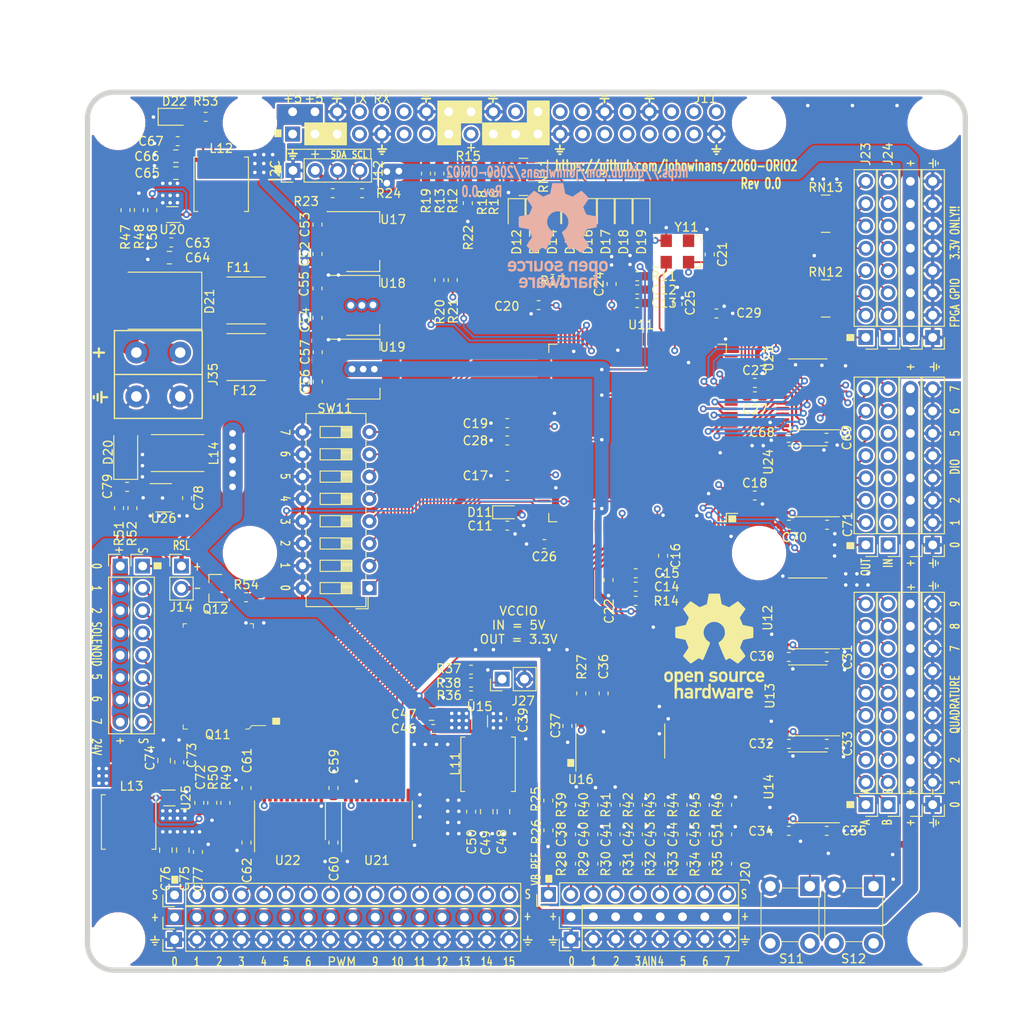
<source format=kicad_pcb>
(kicad_pcb (version 20171130) (host pcbnew 5.1.5+dfsg1-2build2)
  (layers (0 F.Cu signal) (1 In1.Cu signal) (2 In2.Cu signal) (31 B.Cu signal) (34 B.Paste user) (35 F.Paste user) (36 B.SilkS user) (37 F.SilkS user) (38 B.Mask user) (39 F.Mask user) (44 Edge.Cuts user))
  (net 0 "")
  (net 1 GND)
  (net 2 +3V3)
  (net 3 +BATT)
  (net 4 /SOLENOID_1)
  (net 5 /SOLENOID_0)
  (net 6 /SOLENOID_3)
  (net 7 /SOLENOID_2)
  (net 8 /SOLENOID_5)
  (net 9 /SOLENOID_4)
  (net 10 /SOLENOID_7)
  (net 11 /SOLENOID_6)
  (net 12 /SW0)
  (net 13 /SW1)
  (net 14 /SW2)
  (net 15 /SW3)
  (net 16 /SW4)
  (net 17 /SW5)
  (net 18 /SW6)
  (net 19 /SW7)
  (net 20 +1V2)
  (net 21 /LED_7)
  (net 22 /LED_6)
  (net 23 /LED_5)
  (net 24 /LED_4)
  (net 25 /LED_3)
  (net 26 /LED_2)
  (net 27 /IOL_18A)
  (net 28 /IOL_18B)
  (net 29 /IOL_23A)
  (net 30 /IOL_23B)
  (net 31 /IOL_24A)
  (net 32 /IOL_24B)
  (net 33 /IOL_25A)
  (net 34 /IOL_25B)
  (net 35 /IOB_56)
  (net 36 /IOB_57)
  (net 37 /IOB_61)
  (net 38 /IOB_63)
  (net 39 /IOB_64)
  (net 40 /IOB_71)
  (net 41 /IOB_72)
  (net 42 /IOB_73)
  (net 43 /IOB_79)
  (net 44 /IOB_80)
  (net 45 /IOB_81)
  (net 46 /GPIO21)
  (net 47 /GPIO20)
  (net 48 /GPIO26)
  (net 49 /GPIO19)
  (net 50 /GPIO13)
  (net 51 /GPIO12)
  (net 52 /GPIO6)
  (net 53 /GPIO5)
  (net 54 /ID_SC)
  (net 55 /ID_SD)
  (net 56 /SPI_CE1)
  (net 57 /SPI_CE0)
  (net 58 /GPIO25)
  (net 59 /PI_3.3b)
  (net 60 /GPIO22)
  (net 61 /GPIO27)
  (net 62 /GPIO18)
  (net 63 /GPIO17)
  (net 64 /RXD0)
  (net 65 /TXD0)
  (net 66 /GPIO4)
  (net 67 /SCL1)
  (net 68 /SDA1)
  (net 69 /PI_3.3)
  (net 70 /~CRESET~)
  (net 71 /CDONE)
  (net 72 /SOL_7)
  (net 73 /SOL_6)
  (net 74 /SOL_5)
  (net 75 /SOL_4)
  (net 76 /SOL_3)
  (net 77 /SOL_2)
  (net 78 /SOL_1)
  (net 79 /SOL_0)
  (net 80 5V_PI)
  (net 81 VCC_IO)
  (net 82 VCC_PWM)
  (net 83 /PWM9)
  (net 84 /PWM8)
  (net 85 /PWM7)
  (net 86 /PWM6)
  (net 87 /PWM5)
  (net 88 /PWM4)
  (net 89 /PWM3)
  (net 90 /PWM2)
  (net 91 /PWM1)
  (net 92 /PWM0)
  (net 93 /FPGA_PWM8)
  (net 94 /FPGA_PWM9)
  (net 95 /FPGA_PWM0)
  (net 96 /FPGA_PWM1)
  (net 97 /FPGA_PWM2)
  (net 98 /FPGA_PWM3)
  (net 99 /FPGA_PWM4)
  (net 100 /FPGA_PWM5)
  (net 101 /FPGA_PWM6)
  (net 102 /FPGA_PWM7)
  (net 103 /QA9)
  (net 104 /QA8)
  (net 105 /QA7)
  (net 106 /QA6)
  (net 107 /QA5)
  (net 108 /QA4)
  (net 109 /QA2)
  (net 110 /QA1)
  (net 111 /QA0)
  (net 112 /QB9)
  (net 113 /QB8)
  (net 114 /QB7)
  (net 115 /QB6)
  (net 116 /QB5)
  (net 117 /QB4)
  (net 118 /QB3)
  (net 119 /QB2)
  (net 120 /QB1)
  (net 121 /QB0)
  (net 122 /DIN7)
  (net 123 /DIN6)
  (net 124 /DIN5)
  (net 125 /DIN4)
  (net 126 /DIN3)
  (net 127 /DIN2)
  (net 128 /DIN1)
  (net 129 /DIN0)
  (net 130 /DOUT7)
  (net 131 /DOUT6)
  (net 132 /DOUT5)
  (net 133 /DOUT4)
  (net 134 /DOUT3)
  (net 135 /DOUT2)
  (net 136 /DOUT1)
  (net 137 /DOUT0)
  (net 138 /LED_0)
  (net 139 /LED_1)
  (net 140 VCC_IO_3.3)
  (net 141 /GPIO16)
  (net 142 /SPI_SCLK)
  (net 143 /SPI_MISO)
  (net 144 /SPI_MOSI)
  (net 145 /GPIO24)
  (net 146 /GPIO23)
  (net 147 /FPGA_SDI)
  (net 148 /FPGA_SDO)
  (net 149 /FPGA_SCK)
  (net 150 /FPGA_SS)
  (net 151 /PWM15)
  (net 152 /PWM14)
  (net 153 /PWM13)
  (net 154 /PWM12)
  (net 155 /PWM11)
  (net 156 /PWM10)
  (net 157 /FPGA_PWM10)
  (net 158 /FPGA_PWM11)
  (net 159 /FPGA_PWM12)
  (net 160 /FPGA_PWM13)
  (net 161 /FPGA_PWM14)
  (net 162 /FPGA_PWM15)
  (net 163 /FIO1)
  (net 164 /FIO2)
  (net 165 /FIO3)
  (net 166 /FIO7)
  (net 167 /FIO5)
  (net 168 /FIO8)
  (net 169 /FIO6)
  (net 170 /FIO4)
  (net 171 /FIO14)
  (net 172 /FIO12)
  (net 173 /FIO10)
  (net 174 /FIO0)
  (net 175 /FIO15)
  (net 176 /FIO13)
  (net 177 /FIO11)
  (net 178 /FIO9)
  (net 179 /FPGA_CE0)
  (net 180 /~ADC_CS)
  (net 181 /ADC_SI)
  (net 182 /ADC_SO)
  (net 183 /ADC_CLK)
  (net 184 "Net-(C39-Pad1)")
  (net 185 "Net-(C40-Pad1)")
  (net 186 "Net-(C41-Pad1)")
  (net 187 "Net-(C42-Pad1)")
  (net 188 "Net-(C43-Pad1)")
  (net 189 "Net-(C44-Pad1)")
  (net 190 "Net-(C45-Pad1)")
  (net 191 /QA3)
  (net 192 /FPGA_QA0)
  (net 193 /FPGA_QB0)
  (net 194 /FPGA_QA1)
  (net 195 /FPGA_QB1)
  (net 196 /FPGA_QA2)
  (net 197 /FPGA_QB2)
  (net 198 /FPGA_QA3)
  (net 199 /FPGA_QB3)
  (net 200 /FPGA_QA4)
  (net 201 /FPGA_QB4)
  (net 202 /FPGA_QA5)
  (net 203 /FPGA_QB5)
  (net 204 /FPGA_QA6)
  (net 205 /FPGA_QB6)
  (net 206 /FPGA_QA7)
  (net 207 /FPGA_QB7)
  (net 208 /FPGA_QA8)
  (net 209 /FPGA_QB8)
  (net 210 /FPGA_QA9)
  (net 211 /FPGA_QB9)
  (net 212 /FPGA_DOUT0)
  (net 213 /FPGA_DOUT1)
  (net 214 /FPGA_DOUT2)
  (net 215 /FPGA_DOUT3)
  (net 216 /FPGA_DOUT4)
  (net 217 /FPGA_DOUT5)
  (net 218 /FPGA_DOUT6)
  (net 219 /FPGA_DOUT7)
  (net 220 /FPGA_DIN0)
  (net 221 /FPGA_DIN1)
  (net 222 /FPGA_DIN2)
  (net 223 /FPGA_DIN3)
  (net 224 /FPGA_DIN4)
  (net 225 /FPGA_DIN5)
  (net 226 /FPGA_DIN6)
  (net 227 /FPGA_DIN7)
  (net 228 /PB0)
  (net 229 /PB1)
  (net 230 /VBATT_DIV)
  (net 231 "Net-(C11-Pad1)")
  (net 232 "Net-(C12-Pad2)")
  (net 233 "Net-(C12-Pad1)")
  (net 234 "Net-(C14-Pad2)")
  (net 235 "Net-(C14-Pad1)")
  (net 236 "Net-(C36-Pad1)")
  (net 237 "Net-(C38-Pad1)")
  (net 238 "Net-(C39-Pad2)")
  (net 239 "Net-(C51-Pad1)")
  (net 240 "Net-(C58-Pad2)")
  (net 241 "Net-(C58-Pad1)")
  (net 242 "Net-(C72-Pad2)")
  (net 243 "Net-(C72-Pad1)")
  (net 244 "Net-(D12-Pad1)")
  (net 245 "Net-(D13-Pad1)")
  (net 246 "Net-(D14-Pad1)")
  (net 247 "Net-(D15-Pad1)")
  (net 248 "Net-(D16-Pad1)")
  (net 249 "Net-(D17-Pad1)")
  (net 250 "Net-(D18-Pad1)")
  (net 251 "Net-(D19-Pad1)")
  (net 252 "Net-(D20-Pad2)")
  (net 253 "Net-(D21-Pad2)")
  (net 254 "Net-(J20-Pad9)")
  (net 255 "Net-(J20-Pad8)")
  (net 256 "Net-(J20-Pad7)")
  (net 257 "Net-(J20-Pad6)")
  (net 258 "Net-(J20-Pad5)")
  (net 259 "Net-(J20-Pad4)")
  (net 260 "Net-(J20-Pad3)")
  (net 261 "Net-(J20-Pad2)")
  (net 262 "Net-(J27-Pad1)")
  (net 263 "Net-(R36-Pad2)")
  (net 264 "Net-(R47-Pad2)")
  (net 265 "Net-(R49-Pad2)")
  (net 266 "Net-(R51-Pad2)")
  (net 267 "Net-(S11-Pad4)")
  (net 268 "Net-(S11-Pad2)")
  (net 269 "Net-(S12-Pad4)")
  (net 270 "Net-(S12-Pad2)")
  (net 271 "Net-(U11-Pad133)")
  (net 272 "Net-(U11-Pad109)")
  (net 273 "Net-(U11-Pad77)")
  (net 274 "Net-(U11-Pad58)")
  (net 275 "Net-(U11-Pad51)")
  (net 276 "Net-(U11-Pad50)")
  (net 277 "Net-(U11-Pad36)")
  (net 278 "Net-(U11-Pad35)")
  (net 279 "Net-(U14-Pad21)")
  (net 280 "Net-(U14-Pad20)")
  (net 281 "Net-(U14-Pad19)")
  (net 282 "Net-(U14-Pad18)")
  (net 283 "Net-(Y11-Pad1)")
  (net 284 "Net-(NT1-Pad2)")
  (net 285 "Net-(D22-Pad2)")
  (net 286 "Net-(D21-Pad1)")
  (net 287 VCC_SOL_12)
  (net 288 VCC_SOL_24)
  (net 289 "Net-(J14-Pad2)")
  (net 290 "Net-(Q12-Pad1)")
  (net 291 /FPGA_RSL)
  (module Resistor_SMD:R_0603_1608Metric_Pad1.05x0.95mm_HandSolder (layer F.Cu) (at 90.0734 99.531)
    (fp_text reference R54 (at 0 -1.43) (layer F.SilkS))
    (fp_text value 1K)
    (pad 2 smd roundrect (at 0.875 0) (size 1.05 0.95) (layers F.Cu F.Paste F.Mask) (net 291 /FPGA_RSL))
    (pad 1 smd roundrect (at -0.875 0) (size 1.05 0.95) (layers F.Cu F.Paste F.Mask) (net 290 "Net-(Q12-Pad1)"))
  )
  (module Package_TO_SOT_SMD:SOT-23 (layer F.Cu) (at 86.5936 98.515 180)
    (fp_text reference Q12 (at 0.0254 -2.3622) (layer F.SilkS))
    (fp_text value BCV27)
    (pad 3 smd rect (at 1 0 180) (size 0.9 0.8) (layers F.Cu F.Paste F.Mask) (net 289 "Net-(J14-Pad2)"))
    (pad 2 smd rect (at -1 0.95 180) (size 0.9 0.8) (layers F.Cu F.Paste F.Mask) (net 1 GND))
    (pad 1 smd rect (at -1 -0.95 180) (size 0.9 0.8) (layers F.Cu F.Paste F.Mask) (net 290 "Net-(Q12-Pad1)"))
  )
  (module Connector_PinHeader_2.54mm:PinHeader_1x02_P2.54mm_Vertical (layer F.Cu) (at 82.7074 95.975)
    (fp_text reference J14 (at -0.0254 4.6736) (layer F.SilkS))
    (fp_text value Conn_01x02)
    (pad 2 thru_hole oval (at 0 2.54) (size 1.7 1.7) (drill 1) (layers *.Cu *.Mask) (net 289 "Net-(J14-Pad2)"))
    (pad 1 thru_hole rect (at 0 0) (size 1.7 1.7) (drill 1) (layers *.Cu *.Mask) (net 287 VCC_SOL_12))
  )
  (module Connector_PinHeader_2.54mm:PinHeader_1x08_P2.54mm_Vertical (layer F.Cu) (at 78.2878 95.975)
    (fp_text reference J15 hide)
    (fp_text value Conn_01x08)
    (pad 8 thru_hole oval (at 0 17.78) (size 1.7 1.7) (drill 1) (layers *.Cu *.Mask) (net 5 /SOLENOID_0))
    (pad 7 thru_hole oval (at 0 15.24) (size 1.7 1.7) (drill 1) (layers *.Cu *.Mask) (net 4 /SOLENOID_1))
    (pad 6 thru_hole oval (at 0 12.7) (size 1.7 1.7) (drill 1) (layers *.Cu *.Mask) (net 7 /SOLENOID_2))
    (pad 5 thru_hole oval (at 0 10.16) (size 1.7 1.7) (drill 1) (layers *.Cu *.Mask) (net 6 /SOLENOID_3))
    (pad 4 thru_hole oval (at 0 7.62) (size 1.7 1.7) (drill 1) (layers *.Cu *.Mask) (net 9 /SOLENOID_4))
    (pad 3 thru_hole oval (at 0 5.08) (size 1.7 1.7) (drill 1) (layers *.Cu *.Mask) (net 8 /SOLENOID_5))
    (pad 2 thru_hole oval (at 0 2.54) (size 1.7 1.7) (drill 1) (layers *.Cu *.Mask) (net 11 /SOLENOID_6))
    (pad 1 thru_hole rect (at 0 0) (size 1.7 1.7) (drill 1) (layers *.Cu *.Mask) (net 10 /SOLENOID_7))
  )
  (module Fuse:Fuse_2920_7451Metric_Pad2.10x5.45mm_HandSolder (layer F.Cu) (at 90.0734 65.7236 180)
    (fp_text reference F12 (at 0.1778 -10.2616) (layer F.SilkS))
    (fp_text value Polyfuse)
    (pad 2 smd roundrect (at 3.475 0 180) (size 2.1 5.45) (layers F.Cu F.Paste F.Mask) (roundrect_rratio 0.119048) (net 286 "Net-(D21-Pad1)"))
    (pad 1 smd roundrect (at -3.475 0 180) (size 2.1 5.45) (layers F.Cu F.Paste F.Mask) (roundrect_rratio 0.119048) (net 3 +BATT))
  )
  (module Fuse:Fuse_2920_7451Metric_Pad2.10x5.45mm_HandSolder (layer F.Cu) (at 90.0734 72.1752)
    (fp_text reference F11 (at -0.8636 -10.2108) (layer F.SilkS))
    (fp_text value .5A)
    (pad 2 smd roundrect (at 3.475 0) (size 2.1 5.45) (layers F.Cu F.Paste F.Mask) (roundrect_rratio 0.119048) (net 3 +BATT))
    (pad 1 smd roundrect (at -3.475 0) (size 2.1 5.45) (layers F.Cu F.Paste F.Mask) (roundrect_rratio 0.119048) (net 287 VCC_SOL_12))
  )
  (module Connector_PinHeader_2.54mm:PinHeader_1x04_P2.54mm_Vertical (layer F.Cu) (at 95.4074 50.9154 90)
    (fp_text reference J12 (at -0.1524 9.7028 90) (layer F.SilkS))
    (fp_text value Conn_01x04)
    (pad 4 thru_hole oval (at 0 7.62 90) (size 1.7 1.7) (drill 1) (layers *.Cu *.Mask) (net 67 /SCL1))
    (pad 3 thru_hole oval (at 0 5.08 90) (size 1.7 1.7) (drill 1) (layers *.Cu *.Mask) (net 68 /SDA1))
    (pad 2 thru_hole oval (at 0 2.54 90) (size 1.7 1.7) (drill 1) (layers *.Cu *.Mask) (net 140 VCC_IO_3.3))
    (pad 1 thru_hole rect (at 0 0 90) (size 1.7 1.7) (drill 1) (layers *.Cu *.Mask) (net 1 GND))
  )
  (module Symbol:OSHW-Logo_11.4x12mm_SilkScreen (layer B.Cu) (at 125.5826 58.3322 180)
    (fp_text reference "" hide)
    (fp_text value Logo_Open_Hardware_Small hide)
  )
  (module Resistor_SMD:R_0603_1608Metric_Pad1.05x0.95mm_HandSolder (layer F.Cu) (at 85.4633 44.8067)
    (fp_text reference R53 (at 0 -1.778) (layer F.SilkS))
    (fp_text value 1K)
    (pad 2 smd roundrect (at 0.875 0) (size 1.05 0.95) (layers F.Cu F.Paste F.Mask) (net 80 5V_PI))
    (pad 1 smd roundrect (at -0.875 0) (size 1.05 0.95) (layers F.Cu F.Paste F.Mask) (net 285 "Net-(D22-Pad2)"))
  )
  (module LED_SMD:LED_0805_2012Metric_Pad1.15x1.40mm_HandSolder (layer F.Cu) (at 81.9073 44.8067)
    (fp_text reference D22 (at 0.0127 -1.778) (layer F.SilkS))
    (fp_text value LED_ALT)
    (pad 2 smd roundrect (at 1.025 0) (size 1.15 1.4) (layers F.Cu F.Paste F.Mask) (roundrect_rratio 0.217391) (net 285 "Net-(D22-Pad2)"))
    (pad 1 smd roundrect (at -1.025 0) (size 1.15 1.4) (layers F.Cu F.Paste F.Mask) (roundrect_rratio 0.217391) (net 1 GND))
  )
  (module NetTie:NetTie-2_SMD_Pad0.5mm (layer F.Cu) (at 158.1835 122.6704 90)
    (fp_text reference NT1 hide)
    (fp_text value Net-Tie_2)
    (fp_poly (pts (xy -0.5 -0.25) (xy 0.5 -0.25) (xy 0.5 0.25) (xy -0.5 0.25)) (layer F.Cu) (width 0))
    (pad 2 smd circle (at 0.5 0 90) (size 0.5 0.5) (layers F.Cu) (net 284 "Net-(NT1-Pad2)"))
    (pad 1 smd circle (at -0.5 0 90) (size 0.5 0.5) (layers F.Cu) (net 1 GND))
  )
  (module Inductor_SMD:L_Taiyo-Yuden_NR-40xx_HandSoldering (layer F.Cu) (at 82.2629 83.1099 180)
    (fp_text reference L14 (at -4.1275 -0.0381 90) (layer F.SilkS))
    (fp_text value 10uH)
    (pad 2 smd rect (at 1.9 0 180) (size 2.2 3.9) (layers F.Cu F.Paste F.Mask) (net 252 "Net-(D20-Pad2)"))
    (pad 1 smd rect (at -1.9 0 180) (size 2.2 3.9) (layers F.Cu F.Paste F.Mask) (net 287 VCC_SOL_12))
  )
  (module Diode_SMD:D_SOD-128 (layer F.Cu) (at 76.3574 83.021 90)
    (fp_text reference D20 (at 0 -2 90) (layer F.SilkS))
    (fp_text value DB2460600L)
    (pad 2 smd rect (at 2.2 0 90) (size 1.4 2.1) (layers F.Cu F.Paste F.Mask) (net 252 "Net-(D20-Pad2)"))
    (pad 1 smd rect (at -2.2 0 90) (size 1.4 2.1) (layers F.Cu F.Paste F.Mask) (net 288 VCC_SOL_24))
  )
  (module Capacitor_SMD:C_0805_2012Metric_Pad1.15x1.40mm_HandSolder (layer F.Cu) (at 82.8598 128.3346 90)
    (fp_text reference C75 (at -3.2512 0.2032 90) (layer F.SilkS))
    (fp_text value 22uF)
    (pad 2 smd roundrect (at 1.025 0 90) (size 1.15 1.4) (layers F.Cu F.Paste F.Mask) (roundrect_rratio 0.217391) (net 1 GND))
    (pad 1 smd roundrect (at -1.025 0 90) (size 1.15 1.4) (layers F.Cu F.Paste F.Mask) (roundrect_rratio 0.217391) (net 82 VCC_PWM))
  )
  (module jb-footprint:SOT-563 (layer F.Cu) (at 81.3358 122.391)
    (fp_text reference U25 (at 1.8796 0 270) (layer F.SilkS))
    (fp_text value TPS563231)
    (pad 5 smd rect (at 0.75 0) (size 0.7 0.3) (layers F.Cu F.Paste F.Mask) (net 3 +BATT))
    (pad 4 smd rect (at 0.75 0.5) (size 0.7 0.3) (layers F.Cu F.Paste F.Mask) (net 243 "Net-(C72-Pad1)"))
    (pad 2 smd rect (at -0.75 0) (size 0.7 0.3) (layers F.Cu F.Paste F.Mask) (net 242 "Net-(C72-Pad2)"))
    (pad 6 smd rect (at 0.75 -0.5) (size 0.7 0.3) (layers F.Cu F.Paste F.Mask) (net 265 "Net-(R49-Pad2)"))
    (pad 3 smd rect (at -0.75 0.5) (size 0.7 0.3) (layers F.Cu F.Paste F.Mask) (net 1 GND))
    (pad 1 smd rect (at -0.75 -0.5) (size 0.7 0.3) (layers F.Cu F.Paste F.Mask) (net 3 +BATT))
  )
  (module jb-footprint:SOT-563 (layer F.Cu) (at 81.666 55.9446 180)
    (fp_text reference U20 (at 0 -1.7) (layer F.SilkS))
    (fp_text value TPS563231)
    (pad 5 smd rect (at 0.75 0 180) (size 0.7 0.3) (layers F.Cu F.Paste F.Mask) (net 3 +BATT))
    (pad 4 smd rect (at 0.75 0.5 180) (size 0.7 0.3) (layers F.Cu F.Paste F.Mask) (net 241 "Net-(C58-Pad1)"))
    (pad 2 smd rect (at -0.75 0 180) (size 0.7 0.3) (layers F.Cu F.Paste F.Mask) (net 240 "Net-(C58-Pad2)"))
    (pad 6 smd rect (at 0.75 -0.5 180) (size 0.7 0.3) (layers F.Cu F.Paste F.Mask) (net 264 "Net-(R47-Pad2)"))
    (pad 3 smd rect (at -0.75 0.5 180) (size 0.7 0.3) (layers F.Cu F.Paste F.Mask) (net 1 GND))
    (pad 1 smd rect (at -0.75 -0.5 180) (size 0.7 0.3) (layers F.Cu F.Paste F.Mask) (net 3 +BATT))
  )
  (module jb-footprint:SOT-563 (layer F.Cu) (at 116.6672 113.6534 90)
    (fp_text reference U15 (at 1.6764 0 180) (layer F.SilkS))
    (fp_text value TPS563231)
    (pad 5 smd rect (at 0.75 0 90) (size 0.7 0.3) (layers F.Cu F.Paste F.Mask) (net 3 +BATT))
    (pad 4 smd rect (at 0.75 0.5 90) (size 0.7 0.3) (layers F.Cu F.Paste F.Mask) (net 184 "Net-(C39-Pad1)"))
    (pad 2 smd rect (at -0.75 0 90) (size 0.7 0.3) (layers F.Cu F.Paste F.Mask) (net 238 "Net-(C39-Pad2)"))
    (pad 6 smd rect (at 0.75 -0.5 90) (size 0.7 0.3) (layers F.Cu F.Paste F.Mask) (net 263 "Net-(R36-Pad2)"))
    (pad 3 smd rect (at -0.75 0.5 90) (size 0.7 0.3) (layers F.Cu F.Paste F.Mask) (net 1 GND))
    (pad 1 smd rect (at -0.75 -0.5 90) (size 0.7 0.3) (layers F.Cu F.Paste F.Mask) (net 3 +BATT))
  )
  (module Connector_PinHeader_2.54mm:PinHeader_1x09_P2.54mm_Vertical (layer F.Cu) (at 124.5158 133.3892 90)
    (fp_text reference J20 (at 2.4638 22.4282 270) (layer F.SilkS))
    (fp_text value Conn_01x09)
    (pad 9 thru_hole oval (at 0 20.32 90) (size 1.7 1.7) (drill 1) (layers *.Cu *.Mask) (net 254 "Net-(J20-Pad9)"))
    (pad 8 thru_hole oval (at 0 17.78 90) (size 1.7 1.7) (drill 1) (layers *.Cu *.Mask) (net 255 "Net-(J20-Pad8)"))
    (pad 7 thru_hole oval (at 0 15.24 90) (size 1.7 1.7) (drill 1) (layers *.Cu *.Mask) (net 256 "Net-(J20-Pad7)"))
    (pad 6 thru_hole oval (at 0 12.7 90) (size 1.7 1.7) (drill 1) (layers *.Cu *.Mask) (net 257 "Net-(J20-Pad6)"))
    (pad 5 thru_hole oval (at 0 10.16 90) (size 1.7 1.7) (drill 1) (layers *.Cu *.Mask) (net 258 "Net-(J20-Pad5)"))
    (pad 4 thru_hole oval (at 0 7.62 90) (size 1.7 1.7) (drill 1) (layers *.Cu *.Mask) (net 259 "Net-(J20-Pad4)"))
    (pad 3 thru_hole oval (at 0 5.08 90) (size 1.7 1.7) (drill 1) (layers *.Cu *.Mask) (net 260 "Net-(J20-Pad3)"))
    (pad 2 thru_hole oval (at 0 2.54 90) (size 1.7 1.7) (drill 1) (layers *.Cu *.Mask) (net 261 "Net-(J20-Pad2)"))
    (pad 1 thru_hole rect (at 0 0 90) (size 1.7 1.7) (drill 1) (layers *.Cu *.Mask) (net 230 /VBATT_DIV))
  )
  (module Resistor_SMD:R_0603_1608Metric_Pad1.05x0.95mm_HandSolder (layer F.Cu) (at 144.8612 123.1784 90)
    (fp_text reference R46 (at 0 -1.143 90) (layer F.SilkS))
    (fp_text value 4K7)
    (pad 2 smd roundrect (at 0.875 0 90) (size 1.05 0.95) (layers F.Cu F.Paste F.Mask) (net 1 GND))
    (pad 1 smd roundrect (at -0.875 0 90) (size 1.05 0.95) (layers F.Cu F.Paste F.Mask) (net 239 "Net-(C51-Pad1)"))
  )
  (module Resistor_SMD:R_0603_1608Metric_Pad1.05x0.95mm_HandSolder (layer F.Cu) (at 142.3212 123.1784 90)
    (fp_text reference R45 (at 0 -1.1176 90) (layer F.SilkS))
    (fp_text value 4K7)
    (pad 2 smd roundrect (at 0.875 0 90) (size 1.05 0.95) (layers F.Cu F.Paste F.Mask) (net 1 GND))
    (pad 1 smd roundrect (at -0.875 0 90) (size 1.05 0.95) (layers F.Cu F.Paste F.Mask) (net 190 "Net-(C45-Pad1)"))
  )
  (module Resistor_SMD:R_0603_1608Metric_Pad1.05x0.95mm_HandSolder (layer F.Cu) (at 139.7812 123.1784 90)
    (fp_text reference R44 (at 0 -1.1176 90) (layer F.SilkS))
    (fp_text value 4K7)
    (pad 2 smd roundrect (at 0.875 0 90) (size 1.05 0.95) (layers F.Cu F.Paste F.Mask) (net 1 GND))
    (pad 1 smd roundrect (at -0.875 0 90) (size 1.05 0.95) (layers F.Cu F.Paste F.Mask) (net 189 "Net-(C44-Pad1)"))
  )
  (module Resistor_SMD:R_0603_1608Metric_Pad1.05x0.95mm_HandSolder (layer F.Cu) (at 137.2412 123.1784 90)
    (fp_text reference R43 (at 0 -1.143 90) (layer F.SilkS))
    (fp_text value 4K7)
    (pad 2 smd roundrect (at 0.875 0 90) (size 1.05 0.95) (layers F.Cu F.Paste F.Mask) (net 1 GND))
    (pad 1 smd roundrect (at -0.875 0 90) (size 1.05 0.95) (layers F.Cu F.Paste F.Mask) (net 188 "Net-(C43-Pad1)"))
  )
  (module Resistor_SMD:R_0603_1608Metric_Pad1.05x0.95mm_HandSolder (layer F.Cu) (at 134.7012 123.1784 90)
    (fp_text reference R42 (at 0 -1.1176 90) (layer F.SilkS))
    (fp_text value 4K7)
    (pad 2 smd roundrect (at 0.875 0 90) (size 1.05 0.95) (layers F.Cu F.Paste F.Mask) (net 1 GND))
    (pad 1 smd roundrect (at -0.875 0 90) (size 1.05 0.95) (layers F.Cu F.Paste F.Mask) (net 187 "Net-(C42-Pad1)"))
  )
  (module Resistor_SMD:R_0603_1608Metric_Pad1.05x0.95mm_HandSolder (layer F.Cu) (at 132.1612 123.1784 90)
    (fp_text reference R41 (at 0 -1.1176 90) (layer F.SilkS))
    (fp_text value 4K7)
    (pad 2 smd roundrect (at 0.875 0 90) (size 1.05 0.95) (layers F.Cu F.Paste F.Mask) (net 1 GND))
    (pad 1 smd roundrect (at -0.875 0 90) (size 1.05 0.95) (layers F.Cu F.Paste F.Mask) (net 186 "Net-(C41-Pad1)"))
  )
  (module Resistor_SMD:R_0603_1608Metric_Pad1.05x0.95mm_HandSolder (layer F.Cu) (at 129.6212 123.1784 90)
    (fp_text reference R40 (at 0 -1.1176 90) (layer F.SilkS))
    (fp_text value 4K7)
    (pad 2 smd roundrect (at 0.875 0 90) (size 1.05 0.95) (layers F.Cu F.Paste F.Mask) (net 1 GND))
    (pad 1 smd roundrect (at -0.875 0 90) (size 1.05 0.95) (layers F.Cu F.Paste F.Mask) (net 185 "Net-(C40-Pad1)"))
  )
  (module Resistor_SMD:R_0603_1608Metric_Pad1.05x0.95mm_HandSolder (layer F.Cu) (at 127.0812 123.1784 90)
    (fp_text reference R39 (at 0 -1.1176 90) (layer F.SilkS))
    (fp_text value 4K7)
    (pad 2 smd roundrect (at 0.875 0 90) (size 1.05 0.95) (layers F.Cu F.Paste F.Mask) (net 1 GND))
    (pad 1 smd roundrect (at -0.875 0 90) (size 1.05 0.95) (layers F.Cu F.Paste F.Mask) (net 237 "Net-(C38-Pad1)"))
  )
  (module Resistor_SMD:R_0603_1608Metric_Pad1.05x0.95mm_HandSolder (layer F.Cu) (at 144.8612 129.884 90)
    (fp_text reference R35 (at 0.0114 -1.1176 90) (layer F.SilkS))
    (fp_text value 4K7)
    (pad 2 smd roundrect (at 0.875 0 90) (size 1.05 0.95) (layers F.Cu F.Paste F.Mask) (net 239 "Net-(C51-Pad1)"))
    (pad 1 smd roundrect (at -0.875 0 90) (size 1.05 0.95) (layers F.Cu F.Paste F.Mask) (net 254 "Net-(J20-Pad9)"))
  )
  (module Resistor_SMD:R_0603_1608Metric_Pad1.05x0.95mm_HandSolder (layer F.Cu) (at 142.3212 129.884 90)
    (fp_text reference R34 (at -0.0508 -1.1176 90) (layer F.SilkS))
    (fp_text value 4K7)
    (pad 2 smd roundrect (at 0.875 0 90) (size 1.05 0.95) (layers F.Cu F.Paste F.Mask) (net 190 "Net-(C45-Pad1)"))
    (pad 1 smd roundrect (at -0.875 0 90) (size 1.05 0.95) (layers F.Cu F.Paste F.Mask) (net 255 "Net-(J20-Pad8)"))
  )
  (module Resistor_SMD:R_0603_1608Metric_Pad1.05x0.95mm_HandSolder (layer F.Cu) (at 139.7812 129.884 90)
    (fp_text reference R33 (at 0 -1.1176 90) (layer F.SilkS))
    (fp_text value 4K7)
    (pad 2 smd roundrect (at 0.875 0 90) (size 1.05 0.95) (layers F.Cu F.Paste F.Mask) (net 189 "Net-(C44-Pad1)"))
    (pad 1 smd roundrect (at -0.875 0 90) (size 1.05 0.95) (layers F.Cu F.Paste F.Mask) (net 256 "Net-(J20-Pad7)"))
  )
  (module Resistor_SMD:R_0603_1608Metric_Pad1.05x0.95mm_HandSolder (layer F.Cu) (at 137.2412 129.884 90)
    (fp_text reference R32 (at 0 -1.143 90) (layer F.SilkS))
    (fp_text value 4K7)
    (pad 2 smd roundrect (at 0.875 0 90) (size 1.05 0.95) (layers F.Cu F.Paste F.Mask) (net 188 "Net-(C43-Pad1)"))
    (pad 1 smd roundrect (at -0.875 0 90) (size 1.05 0.95) (layers F.Cu F.Paste F.Mask) (net 257 "Net-(J20-Pad6)"))
  )
  (module Resistor_SMD:R_0603_1608Metric_Pad1.05x0.95mm_HandSolder (layer F.Cu) (at 134.7012 129.884 90)
    (fp_text reference R31 (at 0 -1.1176 90) (layer F.SilkS))
    (fp_text value 4K7)
    (pad 2 smd roundrect (at 0.875 0 90) (size 1.05 0.95) (layers F.Cu F.Paste F.Mask) (net 187 "Net-(C42-Pad1)"))
    (pad 1 smd roundrect (at -0.875 0 90) (size 1.05 0.95) (layers F.Cu F.Paste F.Mask) (net 258 "Net-(J20-Pad5)"))
  )
  (module Resistor_SMD:R_0603_1608Metric_Pad1.05x0.95mm_HandSolder (layer F.Cu) (at 132.1612 129.884 90)
    (fp_text reference R30 (at 0 -1.1176 90) (layer F.SilkS))
    (fp_text value 4K7)
    (pad 2 smd roundrect (at 0.875 0 90) (size 1.05 0.95) (layers F.Cu F.Paste F.Mask) (net 186 "Net-(C41-Pad1)"))
    (pad 1 smd roundrect (at -0.875 0 90) (size 1.05 0.95) (layers F.Cu F.Paste F.Mask) (net 259 "Net-(J20-Pad4)"))
  )
  (module Resistor_SMD:R_0603_1608Metric_Pad1.05x0.95mm_HandSolder (layer F.Cu) (at 129.6212 129.884 90)
    (fp_text reference R29 (at 0 -1.1176 90) (layer F.SilkS))
    (fp_text value 4K7)
    (pad 2 smd roundrect (at 0.875 0 90) (size 1.05 0.95) (layers F.Cu F.Paste F.Mask) (net 185 "Net-(C40-Pad1)"))
    (pad 1 smd roundrect (at -0.875 0 90) (size 1.05 0.95) (layers F.Cu F.Paste F.Mask) (net 260 "Net-(J20-Pad3)"))
  )
  (module Resistor_SMD:R_0603_1608Metric_Pad1.05x0.95mm_HandSolder (layer F.Cu) (at 127.0812 129.884 90)
    (fp_text reference R28 (at 0 -1.1176 90) (layer F.SilkS))
    (fp_text value 4K7)
    (pad 2 smd roundrect (at 0.875 0 90) (size 1.05 0.95) (layers F.Cu F.Paste F.Mask) (net 237 "Net-(C38-Pad1)"))
    (pad 1 smd roundrect (at -0.875 0 90) (size 1.05 0.95) (layers F.Cu F.Paste F.Mask) (net 261 "Net-(J20-Pad2)"))
  )
  (module Capacitor_SMD:C_0603_1608Metric_Pad1.05x0.95mm_HandSolder (layer F.Cu) (at 144.8612 126.5312 90)
    (fp_text reference C51 (at 0 -1.143 90) (layer F.SilkS))
    (fp_text value .1uF)
    (pad 2 smd roundrect (at 0.875 0 90) (size 1.05 0.95) (layers F.Cu F.Paste F.Mask) (net 1 GND))
    (pad 1 smd roundrect (at -0.875 0 90) (size 1.05 0.95) (layers F.Cu F.Paste F.Mask) (net 239 "Net-(C51-Pad1)"))
  )
  (module Capacitor_SMD:C_0603_1608Metric_Pad1.05x0.95mm_HandSolder (layer F.Cu) (at 142.3212 126.5312 90)
    (fp_text reference C45 (at 0 -1.143 90) (layer F.SilkS))
    (fp_text value .1uF)
    (pad 2 smd roundrect (at 0.875 0 90) (size 1.05 0.95) (layers F.Cu F.Paste F.Mask) (net 1 GND))
    (pad 1 smd roundrect (at -0.875 0 90) (size 1.05 0.95) (layers F.Cu F.Paste F.Mask) (net 190 "Net-(C45-Pad1)"))
  )
  (module Capacitor_SMD:C_0603_1608Metric_Pad1.05x0.95mm_HandSolder (layer F.Cu) (at 139.7812 126.5312 90)
    (fp_text reference C44 (at 0 -1.1176 90) (layer F.SilkS))
    (fp_text value .1uF)
    (pad 2 smd roundrect (at 0.875 0 90) (size 1.05 0.95) (layers F.Cu F.Paste F.Mask) (net 1 GND))
    (pad 1 smd roundrect (at -0.875 0 90) (size 1.05 0.95) (layers F.Cu F.Paste F.Mask) (net 189 "Net-(C44-Pad1)"))
  )
  (module Capacitor_SMD:C_0603_1608Metric_Pad1.05x0.95mm_HandSolder (layer F.Cu) (at 137.2412 126.5312 90)
    (fp_text reference C43 (at 0 -1.143 90) (layer F.SilkS))
    (fp_text value .1uF)
    (pad 2 smd roundrect (at 0.875 0 90) (size 1.05 0.95) (layers F.Cu F.Paste F.Mask) (net 1 GND))
    (pad 1 smd roundrect (at -0.875 0 90) (size 1.05 0.95) (layers F.Cu F.Paste F.Mask) (net 188 "Net-(C43-Pad1)"))
  )
  (module Capacitor_SMD:C_0603_1608Metric_Pad1.05x0.95mm_HandSolder (layer F.Cu) (at 134.7012 126.5312 90)
    (fp_text reference C42 (at 0 -1.1176 90) (layer F.SilkS))
    (fp_text value .1uF)
    (pad 2 smd roundrect (at 0.875 0 90) (size 1.05 0.95) (layers F.Cu F.Paste F.Mask) (net 1 GND))
    (pad 1 smd roundrect (at -0.875 0 90) (size 1.05 0.95) (layers F.Cu F.Paste F.Mask) (net 187 "Net-(C42-Pad1)"))
  )
  (module Capacitor_SMD:C_0603_1608Metric_Pad1.05x0.95mm_HandSolder (layer F.Cu) (at 132.1612 126.5312 90)
    (fp_text reference C41 (at 0 -1.1176 90) (layer F.SilkS))
    (fp_text value .1uF)
    (pad 2 smd roundrect (at 0.875 0 90) (size 1.05 0.95) (layers F.Cu F.Paste F.Mask) (net 1 GND))
    (pad 1 smd roundrect (at -0.875 0 90) (size 1.05 0.95) (layers F.Cu F.Paste F.Mask) (net 186 "Net-(C41-Pad1)"))
  )
  (module Capacitor_SMD:C_0603_1608Metric_Pad1.05x0.95mm_HandSolder (layer F.Cu) (at 129.6212 126.5312 90)
    (fp_text reference C40 (at 0 -1.1176 90) (layer F.SilkS))
    (fp_text value .1uF)
    (pad 2 smd roundrect (at 0.875 0 90) (size 1.05 0.95) (layers F.Cu F.Paste F.Mask) (net 1 GND))
    (pad 1 smd roundrect (at -0.875 0 90) (size 1.05 0.95) (layers F.Cu F.Paste F.Mask) (net 185 "Net-(C40-Pad1)"))
  )
  (module Capacitor_SMD:C_0603_1608Metric_Pad1.05x0.95mm_HandSolder (layer F.Cu) (at 127.0812 126.5312 90)
    (fp_text reference C38 (at 0 -1.1176 90) (layer F.SilkS))
    (fp_text value .1uF)
    (pad 2 smd roundrect (at 0.875 0 90) (size 1.05 0.95) (layers F.Cu F.Paste F.Mask) (net 1 GND))
    (pad 1 smd roundrect (at -0.875 0 90) (size 1.05 0.95) (layers F.Cu F.Paste F.Mask) (net 237 "Net-(C38-Pad1)"))
  )
  (module Package_TO_SOT_SMD:SOT-23-5 (layer F.Cu) (at 80.6754 88.2026)
    (fp_text reference U26 (at 0 2.3368) (layer F.SilkS))
    (fp_text value AP3012)
    (pad 5 smd rect (at 1.1 -0.95) (size 1.06 0.65) (layers F.Cu F.Paste F.Mask) (net 287 VCC_SOL_12))
    (pad 4 smd rect (at 1.1 0.95) (size 1.06 0.65) (layers F.Cu F.Paste F.Mask) (net 287 VCC_SOL_12))
    (pad 3 smd rect (at -1.1 0.95) (size 1.06 0.65) (layers F.Cu F.Paste F.Mask) (net 266 "Net-(R51-Pad2)"))
    (pad 2 smd rect (at -1.1 0) (size 1.06 0.65) (layers F.Cu F.Paste F.Mask) (net 1 GND))
    (pad 1 smd rect (at -1.1 -0.95) (size 1.06 0.65) (layers F.Cu F.Paste F.Mask) (net 252 "Net-(D20-Pad2)"))
  )
  (module Connector_PinHeader_2.54mm:PinHeader_2x20_P2.54mm_Vertical (layer F.Cu) (at 95.37 46.77 90)
    (fp_text reference J11 (at 4.0588 47.0274 180) (layer F.SilkS))
    (fp_text value RaspberryPI-B+header)
    (pad 40 thru_hole oval (at 2.54 48.26 90) (size 1.7 1.7) (drill 1) (layers *.Cu *.Mask) (net 46 /GPIO21))
    (pad 39 thru_hole oval (at 0 48.26 90) (size 1.7 1.7) (drill 1) (layers *.Cu *.Mask) (net 1 GND))
    (pad 38 thru_hole oval (at 2.54 45.72 90) (size 1.7 1.7) (drill 1) (layers *.Cu *.Mask) (net 47 /GPIO20))
    (pad 37 thru_hole oval (at 0 45.72 90) (size 1.7 1.7) (drill 1) (layers *.Cu *.Mask) (net 48 /GPIO26))
    (pad 36 thru_hole oval (at 2.54 43.18 90) (size 1.7 1.7) (drill 1) (layers *.Cu *.Mask) (net 141 /GPIO16))
    (pad 35 thru_hole oval (at 0 43.18 90) (size 1.7 1.7) (drill 1) (layers *.Cu *.Mask) (net 49 /GPIO19))
    (pad 34 thru_hole oval (at 2.54 40.64 90) (size 1.7 1.7) (drill 1) (layers *.Cu *.Mask) (net 1 GND))
    (pad 33 thru_hole oval (at 0 40.64 90) (size 1.7 1.7) (drill 1) (layers *.Cu *.Mask) (net 50 /GPIO13))
    (pad 32 thru_hole oval (at 2.54 38.1 90) (size 1.7 1.7) (drill 1) (layers *.Cu *.Mask) (net 51 /GPIO12))
    (pad 31 thru_hole oval (at 0 38.1 90) (size 1.7 1.7) (drill 1) (layers *.Cu *.Mask) (net 52 /GPIO6))
    (pad 30 thru_hole oval (at 2.54 35.56 90) (size 1.7 1.7) (drill 1) (layers *.Cu *.Mask) (net 1 GND))
    (pad 29 thru_hole oval (at 0 35.56 90) (size 1.7 1.7) (drill 1) (layers *.Cu *.Mask) (net 53 /GPIO5))
    (pad 28 thru_hole oval (at 2.54 33.02 90) (size 1.7 1.7) (drill 1) (layers *.Cu *.Mask) (net 54 /ID_SC))
    (pad 27 thru_hole oval (at 0 33.02 90) (size 1.7 1.7) (drill 1) (layers *.Cu *.Mask) (net 55 /ID_SD))
    (pad 26 thru_hole oval (at 2.54 30.48 90) (size 1.7 1.7) (drill 1) (layers *.Cu *.Mask) (net 56 /SPI_CE1))
    (pad 25 thru_hole oval (at 0 30.48 90) (size 1.7 1.7) (drill 1) (layers *.Cu *.Mask) (net 1 GND))
    (pad 24 thru_hole oval (at 2.54 27.94 90) (size 1.7 1.7) (drill 1) (layers *.Cu *.Mask) (net 57 /SPI_CE0))
    (pad 23 thru_hole oval (at 0 27.94 90) (size 1.7 1.7) (drill 1) (layers *.Cu *.Mask) (net 142 /SPI_SCLK))
    (pad 22 thru_hole oval (at 2.54 25.4 90) (size 1.7 1.7) (drill 1) (layers *.Cu *.Mask) (net 58 /GPIO25))
    (pad 21 thru_hole oval (at 0 25.4 90) (size 1.7 1.7) (drill 1) (layers *.Cu *.Mask) (net 143 /SPI_MISO))
    (pad 20 thru_hole oval (at 2.54 22.86 90) (size 1.7 1.7) (drill 1) (layers *.Cu *.Mask) (net 1 GND))
    (pad 19 thru_hole oval (at 0 22.86 90) (size 1.7 1.7) (drill 1) (layers *.Cu *.Mask) (net 144 /SPI_MOSI))
    (pad 18 thru_hole oval (at 2.54 20.32 90) (size 1.7 1.7) (drill 1) (layers *.Cu *.Mask) (net 145 /GPIO24))
    (pad 17 thru_hole oval (at 0 20.32 90) (size 1.7 1.7) (drill 1) (layers *.Cu *.Mask) (net 59 /PI_3.3b))
    (pad 16 thru_hole oval (at 2.54 17.78 90) (size 1.7 1.7) (drill 1) (layers *.Cu *.Mask) (net 146 /GPIO23))
    (pad 15 thru_hole oval (at 0 17.78 90) (size 1.7 1.7) (drill 1) (layers *.Cu *.Mask) (net 60 /GPIO22))
    (pad 14 thru_hole oval (at 2.54 15.24 90) (size 1.7 1.7) (drill 1) (layers *.Cu *.Mask) (net 1 GND))
    (pad 13 thru_hole oval (at 0 15.24 90) (size 1.7 1.7) (drill 1) (layers *.Cu *.Mask) (net 61 /GPIO27))
    (pad 12 thru_hole oval (at 2.54 12.7 90) (size 1.7 1.7) (drill 1) (layers *.Cu *.Mask) (net 62 /GPIO18))
    (pad 11 thru_hole oval (at 0 12.7 90) (size 1.7 1.7) (drill 1) (layers *.Cu *.Mask) (net 63 /GPIO17))
    (pad 10 thru_hole oval (at 2.54 10.16 90) (size 1.7 1.7) (drill 1) (layers *.Cu *.Mask) (net 64 /RXD0))
    (pad 9 thru_hole oval (at 0 10.16 90) (size 1.7 1.7) (drill 1) (layers *.Cu *.Mask) (net 1 GND))
    (pad 8 thru_hole oval (at 2.54 7.62 90) (size 1.7 1.7) (drill 1) (layers *.Cu *.Mask) (net 65 /TXD0))
    (pad 7 thru_hole oval (at 0 7.62 90) (size 1.7 1.7) (drill 1) (layers *.Cu *.Mask) (net 66 /GPIO4))
    (pad 6 thru_hole oval (at 2.54 5.08 90) (size 1.7 1.7) (drill 1) (layers *.Cu *.Mask) (net 1 GND))
    (pad 5 thru_hole oval (at 0 5.08 90) (size 1.7 1.7) (drill 1) (layers *.Cu *.Mask) (net 67 /SCL1))
    (pad 4 thru_hole oval (at 2.54 2.54 90) (size 1.7 1.7) (drill 1) (layers *.Cu *.Mask) (net 80 5V_PI))
    (pad 3 thru_hole oval (at 0 2.54 90) (size 1.7 1.7) (drill 1) (layers *.Cu *.Mask) (net 68 /SDA1))
    (pad 2 thru_hole oval (at 2.54 0 90) (size 1.7 1.7) (drill 1) (layers *.Cu *.Mask) (net 80 5V_PI))
    (pad 1 thru_hole rect (at 0 0 90) (size 1.7 1.7) (drill 1) (layers *.Cu *.Mask) (net 69 /PI_3.3))
  )
  (module Connector_PinHeader_2.54mm:PinHeader_1x16_P2.54mm_Vertical (layer F.Cu) (at 81.92 138.52 90)
    (fp_text reference J30 hide)
    (fp_text value Conn_01x16)
    (pad 16 thru_hole oval (at 0 38.1 90) (size 1.7 1.7) (drill 1) (layers *.Cu *.Mask) (net 1 GND))
    (pad 15 thru_hole oval (at 0 35.56 90) (size 1.7 1.7) (drill 1) (layers *.Cu *.Mask) (net 1 GND))
    (pad 14 thru_hole oval (at 0 33.02 90) (size 1.7 1.7) (drill 1) (layers *.Cu *.Mask) (net 1 GND))
    (pad 13 thru_hole oval (at 0 30.48 90) (size 1.7 1.7) (drill 1) (layers *.Cu *.Mask) (net 1 GND))
    (pad 12 thru_hole oval (at 0 27.94 90) (size 1.7 1.7) (drill 1) (layers *.Cu *.Mask) (net 1 GND))
    (pad 11 thru_hole oval (at 0 25.4 90) (size 1.7 1.7) (drill 1) (layers *.Cu *.Mask) (net 1 GND))
    (pad 10 thru_hole oval (at 0 22.86 90) (size 1.7 1.7) (drill 1) (layers *.Cu *.Mask) (net 1 GND))
    (pad 9 thru_hole oval (at 0 20.32 90) (size 1.7 1.7) (drill 1) (layers *.Cu *.Mask) (net 1 GND))
    (pad 8 thru_hole oval (at 0 17.78 90) (size 1.7 1.7) (drill 1) (layers *.Cu *.Mask) (net 1 GND))
    (pad 7 thru_hole oval (at 0 15.24 90) (size 1.7 1.7) (drill 1) (layers *.Cu *.Mask) (net 1 GND))
    (pad 6 thru_hole oval (at 0 12.7 90) (size 1.7 1.7) (drill 1) (layers *.Cu *.Mask) (net 1 GND))
    (pad 5 thru_hole oval (at 0 10.16 90) (size 1.7 1.7) (drill 1) (layers *.Cu *.Mask) (net 1 GND))
    (pad 4 thru_hole oval (at 0 7.62 90) (size 1.7 1.7) (drill 1) (layers *.Cu *.Mask) (net 1 GND))
    (pad 3 thru_hole oval (at 0 5.08 90) (size 1.7 1.7) (drill 1) (layers *.Cu *.Mask) (net 1 GND))
    (pad 2 thru_hole oval (at 0 2.54 90) (size 1.7 1.7) (drill 1) (layers *.Cu *.Mask) (net 1 GND))
    (pad 1 thru_hole rect (at 0 0 90) (size 1.7 1.7) (drill 1) (layers *.Cu *.Mask) (net 1 GND))
  )
  (module Connector_PinHeader_2.54mm:PinHeader_1x16_P2.54mm_Vertical (layer F.Cu) (at 81.92 135.98 90)
    (fp_text reference J29 hide)
    (fp_text value Conn_01x16)
    (pad 16 thru_hole oval (at 0 38.1 90) (size 1.7 1.7) (drill 1) (layers *.Cu *.Mask) (net 82 VCC_PWM))
    (pad 15 thru_hole oval (at 0 35.56 90) (size 1.7 1.7) (drill 1) (layers *.Cu *.Mask) (net 82 VCC_PWM))
    (pad 14 thru_hole oval (at 0 33.02 90) (size 1.7 1.7) (drill 1) (layers *.Cu *.Mask) (net 82 VCC_PWM))
    (pad 13 thru_hole oval (at 0 30.48 90) (size 1.7 1.7) (drill 1) (layers *.Cu *.Mask) (net 82 VCC_PWM))
    (pad 12 thru_hole oval (at 0 27.94 90) (size 1.7 1.7) (drill 1) (layers *.Cu *.Mask) (net 82 VCC_PWM))
    (pad 11 thru_hole oval (at 0 25.4 90) (size 1.7 1.7) (drill 1) (layers *.Cu *.Mask) (net 82 VCC_PWM))
    (pad 10 thru_hole oval (at 0 22.86 90) (size 1.7 1.7) (drill 1) (layers *.Cu *.Mask) (net 82 VCC_PWM))
    (pad 9 thru_hole oval (at 0 20.32 90) (size 1.7 1.7) (drill 1) (layers *.Cu *.Mask) (net 82 VCC_PWM))
    (pad 8 thru_hole oval (at 0 17.78 90) (size 1.7 1.7) (drill 1) (layers *.Cu *.Mask) (net 82 VCC_PWM))
    (pad 7 thru_hole oval (at 0 15.24 90) (size 1.7 1.7) (drill 1) (layers *.Cu *.Mask) (net 82 VCC_PWM))
    (pad 6 thru_hole oval (at 0 12.7 90) (size 1.7 1.7) (drill 1) (layers *.Cu *.Mask) (net 82 VCC_PWM))
    (pad 5 thru_hole oval (at 0 10.16 90) (size 1.7 1.7) (drill 1) (layers *.Cu *.Mask) (net 82 VCC_PWM))
    (pad 4 thru_hole oval (at 0 7.62 90) (size 1.7 1.7) (drill 1) (layers *.Cu *.Mask) (net 82 VCC_PWM))
    (pad 3 thru_hole oval (at 0 5.08 90) (size 1.7 1.7) (drill 1) (layers *.Cu *.Mask) (net 82 VCC_PWM))
    (pad 2 thru_hole oval (at 0 2.54 90) (size 1.7 1.7) (drill 1) (layers *.Cu *.Mask) (net 82 VCC_PWM))
    (pad 1 thru_hole rect (at 0 0 90) (size 1.7 1.7) (drill 1) (layers *.Cu *.Mask) (net 82 VCC_PWM))
  )
  (module Connector_PinHeader_2.54mm:PinHeader_1x16_P2.54mm_Vertical (layer F.Cu) (at 81.92 133.44 90)
    (fp_text reference J28 hide)
    (fp_text value Conn_01x16)
    (pad 16 thru_hole oval (at 0 38.1 90) (size 1.7 1.7) (drill 1) (layers *.Cu *.Mask) (net 151 /PWM15))
    (pad 15 thru_hole oval (at 0 35.56 90) (size 1.7 1.7) (drill 1) (layers *.Cu *.Mask) (net 152 /PWM14))
    (pad 14 thru_hole oval (at 0 33.02 90) (size 1.7 1.7) (drill 1) (layers *.Cu *.Mask) (net 153 /PWM13))
    (pad 13 thru_hole oval (at 0 30.48 90) (size 1.7 1.7) (drill 1) (layers *.Cu *.Mask) (net 154 /PWM12))
    (pad 12 thru_hole oval (at 0 27.94 90) (size 1.7 1.7) (drill 1) (layers *.Cu *.Mask) (net 155 /PWM11))
    (pad 11 thru_hole oval (at 0 25.4 90) (size 1.7 1.7) (drill 1) (layers *.Cu *.Mask) (net 156 /PWM10))
    (pad 10 thru_hole oval (at 0 22.86 90) (size 1.7 1.7) (drill 1) (layers *.Cu *.Mask) (net 83 /PWM9))
    (pad 9 thru_hole oval (at 0 20.32 90) (size 1.7 1.7) (drill 1) (layers *.Cu *.Mask) (net 84 /PWM8))
    (pad 8 thru_hole oval (at 0 17.78 90) (size 1.7 1.7) (drill 1) (layers *.Cu *.Mask) (net 85 /PWM7))
    (pad 7 thru_hole oval (at 0 15.24 90) (size 1.7 1.7) (drill 1) (layers *.Cu *.Mask) (net 86 /PWM6))
    (pad 6 thru_hole oval (at 0 12.7 90) (size 1.7 1.7) (drill 1) (layers *.Cu *.Mask) (net 87 /PWM5))
    (pad 5 thru_hole oval (at 0 10.16 90) (size 1.7 1.7) (drill 1) (layers *.Cu *.Mask) (net 88 /PWM4))
    (pad 4 thru_hole oval (at 0 7.62 90) (size 1.7 1.7) (drill 1) (layers *.Cu *.Mask) (net 89 /PWM3))
    (pad 3 thru_hole oval (at 0 5.08 90) (size 1.7 1.7) (drill 1) (layers *.Cu *.Mask) (net 90 /PWM2))
    (pad 2 thru_hole oval (at 0 2.54 90) (size 1.7 1.7) (drill 1) (layers *.Cu *.Mask) (net 91 /PWM1))
    (pad 1 thru_hole rect (at 0 0 90) (size 1.7 1.7) (drill 1) (layers *.Cu *.Mask) (net 92 /PWM0))
  )
  (module Resistor_SMD:R_0603_1608Metric_Pad1.05x0.95mm_HandSolder (layer F.Cu) (at 115.321 51.271 90)
    (fp_text reference R15 (at 1.9812 0.0508 180) (layer F.SilkS))
    (fp_text value 33)
    (pad 2 smd roundrect (at 0.875 0 90) (size 1.05 0.95) (layers F.Cu F.Paste F.Mask) (net 145 /GPIO24))
    (pad 1 smd roundrect (at -0.875 0 90) (size 1.05 0.95) (layers F.Cu F.Paste F.Mask) (net 150 /FPGA_SS))
  )
  (module Resistor_SMD:R_0603_1608Metric_Pad1.05x0.95mm_HandSolder (layer F.Cu) (at 112.0825 51.271 90)
    (fp_text reference R13 (at -3.1242 0.0635 90) (layer F.SilkS))
    (fp_text value 33)
    (pad 2 smd roundrect (at 0.875 0 90) (size 1.05 0.95) (layers F.Cu F.Paste F.Mask) (net 146 /GPIO23))
    (pad 1 smd roundrect (at -0.875 0 90) (size 1.05 0.95) (layers F.Cu F.Paste F.Mask) (net 71 /CDONE))
  )
  (module Resistor_SMD:R_0603_1608Metric_Pad1.05x0.95mm_HandSolder (layer F.Cu) (at 113.6065 51.271 90)
    (fp_text reference R12 (at -3.1115 0 90) (layer F.SilkS))
    (fp_text value 33)
    (pad 2 smd roundrect (at 0.875 0 90) (size 1.05 0.95) (layers F.Cu F.Paste F.Mask) (net 60 /GPIO22))
    (pad 1 smd roundrect (at -0.875 0 90) (size 1.05 0.95) (layers F.Cu F.Paste F.Mask) (net 70 /~CRESET~))
  )
  (module Resistor_SMD:R_0603_1608Metric_Pad1.05x0.95mm_HandSolder (layer F.Cu) (at 110.5585 51.271 90)
    (fp_text reference R19 (at -3.1115 0.0127 90) (layer F.SilkS))
    (fp_text value 33)
    (pad 2 smd roundrect (at 0.875 0 90) (size 1.05 0.95) (layers F.Cu F.Paste F.Mask) (net 57 /SPI_CE0))
    (pad 1 smd roundrect (at -0.875 0 90) (size 1.05 0.95) (layers F.Cu F.Paste F.Mask) (net 179 /FPGA_CE0))
  )
  (module Resistor_SMD:R_0603_1608Metric_Pad1.05x0.95mm_HandSolder (layer F.Cu) (at 116.845 51.271 270)
    (fp_text reference R18 (at 3.302 -0.127 90) (layer F.SilkS))
    (fp_text value 33)
    (pad 2 smd roundrect (at 0.875 0 270) (size 1.05 0.95) (layers F.Cu F.Paste F.Mask) (net 149 /FPGA_SCK))
    (pad 1 smd roundrect (at -0.875 0 270) (size 1.05 0.95) (layers F.Cu F.Paste F.Mask) (net 142 /SPI_SCLK))
  )
  (module Resistor_SMD:R_0603_1608Metric_Pad1.05x0.95mm_HandSolder (layer F.Cu) (at 124.973 62.2565)
    (fp_text reference R17 (at 0.0254 1.2319) (layer F.SilkS))
    (fp_text value 33)
    (pad 2 smd roundrect (at 0.875 0) (size 1.05 0.95) (layers F.Cu F.Paste F.Mask) (net 148 /FPGA_SDO))
    (pad 1 smd roundrect (at -0.875 0) (size 1.05 0.95) (layers F.Cu F.Paste F.Mask) (net 143 /SPI_MISO))
  )
  (module Resistor_SMD:R_0603_1608Metric_Pad1.05x0.95mm_HandSolder (layer F.Cu) (at 118.369 51.271 270)
    (fp_text reference R16 (at 3.302 0.0635 90) (layer F.SilkS))
    (fp_text value 33)
    (pad 2 smd roundrect (at 0.875 0 270) (size 1.05 0.95) (layers F.Cu F.Paste F.Mask) (net 147 /FPGA_SDI))
    (pad 1 smd roundrect (at -0.875 0 270) (size 1.05 0.95) (layers F.Cu F.Paste F.Mask) (net 144 /SPI_MOSI))
  )
  (module Resistor_SMD:R_0603_1608Metric_Pad1.05x0.95mm_HandSolder (layer F.Cu) (at 77.1194 89.3837 90)
    (fp_text reference R52 (at -2.9083 -0.0508 90) (layer F.SilkS))
    (fp_text value 5K1)
    (pad 2 smd roundrect (at 0.875 0 90) (size 1.05 0.95) (layers F.Cu F.Paste F.Mask) (net 1 GND))
    (pad 1 smd roundrect (at -0.875 0 90) (size 1.05 0.95) (layers F.Cu F.Paste F.Mask) (net 266 "Net-(R51-Pad2)"))
  )
  (module Resistor_SMD:R_0603_1608Metric_Pad1.05x0.95mm_HandSolder (layer F.Cu) (at 75.5954 89.3837 270)
    (fp_text reference R51 (at 2.8956 0 90) (layer F.SilkS))
    (fp_text value 92K82)
    (pad 2 smd roundrect (at 0.875 0 270) (size 1.05 0.95) (layers F.Cu F.Paste F.Mask) (net 266 "Net-(R51-Pad2)"))
    (pad 1 smd roundrect (at -0.875 0 270) (size 1.05 0.95) (layers F.Cu F.Paste F.Mask) (net 288 VCC_SOL_24))
  )
  (module Capacitor_SMD:C_0603_1608Metric_Pad1.05x0.95mm_HandSolder (layer F.Cu) (at 76.5098 86.958)
    (fp_text reference C79 (at -2.2352 -0.0508 90) (layer F.SilkS))
    (fp_text value 1uF)
    (pad 2 smd roundrect (at 0.875 0) (size 1.05 0.95) (layers F.Cu F.Paste F.Mask) (net 1 GND))
    (pad 1 smd roundrect (at -0.875 0) (size 1.05 0.95) (layers F.Cu F.Paste F.Mask) (net 288 VCC_SOL_24))
  )
  (module Capacitor_SMD:C_0603_1608Metric_Pad1.05x0.95mm_HandSolder (layer F.Cu) (at 83.3424 88.228 270)
    (fp_text reference C78 (at 0 -1.3208 90) (layer F.SilkS))
    (fp_text value 1uF)
    (pad 2 smd roundrect (at 0.875 0 270) (size 1.05 0.95) (layers F.Cu F.Paste F.Mask) (net 1 GND))
    (pad 1 smd roundrect (at -0.875 0 270) (size 1.05 0.95) (layers F.Cu F.Paste F.Mask) (net 287 VCC_SOL_12))
  )
  (module Package_TO_SOT_SMD:SOT-223-3_TabPin2 (layer F.Cu) (at 103.383 59.0178)
    (fp_text reference U17 (at 3.429 -2.5144) (layer F.SilkS))
    (fp_text value AZ1117CH-3.3TRG1)
    (pad 1 smd rect (at -3.15 -2.3) (size 2 1.5) (layers F.Cu F.Paste F.Mask) (net 1 GND))
    (pad 3 smd rect (at -3.15 2.3) (size 2 1.5) (layers F.Cu F.Paste F.Mask) (net 80 5V_PI))
    (pad 2 smd rect (at -3.15 0) (size 2 1.5) (layers F.Cu F.Paste F.Mask) (net 140 VCC_IO_3.3))
    (pad 2 smd rect (at 3.15 0) (size 2 3.8) (layers F.Cu F.Paste F.Mask) (net 140 VCC_IO_3.3))
  )
  (module Capacitor_SMD:C_0603_1608Metric_Pad1.05x0.95mm_HandSolder (layer F.Cu) (at 98.2014 57.0876 90)
    (fp_text reference C53 (at 0 -1.43 90) (layer F.SilkS))
    (fp_text value 22uF)
    (pad 2 smd roundrect (at 0.875 0 90) (size 1.05 0.95) (layers F.Cu F.Paste F.Mask) (net 1 GND))
    (pad 1 smd roundrect (at -0.875 0 90) (size 1.05 0.95) (layers F.Cu F.Paste F.Mask) (net 140 VCC_IO_3.3))
  )
  (module Capacitor_SMD:C_0603_1608Metric_Pad1.05x0.95mm_HandSolder (layer F.Cu) (at 98.2014 60.4404 90)
    (fp_text reference C52 (at 0 -1.43 90) (layer F.SilkS))
    (fp_text value 10uF)
    (pad 2 smd roundrect (at 0.875 0 90) (size 1.05 0.95) (layers F.Cu F.Paste F.Mask) (net 1 GND))
    (pad 1 smd roundrect (at -0.875 0 90) (size 1.05 0.95) (layers F.Cu F.Paste F.Mask) (net 80 5V_PI))
  )
  (module Symbol:OSHW-Logo_11.4x12mm_SilkScreen (layer F.Cu) (at 143.388 105.0936)
    (fp_text reference LOGO11 hide)
    (fp_text value Logo_Open_Hardware_Small hide)
  )
  (module Connector_PinHeader_2.54mm:PinHeader_1x08_P2.54mm_Vertical (layer F.Cu) (at 165.74 69.94 180)
    (fp_text reference J25 hide)
    (fp_text value Conn_01x08 hide)
    (pad 8 thru_hole oval (at 0 17.78 180) (size 1.7 1.7) (drill 1) (layers *.Cu *.Mask) (net 140 VCC_IO_3.3))
    (pad 7 thru_hole oval (at 0 15.24 180) (size 1.7 1.7) (drill 1) (layers *.Cu *.Mask) (net 140 VCC_IO_3.3))
    (pad 6 thru_hole oval (at 0 12.7 180) (size 1.7 1.7) (drill 1) (layers *.Cu *.Mask) (net 140 VCC_IO_3.3))
    (pad 5 thru_hole oval (at 0 10.16 180) (size 1.7 1.7) (drill 1) (layers *.Cu *.Mask) (net 140 VCC_IO_3.3))
    (pad 4 thru_hole oval (at 0 7.62 180) (size 1.7 1.7) (drill 1) (layers *.Cu *.Mask) (net 140 VCC_IO_3.3))
    (pad 3 thru_hole oval (at 0 5.08 180) (size 1.7 1.7) (drill 1) (layers *.Cu *.Mask) (net 140 VCC_IO_3.3))
    (pad 2 thru_hole oval (at 0 2.54 180) (size 1.7 1.7) (drill 1) (layers *.Cu *.Mask) (net 140 VCC_IO_3.3))
    (pad 1 thru_hole rect (at 0 0 180) (size 1.7 1.7) (drill 1) (layers *.Cu *.Mask) (net 140 VCC_IO_3.3))
  )
  (module Package_SO:TSSOP-24_4.4x7.8mm_P0.65mm (layer F.Cu) (at 154.056 86.323 180)
    (fp_text reference U24 (at 4.4958 2.2098 90) (layer F.SilkS))
    (fp_text value SN74LVC4245AN)
    (pad 24 smd roundrect (at 2.8625 -3.575 180) (size 1.475 0.4) (layers F.Cu F.Paste F.Mask) (net 2 +3V3))
    (pad 23 smd roundrect (at 2.8625 -2.925 180) (size 1.475 0.4) (layers F.Cu F.Paste F.Mask) (net 2 +3V3))
    (pad 22 smd roundrect (at 2.8625 -2.275 180) (size 1.475 0.4) (layers F.Cu F.Paste F.Mask) (net 1 GND))
    (pad 21 smd roundrect (at 2.8625 -1.625 180) (size 1.475 0.4) (layers F.Cu F.Paste F.Mask) (net 212 /FPGA_DOUT0))
    (pad 20 smd roundrect (at 2.8625 -0.975 180) (size 1.475 0.4) (layers F.Cu F.Paste F.Mask) (net 213 /FPGA_DOUT1))
    (pad 19 smd roundrect (at 2.8625 -0.325 180) (size 1.475 0.4) (layers F.Cu F.Paste F.Mask) (net 214 /FPGA_DOUT2))
    (pad 18 smd roundrect (at 2.8625 0.325 180) (size 1.475 0.4) (layers F.Cu F.Paste F.Mask) (net 215 /FPGA_DOUT3))
    (pad 17 smd roundrect (at 2.8625 0.975 180) (size 1.475 0.4) (layers F.Cu F.Paste F.Mask) (net 216 /FPGA_DOUT4))
    (pad 16 smd roundrect (at 2.8625 1.625 180) (size 1.475 0.4) (layers F.Cu F.Paste F.Mask) (net 217 /FPGA_DOUT5))
    (pad 15 smd roundrect (at 2.8625 2.275 180) (size 1.475 0.4) (layers F.Cu F.Paste F.Mask) (net 218 /FPGA_DOUT6))
    (pad 14 smd roundrect (at 2.8625 2.925 180) (size 1.475 0.4) (layers F.Cu F.Paste F.Mask) (net 219 /FPGA_DOUT7))
    (pad 13 smd roundrect (at 2.8625 3.575 180) (size 1.475 0.4) (layers F.Cu F.Paste F.Mask) (net 1 GND))
    (pad 12 smd roundrect (at -2.8625 3.575 180) (size 1.475 0.4) (layers F.Cu F.Paste F.Mask) (net 1 GND))
    (pad 11 smd roundrect (at -2.8625 2.925 180) (size 1.475 0.4) (layers F.Cu F.Paste F.Mask) (net 1 GND))
    (pad 10 smd roundrect (at -2.8625 2.275 180) (size 1.475 0.4) (layers F.Cu F.Paste F.Mask) (net 130 /DOUT7))
    (pad 9 smd roundrect (at -2.8625 1.625 180) (size 1.475 0.4) (layers F.Cu F.Paste F.Mask) (net 131 /DOUT6))
    (pad 8 smd roundrect (at -2.8625 0.975 180) (size 1.475 0.4) (layers F.Cu F.Paste F.Mask) (net 132 /DOUT5))
    (pad 7 smd roundrect (at -2.8625 0.325 180) (size 1.475 0.4) (layers F.Cu F.Paste F.Mask) (net 133 /DOUT4))
    (pad 6 smd roundrect (at -2.8625 -0.325 180) (size 1.475 0.4) (layers F.Cu F.Paste F.Mask) (net 134 /DOUT3))
    (pad 5 smd roundrect (at -2.8625 -0.975 180) (size 1.475 0.4) (layers F.Cu F.Paste F.Mask) (net 135 /DOUT2))
    (pad 4 smd roundrect (at -2.8625 -1.625 180) (size 1.475 0.4) (layers F.Cu F.Paste F.Mask) (net 136 /DOUT1))
    (pad 3 smd roundrect (at -2.8625 -2.275 180) (size 1.475 0.4) (layers F.Cu F.Paste F.Mask) (net 137 /DOUT0))
    (pad 2 smd roundrect (at -2.8625 -2.925 180) (size 1.475 0.4) (layers F.Cu F.Paste F.Mask) (net 1 GND))
    (pad 1 smd roundrect (at -2.8625 -3.575 180) (size 1.475 0.4) (layers F.Cu F.Paste F.Mask) (net 81 VCC_IO))
  )
  (module Package_SO:TSSOP-24_4.4x7.8mm_P0.65mm (layer F.Cu) (at 154.056 76.417 180)
    (fp_text reference U23 (at 4.445 4.064 270) (layer F.SilkS))
    (fp_text value SN74LVC4245AN)
    (pad 24 smd roundrect (at 2.8625 -3.575 180) (size 1.475 0.4) (layers F.Cu F.Paste F.Mask) (net 2 +3V3))
    (pad 23 smd roundrect (at 2.8625 -2.925 180) (size 1.475 0.4) (layers F.Cu F.Paste F.Mask) (net 2 +3V3))
    (pad 22 smd roundrect (at 2.8625 -2.275 180) (size 1.475 0.4) (layers F.Cu F.Paste F.Mask) (net 1 GND))
    (pad 21 smd roundrect (at 2.8625 -1.625 180) (size 1.475 0.4) (layers F.Cu F.Paste F.Mask) (net 220 /FPGA_DIN0))
    (pad 20 smd roundrect (at 2.8625 -0.975 180) (size 1.475 0.4) (layers F.Cu F.Paste F.Mask) (net 221 /FPGA_DIN1))
    (pad 19 smd roundrect (at 2.8625 -0.325 180) (size 1.475 0.4) (layers F.Cu F.Paste F.Mask) (net 222 /FPGA_DIN2))
    (pad 18 smd roundrect (at 2.8625 0.325 180) (size 1.475 0.4) (layers F.Cu F.Paste F.Mask) (net 223 /FPGA_DIN3))
    (pad 17 smd roundrect (at 2.8625 0.975 180) (size 1.475 0.4) (layers F.Cu F.Paste F.Mask) (net 224 /FPGA_DIN4))
    (pad 16 smd roundrect (at 2.8625 1.625 180) (size 1.475 0.4) (layers F.Cu F.Paste F.Mask) (net 225 /FPGA_DIN5))
    (pad 15 smd roundrect (at 2.8625 2.275 180) (size 1.475 0.4) (layers F.Cu F.Paste F.Mask) (net 226 /FPGA_DIN6))
    (pad 14 smd roundrect (at 2.8625 2.925 180) (size 1.475 0.4) (layers F.Cu F.Paste F.Mask) (net 227 /FPGA_DIN7))
    (pad 13 smd roundrect (at 2.8625 3.575 180) (size 1.475 0.4) (layers F.Cu F.Paste F.Mask) (net 1 GND))
    (pad 12 smd roundrect (at -2.8625 3.575 180) (size 1.475 0.4) (layers F.Cu F.Paste F.Mask) (net 1 GND))
    (pad 11 smd roundrect (at -2.8625 2.925 180) (size 1.475 0.4) (layers F.Cu F.Paste F.Mask) (net 1 GND))
    (pad 10 smd roundrect (at -2.8625 2.275 180) (size 1.475 0.4) (layers F.Cu F.Paste F.Mask) (net 122 /DIN7))
    (pad 9 smd roundrect (at -2.8625 1.625 180) (size 1.475 0.4) (layers F.Cu F.Paste F.Mask) (net 123 /DIN6))
    (pad 8 smd roundrect (at -2.8625 0.975 180) (size 1.475 0.4) (layers F.Cu F.Paste F.Mask) (net 124 /DIN5))
    (pad 7 smd roundrect (at -2.8625 0.325 180) (size 1.475 0.4) (layers F.Cu F.Paste F.Mask) (net 125 /DIN4))
    (pad 6 smd roundrect (at -2.8625 -0.325 180) (size 1.475 0.4) (layers F.Cu F.Paste F.Mask) (net 126 /DIN3))
    (pad 5 smd roundrect (at -2.8625 -0.975 180) (size 1.475 0.4) (layers F.Cu F.Paste F.Mask) (net 127 /DIN2))
    (pad 4 smd roundrect (at -2.8625 -1.625 180) (size 1.475 0.4) (layers F.Cu F.Paste F.Mask) (net 128 /DIN1))
    (pad 3 smd roundrect (at -2.8625 -2.275 180) (size 1.475 0.4) (layers F.Cu F.Paste F.Mask) (net 129 /DIN0))
    (pad 2 smd roundrect (at -2.8625 -2.925 180) (size 1.475 0.4) (layers F.Cu F.Paste F.Mask) (net 81 VCC_IO))
    (pad 1 smd roundrect (at -2.8625 -3.575 180) (size 1.475 0.4) (layers F.Cu F.Paste F.Mask) (net 81 VCC_IO))
  )
  (module Connector_PinHeader_2.54mm:PinHeader_1x08_P2.54mm_Vertical (layer F.Cu) (at 168.28 93.562 180)
    (fp_text reference J32 hide)
    (fp_text value Conn_01x08 hide)
    (pad 8 thru_hole oval (at 0 17.78 180) (size 1.7 1.7) (drill 1) (layers *.Cu *.Mask) (net 1 GND))
    (pad 7 thru_hole oval (at 0 15.24 180) (size 1.7 1.7) (drill 1) (layers *.Cu *.Mask) (net 1 GND))
    (pad 6 thru_hole oval (at 0 12.7 180) (size 1.7 1.7) (drill 1) (layers *.Cu *.Mask) (net 1 GND))
    (pad 5 thru_hole oval (at 0 10.16 180) (size 1.7 1.7) (drill 1) (layers *.Cu *.Mask) (net 1 GND))
    (pad 4 thru_hole oval (at 0 7.62 180) (size 1.7 1.7) (drill 1) (layers *.Cu *.Mask) (net 1 GND))
    (pad 3 thru_hole oval (at 0 5.08 180) (size 1.7 1.7) (drill 1) (layers *.Cu *.Mask) (net 1 GND))
    (pad 2 thru_hole oval (at 0 2.54 180) (size 1.7 1.7) (drill 1) (layers *.Cu *.Mask) (net 1 GND))
    (pad 1 thru_hole rect (at 0 0 180) (size 1.7 1.7) (drill 1) (layers *.Cu *.Mask) (net 1 GND))
  )
  (module Connector_PinHeader_2.54mm:PinHeader_1x08_P2.54mm_Vertical (layer F.Cu) (at 168.28 69.94 180)
    (fp_text reference J26 hide)
    (fp_text value Conn_01x08 hide)
    (pad 8 thru_hole oval (at 0 17.78 180) (size 1.7 1.7) (drill 1) (layers *.Cu *.Mask) (net 1 GND))
    (pad 7 thru_hole oval (at 0 15.24 180) (size 1.7 1.7) (drill 1) (layers *.Cu *.Mask) (net 1 GND))
    (pad 6 thru_hole oval (at 0 12.7 180) (size 1.7 1.7) (drill 1) (layers *.Cu *.Mask) (net 1 GND))
    (pad 5 thru_hole oval (at 0 10.16 180) (size 1.7 1.7) (drill 1) (layers *.Cu *.Mask) (net 1 GND))
    (pad 4 thru_hole oval (at 0 7.62 180) (size 1.7 1.7) (drill 1) (layers *.Cu *.Mask) (net 1 GND))
    (pad 3 thru_hole oval (at 0 5.08 180) (size 1.7 1.7) (drill 1) (layers *.Cu *.Mask) (net 1 GND))
    (pad 2 thru_hole oval (at 0 2.54 180) (size 1.7 1.7) (drill 1) (layers *.Cu *.Mask) (net 1 GND))
    (pad 1 thru_hole rect (at 0 0 180) (size 1.7 1.7) (drill 1) (layers *.Cu *.Mask) (net 1 GND))
  )
  (module Connector_PinHeader_2.54mm:PinHeader_1x08_P2.54mm_Vertical (layer F.Cu) (at 165.74 93.562 180)
    (fp_text reference J31 hide)
    (fp_text value Conn_01x08 hide)
    (pad 8 thru_hole oval (at 0 17.78 180) (size 1.7 1.7) (drill 1) (layers *.Cu *.Mask) (net 81 VCC_IO))
    (pad 7 thru_hole oval (at 0 15.24 180) (size 1.7 1.7) (drill 1) (layers *.Cu *.Mask) (net 81 VCC_IO))
    (pad 6 thru_hole oval (at 0 12.7 180) (size 1.7 1.7) (drill 1) (layers *.Cu *.Mask) (net 81 VCC_IO))
    (pad 5 thru_hole oval (at 0 10.16 180) (size 1.7 1.7) (drill 1) (layers *.Cu *.Mask) (net 81 VCC_IO))
    (pad 4 thru_hole oval (at 0 7.62 180) (size 1.7 1.7) (drill 1) (layers *.Cu *.Mask) (net 81 VCC_IO))
    (pad 3 thru_hole oval (at 0 5.08 180) (size 1.7 1.7) (drill 1) (layers *.Cu *.Mask) (net 81 VCC_IO))
    (pad 2 thru_hole oval (at 0 2.54 180) (size 1.7 1.7) (drill 1) (layers *.Cu *.Mask) (net 81 VCC_IO))
    (pad 1 thru_hole rect (at 0 0 180) (size 1.7 1.7) (drill 1) (layers *.Cu *.Mask) (net 81 VCC_IO))
  )
  (module Connector_PinHeader_2.54mm:PinHeader_1x08_P2.54mm_Vertical (layer F.Cu) (at 160.66 93.562 180)
    (fp_text reference J34 hide)
    (fp_text value Conn_01x08 hide)
    (pad 8 thru_hole oval (at 0 17.78 180) (size 1.7 1.7) (drill 1) (layers *.Cu *.Mask) (net 130 /DOUT7))
    (pad 7 thru_hole oval (at 0 15.24 180) (size 1.7 1.7) (drill 1) (layers *.Cu *.Mask) (net 131 /DOUT6))
    (pad 6 thru_hole oval (at 0 12.7 180) (size 1.7 1.7) (drill 1) (layers *.Cu *.Mask) (net 132 /DOUT5))
    (pad 5 thru_hole oval (at 0 10.16 180) (size 1.7 1.7) (drill 1) (layers *.Cu *.Mask) (net 133 /DOUT4))
    (pad 4 thru_hole oval (at 0 7.62 180) (size 1.7 1.7) (drill 1) (layers *.Cu *.Mask) (net 134 /DOUT3))
    (pad 3 thru_hole oval (at 0 5.08 180) (size 1.7 1.7) (drill 1) (layers *.Cu *.Mask) (net 135 /DOUT2))
    (pad 2 thru_hole oval (at 0 2.54 180) (size 1.7 1.7) (drill 1) (layers *.Cu *.Mask) (net 136 /DOUT1))
    (pad 1 thru_hole rect (at 0 0 180) (size 1.7 1.7) (drill 1) (layers *.Cu *.Mask) (net 137 /DOUT0))
  )
  (module Connector_PinHeader_2.54mm:PinHeader_1x08_P2.54mm_Vertical (layer F.Cu) (at 163.2 69.94 180)
    (fp_text reference J24 (at 0 20.8788 270) (layer F.SilkS))
    (fp_text value Conn_01x08 hide)
    (pad 8 thru_hole oval (at 0 17.78 180) (size 1.7 1.7) (drill 1) (layers *.Cu *.Mask) (net 175 /FIO15))
    (pad 7 thru_hole oval (at 0 15.24 180) (size 1.7 1.7) (drill 1) (layers *.Cu *.Mask) (net 176 /FIO13))
    (pad 6 thru_hole oval (at 0 12.7 180) (size 1.7 1.7) (drill 1) (layers *.Cu *.Mask) (net 177 /FIO11))
    (pad 5 thru_hole oval (at 0 10.16 180) (size 1.7 1.7) (drill 1) (layers *.Cu *.Mask) (net 178 /FIO9))
    (pad 4 thru_hole oval (at 0 7.62 180) (size 1.7 1.7) (drill 1) (layers *.Cu *.Mask) (net 166 /FIO7))
    (pad 3 thru_hole oval (at 0 5.08 180) (size 1.7 1.7) (drill 1) (layers *.Cu *.Mask) (net 167 /FIO5))
    (pad 2 thru_hole oval (at 0 2.54 180) (size 1.7 1.7) (drill 1) (layers *.Cu *.Mask) (net 165 /FIO3))
    (pad 1 thru_hole rect (at 0 0 180) (size 1.7 1.7) (drill 1) (layers *.Cu *.Mask) (net 163 /FIO1))
  )
  (module Connector_PinHeader_2.54mm:PinHeader_1x08_P2.54mm_Vertical (layer F.Cu) (at 163.2 93.562 180)
    (fp_text reference J33 hide)
    (fp_text value Conn_01x08 hide)
    (pad 8 thru_hole oval (at 0 17.78 180) (size 1.7 1.7) (drill 1) (layers *.Cu *.Mask) (net 122 /DIN7))
    (pad 7 thru_hole oval (at 0 15.24 180) (size 1.7 1.7) (drill 1) (layers *.Cu *.Mask) (net 123 /DIN6))
    (pad 6 thru_hole oval (at 0 12.7 180) (size 1.7 1.7) (drill 1) (layers *.Cu *.Mask) (net 124 /DIN5))
    (pad 5 thru_hole oval (at 0 10.16 180) (size 1.7 1.7) (drill 1) (layers *.Cu *.Mask) (net 125 /DIN4))
    (pad 4 thru_hole oval (at 0 7.62 180) (size 1.7 1.7) (drill 1) (layers *.Cu *.Mask) (net 126 /DIN3))
    (pad 3 thru_hole oval (at 0 5.08 180) (size 1.7 1.7) (drill 1) (layers *.Cu *.Mask) (net 127 /DIN2))
    (pad 2 thru_hole oval (at 0 2.54 180) (size 1.7 1.7) (drill 1) (layers *.Cu *.Mask) (net 128 /DIN1))
    (pad 1 thru_hole rect (at 0 0 180) (size 1.7 1.7) (drill 1) (layers *.Cu *.Mask) (net 129 /DIN0))
  )
  (module Connector_PinHeader_2.54mm:PinHeader_1x08_P2.54mm_Vertical (layer F.Cu) (at 160.66 69.94 180)
    (fp_text reference J23 (at 0 20.8788 270) (layer F.SilkS))
    (fp_text value Conn_01x08 hide)
    (pad 8 thru_hole oval (at 0 17.78 180) (size 1.7 1.7) (drill 1) (layers *.Cu *.Mask) (net 171 /FIO14))
    (pad 7 thru_hole oval (at 0 15.24 180) (size 1.7 1.7) (drill 1) (layers *.Cu *.Mask) (net 172 /FIO12))
    (pad 6 thru_hole oval (at 0 12.7 180) (size 1.7 1.7) (drill 1) (layers *.Cu *.Mask) (net 173 /FIO10))
    (pad 5 thru_hole oval (at 0 10.16 180) (size 1.7 1.7) (drill 1) (layers *.Cu *.Mask) (net 168 /FIO8))
    (pad 4 thru_hole oval (at 0 7.62 180) (size 1.7 1.7) (drill 1) (layers *.Cu *.Mask) (net 169 /FIO6))
    (pad 3 thru_hole oval (at 0 5.08 180) (size 1.7 1.7) (drill 1) (layers *.Cu *.Mask) (net 170 /FIO4))
    (pad 2 thru_hole oval (at 0 2.54 180) (size 1.7 1.7) (drill 1) (layers *.Cu *.Mask) (net 164 /FIO2))
    (pad 1 thru_hole rect (at 0 0 180) (size 1.7 1.7) (drill 1) (layers *.Cu *.Mask) (net 174 /FIO0))
  )
  (module Capacitor_SMD:C_0603_1608Metric_Pad1.05x0.95mm_HandSolder (layer F.Cu) (at 156.2475 91.276)
    (fp_text reference C71 (at 2.3551 -0.0254 90) (layer F.SilkS))
    (fp_text value .1uF)
    (pad 2 smd roundrect (at 0.875 0) (size 1.05 0.95) (layers F.Cu F.Paste F.Mask) (net 1 GND))
    (pad 1 smd roundrect (at -0.875 0) (size 1.05 0.95) (layers F.Cu F.Paste F.Mask) (net 81 VCC_IO))
  )
  (module Capacitor_SMD:C_0603_1608Metric_Pad1.05x0.95mm_HandSolder (layer F.Cu) (at 151.8975 91.276 180)
    (fp_text reference C70 (at -0.6345 -1.4478 180) (layer F.SilkS))
    (fp_text value .1uF)
    (pad 1 smd roundrect (at -0.875 0 180) (size 1.05 0.95) (layers F.Cu F.Paste F.Mask) (net 2 +3V3))
    (pad 2 smd roundrect (at 0.875 0 180) (size 1.05 0.95) (layers F.Cu F.Paste F.Mask) (net 1 GND))
  )
  (module Capacitor_SMD:C_0603_1608Metric_Pad1.05x0.95mm_HandSolder (layer F.Cu) (at 156.1835 81.37)
    (fp_text reference C69 (at 2.3175 -0.0254 90) (layer F.SilkS))
    (fp_text value .1uF)
    (pad 2 smd roundrect (at 0.875 0) (size 1.05 0.95) (layers F.Cu F.Paste F.Mask) (net 1 GND))
    (pad 1 smd roundrect (at -0.875 0) (size 1.05 0.95) (layers F.Cu F.Paste F.Mask) (net 81 VCC_IO))
  )
  (module Capacitor_SMD:C_0603_1608Metric_Pad1.05x0.95mm_HandSolder (layer F.Cu) (at 151.8716 81.37 180)
    (fp_text reference C68 (at 3.0226 0.6096) (layer F.SilkS))
    (fp_text value .1uF)
    (pad 2 smd roundrect (at 0.875 0 180) (size 1.05 0.95) (layers F.Cu F.Paste F.Mask) (net 1 GND))
    (pad 1 smd roundrect (at -0.875 0 180) (size 1.05 0.95) (layers F.Cu F.Paste F.Mask) (net 2 +3V3))
  )
  (module Connector_PinHeader_2.54mm:PinHeader_1x02_P2.54mm_Vertical (layer F.Cu) (at 119.2326 108.8528 90)
    (fp_text reference J27 (at -2.4892 2.3876 180) (layer F.SilkS))
    (fp_text value Conn_01x02)
    (pad 2 thru_hole oval (at 0 2.54 90) (size 1.7 1.7) (drill 1) (layers *.Cu *.Mask) (net 1 GND))
    (pad 1 thru_hole rect (at 0 0 90) (size 1.7 1.7) (drill 1) (layers *.Cu *.Mask) (net 262 "Net-(J27-Pad1)"))
  )
  (module Resistor_SMD:R_0603_1608Metric_Pad1.05x0.95mm_HandSolder (layer F.Cu) (at 115.6893 109.2465 180)
    (fp_text reference R38 (at 2.54 -0.0635) (layer F.SilkS))
    (fp_text value 16K2)
    (pad 2 smd roundrect (at 0.875 0 180) (size 1.05 0.95) (layers F.Cu F.Paste F.Mask) (net 263 "Net-(R36-Pad2)"))
    (pad 1 smd roundrect (at -0.875 0 180) (size 1.05 0.95) (layers F.Cu F.Paste F.Mask) (net 262 "Net-(J27-Pad1)"))
  )
  (module Resistor_SMD:R_0603_1608Metric_Pad1.05x0.95mm_HandSolder (layer F.Cu) (at 115.6893 107.786)
    (fp_text reference R37 (at -2.54 -0.127) (layer F.SilkS))
    (fp_text value 10K)
    (pad 2 smd roundrect (at 0.875 0) (size 1.05 0.95) (layers F.Cu F.Paste F.Mask) (net 1 GND))
    (pad 1 smd roundrect (at -0.875 0) (size 1.05 0.95) (layers F.Cu F.Paste F.Mask) (net 263 "Net-(R36-Pad2)"))
  )
  (module Resistor_SMD:R_0603_1608Metric_Pad1.05x0.95mm_HandSolder (layer F.Cu) (at 115.6893 110.707 180)
    (fp_text reference R36 (at 2.4905 0) (layer F.SilkS))
    (fp_text value 45K3)
    (pad 2 smd roundrect (at 0.875 0 180) (size 1.05 0.95) (layers F.Cu F.Paste F.Mask) (net 263 "Net-(R36-Pad2)"))
    (pad 1 smd roundrect (at -0.875 0 180) (size 1.05 0.95) (layers F.Cu F.Paste F.Mask) (net 81 VCC_IO))
  )
  (module Inductor_SMD:L_Bourns_SRN6045TA (layer F.Cu) (at 117.6324 118.5556 270)
    (fp_text reference L11 (at -0.0508 3.7465 90) (layer F.SilkS))
    (fp_text value 4.7uH)
    (pad 2 smd rect (at 2.075 0 270) (size 2.35 5.1) (layers F.Cu F.Paste F.Mask) (net 81 VCC_IO))
    (pad 1 smd rect (at -2.075 0 270) (size 2.35 5.1) (layers F.Cu F.Paste F.Mask) (net 238 "Net-(C39-Pad2)"))
  )
  (module Capacitor_SMD:C_0603_1608Metric_Pad1.05x0.95mm_HandSolder (layer F.Cu) (at 115.702 123.9531 270)
    (fp_text reference C50 (at 3.429 -0.0635 90) (layer F.SilkS))
    (fp_text value .1uF)
    (pad 2 smd roundrect (at 0.875 0 270) (size 1.05 0.95) (layers F.Cu F.Paste F.Mask) (net 1 GND))
    (pad 1 smd roundrect (at -0.875 0 270) (size 1.05 0.95) (layers F.Cu F.Paste F.Mask) (net 81 VCC_IO))
  )
  (module Capacitor_SMD:C_0805_2012Metric_Pad1.15x1.40mm_HandSolder (layer F.Cu) (at 117.48 123.9531 270)
    (fp_text reference C49 (at 3.556 0.127 90) (layer F.SilkS))
    (fp_text value 22uF)
    (pad 2 smd roundrect (at 1.025 0 270) (size 1.15 1.4) (layers F.Cu F.Paste F.Mask) (roundrect_rratio 0.217391) (net 1 GND))
    (pad 1 smd roundrect (at -1.025 0 270) (size 1.15 1.4) (layers F.Cu F.Paste F.Mask) (roundrect_rratio 0.217391) (net 81 VCC_IO))
  )
  (module Capacitor_SMD:C_0805_2012Metric_Pad1.15x1.40mm_HandSolder (layer F.Cu) (at 119.385 123.9531 270)
    (fp_text reference C48 (at 3.429 0.1905 90) (layer F.SilkS))
    (fp_text value 22uF)
    (pad 2 smd roundrect (at 1.025 0 270) (size 1.15 1.4) (layers F.Cu F.Paste F.Mask) (roundrect_rratio 0.217391) (net 1 GND))
    (pad 1 smd roundrect (at -1.025 0 270) (size 1.15 1.4) (layers F.Cu F.Paste F.Mask) (roundrect_rratio 0.217391) (net 81 VCC_IO))
  )
  (module Capacitor_SMD:C_0805_2012Metric_Pad1.15x1.40mm_HandSolder (layer F.Cu) (at 111.1935 112.8406 180)
    (fp_text reference C47 (at 3.175 0) (layer F.SilkS))
    (fp_text value 10uF)
    (pad 2 smd roundrect (at 1.025 0 180) (size 1.15 1.4) (layers F.Cu F.Paste F.Mask) (roundrect_rratio 0.217391) (net 1 GND))
    (pad 1 smd roundrect (at -1.025 0 180) (size 1.15 1.4) (layers F.Cu F.Paste F.Mask) (roundrect_rratio 0.217391) (net 3 +BATT))
  )
  (module Capacitor_SMD:C_0603_1608Metric_Pad1.05x0.95mm_HandSolder (layer F.Cu) (at 111.384 114.5424 180)
    (fp_text reference C46 (at 3.3655 0.0254) (layer F.SilkS))
    (fp_text value .1uF)
    (pad 2 smd roundrect (at 0.875 0 180) (size 1.05 0.95) (layers F.Cu F.Paste F.Mask) (net 1 GND))
    (pad 1 smd roundrect (at -0.875 0 180) (size 1.05 0.95) (layers F.Cu F.Paste F.Mask) (net 3 +BATT))
  )
  (module Capacitor_SMD:C_0603_1608Metric_Pad1.05x0.95mm_HandSolder (layer F.Cu) (at 120.2486 113.374 270)
    (fp_text reference C39 (at 0.1524 -1.3716 90) (layer F.SilkS))
    (fp_text value .1uF)
    (pad 2 smd roundrect (at 0.875 0 270) (size 1.05 0.95) (layers F.Cu F.Paste F.Mask) (net 238 "Net-(C39-Pad2)"))
    (pad 1 smd roundrect (at -0.875 0 270) (size 1.05 0.95) (layers F.Cu F.Paste F.Mask) (net 184 "Net-(C39-Pad1)"))
  )
  (module Package_SO:TSSOP-24_4.4x7.8mm_P0.65mm (layer F.Cu) (at 95.0645 124.931 90)
    (fp_text reference U22 (at -4.572 -0.254) (layer F.SilkS))
    (fp_text value SN74LVC4245AN)
    (pad 24 smd roundrect (at 2.8625 -3.575 90) (size 1.475 0.4) (layers F.Cu F.Paste F.Mask) (net 2 +3V3))
    (pad 23 smd roundrect (at 2.8625 -2.925 90) (size 1.475 0.4) (layers F.Cu F.Paste F.Mask) (net 2 +3V3))
    (pad 22 smd roundrect (at 2.8625 -2.275 90) (size 1.475 0.4) (layers F.Cu F.Paste F.Mask) (net 1 GND))
    (pad 21 smd roundrect (at 2.8625 -1.625 90) (size 1.475 0.4) (layers F.Cu F.Paste F.Mask) (net 95 /FPGA_PWM0))
    (pad 20 smd roundrect (at 2.8625 -0.975 90) (size 1.475 0.4) (layers F.Cu F.Paste F.Mask) (net 96 /FPGA_PWM1))
    (pad 19 smd roundrect (at 2.8625 -0.325 90) (size 1.475 0.4) (layers F.Cu F.Paste F.Mask) (net 97 /FPGA_PWM2))
    (pad 18 smd roundrect (at 2.8625 0.325 90) (size 1.475 0.4) (layers F.Cu F.Paste F.Mask) (net 98 /FPGA_PWM3))
    (pad 17 smd roundrect (at 2.8625 0.975 90) (size 1.475 0.4) (layers F.Cu F.Paste F.Mask) (net 99 /FPGA_PWM4))
    (pad 16 smd roundrect (at 2.8625 1.625 90) (size 1.475 0.4) (layers F.Cu F.Paste F.Mask) (net 100 /FPGA_PWM5))
    (pad 15 smd roundrect (at 2.8625 2.275 90) (size 1.475 0.4) (layers F.Cu F.Paste F.Mask) (net 101 /FPGA_PWM6))
    (pad 14 smd roundrect (at 2.8625 2.925 90) (size 1.475 0.4) (layers F.Cu F.Paste F.Mask) (net 102 /FPGA_PWM7))
    (pad 13 smd roundrect (at 2.8625 3.575 90) (size 1.475 0.4) (layers F.Cu F.Paste F.Mask) (net 1 GND))
    (pad 12 smd roundrect (at -2.8625 3.575 90) (size 1.475 0.4) (layers F.Cu F.Paste F.Mask) (net 1 GND))
    (pad 11 smd roundrect (at -2.8625 2.925 90) (size 1.475 0.4) (layers F.Cu F.Paste F.Mask) (net 1 GND))
    (pad 10 smd roundrect (at -2.8625 2.275 90) (size 1.475 0.4) (layers F.Cu F.Paste F.Mask) (net 85 /PWM7))
    (pad 9 smd roundrect (at -2.8625 1.625 90) (size 1.475 0.4) (layers F.Cu F.Paste F.Mask) (net 86 /PWM6))
    (pad 8 smd roundrect (at -2.8625 0.975 90) (size 1.475 0.4) (layers F.Cu F.Paste F.Mask) (net 87 /PWM5))
    (pad 7 smd roundrect (at -2.8625 0.325 90) (size 1.475 0.4) (layers F.Cu F.Paste F.Mask) (net 88 /PWM4))
    (pad 6 smd roundrect (at -2.8625 -0.325 90) (size 1.475 0.4) (layers F.Cu F.Paste F.Mask) (net 89 /PWM3))
    (pad 5 smd roundrect (at -2.8625 -0.975 90) (size 1.475 0.4) (layers F.Cu F.Paste F.Mask) (net 90 /PWM2))
    (pad 4 smd roundrect (at -2.8625 -1.625 90) (size 1.475 0.4) (layers F.Cu F.Paste F.Mask) (net 91 /PWM1))
    (pad 3 smd roundrect (at -2.8625 -2.275 90) (size 1.475 0.4) (layers F.Cu F.Paste F.Mask) (net 92 /PWM0))
    (pad 2 smd roundrect (at -2.8625 -2.925 90) (size 1.475 0.4) (layers F.Cu F.Paste F.Mask) (net 1 GND))
    (pad 1 smd roundrect (at -2.8625 -3.575 90) (size 1.475 0.4) (layers F.Cu F.Paste F.Mask) (net 81 VCC_IO))
  )
  (module Package_SO:TSSOP-24_4.4x7.8mm_P0.65mm (layer F.Cu) (at 104.9705 124.931 90)
    (fp_text reference U21 (at -4.572 0 180) (layer F.SilkS))
    (fp_text value SN74LVC4245AN)
    (pad 24 smd roundrect (at 2.8625 -3.575 90) (size 1.475 0.4) (layers F.Cu F.Paste F.Mask) (net 2 +3V3))
    (pad 23 smd roundrect (at 2.8625 -2.925 90) (size 1.475 0.4) (layers F.Cu F.Paste F.Mask) (net 2 +3V3))
    (pad 22 smd roundrect (at 2.8625 -2.275 90) (size 1.475 0.4) (layers F.Cu F.Paste F.Mask) (net 1 GND))
    (pad 21 smd roundrect (at 2.8625 -1.625 90) (size 1.475 0.4) (layers F.Cu F.Paste F.Mask) (net 93 /FPGA_PWM8))
    (pad 20 smd roundrect (at 2.8625 -0.975 90) (size 1.475 0.4) (layers F.Cu F.Paste F.Mask) (net 94 /FPGA_PWM9))
    (pad 19 smd roundrect (at 2.8625 -0.325 90) (size 1.475 0.4) (layers F.Cu F.Paste F.Mask) (net 157 /FPGA_PWM10))
    (pad 18 smd roundrect (at 2.8625 0.325 90) (size 1.475 0.4) (layers F.Cu F.Paste F.Mask) (net 158 /FPGA_PWM11))
    (pad 17 smd roundrect (at 2.8625 0.975 90) (size 1.475 0.4) (layers F.Cu F.Paste F.Mask) (net 159 /FPGA_PWM12))
    (pad 16 smd roundrect (at 2.8625 1.625 90) (size 1.475 0.4) (layers F.Cu F.Paste F.Mask) (net 160 /FPGA_PWM13))
    (pad 15 smd roundrect (at 2.8625 2.275 90) (size 1.475 0.4) (layers F.Cu F.Paste F.Mask) (net 161 /FPGA_PWM14))
    (pad 14 smd roundrect (at 2.8625 2.925 90) (size 1.475 0.4) (layers F.Cu F.Paste F.Mask) (net 162 /FPGA_PWM15))
    (pad 13 smd roundrect (at 2.8625 3.575 90) (size 1.475 0.4) (layers F.Cu F.Paste F.Mask) (net 1 GND))
    (pad 12 smd roundrect (at -2.8625 3.575 90) (size 1.475 0.4) (layers F.Cu F.Paste F.Mask) (net 1 GND))
    (pad 11 smd roundrect (at -2.8625 2.925 90) (size 1.475 0.4) (layers F.Cu F.Paste F.Mask) (net 1 GND))
    (pad 10 smd roundrect (at -2.8625 2.275 90) (size 1.475 0.4) (layers F.Cu F.Paste F.Mask) (net 151 /PWM15))
    (pad 9 smd roundrect (at -2.8625 1.625 90) (size 1.475 0.4) (layers F.Cu F.Paste F.Mask) (net 152 /PWM14))
    (pad 8 smd roundrect (at -2.8625 0.975 90) (size 1.475 0.4) (layers F.Cu F.Paste F.Mask) (net 153 /PWM13))
    (pad 7 smd roundrect (at -2.8625 0.325 90) (size 1.475 0.4) (layers F.Cu F.Paste F.Mask) (net 154 /PWM12))
    (pad 6 smd roundrect (at -2.8625 -0.325 90) (size 1.475 0.4) (layers F.Cu F.Paste F.Mask) (net 155 /PWM11))
    (pad 5 smd roundrect (at -2.8625 -0.975 90) (size 1.475 0.4) (layers F.Cu F.Paste F.Mask) (net 156 /PWM10))
    (pad 4 smd roundrect (at -2.8625 -1.625 90) (size 1.475 0.4) (layers F.Cu F.Paste F.Mask) (net 83 /PWM9))
    (pad 3 smd roundrect (at -2.8625 -2.275 90) (size 1.475 0.4) (layers F.Cu F.Paste F.Mask) (net 84 /PWM8))
    (pad 2 smd roundrect (at -2.8625 -2.925 90) (size 1.475 0.4) (layers F.Cu F.Paste F.Mask) (net 1 GND))
    (pad 1 smd roundrect (at -2.8625 -3.575 90) (size 1.475 0.4) (layers F.Cu F.Paste F.Mask) (net 81 VCC_IO))
  )
  (module Package_SO:TSSOP-24_4.4x7.8mm_P0.65mm (layer F.Cu) (at 154.056 121.1845 180)
    (fp_text reference U14 (at 4.445 0.0635 90) (layer F.SilkS))
    (fp_text value SN74LVC4245AN)
    (pad 24 smd roundrect (at 2.8625 -3.575 180) (size 1.475 0.4) (layers F.Cu F.Paste F.Mask) (net 2 +3V3))
    (pad 23 smd roundrect (at 2.8625 -2.925 180) (size 1.475 0.4) (layers F.Cu F.Paste F.Mask) (net 2 +3V3))
    (pad 22 smd roundrect (at 2.8625 -2.275 180) (size 1.475 0.4) (layers F.Cu F.Paste F.Mask) (net 1 GND))
    (pad 21 smd roundrect (at 2.8625 -1.625 180) (size 1.475 0.4) (layers F.Cu F.Paste F.Mask) (net 279 "Net-(U14-Pad21)"))
    (pad 20 smd roundrect (at 2.8625 -0.975 180) (size 1.475 0.4) (layers F.Cu F.Paste F.Mask) (net 280 "Net-(U14-Pad20)"))
    (pad 19 smd roundrect (at 2.8625 -0.325 180) (size 1.475 0.4) (layers F.Cu F.Paste F.Mask) (net 281 "Net-(U14-Pad19)"))
    (pad 18 smd roundrect (at 2.8625 0.325 180) (size 1.475 0.4) (layers F.Cu F.Paste F.Mask) (net 282 "Net-(U14-Pad18)"))
    (pad 17 smd roundrect (at 2.8625 0.975 180) (size 1.475 0.4) (layers F.Cu F.Paste F.Mask) (net 192 /FPGA_QA0))
    (pad 16 smd roundrect (at 2.8625 1.625 180) (size 1.475 0.4) (layers F.Cu F.Paste F.Mask) (net 193 /FPGA_QB0))
    (pad 15 smd roundrect (at 2.8625 2.275 180) (size 1.475 0.4) (layers F.Cu F.Paste F.Mask) (net 194 /FPGA_QA1))
    (pad 14 smd roundrect (at 2.8625 2.925 180) (size 1.475 0.4) (layers F.Cu F.Paste F.Mask) (net 195 /FPGA_QB1))
    (pad 13 smd roundrect (at 2.8625 3.575 180) (size 1.475 0.4) (layers F.Cu F.Paste F.Mask) (net 1 GND))
    (pad 12 smd roundrect (at -2.8625 3.575 180) (size 1.475 0.4) (layers F.Cu F.Paste F.Mask) (net 1 GND))
    (pad 11 smd roundrect (at -2.8625 2.925 180) (size 1.475 0.4) (layers F.Cu F.Paste F.Mask) (net 1 GND))
    (pad 10 smd roundrect (at -2.8625 2.275 180) (size 1.475 0.4) (layers F.Cu F.Paste F.Mask) (net 120 /QB1))
    (pad 9 smd roundrect (at -2.8625 1.625 180) (size 1.475 0.4) (layers F.Cu F.Paste F.Mask) (net 110 /QA1))
    (pad 8 smd roundrect (at -2.8625 0.975 180) (size 1.475 0.4) (layers F.Cu F.Paste F.Mask) (net 121 /QB0))
    (pad 7 smd roundrect (at -2.8625 0.325 180) (size 1.475 0.4) (layers F.Cu F.Paste F.Mask) (net 111 /QA0))
    (pad 6 smd roundrect (at -2.8625 -0.325 180) (size 1.475 0.4) (layers F.Cu F.Paste F.Mask) (net 284 "Net-(NT1-Pad2)"))
    (pad 5 smd roundrect (at -2.8625 -0.975 180) (size 1.475 0.4) (layers F.Cu F.Paste F.Mask) (net 284 "Net-(NT1-Pad2)"))
    (pad 4 smd roundrect (at -2.8625 -1.625 180) (size 1.475 0.4) (layers F.Cu F.Paste F.Mask) (net 284 "Net-(NT1-Pad2)"))
    (pad 3 smd roundrect (at -2.8625 -2.275 180) (size 1.475 0.4) (layers F.Cu F.Paste F.Mask) (net 284 "Net-(NT1-Pad2)"))
    (pad 2 smd roundrect (at -2.8625 -2.925 180) (size 1.475 0.4) (layers F.Cu F.Paste F.Mask) (net 81 VCC_IO))
    (pad 1 smd roundrect (at -2.8625 -3.575 180) (size 1.475 0.4) (layers F.Cu F.Paste F.Mask) (net 81 VCC_IO))
  )
  (module Package_SO:TSSOP-24_4.4x7.8mm_P0.65mm (layer F.Cu) (at 154.056 111.2785 180)
    (fp_text reference U13 (at 4.318 0.508 90) (layer F.SilkS))
    (fp_text value SN74LVC4245AN)
    (pad 24 smd roundrect (at 2.8625 -3.575 180) (size 1.475 0.4) (layers F.Cu F.Paste F.Mask) (net 2 +3V3))
    (pad 23 smd roundrect (at 2.8625 -2.925 180) (size 1.475 0.4) (layers F.Cu F.Paste F.Mask) (net 2 +3V3))
    (pad 22 smd roundrect (at 2.8625 -2.275 180) (size 1.475 0.4) (layers F.Cu F.Paste F.Mask) (net 1 GND))
    (pad 21 smd roundrect (at 2.8625 -1.625 180) (size 1.475 0.4) (layers F.Cu F.Paste F.Mask) (net 196 /FPGA_QA2))
    (pad 20 smd roundrect (at 2.8625 -0.975 180) (size 1.475 0.4) (layers F.Cu F.Paste F.Mask) (net 197 /FPGA_QB2))
    (pad 19 smd roundrect (at 2.8625 -0.325 180) (size 1.475 0.4) (layers F.Cu F.Paste F.Mask) (net 198 /FPGA_QA3))
    (pad 18 smd roundrect (at 2.8625 0.325 180) (size 1.475 0.4) (layers F.Cu F.Paste F.Mask) (net 199 /FPGA_QB3))
    (pad 17 smd roundrect (at 2.8625 0.975 180) (size 1.475 0.4) (layers F.Cu F.Paste F.Mask) (net 200 /FPGA_QA4))
    (pad 16 smd roundrect (at 2.8625 1.625 180) (size 1.475 0.4) (layers F.Cu F.Paste F.Mask) (net 201 /FPGA_QB4))
    (pad 15 smd roundrect (at 2.8625 2.275 180) (size 1.475 0.4) (layers F.Cu F.Paste F.Mask) (net 202 /FPGA_QA5))
    (pad 14 smd roundrect (at 2.8625 2.925 180) (size 1.475 0.4) (layers F.Cu F.Paste F.Mask) (net 203 /FPGA_QB5))
    (pad 13 smd roundrect (at 2.8625 3.575 180) (size 1.475 0.4) (layers F.Cu F.Paste F.Mask) (net 1 GND))
    (pad 12 smd roundrect (at -2.8625 3.575 180) (size 1.475 0.4) (layers F.Cu F.Paste F.Mask) (net 1 GND))
    (pad 11 smd roundrect (at -2.8625 2.925 180) (size 1.475 0.4) (layers F.Cu F.Paste F.Mask) (net 1 GND))
    (pad 10 smd roundrect (at -2.8625 2.275 180) (size 1.475 0.4) (layers F.Cu F.Paste F.Mask) (net 116 /QB5))
    (pad 9 smd roundrect (at -2.8625 1.625 180) (size 1.475 0.4) (layers F.Cu F.Paste F.Mask) (net 107 /QA5))
    (pad 8 smd roundrect (at -2.8625 0.975 180) (size 1.475 0.4) (layers F.Cu F.Paste F.Mask) (net 117 /QB4))
    (pad 7 smd roundrect (at -2.8625 0.325 180) (size 1.475 0.4) (layers F.Cu F.Paste F.Mask) (net 108 /QA4))
    (pad 6 smd roundrect (at -2.8625 -0.325 180) (size 1.475 0.4) (layers F.Cu F.Paste F.Mask) (net 118 /QB3))
    (pad 5 smd roundrect (at -2.8625 -0.975 180) (size 1.475 0.4) (layers F.Cu F.Paste F.Mask) (net 191 /QA3))
    (pad 4 smd roundrect (at -2.8625 -1.625 180) (size 1.475 0.4) (layers F.Cu F.Paste F.Mask) (net 119 /QB2))
    (pad 3 smd roundrect (at -2.8625 -2.275 180) (size 1.475 0.4) (layers F.Cu F.Paste F.Mask) (net 109 /QA2))
    (pad 2 smd roundrect (at -2.8625 -2.925 180) (size 1.475 0.4) (layers F.Cu F.Paste F.Mask) (net 81 VCC_IO))
    (pad 1 smd roundrect (at -2.8625 -3.575 180) (size 1.475 0.4) (layers F.Cu F.Paste F.Mask) (net 81 VCC_IO))
  )
  (module Package_SO:TSSOP-24_4.4x7.8mm_P0.65mm (layer F.Cu) (at 154.056 101.3725 180)
    (fp_text reference U12 (at 4.572 -0.508 90) (layer F.SilkS))
    (fp_text value SN74LVC4245AN)
    (pad 24 smd roundrect (at 2.8625 -3.575 180) (size 1.475 0.4) (layers F.Cu F.Paste F.Mask) (net 2 +3V3))
    (pad 23 smd roundrect (at 2.8625 -2.925 180) (size 1.475 0.4) (layers F.Cu F.Paste F.Mask) (net 2 +3V3))
    (pad 22 smd roundrect (at 2.8625 -2.275 180) (size 1.475 0.4) (layers F.Cu F.Paste F.Mask) (net 1 GND))
    (pad 21 smd roundrect (at 2.8625 -1.625 180) (size 1.475 0.4) (layers F.Cu F.Paste F.Mask) (net 204 /FPGA_QA6))
    (pad 20 smd roundrect (at 2.8625 -0.975 180) (size 1.475 0.4) (layers F.Cu F.Paste F.Mask) (net 205 /FPGA_QB6))
    (pad 19 smd roundrect (at 2.8625 -0.325 180) (size 1.475 0.4) (layers F.Cu F.Paste F.Mask) (net 206 /FPGA_QA7))
    (pad 18 smd roundrect (at 2.8625 0.325 180) (size 1.475 0.4) (layers F.Cu F.Paste F.Mask) (net 207 /FPGA_QB7))
    (pad 17 smd roundrect (at 2.8625 0.975 180) (size 1.475 0.4) (layers F.Cu F.Paste F.Mask) (net 208 /FPGA_QA8))
    (pad 16 smd roundrect (at 2.8625 1.625 180) (size 1.475 0.4) (layers F.Cu F.Paste F.Mask) (net 209 /FPGA_QB8))
    (pad 15 smd roundrect (at 2.8625 2.275 180) (size 1.475 0.4) (layers F.Cu F.Paste F.Mask) (net 210 /FPGA_QA9))
    (pad 14 smd roundrect (at 2.8625 2.925 180) (size 1.475 0.4) (layers F.Cu F.Paste F.Mask) (net 211 /FPGA_QB9))
    (pad 13 smd roundrect (at 2.8625 3.575 180) (size 1.475 0.4) (layers F.Cu F.Paste F.Mask) (net 1 GND))
    (pad 12 smd roundrect (at -2.8625 3.575 180) (size 1.475 0.4) (layers F.Cu F.Paste F.Mask) (net 1 GND))
    (pad 11 smd roundrect (at -2.8625 2.925 180) (size 1.475 0.4) (layers F.Cu F.Paste F.Mask) (net 1 GND))
    (pad 10 smd roundrect (at -2.8625 2.275 180) (size 1.475 0.4) (layers F.Cu F.Paste F.Mask) (net 112 /QB9))
    (pad 9 smd roundrect (at -2.8625 1.625 180) (size 1.475 0.4) (layers F.Cu F.Paste F.Mask) (net 103 /QA9))
    (pad 8 smd roundrect (at -2.8625 0.975 180) (size 1.475 0.4) (layers F.Cu F.Paste F.Mask) (net 113 /QB8))
    (pad 7 smd roundrect (at -2.8625 0.325 180) (size 1.475 0.4) (layers F.Cu F.Paste F.Mask) (net 104 /QA8))
    (pad 6 smd roundrect (at -2.8625 -0.325 180) (size 1.475 0.4) (layers F.Cu F.Paste F.Mask) (net 114 /QB7))
    (pad 5 smd roundrect (at -2.8625 -0.975 180) (size 1.475 0.4) (layers F.Cu F.Paste F.Mask) (net 105 /QA7))
    (pad 4 smd roundrect (at -2.8625 -1.625 180) (size 1.475 0.4) (layers F.Cu F.Paste F.Mask) (net 115 /QB6))
    (pad 3 smd roundrect (at -2.8625 -2.275 180) (size 1.475 0.4) (layers F.Cu F.Paste F.Mask) (net 106 /QA6))
    (pad 2 smd roundrect (at -2.8625 -2.925 180) (size 1.475 0.4) (layers F.Cu F.Paste F.Mask) (net 81 VCC_IO))
    (pad 1 smd roundrect (at -2.8625 -3.575 180) (size 1.475 0.4) (layers F.Cu F.Paste F.Mask) (net 81 VCC_IO))
  )
  (module Resistor_SMD:R_0603_1608Metric_Pad1.05x0.95mm_HandSolder (layer F.Cu) (at 128.2496 110.4784 270)
    (fp_text reference R27 (at -2.9972 -0.0508 90) (layer F.SilkS))
    (fp_text value 2K2)
    (pad 2 smd roundrect (at 0.875 0 270) (size 1.05 0.95) (layers F.Cu F.Paste F.Mask) (net 2 +3V3))
    (pad 1 smd roundrect (at -0.875 0 270) (size 1.05 0.95) (layers F.Cu F.Paste F.Mask) (net 236 "Net-(C36-Pad1)"))
  )
  (module Capacitor_SMD:C_0603_1608Metric_Pad1.05x0.95mm_HandSolder (layer F.Cu) (at 90.1115 127.471 270)
    (fp_text reference C62 (at 3.175 -0.0635 90) (layer F.SilkS))
    (fp_text value .1uF)
    (pad 2 smd roundrect (at 0.875 0 270) (size 1.05 0.95) (layers F.Cu F.Paste F.Mask) (net 1 GND))
    (pad 1 smd roundrect (at -0.875 0 270) (size 1.05 0.95) (layers F.Cu F.Paste F.Mask) (net 81 VCC_IO))
  )
  (module Capacitor_SMD:C_0603_1608Metric_Pad1.05x0.95mm_HandSolder (layer F.Cu) (at 90.1115 121.248 90)
    (fp_text reference C61 (at 3.1115 0.0635 90) (layer F.SilkS))
    (fp_text value .1uF)
    (pad 2 smd roundrect (at 0.875 0 90) (size 1.05 0.95) (layers F.Cu F.Paste F.Mask) (net 1 GND))
    (pad 1 smd roundrect (at -0.875 0 90) (size 1.05 0.95) (layers F.Cu F.Paste F.Mask) (net 2 +3V3))
  )
  (module Capacitor_SMD:C_0603_1608Metric_Pad1.05x0.95mm_HandSolder (layer F.Cu) (at 100.0175 127.471 270)
    (fp_text reference C60 (at 2.9845 -0.0635 90) (layer F.SilkS))
    (fp_text value .1uF)
    (pad 2 smd roundrect (at 0.875 0 270) (size 1.05 0.95) (layers F.Cu F.Paste F.Mask) (net 1 GND))
    (pad 1 smd roundrect (at -0.875 0 270) (size 1.05 0.95) (layers F.Cu F.Paste F.Mask) (net 81 VCC_IO))
  )
  (module Capacitor_SMD:C_0603_1608Metric_Pad1.05x0.95mm_HandSolder (layer F.Cu) (at 100.0175 121.248 90)
    (fp_text reference C59 (at 2.9845 0.0635 90) (layer F.SilkS))
    (fp_text value .1uF)
    (pad 2 smd roundrect (at 0.875 0 90) (size 1.05 0.95) (layers F.Cu F.Paste F.Mask) (net 1 GND))
    (pad 1 smd roundrect (at -0.875 0 90) (size 1.05 0.95) (layers F.Cu F.Paste F.Mask) (net 2 +3V3))
  )
  (module Capacitor_SMD:C_0603_1608Metric_Pad1.05x0.95mm_HandSolder (layer F.Cu) (at 126.6748 114.1868 270)
    (fp_text reference C37 (at -0.0254 1.3462 90) (layer F.SilkS))
    (fp_text value .1uF)
    (pad 2 smd roundrect (at 0.875 0 270) (size 1.05 0.95) (layers F.Cu F.Paste F.Mask) (net 1 GND))
    (pad 1 smd roundrect (at -0.875 0 270) (size 1.05 0.95) (layers F.Cu F.Paste F.Mask) (net 2 +3V3))
  )
  (module Capacitor_SMD:C_0603_1608Metric_Pad1.05x0.95mm_HandSolder (layer F.Cu) (at 130.7896 110.4784 270)
    (fp_text reference C36 (at -3.048 0 90) (layer F.SilkS))
    (fp_text value 1uF)
    (pad 2 smd roundrect (at 0.875 0 270) (size 1.05 0.95) (layers F.Cu F.Paste F.Mask) (net 1 GND))
    (pad 1 smd roundrect (at -0.875 0 270) (size 1.05 0.95) (layers F.Cu F.Paste F.Mask) (net 236 "Net-(C36-Pad1)"))
  )
  (module Capacitor_SMD:C_0603_1608Metric_Pad1.05x0.95mm_HandSolder (layer F.Cu) (at 156.215 126.1375)
    (fp_text reference C35 (at 3.1242 0) (layer F.SilkS))
    (fp_text value .1uF)
    (pad 2 smd roundrect (at 0.875 0) (size 1.05 0.95) (layers F.Cu F.Paste F.Mask) (net 1 GND))
    (pad 1 smd roundrect (at -0.875 0) (size 1.05 0.95) (layers F.Cu F.Paste F.Mask) (net 81 VCC_IO))
  )
  (module Capacitor_SMD:C_0603_1608Metric_Pad1.05x0.95mm_HandSolder (layer F.Cu) (at 151.897 126.1375 180)
    (fp_text reference C34 (at 3.175 -0.0381) (layer F.SilkS))
    (fp_text value .1uF)
    (pad 2 smd roundrect (at 0.875 0 180) (size 1.05 0.95) (layers F.Cu F.Paste F.Mask) (net 1 GND))
    (pad 1 smd roundrect (at -0.875 0 180) (size 1.05 0.95) (layers F.Cu F.Paste F.Mask) (net 2 +3V3))
  )
  (module Capacitor_SMD:C_0603_1608Metric_Pad1.05x0.95mm_HandSolder (layer F.Cu) (at 156.215 116.2315)
    (fp_text reference C33 (at 2.3622 -0.0127 270) (layer F.SilkS))
    (fp_text value .1uF)
    (pad 2 smd roundrect (at 0.875 0) (size 1.05 0.95) (layers F.Cu F.Paste F.Mask) (net 1 GND))
    (pad 1 smd roundrect (at -0.875 0) (size 1.05 0.95) (layers F.Cu F.Paste F.Mask) (net 81 VCC_IO))
  )
  (module Capacitor_SMD:C_0603_1608Metric_Pad1.05x0.95mm_HandSolder (layer F.Cu) (at 151.897 116.2315 180)
    (fp_text reference C32 (at 3.1496 0.0127) (layer F.SilkS))
    (fp_text value .1uF)
    (pad 2 smd roundrect (at 0.875 0 180) (size 1.05 0.95) (layers F.Cu F.Paste F.Mask) (net 1 GND))
    (pad 1 smd roundrect (at -0.875 0 180) (size 1.05 0.95) (layers F.Cu F.Paste F.Mask) (net 2 +3V3))
  )
  (module Capacitor_SMD:C_0603_1608Metric_Pad1.05x0.95mm_HandSolder (layer F.Cu) (at 156.215 106.3255)
    (fp_text reference C31 (at 2.3622 0.0381 90) (layer F.SilkS))
    (fp_text value .1uF)
    (pad 2 smd roundrect (at 0.875 0) (size 1.05 0.95) (layers F.Cu F.Paste F.Mask) (net 1 GND))
    (pad 1 smd roundrect (at -0.875 0) (size 1.05 0.95) (layers F.Cu F.Paste F.Mask) (net 81 VCC_IO))
  )
  (module Capacitor_SMD:C_0603_1608Metric_Pad1.05x0.95mm_HandSolder (layer F.Cu) (at 151.883 106.3255 180)
    (fp_text reference C30 (at 3.0594 0.0635) (layer F.SilkS))
    (fp_text value .1uF)
    (pad 2 smd roundrect (at 0.875 0 180) (size 1.05 0.95) (layers F.Cu F.Paste F.Mask) (net 1 GND))
    (pad 1 smd roundrect (at -0.875 0 180) (size 1.05 0.95) (layers F.Cu F.Paste F.Mask) (net 2 +3V3))
  )
  (module LED_SMD:LED_0805_2012Metric_Pad1.15x1.40mm_HandSolder (layer F.Cu) (at 135.1076 55.9827 270)
    (fp_text reference D19 (at 3.0734 0 90) (layer F.SilkS))
    (fp_text value LED_ALT)
    (pad 2 smd roundrect (at 1.025 0 270) (size 1.15 1.4) (layers F.Cu F.Paste F.Mask) (roundrect_rratio 0.217391) (net 21 /LED_7))
    (pad 1 smd roundrect (at -1.025 0 270) (size 1.15 1.4) (layers F.Cu F.Paste F.Mask) (roundrect_rratio 0.217391) (net 251 "Net-(D19-Pad1)"))
  )
  (module LED_SMD:LED_0805_2012Metric_Pad1.15x1.40mm_HandSolder (layer F.Cu) (at 133.0756 55.9827 270)
    (fp_text reference D18 (at 3.0734 0 90) (layer F.SilkS))
    (fp_text value LED_ALT)
    (pad 2 smd roundrect (at 1.025 0 270) (size 1.15 1.4) (layers F.Cu F.Paste F.Mask) (roundrect_rratio 0.217391) (net 22 /LED_6))
    (pad 1 smd roundrect (at -1.025 0 270) (size 1.15 1.4) (layers F.Cu F.Paste F.Mask) (roundrect_rratio 0.217391) (net 250 "Net-(D18-Pad1)"))
  )
  (module LED_SMD:LED_0805_2012Metric_Pad1.15x1.40mm_HandSolder (layer F.Cu) (at 131.0436 55.9827 270)
    (fp_text reference D17 (at 3.0644 0 90) (layer F.SilkS))
    (fp_text value LED_ALT)
    (pad 2 smd roundrect (at 1.025 0 270) (size 1.15 1.4) (layers F.Cu F.Paste F.Mask) (roundrect_rratio 0.217391) (net 23 /LED_5))
    (pad 1 smd roundrect (at -1.025 0 270) (size 1.15 1.4) (layers F.Cu F.Paste F.Mask) (roundrect_rratio 0.217391) (net 249 "Net-(D17-Pad1)"))
  )
  (module LED_SMD:LED_0805_2012Metric_Pad1.15x1.40mm_HandSolder (layer F.Cu) (at 129.0116 55.9827 270)
    (fp_text reference D16 (at 3.0734 0 90) (layer F.SilkS))
    (fp_text value LED_ALT)
    (pad 2 smd roundrect (at 1.025 0 270) (size 1.15 1.4) (layers F.Cu F.Paste F.Mask) (roundrect_rratio 0.217391) (net 24 /LED_4))
    (pad 1 smd roundrect (at -1.025 0 270) (size 1.15 1.4) (layers F.Cu F.Paste F.Mask) (roundrect_rratio 0.217391) (net 248 "Net-(D16-Pad1)"))
  )
  (module LED_SMD:LED_0805_2012Metric_Pad1.15x1.40mm_HandSolder (layer F.Cu) (at 126.9796 55.9827 270)
    (fp_text reference D15 (at 3.0734 0 90) (layer F.SilkS))
    (fp_text value LED_ALT)
    (pad 2 smd roundrect (at 1.025 0 270) (size 1.15 1.4) (layers F.Cu F.Paste F.Mask) (roundrect_rratio 0.217391) (net 25 /LED_3))
    (pad 1 smd roundrect (at -1.025 0 270) (size 1.15 1.4) (layers F.Cu F.Paste F.Mask) (roundrect_rratio 0.217391) (net 247 "Net-(D15-Pad1)"))
  )
  (module LED_SMD:LED_0805_2012Metric_Pad1.15x1.40mm_HandSolder (layer F.Cu) (at 124.9476 55.9827 270)
    (fp_text reference D14 (at 3.0734 0 90) (layer F.SilkS))
    (fp_text value LED_ALT)
    (pad 2 smd roundrect (at 1.025 0 270) (size 1.15 1.4) (layers F.Cu F.Paste F.Mask) (roundrect_rratio 0.217391) (net 26 /LED_2))
    (pad 1 smd roundrect (at -1.025 0 270) (size 1.15 1.4) (layers F.Cu F.Paste F.Mask) (roundrect_rratio 0.217391) (net 246 "Net-(D14-Pad1)"))
  )
  (module LED_SMD:LED_0805_2012Metric_Pad1.15x1.40mm_HandSolder (layer F.Cu) (at 122.9156 55.9827 270)
    (fp_text reference D13 (at 3.0734 0 90) (layer F.SilkS))
    (fp_text value LED_ALT)
    (pad 2 smd roundrect (at 1.025 0 270) (size 1.15 1.4) (layers F.Cu F.Paste F.Mask) (roundrect_rratio 0.217391) (net 139 /LED_1))
    (pad 1 smd roundrect (at -1.025 0 270) (size 1.15 1.4) (layers F.Cu F.Paste F.Mask) (roundrect_rratio 0.217391) (net 245 "Net-(D13-Pad1)"))
  )
  (module LED_SMD:LED_0805_2012Metric_Pad1.15x1.40mm_HandSolder (layer F.Cu) (at 120.8836 55.9917 270)
    (fp_text reference D12 (at 3.0824 0 90) (layer F.SilkS))
    (fp_text value LED_ALT)
    (pad 2 smd roundrect (at 1.025 0 270) (size 1.15 1.4) (layers F.Cu F.Paste F.Mask) (roundrect_rratio 0.217391) (net 138 /LED_0))
    (pad 1 smd roundrect (at -1.025 0 270) (size 1.15 1.4) (layers F.Cu F.Paste F.Mask) (roundrect_rratio 0.217391) (net 244 "Net-(D12-Pad1)"))
  )
  (module Resistor_SMD:R_0603_1608Metric_Pad1.05x0.95mm_HandSolder (layer F.Cu) (at 86.2126 122.9498 270)
    (fp_text reference R50 (at -2.8956 -0.1016 90) (layer F.SilkS))
    (fp_text value 10K)
    (pad 2 smd roundrect (at 0.875 0 270) (size 1.05 0.95) (layers F.Cu F.Paste F.Mask) (net 1 GND))
    (pad 1 smd roundrect (at -0.875 0 270) (size 1.05 0.95) (layers F.Cu F.Paste F.Mask) (net 265 "Net-(R49-Pad2)"))
  )
  (module Resistor_SMD:R_0603_1608Metric_Pad1.05x0.95mm_HandSolder (layer F.Cu) (at 87.7112 122.9498 90)
    (fp_text reference R49 (at 2.8956 0.1016 90) (layer F.SilkS))
    (fp_text value 90K)
    (pad 2 smd roundrect (at 0.875 0 90) (size 1.05 0.95) (layers F.Cu F.Paste F.Mask) (net 265 "Net-(R49-Pad2)"))
    (pad 1 smd roundrect (at -0.875 0 90) (size 1.05 0.95) (layers F.Cu F.Paste F.Mask) (net 82 VCC_PWM))
  )
  (module Inductor_SMD:L_Bourns_SRN6045TA (layer F.Cu) (at 76.6858 125.1342 270)
    (fp_text reference L13 (at -4.087 -0.332) (layer F.SilkS))
    (fp_text value 4.7uH)
    (pad 2 smd rect (at 2.075 0 270) (size 2.35 5.1) (layers F.Cu F.Paste F.Mask) (net 82 VCC_PWM))
    (pad 1 smd rect (at -2.075 0 270) (size 2.35 5.1) (layers F.Cu F.Paste F.Mask) (net 242 "Net-(C72-Pad2)"))
  )
  (module Capacitor_SMD:C_0603_1608Metric_Pad1.05x0.95mm_HandSolder (layer F.Cu) (at 84.587 128.5378 90)
    (fp_text reference C77 (at -3.1242 0.0254 90) (layer F.SilkS))
    (fp_text value .1uF)
    (pad 2 smd roundrect (at 0.875 0 90) (size 1.05 0.95) (layers F.Cu F.Paste F.Mask) (net 1 GND))
    (pad 1 smd roundrect (at -0.875 0 90) (size 1.05 0.95) (layers F.Cu F.Paste F.Mask) (net 82 VCC_PWM))
  )
  (module Capacitor_SMD:C_0805_2012Metric_Pad1.15x1.40mm_HandSolder (layer F.Cu) (at 80.9294 128.3346 90)
    (fp_text reference C76 (at -3.2512 -0.0254 90) (layer F.SilkS))
    (fp_text value 22uF)
    (pad 2 smd roundrect (at 1.025 0 90) (size 1.15 1.4) (layers F.Cu F.Paste F.Mask) (roundrect_rratio 0.217391) (net 1 GND))
    (pad 1 smd roundrect (at -1.025 0 90) (size 1.15 1.4) (layers F.Cu F.Paste F.Mask) (roundrect_rratio 0.217391) (net 82 VCC_PWM))
  )
  (module Capacitor_SMD:C_0805_2012Metric_Pad1.15x1.40mm_HandSolder (layer F.Cu) (at 80.7262 118.1238 90)
    (fp_text reference C74 (at 0.3048 -1.6002 90) (layer F.SilkS))
    (fp_text value 10uF)
    (pad 2 smd roundrect (at 1.025 0 90) (size 1.15 1.4) (layers F.Cu F.Paste F.Mask) (roundrect_rratio 0.217391) (net 1 GND))
    (pad 1 smd roundrect (at -1.025 0 90) (size 1.15 1.4) (layers F.Cu F.Paste F.Mask) (roundrect_rratio 0.217391) (net 3 +BATT))
  )
  (module Capacitor_SMD:C_0603_1608Metric_Pad1.05x0.95mm_HandSolder (layer F.Cu) (at 82.4534 118.327 90)
    (fp_text reference C73 (at 0.7874 1.4224 90) (layer F.SilkS))
    (fp_text value .1uF)
    (pad 2 smd roundrect (at 0.875 0 90) (size 1.05 0.95) (layers F.Cu F.Paste F.Mask) (net 1 GND))
    (pad 1 smd roundrect (at -0.875 0 90) (size 1.05 0.95) (layers F.Cu F.Paste F.Mask) (net 3 +BATT))
  )
  (module Capacitor_SMD:C_0603_1608Metric_Pad1.05x0.95mm_HandSolder (layer F.Cu) (at 84.7394 122.9498 270)
    (fp_text reference C72 (at -2.921 -0.127 90) (layer F.SilkS))
    (fp_text value .1uF)
    (pad 2 smd roundrect (at 0.875 0 270) (size 1.05 0.95) (layers F.Cu F.Paste F.Mask) (net 242 "Net-(C72-Pad2)"))
    (pad 1 smd roundrect (at -0.875 0 270) (size 1.05 0.95) (layers F.Cu F.Paste F.Mask) (net 243 "Net-(C72-Pad1)"))
  )
  (module Inductor_SMD:L_Bourns_SRN6045TA (layer F.Cu) (at 87.2286 52.4902 90)
    (fp_text reference L12 (at 4.0894 0) (layer F.SilkS))
    (fp_text value 4.7uH)
    (pad 2 smd rect (at 2.075 0 90) (size 2.35 5.1) (layers F.Cu F.Paste F.Mask) (net 80 5V_PI))
    (pad 1 smd rect (at -2.075 0 90) (size 2.35 5.1) (layers F.Cu F.Paste F.Mask) (net 240 "Net-(C58-Pad2)"))
  )
  (module Package_TO_SOT_SMD:SOT-223-3_TabPin2 (layer F.Cu) (at 103.383 66.2824)
    (fp_text reference U18 (at 3.4036 -2.5146) (layer F.SilkS))
    (fp_text value AZ1117CH-3.3TRG1)
    (pad 1 smd rect (at -3.15 -2.3) (size 2 1.5) (layers F.Cu F.Paste F.Mask) (net 1 GND))
    (pad 3 smd rect (at -3.15 2.3) (size 2 1.5) (layers F.Cu F.Paste F.Mask) (net 80 5V_PI))
    (pad 2 smd rect (at -3.15 0) (size 2 1.5) (layers F.Cu F.Paste F.Mask) (net 2 +3V3))
    (pad 2 smd rect (at 3.15 0) (size 2 3.8) (layers F.Cu F.Paste F.Mask) (net 2 +3V3))
  )
  (module Resistor_SMD:R_0603_1608Metric_Pad1.05x0.95mm_HandSolder (layer F.Cu) (at 77.856 55.4366 90)
    (fp_text reference R48 (at -3.0226 0.0508 90) (layer F.SilkS))
    (fp_text value 10K)
    (pad 2 smd roundrect (at 0.875 0 90) (size 1.05 0.95) (layers F.Cu F.Paste F.Mask) (net 1 GND))
    (pad 1 smd roundrect (at -0.875 0 90) (size 1.05 0.95) (layers F.Cu F.Paste F.Mask) (net 264 "Net-(R47-Pad2)"))
  )
  (module Resistor_SMD:R_0603_1608Metric_Pad1.05x0.95mm_HandSolder (layer F.Cu) (at 76.332 55.4366 270)
    (fp_text reference R47 (at 3.0861 0 90) (layer F.SilkS))
    (fp_text value 73K2)
    (pad 2 smd roundrect (at 0.875 0 270) (size 1.05 0.95) (layers F.Cu F.Paste F.Mask) (net 264 "Net-(R47-Pad2)"))
    (pad 1 smd roundrect (at -0.875 0 270) (size 1.05 0.95) (layers F.Cu F.Paste F.Mask) (net 80 5V_PI))
  )
  (module jb-footprint:TBL001-500-02GY-2GY (layer F.Cu) (at 80.0658 74.1564 90)
    (fp_text reference J35 (at 0 6.2484 270) (layer F.SilkS))
    (fp_text value TBL001-500-02GY-2GY)
    (pad 2 thru_hole circle (at 2.5 -2.5 90) (size 2.5 2.5) (drill 1.2) (layers *.Cu *.Mask) (net 253 "Net-(D21-Pad2)"))
    (pad 2 thru_hole circle (at 2.5 2.5 90) (size 2.5 2.5) (drill 1.2) (layers *.Cu *.Mask) (net 253 "Net-(D21-Pad2)"))
    (pad 1 thru_hole circle (at -2.5 2.5 90) (size 2.5 2.5) (drill 1.2) (layers *.Cu *.Mask) (net 1 GND))
    (pad 1 thru_hole circle (at -2.5 -2.5 90) (size 2.5 2.5) (drill 1.2) (layers *.Cu *.Mask) (net 1 GND))
  )
  (module Diode_SMD:D_SMC (layer F.Cu) (at 80.2182 65.749 180)
    (fp_text reference D21 (at -5.6896 -0.0762 270) (layer F.SilkS))
    (fp_text value D_ALT)
    (pad 2 smd rect (at 3.4 0 270) (size 3.3 2.5) (layers F.Cu F.Paste F.Mask) (net 253 "Net-(D21-Pad2)"))
    (pad 1 smd rect (at -3.4 0 270) (size 3.3 2.5) (layers F.Cu F.Paste F.Mask) (net 286 "Net-(D21-Pad1)"))
  )
  (module Capacitor_SMD:C_0805_2012Metric_Pad1.15x1.40mm_HandSolder (layer F.Cu) (at 82.0724 51.2202 180)
    (fp_text reference C65 (at 3.2766 0) (layer F.SilkS))
    (fp_text value 22uF)
    (pad 2 smd roundrect (at 1.025 0 180) (size 1.15 1.4) (layers F.Cu F.Paste F.Mask) (roundrect_rratio 0.217391) (net 1 GND))
    (pad 1 smd roundrect (at -1.025 0 180) (size 1.15 1.4) (layers F.Cu F.Paste F.Mask) (roundrect_rratio 0.217391) (net 80 5V_PI))
  )
  (module Capacitor_SMD:C_0603_1608Metric_Pad1.05x0.95mm_HandSolder (layer F.Cu) (at 98.2014 64.352 90)
    (fp_text reference C55 (at 0.508 -1.524 90) (layer F.SilkS))
    (fp_text value 22uF)
    (pad 2 smd roundrect (at 0.875 0 90) (size 1.05 0.95) (layers F.Cu F.Paste F.Mask) (net 1 GND))
    (pad 1 smd roundrect (at -0.875 0 90) (size 1.05 0.95) (layers F.Cu F.Paste F.Mask) (net 2 +3V3))
  )
  (module Capacitor_SMD:C_0603_1608Metric_Pad1.05x0.95mm_HandSolder (layer F.Cu) (at 98.2014 67.7048 90)
    (fp_text reference C54 (at -0.254 -1.43 90) (layer F.SilkS))
    (fp_text value 10uF)
    (pad 2 smd roundrect (at 0.875 0 90) (size 1.05 0.95) (layers F.Cu F.Paste F.Mask) (net 1 GND))
    (pad 1 smd roundrect (at -0.875 0 90) (size 1.05 0.95) (layers F.Cu F.Paste F.Mask) (net 80 5V_PI))
  )
  (module Capacitor_SMD:C_0603_1608Metric_Pad1.05x0.95mm_HandSolder (layer F.Cu) (at 82.2756 47.588 180)
    (fp_text reference C67 (at 3.048 0) (layer F.SilkS))
    (fp_text value .1uF)
    (pad 2 smd roundrect (at 0.875 0 180) (size 1.05 0.95) (layers F.Cu F.Paste F.Mask) (net 1 GND))
    (pad 1 smd roundrect (at -0.875 0 180) (size 1.05 0.95) (layers F.Cu F.Paste F.Mask) (net 80 5V_PI))
  )
  (module Capacitor_SMD:C_0805_2012Metric_Pad1.15x1.40mm_HandSolder (layer F.Cu) (at 82.0724 49.2898 180)
    (fp_text reference C66 (at 3.302 -0.0254) (layer F.SilkS))
    (fp_text value 22uF)
    (pad 2 smd roundrect (at 1.025 0 180) (size 1.15 1.4) (layers F.Cu F.Paste F.Mask) (roundrect_rratio 0.217391) (net 1 GND))
    (pad 1 smd roundrect (at -1.025 0 180) (size 1.15 1.4) (layers F.Cu F.Paste F.Mask) (roundrect_rratio 0.217391) (net 80 5V_PI))
  )
  (module Capacitor_SMD:C_0805_2012Metric_Pad1.15x1.40mm_HandSolder (layer F.Cu) (at 81.3358 60.8468 180)
    (fp_text reference C64 (at -3.2131 -0.0127) (layer F.SilkS))
    (fp_text value 10uF)
    (pad 2 smd roundrect (at 1.025 0 180) (size 1.15 1.4) (layers F.Cu F.Paste F.Mask) (roundrect_rratio 0.217391) (net 1 GND))
    (pad 1 smd roundrect (at -1.025 0 180) (size 1.15 1.4) (layers F.Cu F.Paste F.Mask) (roundrect_rratio 0.217391) (net 3 +BATT))
  )
  (module Capacitor_SMD:C_0603_1608Metric_Pad1.05x0.95mm_HandSolder (layer F.Cu) (at 81.539 59.1196 180)
    (fp_text reference C63 (at -3.0226 -0.0635) (layer F.SilkS))
    (fp_text value .1uF)
    (pad 2 smd roundrect (at 0.875 0 180) (size 1.05 0.95) (layers F.Cu F.Paste F.Mask) (net 1 GND))
    (pad 1 smd roundrect (at -0.875 0 180) (size 1.05 0.95) (layers F.Cu F.Paste F.Mask) (net 3 +BATT))
  )
  (module Capacitor_SMD:C_0603_1608Metric_Pad1.05x0.95mm_HandSolder (layer F.Cu) (at 79.38 55.4366 90)
    (fp_text reference C58 (at -3.0226 0 90) (layer F.SilkS))
    (fp_text value .1uF)
    (pad 2 smd roundrect (at 0.875 0 90) (size 1.05 0.95) (layers F.Cu F.Paste F.Mask) (net 240 "Net-(C58-Pad2)"))
    (pad 1 smd roundrect (at -0.875 0 90) (size 1.05 0.95) (layers F.Cu F.Paste F.Mask) (net 241 "Net-(C58-Pad1)"))
  )
  (module jb-footprint:Oscillator_XLH536025.000000I (layer F.Cu) (at 140.467 59.018 180)
    (fp_text reference Y11 (at 0.2286 1.651 180) (layer F.SilkS))
    (fp_text value XLH536025_000000I)
    (pad 3 smd rect (at 2.54 -2.35 180) (size 1.29 1.44) (layers F.Cu F.Paste F.Mask) (net 45 /IOB_81))
    (pad 2 smd rect (at 2.54 0.1 180) (size 1.29 1.44) (layers F.Cu F.Paste F.Mask) (net 1 GND))
    (pad 4 smd rect (at 0 -2.35 180) (size 1.29 1.44) (layers F.Cu F.Paste F.Mask) (net 2 +3V3))
    (pad 1 smd rect (at 0 0.1 180) (size 1.29 1.44) (layers F.Cu F.Paste F.Mask) (net 283 "Net-(Y11-Pad1)"))
  )
  (module Resistor_SMD:R_Array_Convex_8x0602 (layer F.Cu) (at 156.088 65.495)
    (fp_text reference RN12 (at 0 -3) (layer F.SilkS))
    (fp_text value 330)
    (pad 10 smd rect (at 0.9 1.25) (size 0.8 0.3) (layers F.Cu F.Paste F.Mask) (net 163 /FIO1))
    (pad 12 smd rect (at 0.9 0.25) (size 0.8 0.3) (layers F.Cu F.Paste F.Mask) (net 165 /FIO3))
    (pad 11 smd rect (at 0.9 0.75) (size 0.8 0.3) (layers F.Cu F.Paste F.Mask) (net 164 /FIO2))
    (pad 13 smd rect (at 0.9 -0.25) (size 0.8 0.3) (layers F.Cu F.Paste F.Mask) (net 170 /FIO4))
    (pad 14 smd rect (at 0.9 -0.75) (size 0.8 0.3) (layers F.Cu F.Paste F.Mask) (net 167 /FIO5))
    (pad 15 smd rect (at 0.9 -1.25) (size 0.8 0.3) (layers F.Cu F.Paste F.Mask) (net 169 /FIO6))
    (pad 7 smd rect (at -0.9 1.25) (size 0.8 0.3) (layers F.Cu F.Paste F.Mask) (net 30 /IOL_23B))
    (pad 6 smd rect (at -0.9 0.75) (size 0.8 0.3) (layers F.Cu F.Paste F.Mask) (net 31 /IOL_24A))
    (pad 5 smd rect (at -0.9 0.25) (size 0.8 0.3) (layers F.Cu F.Paste F.Mask) (net 32 /IOL_24B))
    (pad 4 smd rect (at -0.9 -0.25) (size 0.8 0.3) (layers F.Cu F.Paste F.Mask) (net 33 /IOL_25A))
    (pad 3 smd rect (at -0.9 -0.75) (size 0.8 0.3) (layers F.Cu F.Paste F.Mask) (net 34 /IOL_25B))
    (pad 2 smd rect (at -0.9 -1.25) (size 0.8 0.3) (layers F.Cu F.Paste F.Mask) (net 35 /IOB_56))
    (pad 9 smd rect (at 0.9 1.75) (size 0.8 0.3) (layers F.Cu F.Paste F.Mask) (net 174 /FIO0))
    (pad 8 smd rect (at -0.9 1.75) (size 0.8 0.3) (layers F.Cu F.Paste F.Mask) (net 29 /IOL_23A))
    (pad 16 smd rect (at 0.9 -1.75) (size 0.8 0.3) (layers F.Cu F.Paste F.Mask) (net 166 /FIO7))
    (pad 1 smd rect (at -0.9 -1.75) (size 0.8 0.3) (layers F.Cu F.Paste F.Mask) (net 36 /IOB_57))
  )
  (module Resistor_SMD:R_Array_Convex_8x0602 (layer F.Cu) (at 156.088 55.843)
    (fp_text reference RN13 (at 0 -3) (layer F.SilkS))
    (fp_text value 330)
    (pad 10 smd rect (at 0.9 1.25) (size 0.8 0.3) (layers F.Cu F.Paste F.Mask) (net 178 /FIO9))
    (pad 12 smd rect (at 0.9 0.25) (size 0.8 0.3) (layers F.Cu F.Paste F.Mask) (net 177 /FIO11))
    (pad 11 smd rect (at 0.9 0.75) (size 0.8 0.3) (layers F.Cu F.Paste F.Mask) (net 173 /FIO10))
    (pad 13 smd rect (at 0.9 -0.25) (size 0.8 0.3) (layers F.Cu F.Paste F.Mask) (net 172 /FIO12))
    (pad 14 smd rect (at 0.9 -0.75) (size 0.8 0.3) (layers F.Cu F.Paste F.Mask) (net 176 /FIO13))
    (pad 15 smd rect (at 0.9 -1.25) (size 0.8 0.3) (layers F.Cu F.Paste F.Mask) (net 171 /FIO14))
    (pad 7 smd rect (at -0.9 1.25) (size 0.8 0.3) (layers F.Cu F.Paste F.Mask) (net 38 /IOB_63))
    (pad 6 smd rect (at -0.9 0.75) (size 0.8 0.3) (layers F.Cu F.Paste F.Mask) (net 39 /IOB_64))
    (pad 5 smd rect (at -0.9 0.25) (size 0.8 0.3) (layers F.Cu F.Paste F.Mask) (net 40 /IOB_71))
    (pad 4 smd rect (at -0.9 -0.25) (size 0.8 0.3) (layers F.Cu F.Paste F.Mask) (net 41 /IOB_72))
    (pad 3 smd rect (at -0.9 -0.75) (size 0.8 0.3) (layers F.Cu F.Paste F.Mask) (net 42 /IOB_73))
    (pad 2 smd rect (at -0.9 -1.25) (size 0.8 0.3) (layers F.Cu F.Paste F.Mask) (net 43 /IOB_79))
    (pad 9 smd rect (at 0.9 1.75) (size 0.8 0.3) (layers F.Cu F.Paste F.Mask) (net 168 /FIO8))
    (pad 8 smd rect (at -0.9 1.75) (size 0.8 0.3) (layers F.Cu F.Paste F.Mask) (net 37 /IOB_61))
    (pad 16 smd rect (at 0.9 -1.75) (size 0.8 0.3) (layers F.Cu F.Paste F.Mask) (net 175 /FIO15))
    (pad 1 smd rect (at -0.9 -1.75) (size 0.8 0.3) (layers F.Cu F.Paste F.Mask) (net 44 /IOB_80))
  )
  (module Package_SO:SOIC-16_3.9x9.9mm_P1.27mm (layer F.Cu) (at 132.6951 115.9025 90)
    (fp_text reference U16 (at -4.3803 -4.4963 180) (layer F.SilkS))
    (fp_text value MCP3008)
    (pad 16 smd roundrect (at 2.475 -4.445 90) (size 1.95 0.6) (layers F.Cu F.Paste F.Mask) (net 2 +3V3))
    (pad 15 smd roundrect (at 2.475 -3.175 90) (size 1.95 0.6) (layers F.Cu F.Paste F.Mask) (net 236 "Net-(C36-Pad1)"))
    (pad 14 smd roundrect (at 2.475 -1.905 90) (size 1.95 0.6) (layers F.Cu F.Paste F.Mask) (net 1 GND))
    (pad 13 smd roundrect (at 2.475 -0.635 90) (size 1.95 0.6) (layers F.Cu F.Paste F.Mask) (net 183 /ADC_CLK))
    (pad 12 smd roundrect (at 2.475 0.635 90) (size 1.95 0.6) (layers F.Cu F.Paste F.Mask) (net 182 /ADC_SO))
    (pad 11 smd roundrect (at 2.475 1.905 90) (size 1.95 0.6) (layers F.Cu F.Paste F.Mask) (net 181 /ADC_SI))
    (pad 10 smd roundrect (at 2.475 3.175 90) (size 1.95 0.6) (layers F.Cu F.Paste F.Mask) (net 180 /~ADC_CS))
    (pad 9 smd roundrect (at 2.475 4.445 90) (size 1.95 0.6) (layers F.Cu F.Paste F.Mask) (net 1 GND))
    (pad 8 smd roundrect (at -2.475 4.445 90) (size 1.95 0.6) (layers F.Cu F.Paste F.Mask) (net 239 "Net-(C51-Pad1)"))
    (pad 7 smd roundrect (at -2.475 3.175 90) (size 1.95 0.6) (layers F.Cu F.Paste F.Mask) (net 190 "Net-(C45-Pad1)"))
    (pad 6 smd roundrect (at -2.475 1.905 90) (size 1.95 0.6) (layers F.Cu F.Paste F.Mask) (net 189 "Net-(C44-Pad1)"))
    (pad 5 smd roundrect (at -2.475 0.635 90) (size 1.95 0.6) (layers F.Cu F.Paste F.Mask) (net 188 "Net-(C43-Pad1)"))
    (pad 4 smd roundrect (at -2.475 -0.635 90) (size 1.95 0.6) (layers F.Cu F.Paste F.Mask) (net 187 "Net-(C42-Pad1)"))
    (pad 3 smd roundrect (at -2.475 -1.905 90) (size 1.95 0.6) (layers F.Cu F.Paste F.Mask) (net 186 "Net-(C41-Pad1)"))
    (pad 2 smd roundrect (at -2.475 -3.175 90) (size 1.95 0.6) (layers F.Cu F.Paste F.Mask) (net 185 "Net-(C40-Pad1)"))
    (pad 1 smd roundrect (at -2.475 -4.445 90) (size 1.95 0.6) (layers F.Cu F.Paste F.Mask) (net 237 "Net-(C38-Pad1)"))
  )
  (module Resistor_SMD:R_Array_Convex_8x0602 (layer F.Cu) (at 121.671 51.652 180)
    (fp_text reference RN11 (at -2.286 0.127 270) (layer F.SilkS))
    (fp_text value 330)
    (pad 10 smd rect (at 0.9 1.25 180) (size 0.8 0.3) (layers F.Cu F.Paste F.Mask) (net 1 GND))
    (pad 12 smd rect (at 0.9 0.25 180) (size 0.8 0.3) (layers F.Cu F.Paste F.Mask) (net 1 GND))
    (pad 11 smd rect (at 0.9 0.75 180) (size 0.8 0.3) (layers F.Cu F.Paste F.Mask) (net 1 GND))
    (pad 13 smd rect (at 0.9 -0.25 180) (size 0.8 0.3) (layers F.Cu F.Paste F.Mask) (net 1 GND))
    (pad 14 smd rect (at 0.9 -0.75 180) (size 0.8 0.3) (layers F.Cu F.Paste F.Mask) (net 1 GND))
    (pad 15 smd rect (at 0.9 -1.25 180) (size 0.8 0.3) (layers F.Cu F.Paste F.Mask) (net 1 GND))
    (pad 7 smd rect (at -0.9 1.25 180) (size 0.8 0.3) (layers F.Cu F.Paste F.Mask) (net 250 "Net-(D18-Pad1)"))
    (pad 6 smd rect (at -0.9 0.75 180) (size 0.8 0.3) (layers F.Cu F.Paste F.Mask) (net 249 "Net-(D17-Pad1)"))
    (pad 5 smd rect (at -0.9 0.25 180) (size 0.8 0.3) (layers F.Cu F.Paste F.Mask) (net 248 "Net-(D16-Pad1)"))
    (pad 4 smd rect (at -0.9 -0.25 180) (size 0.8 0.3) (layers F.Cu F.Paste F.Mask) (net 247 "Net-(D15-Pad1)"))
    (pad 3 smd rect (at -0.9 -0.75 180) (size 0.8 0.3) (layers F.Cu F.Paste F.Mask) (net 246 "Net-(D14-Pad1)"))
    (pad 2 smd rect (at -0.9 -1.25 180) (size 0.8 0.3) (layers F.Cu F.Paste F.Mask) (net 245 "Net-(D13-Pad1)"))
    (pad 9 smd rect (at 0.9 1.75 180) (size 0.8 0.3) (layers F.Cu F.Paste F.Mask) (net 1 GND))
    (pad 8 smd rect (at -0.9 1.75 180) (size 0.8 0.3) (layers F.Cu F.Paste F.Mask) (net 251 "Net-(D19-Pad1)"))
    (pad 16 smd rect (at 0.9 -1.75 180) (size 0.8 0.3) (layers F.Cu F.Paste F.Mask) (net 1 GND))
    (pad 1 smd rect (at -0.9 -1.75 180) (size 0.8 0.3) (layers F.Cu F.Paste F.Mask) (net 244 "Net-(D12-Pad1)"))
  )
  (module Connector_PinHeader_2.54mm:PinHeader_1x10_P2.54mm_Vertical (layer F.Cu) (at 168.28 123.153 180)
    (fp_text reference J19 hide)
    (fp_text value Conn_01x10)
    (pad 10 thru_hole oval (at 0 22.86 180) (size 1.7 1.7) (drill 1) (layers *.Cu *.Mask) (net 1 GND))
    (pad 9 thru_hole oval (at 0 20.32 180) (size 1.7 1.7) (drill 1) (layers *.Cu *.Mask) (net 1 GND))
    (pad 8 thru_hole oval (at 0 17.78 180) (size 1.7 1.7) (drill 1) (layers *.Cu *.Mask) (net 1 GND))
    (pad 7 thru_hole oval (at 0 15.24 180) (size 1.7 1.7) (drill 1) (layers *.Cu *.Mask) (net 1 GND))
    (pad 6 thru_hole oval (at 0 12.7 180) (size 1.7 1.7) (drill 1) (layers *.Cu *.Mask) (net 1 GND))
    (pad 5 thru_hole oval (at 0 10.16 180) (size 1.7 1.7) (drill 1) (layers *.Cu *.Mask) (net 1 GND))
    (pad 4 thru_hole oval (at 0 7.62 180) (size 1.7 1.7) (drill 1) (layers *.Cu *.Mask) (net 1 GND))
    (pad 3 thru_hole oval (at 0 5.08 180) (size 1.7 1.7) (drill 1) (layers *.Cu *.Mask) (net 1 GND))
    (pad 2 thru_hole oval (at 0 2.54 180) (size 1.7 1.7) (drill 1) (layers *.Cu *.Mask) (net 1 GND))
    (pad 1 thru_hole rect (at 0 0 180) (size 1.7 1.7) (drill 1) (layers *.Cu *.Mask) (net 1 GND))
  )
  (module Connector_PinHeader_2.54mm:PinHeader_1x10_P2.54mm_Vertical (layer F.Cu) (at 165.74 123.153 180)
    (fp_text reference J18 hide)
    (fp_text value Conn_01x10)
    (pad 10 thru_hole oval (at 0 22.86 180) (size 1.7 1.7) (drill 1) (layers *.Cu *.Mask) (net 81 VCC_IO))
    (pad 9 thru_hole oval (at 0 20.32 180) (size 1.7 1.7) (drill 1) (layers *.Cu *.Mask) (net 81 VCC_IO))
    (pad 8 thru_hole oval (at 0 17.78 180) (size 1.7 1.7) (drill 1) (layers *.Cu *.Mask) (net 81 VCC_IO))
    (pad 7 thru_hole oval (at 0 15.24 180) (size 1.7 1.7) (drill 1) (layers *.Cu *.Mask) (net 81 VCC_IO))
    (pad 6 thru_hole oval (at 0 12.7 180) (size 1.7 1.7) (drill 1) (layers *.Cu *.Mask) (net 81 VCC_IO))
    (pad 5 thru_hole oval (at 0 10.16 180) (size 1.7 1.7) (drill 1) (layers *.Cu *.Mask) (net 81 VCC_IO))
    (pad 4 thru_hole oval (at 0 7.62 180) (size 1.7 1.7) (drill 1) (layers *.Cu *.Mask) (net 81 VCC_IO))
    (pad 3 thru_hole oval (at 0 5.08 180) (size 1.7 1.7) (drill 1) (layers *.Cu *.Mask) (net 81 VCC_IO))
    (pad 2 thru_hole oval (at 0 2.54 180) (size 1.7 1.7) (drill 1) (layers *.Cu *.Mask) (net 81 VCC_IO))
    (pad 1 thru_hole rect (at 0 0 180) (size 1.7 1.7) (drill 1) (layers *.Cu *.Mask) (net 81 VCC_IO))
  )
  (module Connector_PinHeader_2.54mm:PinHeader_1x10_P2.54mm_Vertical (layer F.Cu) (at 163.2 123.153 180)
    (fp_text reference J17 hide)
    (fp_text value Conn_01x10)
    (pad 10 thru_hole oval (at 0 22.86 180) (size 1.7 1.7) (drill 1) (layers *.Cu *.Mask) (net 112 /QB9))
    (pad 9 thru_hole oval (at 0 20.32 180) (size 1.7 1.7) (drill 1) (layers *.Cu *.Mask) (net 113 /QB8))
    (pad 8 thru_hole oval (at 0 17.78 180) (size 1.7 1.7) (drill 1) (layers *.Cu *.Mask) (net 114 /QB7))
    (pad 7 thru_hole oval (at 0 15.24 180) (size 1.7 1.7) (drill 1) (layers *.Cu *.Mask) (net 115 /QB6))
    (pad 6 thru_hole oval (at 0 12.7 180) (size 1.7 1.7) (drill 1) (layers *.Cu *.Mask) (net 116 /QB5))
    (pad 5 thru_hole oval (at 0 10.16 180) (size 1.7 1.7) (drill 1) (layers *.Cu *.Mask) (net 117 /QB4))
    (pad 4 thru_hole oval (at 0 7.62 180) (size 1.7 1.7) (drill 1) (layers *.Cu *.Mask) (net 118 /QB3))
    (pad 3 thru_hole oval (at 0 5.08 180) (size 1.7 1.7) (drill 1) (layers *.Cu *.Mask) (net 119 /QB2))
    (pad 2 thru_hole oval (at 0 2.54 180) (size 1.7 1.7) (drill 1) (layers *.Cu *.Mask) (net 120 /QB1))
    (pad 1 thru_hole rect (at 0 0 180) (size 1.7 1.7) (drill 1) (layers *.Cu *.Mask) (net 121 /QB0))
  )
  (module Connector_PinHeader_2.54mm:PinHeader_1x10_P2.54mm_Vertical (layer F.Cu) (at 160.66 123.153 180)
    (fp_text reference J16 hide)
    (fp_text value Conn_01x10)
    (pad 10 thru_hole oval (at 0 22.86 180) (size 1.7 1.7) (drill 1) (layers *.Cu *.Mask) (net 103 /QA9))
    (pad 9 thru_hole oval (at 0 20.32 180) (size 1.7 1.7) (drill 1) (layers *.Cu *.Mask) (net 104 /QA8))
    (pad 8 thru_hole oval (at 0 17.78 180) (size 1.7 1.7) (drill 1) (layers *.Cu *.Mask) (net 105 /QA7))
    (pad 7 thru_hole oval (at 0 15.24 180) (size 1.7 1.7) (drill 1) (layers *.Cu *.Mask) (net 106 /QA6))
    (pad 6 thru_hole oval (at 0 12.7 180) (size 1.7 1.7) (drill 1) (layers *.Cu *.Mask) (net 107 /QA5))
    (pad 5 thru_hole oval (at 0 10.16 180) (size 1.7 1.7) (drill 1) (layers *.Cu *.Mask) (net 108 /QA4))
    (pad 4 thru_hole oval (at 0 7.62 180) (size 1.7 1.7) (drill 1) (layers *.Cu *.Mask) (net 191 /QA3))
    (pad 3 thru_hole oval (at 0 5.08 180) (size 1.7 1.7) (drill 1) (layers *.Cu *.Mask) (net 109 /QA2))
    (pad 2 thru_hole oval (at 0 2.54 180) (size 1.7 1.7) (drill 1) (layers *.Cu *.Mask) (net 110 /QA1))
    (pad 1 thru_hole rect (at 0 0 180) (size 1.7 1.7) (drill 1) (layers *.Cu *.Mask) (net 111 /QA0))
  )
  (module Connector_PinHeader_2.54mm:PinHeader_1x08_P2.54mm_Vertical (layer F.Cu) (at 75.7326 95.975)
    (fp_text reference J13 hide)
    (fp_text value Conn_01x08)
    (pad 8 thru_hole oval (at 0 17.78) (size 1.7 1.7) (drill 1) (layers *.Cu *.Mask) (net 288 VCC_SOL_24))
    (pad 7 thru_hole oval (at 0 15.24) (size 1.7 1.7) (drill 1) (layers *.Cu *.Mask) (net 288 VCC_SOL_24))
    (pad 6 thru_hole oval (at 0 12.7) (size 1.7 1.7) (drill 1) (layers *.Cu *.Mask) (net 288 VCC_SOL_24))
    (pad 5 thru_hole oval (at 0 10.16) (size 1.7 1.7) (drill 1) (layers *.Cu *.Mask) (net 288 VCC_SOL_24))
    (pad 4 thru_hole oval (at 0 7.62) (size 1.7 1.7) (drill 1) (layers *.Cu *.Mask) (net 288 VCC_SOL_24))
    (pad 3 thru_hole oval (at 0 5.08) (size 1.7 1.7) (drill 1) (layers *.Cu *.Mask) (net 288 VCC_SOL_24))
    (pad 2 thru_hole oval (at 0 2.54) (size 1.7 1.7) (drill 1) (layers *.Cu *.Mask) (net 288 VCC_SOL_24))
    (pad 1 thru_hole rect (at 0 0) (size 1.7 1.7) (drill 1) (layers *.Cu *.Mask) (net 288 VCC_SOL_24))
  )
  (module Connector_PinHeader_2.54mm:PinHeader_1x08_P2.54mm_Vertical (layer F.Cu) (at 127.0812 138.4692 90)
    (fp_text reference J22 hide)
    (fp_text value Conn_01x08)
    (pad 8 thru_hole oval (at 0 17.78 90) (size 1.7 1.7) (drill 1) (layers *.Cu *.Mask) (net 1 GND))
    (pad 7 thru_hole oval (at 0 15.24 90) (size 1.7 1.7) (drill 1) (layers *.Cu *.Mask) (net 1 GND))
    (pad 6 thru_hole oval (at 0 12.7 90) (size 1.7 1.7) (drill 1) (layers *.Cu *.Mask) (net 1 GND))
    (pad 5 thru_hole oval (at 0 10.16 90) (size 1.7 1.7) (drill 1) (layers *.Cu *.Mask) (net 1 GND))
    (pad 4 thru_hole oval (at 0 7.62 90) (size 1.7 1.7) (drill 1) (layers *.Cu *.Mask) (net 1 GND))
    (pad 3 thru_hole oval (at 0 5.08 90) (size 1.7 1.7) (drill 1) (layers *.Cu *.Mask) (net 1 GND))
    (pad 2 thru_hole oval (at 0 2.54 90) (size 1.7 1.7) (drill 1) (layers *.Cu *.Mask) (net 1 GND))
    (pad 1 thru_hole rect (at 0 0 90) (size 1.7 1.7) (drill 1) (layers *.Cu *.Mask) (net 1 GND))
  )
  (module Connector_PinHeader_2.54mm:PinHeader_1x08_P2.54mm_Vertical (layer F.Cu) (at 127.0812 135.9292 90)
    (fp_text reference J21 hide)
    (fp_text value Conn_01x08)
    (pad 8 thru_hole oval (at 0 17.78 90) (size 1.7 1.7) (drill 1) (layers *.Cu *.Mask) (net 81 VCC_IO))
    (pad 7 thru_hole oval (at 0 15.24 90) (size 1.7 1.7) (drill 1) (layers *.Cu *.Mask) (net 81 VCC_IO))
    (pad 6 thru_hole oval (at 0 12.7 90) (size 1.7 1.7) (drill 1) (layers *.Cu *.Mask) (net 81 VCC_IO))
    (pad 5 thru_hole oval (at 0 10.16 90) (size 1.7 1.7) (drill 1) (layers *.Cu *.Mask) (net 81 VCC_IO))
    (pad 4 thru_hole oval (at 0 7.62 90) (size 1.7 1.7) (drill 1) (layers *.Cu *.Mask) (net 81 VCC_IO))
    (pad 3 thru_hole oval (at 0 5.08 90) (size 1.7 1.7) (drill 1) (layers *.Cu *.Mask) (net 81 VCC_IO))
    (pad 2 thru_hole oval (at 0 2.54 90) (size 1.7 1.7) (drill 1) (layers *.Cu *.Mask) (net 81 VCC_IO))
    (pad 1 thru_hole rect (at 0 0 90) (size 1.7 1.7) (drill 1) (layers *.Cu *.Mask) (net 81 VCC_IO))
  )
  (module Resistor_SMD:R_0603_1608Metric_Pad1.05x0.95mm_HandSolder (layer F.Cu) (at 124.5031 126.0867 90)
    (fp_text reference R26 (at -0.1524 -1.3716 90) (layer F.SilkS))
    (fp_text value 3K3)
    (pad 2 smd roundrect (at 0.875 0 90) (size 1.05 0.95) (layers F.Cu F.Paste F.Mask) (net 230 /VBATT_DIV))
    (pad 1 smd roundrect (at -0.875 0 90) (size 1.05 0.95) (layers F.Cu F.Paste F.Mask) (net 1 GND))
  )
  (module Resistor_SMD:R_0603_1608Metric_Pad1.05x0.95mm_HandSolder (layer F.Cu) (at 103.2814 53.5062)
    (fp_text reference R24 (at 3.0226 0.0254) (layer F.SilkS))
    (fp_text value 2K2)
    (pad 2 smd roundrect (at 0.875 0) (size 1.05 0.95) (layers F.Cu F.Paste F.Mask) (net 140 VCC_IO_3.3))
    (pad 1 smd roundrect (at -0.875 0) (size 1.05 0.95) (layers F.Cu F.Paste F.Mask) (net 67 /SCL1))
  )
  (module Resistor_SMD:R_0603_1608Metric_Pad1.05x0.95mm_HandSolder (layer F.Cu) (at 99.9286 53.5062 180)
    (fp_text reference R23 (at 3.0226 -0.9398) (layer F.SilkS))
    (fp_text value 2K2)
    (pad 2 smd roundrect (at 0.875 0 180) (size 1.05 0.95) (layers F.Cu F.Paste F.Mask) (net 140 VCC_IO_3.3))
    (pad 1 smd roundrect (at -0.875 0 180) (size 1.05 0.95) (layers F.Cu F.Paste F.Mask) (net 68 /SDA1))
  )
  (module Resistor_SMD:R_0603_1608Metric_Pad1.05x0.95mm_HandSolder (layer F.Cu) (at 124.4938 122.6911 90)
    (fp_text reference R25 (at 0.1604 -1.4131 90) (layer F.SilkS))
    (fp_text value 33K)
    (pad 2 smd roundrect (at 0.875 0 90) (size 1.05 0.95) (layers F.Cu F.Paste F.Mask) (net 3 +BATT))
    (pad 1 smd roundrect (at -0.875 0 90) (size 1.05 0.95) (layers F.Cu F.Paste F.Mask) (net 230 /VBATT_DIV))
  )
  (module Capacitor_SMD:C_0603_1608Metric_Pad1.05x0.95mm_HandSolder (layer F.Cu) (at 137.5714 94.8066 270)
    (fp_text reference C16 (at 0 -1.43 90) (layer F.SilkS))
    (fp_text value .1uF)
    (pad 2 smd roundrect (at 0.875 0 270) (size 1.05 0.95) (layers F.Cu F.Paste F.Mask) (net 1 GND))
    (pad 1 smd roundrect (at -0.875 0 270) (size 1.05 0.95) (layers F.Cu F.Paste F.Mask) (net 2 +3V3))
  )
  (module Capacitor_SMD:C_0603_1608Metric_Pad1.05x0.95mm_HandSolder (layer F.Cu) (at 98.2268 74.9692 90)
    (fp_text reference C56 (at 0 -1.43 90) (layer F.SilkS))
    (fp_text value 10uF)
    (pad 2 smd roundrect (at 0.875 0 90) (size 1.05 0.95) (layers F.Cu F.Paste F.Mask) (net 1 GND))
    (pad 1 smd roundrect (at -0.875 0 90) (size 1.05 0.95) (layers F.Cu F.Paste F.Mask) (net 80 5V_PI))
  )
  (module Capacitor_SMD:C_0603_1608Metric_Pad1.05x0.95mm_HandSolder (layer F.Cu) (at 134.4472 98.3245)
    (fp_text reference C14 (at 3.5306 0.0127) (layer F.SilkS))
    (fp_text value .1uF)
    (pad 2 smd roundrect (at 0.875 0) (size 1.05 0.95) (layers F.Cu F.Paste F.Mask) (net 234 "Net-(C14-Pad2)"))
    (pad 1 smd roundrect (at -0.875 0) (size 1.05 0.95) (layers F.Cu F.Paste F.Mask) (net 235 "Net-(C14-Pad1)"))
  )
  (module Capacitor_SMD:C_0603_1608Metric_Pad1.05x0.95mm_HandSolder (layer F.Cu) (at 134.625 66.0157)
    (fp_text reference C13 (at 3.048 0.0127) (layer F.SilkS))
    (fp_text value 10uF)
    (pad 2 smd roundrect (at 0.875 0) (size 1.05 0.95) (layers F.Cu F.Paste F.Mask) (net 232 "Net-(C12-Pad2)"))
    (pad 1 smd roundrect (at -0.875 0) (size 1.05 0.95) (layers F.Cu F.Paste F.Mask) (net 233 "Net-(C12-Pad1)"))
  )
  (module Capacitor_SMD:C_0603_1608Metric_Pad1.05x0.95mm_HandSolder (layer F.Cu) (at 134.625 64.4917)
    (fp_text reference C12 (at 3.048 0.0381) (layer F.SilkS))
    (fp_text value .1uF)
    (pad 2 smd roundrect (at 0.875 0) (size 1.05 0.95) (layers F.Cu F.Paste F.Mask) (net 232 "Net-(C12-Pad2)"))
    (pad 1 smd roundrect (at -0.875 0) (size 1.05 0.95) (layers F.Cu F.Paste F.Mask) (net 233 "Net-(C12-Pad1)"))
  )
  (module Capacitor_SMD:C_0603_1608Metric_Pad1.05x0.95mm_HandSolder (layer F.Cu) (at 119.8168 91.3776)
    (fp_text reference C11 (at -3.0988 0.0254) (layer F.SilkS))
    (fp_text value .1uF)
    (pad 2 smd roundrect (at 0.875 0) (size 1.05 0.95) (layers F.Cu F.Paste F.Mask) (net 1 GND))
    (pad 1 smd roundrect (at -0.875 0) (size 1.05 0.95) (layers F.Cu F.Paste F.Mask) (net 231 "Net-(C11-Pad1)"))
  )
  (module Package_QFP:TQFP-144_20x20mm_P0.5mm (layer F.Cu) (at 134.66 80.8195 180)
    (fp_text reference U11 (at -0.39 12.3195) (layer F.SilkS))
    (fp_text value ICE40HX4K-TQ144)
    (pad 144 smd roundrect (at -8.75 -10.6625 180) (size 0.3 1.475) (layers F.Cu F.Paste F.Mask) (net 209 /FPGA_QB8))
    (pad 143 smd roundrect (at -8.25 -10.6625 180) (size 0.3 1.475) (layers F.Cu F.Paste F.Mask) (net 208 /FPGA_QA8))
    (pad 142 smd roundrect (at -7.75 -10.6625 180) (size 0.3 1.475) (layers F.Cu F.Paste F.Mask) (net 207 /FPGA_QB7))
    (pad 141 smd roundrect (at -7.25 -10.6625 180) (size 0.3 1.475) (layers F.Cu F.Paste F.Mask) (net 206 /FPGA_QA7))
    (pad 140 smd roundrect (at -6.75 -10.6625 180) (size 0.3 1.475) (layers F.Cu F.Paste F.Mask) (net 1 GND))
    (pad 139 smd roundrect (at -6.25 -10.6625 180) (size 0.3 1.475) (layers F.Cu F.Paste F.Mask) (net 205 /FPGA_QB6))
    (pad 138 smd roundrect (at -5.75 -10.6625 180) (size 0.3 1.475) (layers F.Cu F.Paste F.Mask) (net 204 /FPGA_QA6))
    (pad 137 smd roundrect (at -5.25 -10.6625 180) (size 0.3 1.475) (layers F.Cu F.Paste F.Mask) (net 203 /FPGA_QB5))
    (pad 136 smd roundrect (at -4.75 -10.6625 180) (size 0.3 1.475) (layers F.Cu F.Paste F.Mask) (net 202 /FPGA_QA5))
    (pad 135 smd roundrect (at -4.25 -10.6625 180) (size 0.3 1.475) (layers F.Cu F.Paste F.Mask) (net 201 /FPGA_QB4))
    (pad 134 smd roundrect (at -3.75 -10.6625 180) (size 0.3 1.475) (layers F.Cu F.Paste F.Mask) (net 200 /FPGA_QA4))
    (pad 133 smd roundrect (at -3.25 -10.6625 180) (size 0.3 1.475) (layers F.Cu F.Paste F.Mask) (net 271 "Net-(U11-Pad133)"))
    (pad 132 smd roundrect (at -2.75 -10.6625 180) (size 0.3 1.475) (layers F.Cu F.Paste F.Mask) (net 1 GND))
    (pad 131 smd roundrect (at -2.25 -10.6625 180) (size 0.3 1.475) (layers F.Cu F.Paste F.Mask) (net 2 +3V3))
    (pad 130 smd roundrect (at -1.75 -10.6625 180) (size 0.3 1.475) (layers F.Cu F.Paste F.Mask) (net 199 /FPGA_QB3))
    (pad 129 smd roundrect (at -1.25 -10.6625 180) (size 0.3 1.475) (layers F.Cu F.Paste F.Mask) (net 198 /FPGA_QA3))
    (pad 128 smd roundrect (at -0.75 -10.6625 180) (size 0.3 1.475) (layers F.Cu F.Paste F.Mask) (net 291 /FPGA_RSL))
    (pad 127 smd roundrect (at -0.25 -10.6625 180) (size 0.3 1.475) (layers F.Cu F.Paste F.Mask) (net 234 "Net-(C14-Pad2)"))
    (pad 126 smd roundrect (at 0.25 -10.6625 180) (size 0.3 1.475) (layers F.Cu F.Paste F.Mask) (net 235 "Net-(C14-Pad1)"))
    (pad 125 smd roundrect (at 0.75 -10.6625 180) (size 0.3 1.475) (layers F.Cu F.Paste F.Mask) (net 197 /FPGA_QB2))
    (pad 124 smd roundrect (at 1.25 -10.6625 180) (size 0.3 1.475) (layers F.Cu F.Paste F.Mask) (net 196 /FPGA_QA2))
    (pad 123 smd roundrect (at 1.75 -10.6625 180) (size 0.3 1.475) (layers F.Cu F.Paste F.Mask) (net 2 +3V3))
    (pad 122 smd roundrect (at 2.25 -10.6625 180) (size 0.3 1.475) (layers F.Cu F.Paste F.Mask) (net 195 /FPGA_QB1))
    (pad 121 smd roundrect (at 2.75 -10.6625 180) (size 0.3 1.475) (layers F.Cu F.Paste F.Mask) (net 194 /FPGA_QA1))
    (pad 120 smd roundrect (at 3.25 -10.6625 180) (size 0.3 1.475) (layers F.Cu F.Paste F.Mask) (net 193 /FPGA_QB0))
    (pad 119 smd roundrect (at 3.75 -10.6625 180) (size 0.3 1.475) (layers F.Cu F.Paste F.Mask) (net 192 /FPGA_QA0))
    (pad 118 smd roundrect (at 4.25 -10.6625 180) (size 0.3 1.475) (layers F.Cu F.Paste F.Mask) (net 180 /~ADC_CS))
    (pad 117 smd roundrect (at 4.75 -10.6625 180) (size 0.3 1.475) (layers F.Cu F.Paste F.Mask) (net 181 /ADC_SI))
    (pad 116 smd roundrect (at 5.25 -10.6625 180) (size 0.3 1.475) (layers F.Cu F.Paste F.Mask) (net 182 /ADC_SO))
    (pad 115 smd roundrect (at 5.75 -10.6625 180) (size 0.3 1.475) (layers F.Cu F.Paste F.Mask) (net 183 /ADC_CLK))
    (pad 114 smd roundrect (at 6.25 -10.6625 180) (size 0.3 1.475) (layers F.Cu F.Paste F.Mask) (net 162 /FPGA_PWM15))
    (pad 113 smd roundrect (at 6.75 -10.6625 180) (size 0.3 1.475) (layers F.Cu F.Paste F.Mask) (net 161 /FPGA_PWM14))
    (pad 112 smd roundrect (at 7.25 -10.6625 180) (size 0.3 1.475) (layers F.Cu F.Paste F.Mask) (net 160 /FPGA_PWM13))
    (pad 111 smd roundrect (at 7.75 -10.6625 180) (size 0.3 1.475) (layers F.Cu F.Paste F.Mask) (net 20 +1V2))
    (pad 110 smd roundrect (at 8.25 -10.6625 180) (size 0.3 1.475) (layers F.Cu F.Paste F.Mask) (net 159 /FPGA_PWM12))
    (pad 109 smd roundrect (at 8.75 -10.6625 180) (size 0.3 1.475) (layers F.Cu F.Paste F.Mask) (net 272 "Net-(U11-Pad109)"))
    (pad 108 smd roundrect (at 10.6625 -8.75 180) (size 1.475 0.3) (layers F.Cu F.Paste F.Mask) (net 231 "Net-(C11-Pad1)"))
    (pad 107 smd roundrect (at 10.6625 -8.25 180) (size 1.475 0.3) (layers F.Cu F.Paste F.Mask) (net 158 /FPGA_PWM11))
    (pad 106 smd roundrect (at 10.6625 -7.75 180) (size 1.475 0.3) (layers F.Cu F.Paste F.Mask) (net 157 /FPGA_PWM10))
    (pad 105 smd roundrect (at 10.6625 -7.25 180) (size 1.475 0.3) (layers F.Cu F.Paste F.Mask) (net 94 /FPGA_PWM9))
    (pad 104 smd roundrect (at 10.6625 -6.75 180) (size 1.475 0.3) (layers F.Cu F.Paste F.Mask) (net 93 /FPGA_PWM8))
    (pad 103 smd roundrect (at 10.6625 -6.25 180) (size 1.475 0.3) (layers F.Cu F.Paste F.Mask) (net 1 GND))
    (pad 102 smd roundrect (at 10.6625 -5.75 180) (size 1.475 0.3) (layers F.Cu F.Paste F.Mask) (net 102 /FPGA_PWM7))
    (pad 101 smd roundrect (at 10.6625 -5.25 180) (size 1.475 0.3) (layers F.Cu F.Paste F.Mask) (net 101 /FPGA_PWM6))
    (pad 100 smd roundrect (at 10.6625 -4.75 180) (size 1.475 0.3) (layers F.Cu F.Paste F.Mask) (net 2 +3V3))
    (pad 99 smd roundrect (at 10.6625 -4.25 180) (size 1.475 0.3) (layers F.Cu F.Paste F.Mask) (net 100 /FPGA_PWM5))
    (pad 98 smd roundrect (at 10.6625 -3.75 180) (size 1.475 0.3) (layers F.Cu F.Paste F.Mask) (net 99 /FPGA_PWM4))
    (pad 97 smd roundrect (at 10.6625 -3.25 180) (size 1.475 0.3) (layers F.Cu F.Paste F.Mask) (net 98 /FPGA_PWM3))
    (pad 96 smd roundrect (at 10.6625 -2.75 180) (size 1.475 0.3) (layers F.Cu F.Paste F.Mask) (net 97 /FPGA_PWM2))
    (pad 95 smd roundrect (at 10.6625 -2.25 180) (size 1.475 0.3) (layers F.Cu F.Paste F.Mask) (net 96 /FPGA_PWM1))
    (pad 94 smd roundrect (at 10.6625 -1.75 180) (size 1.475 0.3) (layers F.Cu F.Paste F.Mask) (net 95 /FPGA_PWM0))
    (pad 93 smd roundrect (at 10.6625 -1.25 180) (size 1.475 0.3) (layers F.Cu F.Paste F.Mask) (net 79 /SOL_0))
    (pad 92 smd roundrect (at 10.6625 -0.75 180) (size 1.475 0.3) (layers F.Cu F.Paste F.Mask) (net 20 +1V2))
    (pad 91 smd roundrect (at 10.6625 -0.25 180) (size 1.475 0.3) (layers F.Cu F.Paste F.Mask) (net 78 /SOL_1))
    (pad 90 smd roundrect (at 10.6625 0.25 180) (size 1.475 0.3) (layers F.Cu F.Paste F.Mask) (net 77 /SOL_2))
    (pad 89 smd roundrect (at 10.6625 0.75 180) (size 1.475 0.3) (layers F.Cu F.Paste F.Mask) (net 2 +3V3))
    (pad 88 smd roundrect (at 10.6625 1.25 180) (size 1.475 0.3) (layers F.Cu F.Paste F.Mask) (net 76 /SOL_3))
    (pad 87 smd roundrect (at 10.6625 1.75 180) (size 1.475 0.3) (layers F.Cu F.Paste F.Mask) (net 75 /SOL_4))
    (pad 86 smd roundrect (at 10.6625 2.25 180) (size 1.475 0.3) (layers F.Cu F.Paste F.Mask) (net 1 GND))
    (pad 85 smd roundrect (at 10.6625 2.75 180) (size 1.475 0.3) (layers F.Cu F.Paste F.Mask) (net 74 /SOL_5))
    (pad 84 smd roundrect (at 10.6625 3.25 180) (size 1.475 0.3) (layers F.Cu F.Paste F.Mask) (net 73 /SOL_6))
    (pad 83 smd roundrect (at 10.6625 3.75 180) (size 1.475 0.3) (layers F.Cu F.Paste F.Mask) (net 72 /SOL_7))
    (pad 82 smd roundrect (at 10.6625 4.25 180) (size 1.475 0.3) (layers F.Cu F.Paste F.Mask) (net 12 /SW0))
    (pad 81 smd roundrect (at 10.6625 4.75 180) (size 1.475 0.3) (layers F.Cu F.Paste F.Mask) (net 13 /SW1))
    (pad 80 smd roundrect (at 10.6625 5.25 180) (size 1.475 0.3) (layers F.Cu F.Paste F.Mask) (net 14 /SW2))
    (pad 79 smd roundrect (at 10.6625 5.75 180) (size 1.475 0.3) (layers F.Cu F.Paste F.Mask) (net 15 /SW3))
    (pad 78 smd roundrect (at 10.6625 6.25 180) (size 1.475 0.3) (layers F.Cu F.Paste F.Mask) (net 16 /SW4))
    (pad 77 smd roundrect (at 10.6625 6.75 180) (size 1.475 0.3) (layers F.Cu F.Paste F.Mask) (net 273 "Net-(U11-Pad77)"))
    (pad 76 smd roundrect (at 10.6625 7.25 180) (size 1.475 0.3) (layers F.Cu F.Paste F.Mask) (net 17 /SW5))
    (pad 75 smd roundrect (at 10.6625 7.75 180) (size 1.475 0.3) (layers F.Cu F.Paste F.Mask) (net 18 /SW6))
    (pad 74 smd roundrect (at 10.6625 8.25 180) (size 1.475 0.3) (layers F.Cu F.Paste F.Mask) (net 19 /SW7))
    (pad 73 smd roundrect (at 10.6625 8.75 180) (size 1.475 0.3) (layers F.Cu F.Paste F.Mask) (net 179 /FPGA_CE0))
    (pad 72 smd roundrect (at 8.75 10.6625 180) (size 0.3 1.475) (layers F.Cu F.Paste F.Mask) (net 2 +3V3))
    (pad 71 smd roundrect (at 8.25 10.6625 180) (size 0.3 1.475) (layers F.Cu F.Paste F.Mask) (net 150 /FPGA_SS))
    (pad 70 smd roundrect (at 7.75 10.6625 180) (size 0.3 1.475) (layers F.Cu F.Paste F.Mask) (net 149 /FPGA_SCK))
    (pad 69 smd roundrect (at 7.25 10.6625 180) (size 0.3 1.475) (layers F.Cu F.Paste F.Mask) (net 1 GND))
    (pad 68 smd roundrect (at 6.75 10.6625 180) (size 0.3 1.475) (layers F.Cu F.Paste F.Mask) (net 147 /FPGA_SDI))
    (pad 67 smd roundrect (at 6.25 10.6625 180) (size 0.3 1.475) (layers F.Cu F.Paste F.Mask) (net 148 /FPGA_SDO))
    (pad 66 smd roundrect (at 5.75 10.6625 180) (size 0.3 1.475) (layers F.Cu F.Paste F.Mask) (net 70 /~CRESET~))
    (pad 65 smd roundrect (at 5.25 10.6625 180) (size 0.3 1.475) (layers F.Cu F.Paste F.Mask) (net 71 /CDONE))
    (pad 64 smd roundrect (at 4.75 10.6625 180) (size 0.3 1.475) (layers F.Cu F.Paste F.Mask) (net 138 /LED_0))
    (pad 63 smd roundrect (at 4.25 10.6625 180) (size 0.3 1.475) (layers F.Cu F.Paste F.Mask) (net 139 /LED_1))
    (pad 62 smd roundrect (at 3.75 10.6625 180) (size 0.3 1.475) (layers F.Cu F.Paste F.Mask) (net 26 /LED_2))
    (pad 61 smd roundrect (at 3.25 10.6625 180) (size 0.3 1.475) (layers F.Cu F.Paste F.Mask) (net 25 /LED_3))
    (pad 60 smd roundrect (at 2.75 10.6625 180) (size 0.3 1.475) (layers F.Cu F.Paste F.Mask) (net 24 /LED_4))
    (pad 59 smd roundrect (at 2.25 10.6625 180) (size 0.3 1.475) (layers F.Cu F.Paste F.Mask) (net 1 GND))
    (pad 58 smd roundrect (at 1.75 10.6625 180) (size 0.3 1.475) (layers F.Cu F.Paste F.Mask) (net 274 "Net-(U11-Pad58)"))
    (pad 57 smd roundrect (at 1.25 10.6625 180) (size 0.3 1.475) (layers F.Cu F.Paste F.Mask) (net 2 +3V3))
    (pad 56 smd roundrect (at 0.75 10.6625 180) (size 0.3 1.475) (layers F.Cu F.Paste F.Mask) (net 23 /LED_5))
    (pad 55 smd roundrect (at 0.25 10.6625 180) (size 0.3 1.475) (layers F.Cu F.Paste F.Mask) (net 22 /LED_6))
    (pad 54 smd roundrect (at -0.25 10.6625 180) (size 0.3 1.475) (layers F.Cu F.Paste F.Mask) (net 233 "Net-(C12-Pad1)"))
    (pad 53 smd roundrect (at -0.75 10.6625 180) (size 0.3 1.475) (layers F.Cu F.Paste F.Mask) (net 232 "Net-(C12-Pad2)"))
    (pad 52 smd roundrect (at -1.25 10.6625 180) (size 0.3 1.475) (layers F.Cu F.Paste F.Mask) (net 21 /LED_7))
    (pad 51 smd roundrect (at -1.75 10.6625 180) (size 0.3 1.475) (layers F.Cu F.Paste F.Mask) (net 275 "Net-(U11-Pad51)"))
    (pad 50 smd roundrect (at -2.25 10.6625 180) (size 0.3 1.475) (layers F.Cu F.Paste F.Mask) (net 276 "Net-(U11-Pad50)"))
    (pad 49 smd roundrect (at -2.75 10.6625 180) (size 0.3 1.475) (layers F.Cu F.Paste F.Mask) (net 45 /IOB_81))
    (pad 48 smd roundrect (at -3.25 10.6625 180) (size 0.3 1.475) (layers F.Cu F.Paste F.Mask) (net 44 /IOB_80))
    (pad 47 smd roundrect (at -3.75 10.6625 180) (size 0.3 1.475) (layers F.Cu F.Paste F.Mask) (net 43 /IOB_79))
    (pad 46 smd roundrect (at -4.25 10.6625 180) (size 0.3 1.475) (layers F.Cu F.Paste F.Mask) (net 2 +3V3))
    (pad 45 smd roundrect (at -4.75 10.6625 180) (size 0.3 1.475) (layers F.Cu F.Paste F.Mask) (net 42 /IOB_73))
    (pad 44 smd roundrect (at -5.25 10.6625 180) (size 0.3 1.475) (layers F.Cu F.Paste F.Mask) (net 41 /IOB_72))
    (pad 43 smd roundrect (at -5.75 10.6625 180) (size 0.3 1.475) (layers F.Cu F.Paste F.Mask) (net 40 /IOB_71))
    (pad 42 smd roundrect (at -6.25 10.6625 180) (size 0.3 1.475) (layers F.Cu F.Paste F.Mask) (net 39 /IOB_64))
    (pad 41 smd roundrect (at -6.75 10.6625 180) (size 0.3 1.475) (layers F.Cu F.Paste F.Mask) (net 38 /IOB_63))
    (pad 40 smd roundrect (at -7.25 10.6625 180) (size 0.3 1.475) (layers F.Cu F.Paste F.Mask) (net 20 +1V2))
    (pad 39 smd roundrect (at -7.75 10.6625 180) (size 0.3 1.475) (layers F.Cu F.Paste F.Mask) (net 37 /IOB_61))
    (pad 38 smd roundrect (at -8.25 10.6625 180) (size 0.3 1.475) (layers F.Cu F.Paste F.Mask) (net 36 /IOB_57))
    (pad 37 smd roundrect (at -8.75 10.6625 180) (size 0.3 1.475) (layers F.Cu F.Paste F.Mask) (net 35 /IOB_56))
    (pad 36 smd roundrect (at -10.6625 8.75 180) (size 1.475 0.3) (layers F.Cu F.Paste F.Mask) (net 277 "Net-(U11-Pad36)"))
    (pad 35 smd roundrect (at -10.6625 8.25 180) (size 1.475 0.3) (layers F.Cu F.Paste F.Mask) (net 278 "Net-(U11-Pad35)"))
    (pad 34 smd roundrect (at -10.6625 7.75 180) (size 1.475 0.3) (layers F.Cu F.Paste F.Mask) (net 34 /IOL_25B))
    (pad 33 smd roundrect (at -10.6625 7.25 180) (size 1.475 0.3) (layers F.Cu F.Paste F.Mask) (net 33 /IOL_25A))
    (pad 32 smd roundrect (at -10.6625 6.75 180) (size 1.475 0.3) (layers F.Cu F.Paste F.Mask) (net 32 /IOL_24B))
    (pad 31 smd roundrect (at -10.6625 6.25 180) (size 1.475 0.3) (layers F.Cu F.Paste F.Mask) (net 31 /IOL_24A))
    (pad 30 smd roundrect (at -10.6625 5.75 180) (size 1.475 0.3) (layers F.Cu F.Paste F.Mask) (net 2 +3V3))
    (pad 29 smd roundrect (at -10.6625 5.25 180) (size 1.475 0.3) (layers F.Cu F.Paste F.Mask) (net 30 /IOL_23B))
    (pad 28 smd roundrect (at -10.6625 4.75 180) (size 1.475 0.3) (layers F.Cu F.Paste F.Mask) (net 29 /IOL_23A))
    (pad 27 smd roundrect (at -10.6625 4.25 180) (size 1.475 0.3) (layers F.Cu F.Paste F.Mask) (net 20 +1V2))
    (pad 26 smd roundrect (at -10.6625 3.75 180) (size 1.475 0.3) (layers F.Cu F.Paste F.Mask) (net 28 /IOL_18B))
    (pad 25 smd roundrect (at -10.6625 3.25 180) (size 1.475 0.3) (layers F.Cu F.Paste F.Mask) (net 27 /IOL_18A))
    (pad 24 smd roundrect (at -10.6625 2.75 180) (size 1.475 0.3) (layers F.Cu F.Paste F.Mask) (net 227 /FPGA_DIN7))
    (pad 23 smd roundrect (at -10.6625 2.25 180) (size 1.475 0.3) (layers F.Cu F.Paste F.Mask) (net 226 /FPGA_DIN6))
    (pad 22 smd roundrect (at -10.6625 1.75 180) (size 1.475 0.3) (layers F.Cu F.Paste F.Mask) (net 225 /FPGA_DIN5))
    (pad 21 smd roundrect (at -10.6625 1.25 180) (size 1.475 0.3) (layers F.Cu F.Paste F.Mask) (net 224 /FPGA_DIN4))
    (pad 20 smd roundrect (at -10.6625 0.75 180) (size 1.475 0.3) (layers F.Cu F.Paste F.Mask) (net 223 /FPGA_DIN3))
    (pad 19 smd roundrect (at -10.6625 0.25 180) (size 1.475 0.3) (layers F.Cu F.Paste F.Mask) (net 222 /FPGA_DIN2))
    (pad 18 smd roundrect (at -10.6625 -0.25 180) (size 1.475 0.3) (layers F.Cu F.Paste F.Mask) (net 221 /FPGA_DIN1))
    (pad 17 smd roundrect (at -10.6625 -0.75 180) (size 1.475 0.3) (layers F.Cu F.Paste F.Mask) (net 220 /FPGA_DIN0))
    (pad 16 smd roundrect (at -10.6625 -1.25 180) (size 1.475 0.3) (layers F.Cu F.Paste F.Mask) (net 219 /FPGA_DOUT7))
    (pad 15 smd roundrect (at -10.6625 -1.75 180) (size 1.475 0.3) (layers F.Cu F.Paste F.Mask) (net 218 /FPGA_DOUT6))
    (pad 14 smd roundrect (at -10.6625 -2.25 180) (size 1.475 0.3) (layers F.Cu F.Paste F.Mask) (net 1 GND))
    (pad 13 smd roundrect (at -10.6625 -2.75 180) (size 1.475 0.3) (layers F.Cu F.Paste F.Mask) (net 1 GND))
    (pad 12 smd roundrect (at -10.6625 -3.25 180) (size 1.475 0.3) (layers F.Cu F.Paste F.Mask) (net 217 /FPGA_DOUT5))
    (pad 11 smd roundrect (at -10.6625 -3.75 180) (size 1.475 0.3) (layers F.Cu F.Paste F.Mask) (net 216 /FPGA_DOUT4))
    (pad 10 smd roundrect (at -10.6625 -4.25 180) (size 1.475 0.3) (layers F.Cu F.Paste F.Mask) (net 215 /FPGA_DOUT3))
    (pad 9 smd roundrect (at -10.6625 -4.75 180) (size 1.475 0.3) (layers F.Cu F.Paste F.Mask) (net 214 /FPGA_DOUT2))
    (pad 8 smd roundrect (at -10.6625 -5.25 180) (size 1.475 0.3) (layers F.Cu F.Paste F.Mask) (net 213 /FPGA_DOUT1))
    (pad 7 smd roundrect (at -10.6625 -5.75 180) (size 1.475 0.3) (layers F.Cu F.Paste F.Mask) (net 212 /FPGA_DOUT0))
    (pad 6 smd roundrect (at -10.6625 -6.25 180) (size 1.475 0.3) (layers F.Cu F.Paste F.Mask) (net 2 +3V3))
    (pad 5 smd roundrect (at -10.6625 -6.75 180) (size 1.475 0.3) (layers F.Cu F.Paste F.Mask) (net 1 GND))
    (pad 4 smd roundrect (at -10.6625 -7.25 180) (size 1.475 0.3) (layers F.Cu F.Paste F.Mask) (net 229 /PB1))
    (pad 3 smd roundrect (at -10.6625 -7.75 180) (size 1.475 0.3) (layers F.Cu F.Paste F.Mask) (net 228 /PB0))
    (pad 2 smd roundrect (at -10.6625 -8.25 180) (size 1.475 0.3) (layers F.Cu F.Paste F.Mask) (net 210 /FPGA_QA9))
    (pad 1 smd roundrect (at -10.6625 -8.75 180) (size 1.475 0.3) (layers F.Cu F.Paste F.Mask) (net 211 /FPGA_QB9))
  )
  (module Package_TO_SOT_SMD:SOT-223-3_TabPin2 (layer F.Cu) (at 103.4084 73.5468)
    (fp_text reference U19 (at 3.3528 -2.5146) (layer F.SilkS))
    (fp_text value AZ1117CH-1.2)
    (pad 1 smd rect (at -3.15 -2.3) (size 2 1.5) (layers F.Cu F.Paste F.Mask) (net 1 GND))
    (pad 3 smd rect (at -3.15 2.3) (size 2 1.5) (layers F.Cu F.Paste F.Mask) (net 80 5V_PI))
    (pad 2 smd rect (at -3.15 0) (size 2 1.5) (layers F.Cu F.Paste F.Mask) (net 20 +1V2))
    (pad 2 smd rect (at 3.15 0) (size 2 3.8) (layers F.Cu F.Paste F.Mask) (net 20 +1V2))
  )
  (module digikey-footprints:Switch_Tactile_THT_6x6mm (layer F.Cu) (at 161.549 132.4494 270)
    (fp_text reference S12 (at 8.255 2.286 180) (layer F.SilkS))
    (fp_text value 1825910-6)
    (pad 3 thru_hole circle (at 0 4.5 270) (size 2.2 2.2) (drill 1.2) (layers *.Cu *.Mask) (net 1 GND))
    (pad 4 thru_hole circle (at 6.5 4.5 270) (size 2.2 2.2) (drill 1.2) (layers *.Cu *.Mask) (net 269 "Net-(S12-Pad4)"))
    (pad 2 thru_hole circle (at 6.5 0 270) (size 2.2 2.2) (drill 1.2) (layers *.Cu *.Mask) (net 270 "Net-(S12-Pad2)"))
    (pad 1 thru_hole rect (at 0 0 270) (size 2.2 2.2) (drill 1.2) (layers *.Cu *.Mask) (net 229 /PB1))
  )
  (module digikey-footprints:Switch_Tactile_THT_6x6mm (layer F.Cu) (at 154.2846 132.4494 270)
    (fp_text reference S11 (at 8.255 2.0828 180) (layer F.SilkS))
    (fp_text value 1825910-6)
    (pad 3 thru_hole circle (at 0 4.5 270) (size 2.2 2.2) (drill 1.2) (layers *.Cu *.Mask) (net 1 GND))
    (pad 4 thru_hole circle (at 6.5 4.5 270) (size 2.2 2.2) (drill 1.2) (layers *.Cu *.Mask) (net 267 "Net-(S11-Pad4)"))
    (pad 2 thru_hole circle (at 6.5 0 270) (size 2.2 2.2) (drill 1.2) (layers *.Cu *.Mask) (net 268 "Net-(S11-Pad2)"))
    (pad 1 thru_hole rect (at 0 0 270) (size 2.2 2.2) (drill 1.2) (layers *.Cu *.Mask) (net 228 /PB0))
  )
  (module Resistor_SMD:R_0603_1608Metric_Pad1.05x0.95mm_HandSolder (layer F.Cu) (at 115.321 54.6365 90)
    (fp_text reference R22 (at -3.937 0.0635 90) (layer F.SilkS))
    (fp_text value 10K)
    (pad 2 smd roundrect (at 0.875 0 90) (size 1.05 0.95) (layers F.Cu F.Paste F.Mask) (net 150 /FPGA_SS))
    (pad 1 smd roundrect (at -0.875 0 90) (size 1.05 0.95) (layers F.Cu F.Paste F.Mask) (net 1 GND))
  )
  (module Resistor_SMD:R_0603_1608Metric_Pad1.05x0.95mm_HandSolder (layer F.Cu) (at 113.6065 63.3995 270)
    (fp_text reference R21 (at 3.556 -0.0635 90) (layer F.SilkS))
    (fp_text value 10K)
    (pad 2 smd roundrect (at 0.875 0 270) (size 1.05 0.95) (layers F.Cu F.Paste F.Mask) (net 2 +3V3))
    (pad 1 smd roundrect (at -0.875 0 270) (size 1.05 0.95) (layers F.Cu F.Paste F.Mask) (net 70 /~CRESET~))
  )
  (module Resistor_SMD:R_0603_1608Metric_Pad1.05x0.95mm_HandSolder (layer F.Cu) (at 112.0825 63.3995 90)
    (fp_text reference R20 (at -3.6195 0.0635 90) (layer F.SilkS))
    (fp_text value 10K)
    (pad 2 smd roundrect (at 0.875 0 90) (size 1.05 0.95) (layers F.Cu F.Paste F.Mask) (net 71 /CDONE))
    (pad 1 smd roundrect (at -0.875 0 90) (size 1.05 0.95) (layers F.Cu F.Paste F.Mask) (net 2 +3V3))
  )
  (module Resistor_SMD:R_0603_1608Metric_Pad1.05x0.95mm_HandSolder (layer F.Cu) (at 134.625 62.9677 180)
    (fp_text reference R11 (at -3.0226 -0.0127) (layer F.SilkS))
    (fp_text value 100)
    (pad 2 smd roundrect (at 0.875 0 180) (size 1.05 0.95) (layers F.Cu F.Paste F.Mask) (net 233 "Net-(C12-Pad1)"))
    (pad 1 smd roundrect (at -0.875 0 180) (size 1.05 0.95) (layers F.Cu F.Paste F.Mask) (net 20 +1V2))
  )
  (module digikey-footprints:SOIC-18_W7.5mm (layer F.Cu) (at 86.8984 108.548 90)
    (fp_text reference Q11 (at -6.6294 -0.0508 180) (layer F.SilkS))
    (fp_text value ULN2803ADWR)
    (pad 18 smd rect (at -5.08 -4.7 90) (size 0.6 2) (layers F.Cu F.Paste F.Mask) (net 5 /SOLENOID_0))
    (pad 17 smd rect (at -3.81 -4.7 90) (size 0.6 2) (layers F.Cu F.Paste F.Mask) (net 4 /SOLENOID_1))
    (pad 16 smd rect (at -2.54 -4.7 90) (size 0.6 2) (layers F.Cu F.Paste F.Mask) (net 7 /SOLENOID_2))
    (pad 15 smd rect (at -1.27 -4.7 90) (size 0.6 2) (layers F.Cu F.Paste F.Mask) (net 6 /SOLENOID_3))
    (pad 14 smd rect (at 0 -4.7 90) (size 0.6 2) (layers F.Cu F.Paste F.Mask) (net 9 /SOLENOID_4))
    (pad 13 smd rect (at 1.27 -4.7 90) (size 0.6 2) (layers F.Cu F.Paste F.Mask) (net 8 /SOLENOID_5))
    (pad 12 smd rect (at 2.54 -4.7 90) (size 0.6 2) (layers F.Cu F.Paste F.Mask) (net 11 /SOLENOID_6))
    (pad 11 smd rect (at 3.81 -4.7 90) (size 0.6 2) (layers F.Cu F.Paste F.Mask) (net 10 /SOLENOID_7))
    (pad 10 smd rect (at 5.08 -4.7 90) (size 0.6 2) (layers F.Cu F.Paste F.Mask) (net 288 VCC_SOL_24))
    (pad 9 smd rect (at 5.08 4.7 90) (size 0.6 2) (layers F.Cu F.Paste F.Mask) (net 1 GND))
    (pad 8 smd rect (at 3.81 4.7 90) (size 0.6 2) (layers F.Cu F.Paste F.Mask) (net 72 /SOL_7))
    (pad 7 smd rect (at 2.54 4.7 90) (size 0.6 2) (layers F.Cu F.Paste F.Mask) (net 73 /SOL_6))
    (pad 6 smd rect (at 1.27 4.7 90) (size 0.6 2) (layers F.Cu F.Paste F.Mask) (net 74 /SOL_5))
    (pad 5 smd rect (at 0 4.7 90) (size 0.6 2) (layers F.Cu F.Paste F.Mask) (net 75 /SOL_4))
    (pad 4 smd rect (at -1.27 4.7 90) (size 0.6 2) (layers F.Cu F.Paste F.Mask) (net 76 /SOL_3))
    (pad 3 smd rect (at -2.54 4.7 90) (size 0.6 2) (layers F.Cu F.Paste F.Mask) (net 77 /SOL_2))
    (pad 2 smd rect (at -3.81 4.7 90) (size 0.6 2) (layers F.Cu F.Paste F.Mask) (net 78 /SOL_1))
    (pad 1 smd rect (at -5.08 4.7 90) (size 0.6 2) (layers F.Cu F.Paste F.Mask) (net 79 /SOL_0))
  )
  (module Diode_SMD:D_0603_1608Metric_Pad1.05x0.95mm_HandSolder (layer F.Cu) (at 119.8168 89.8536)
    (fp_text reference D11 (at -3.1242 0) (layer F.SilkS))
    (fp_text value 1N4448WSF-7)
    (pad 2 smd roundrect (at 0.875 0) (size 1.05 0.95) (layers F.Cu F.Paste F.Mask) (net 2 +3V3))
    (pad 1 smd roundrect (at -0.875 0) (size 1.05 0.95) (layers F.Cu F.Paste F.Mask) (net 231 "Net-(C11-Pad1)"))
  )
  (module Capacitor_SMD:C_0603_1608Metric_Pad1.05x0.95mm_HandSolder (layer F.Cu) (at 143.642 67.2095)
    (fp_text reference C29 (at 3.7084 -0.0508) (layer F.SilkS))
    (fp_text value .1uF)
    (pad 2 smd roundrect (at 0.875 0) (size 1.05 0.95) (layers F.Cu F.Paste F.Mask) (net 1 GND))
    (pad 1 smd roundrect (at -0.875 0) (size 1.05 0.95) (layers F.Cu F.Paste F.Mask) (net 20 +1V2))
  )
  (module Capacitor_SMD:C_0603_1608Metric_Pad1.05x0.95mm_HandSolder (layer F.Cu) (at 124.04082 93.47564 180)
    (fp_text reference C26 (at 0 -1.43) (layer F.SilkS))
    (fp_text value .1uF)
    (pad 2 smd roundrect (at 0.875 0 180) (size 1.05 0.95) (layers F.Cu F.Paste F.Mask) (net 1 GND))
    (pad 1 smd roundrect (at -0.875 0 180) (size 1.05 0.95) (layers F.Cu F.Paste F.Mask) (net 20 +1V2))
  )
  (module Capacitor_SMD:C_0603_1608Metric_Pad1.05x0.95mm_HandSolder (layer F.Cu) (at 139.197 66.13 90)
    (fp_text reference C25 (at 0.127 1.4605 90) (layer F.SilkS))
    (fp_text value .1uF)
    (pad 2 smd roundrect (at 0.875 0 90) (size 1.05 0.95) (layers F.Cu F.Paste F.Mask) (net 1 GND))
    (pad 1 smd roundrect (at -0.875 0 90) (size 1.05 0.95) (layers F.Cu F.Paste F.Mask) (net 2 +3V3))
  )
  (module Capacitor_SMD:C_0603_1608Metric_Pad1.05x0.95mm_HandSolder (layer F.Cu) (at 148.0235 75.1216)
    (fp_text reference C23 (at 0 -1.43) (layer F.SilkS))
    (fp_text value .1uF)
    (pad 2 smd roundrect (at 0.875 0) (size 1.05 0.95) (layers F.Cu F.Paste F.Mask) (net 1 GND))
    (pad 1 smd roundrect (at -0.875 0) (size 1.05 0.95) (layers F.Cu F.Paste F.Mask) (net 2 +3V3))
  )
  (module Capacitor_SMD:C_0603_1608Metric_Pad1.05x0.95mm_HandSolder (layer F.Cu) (at 142.88 60.4785 90)
    (fp_text reference C21 (at 0 1.4338 90) (layer F.SilkS))
    (fp_text value .1uF)
    (pad 2 smd roundrect (at 0.875 0 90) (size 1.05 0.95) (layers F.Cu F.Paste F.Mask) (net 1 GND))
    (pad 1 smd roundrect (at -0.875 0 90) (size 1.05 0.95) (layers F.Cu F.Paste F.Mask) (net 2 +3V3))
  )
  (module Capacitor_SMD:C_0603_1608Metric_Pad1.05x0.95mm_HandSolder (layer F.Cu) (at 123.3855 66.257 180)
    (fp_text reference C20 (at 3.6195 -0.127) (layer F.SilkS))
    (fp_text value .1uF)
    (pad 2 smd roundrect (at 0.875 0 180) (size 1.05 0.95) (layers F.Cu F.Paste F.Mask) (net 1 GND))
    (pad 1 smd roundrect (at -0.875 0 180) (size 1.05 0.95) (layers F.Cu F.Paste F.Mask) (net 2 +3V3))
  )
  (module Capacitor_SMD:C_0603_1608Metric_Pad1.05x0.95mm_HandSolder (layer F.Cu) (at 119.8168 79.6936 180)
    (fp_text reference C19 (at 3.6322 -0.0508) (layer F.SilkS))
    (fp_text value .1uF)
    (pad 2 smd roundrect (at 0.875 0 180) (size 1.05 0.95) (layers F.Cu F.Paste F.Mask) (net 1 GND))
    (pad 1 smd roundrect (at -0.875 0 180) (size 1.05 0.95) (layers F.Cu F.Paste F.Mask) (net 2 +3V3))
  )
  (module Capacitor_SMD:C_0603_1608Metric_Pad1.05x0.95mm_HandSolder (layer F.Cu) (at 148.0108 87.9486)
    (fp_text reference C18 (at 0 -1.43) (layer F.SilkS))
    (fp_text value .1uF)
    (pad 2 smd roundrect (at 0.875 0) (size 1.05 0.95) (layers F.Cu F.Paste F.Mask) (net 1 GND))
    (pad 1 smd roundrect (at -0.875 0) (size 1.05 0.95) (layers F.Cu F.Paste F.Mask) (net 2 +3V3))
  )
  (module Resistor_SMD:R_0603_1608Metric_Pad1.05x0.95mm_HandSolder (layer F.Cu) (at 134.4472 99.9374 180)
    (fp_text reference R14 (at -3.4798 -0.0254) (layer F.SilkS))
    (fp_text value 100)
    (pad 2 smd roundrect (at 0.875 0 180) (size 1.05 0.95) (layers F.Cu F.Paste F.Mask) (net 235 "Net-(C14-Pad1)"))
    (pad 1 smd roundrect (at -0.875 0 180) (size 1.05 0.95) (layers F.Cu F.Paste F.Mask) (net 20 +1V2))
  )
  (module Capacitor_SMD:C_0603_1608Metric_Pad1.05x0.95mm_HandSolder (layer F.Cu) (at 119.8168 81.6748 180)
    (fp_text reference C28 (at 3.6322 -0.0254) (layer F.SilkS))
    (fp_text value .1uF)
    (pad 2 smd roundrect (at 0.875 0 180) (size 1.05 0.95) (layers F.Cu F.Paste F.Mask) (net 1 GND))
    (pad 1 smd roundrect (at -0.875 0 180) (size 1.05 0.95) (layers F.Cu F.Paste F.Mask) (net 20 +1V2))
  )
  (module Capacitor_SMD:C_0603_1608Metric_Pad1.05x0.95mm_HandSolder (layer F.Cu) (at 148.0235 76.6456)
    (fp_text reference C27 (at 0 1.524) (layer F.SilkS))
    (fp_text value .1uF)
    (pad 2 smd roundrect (at 0.875 0) (size 1.05 0.95) (layers F.Cu F.Paste F.Mask) (net 1 GND))
    (pad 1 smd roundrect (at -0.875 0) (size 1.05 0.95) (layers F.Cu F.Paste F.Mask) (net 20 +1V2))
  )
  (module Capacitor_SMD:C_0603_1608Metric_Pad1.05x0.95mm_HandSolder (layer F.Cu) (at 131.704 63.844 90)
    (fp_text reference C24 (at 0 -1.43 90) (layer F.SilkS))
    (fp_text value .1uF)
    (pad 2 smd roundrect (at 0.875 0 90) (size 1.05 0.95) (layers F.Cu F.Paste F.Mask) (net 1 GND))
    (pad 1 smd roundrect (at -0.875 0 90) (size 1.05 0.95) (layers F.Cu F.Paste F.Mask) (net 2 +3V3))
  )
  (module Capacitor_SMD:C_0603_1608Metric_Pad1.05x0.95mm_HandSolder (layer F.Cu) (at 131.3484 97.5752 270)
    (fp_text reference C22 (at 3.5306 -0.0762 90) (layer F.SilkS))
    (fp_text value .1uF)
    (pad 2 smd roundrect (at 0.875 0 270) (size 1.05 0.95) (layers F.Cu F.Paste F.Mask) (net 1 GND))
    (pad 1 smd roundrect (at -0.875 0 270) (size 1.05 0.95) (layers F.Cu F.Paste F.Mask) (net 2 +3V3))
  )
  (module Capacitor_SMD:C_0603_1608Metric_Pad1.05x0.95mm_HandSolder (layer F.Cu) (at 119.8168 85.688 180)
    (fp_text reference C17 (at 3.6322 0) (layer F.SilkS))
    (fp_text value .1uF)
    (pad 2 smd roundrect (at 0.875 0 180) (size 1.05 0.95) (layers F.Cu F.Paste F.Mask) (net 1 GND))
    (pad 1 smd roundrect (at -0.875 0 180) (size 1.05 0.95) (layers F.Cu F.Paste F.Mask) (net 2 +3V3))
  )
  (module Capacitor_SMD:C_0603_1608Metric_Pad1.05x0.95mm_HandSolder (layer F.Cu) (at 98.2268 71.6164 90)
    (fp_text reference C57 (at 0 -1.43 90) (layer F.SilkS))
    (fp_text value 22uF)
    (pad 2 smd roundrect (at 0.875 0 90) (size 1.05 0.95) (layers F.Cu F.Paste F.Mask) (net 1 GND))
    (pad 1 smd roundrect (at -0.875 0 90) (size 1.05 0.95) (layers F.Cu F.Paste F.Mask) (net 20 +1V2))
  )
  (module Capacitor_SMD:C_0603_1608Metric_Pad1.05x0.95mm_HandSolder (layer F.Cu) (at 134.4472 96.8005)
    (fp_text reference C15 (at 3.556 -0.0127) (layer F.SilkS))
    (fp_text value 10uF)
    (pad 2 smd roundrect (at 0.875 0) (size 1.05 0.95) (layers F.Cu F.Paste F.Mask) (net 234 "Net-(C14-Pad2)"))
    (pad 1 smd roundrect (at -0.875 0) (size 1.05 0.95) (layers F.Cu F.Paste F.Mask) (net 235 "Net-(C14-Pad1)"))
  )
  (module MountingHole:MountingHole_2.7mm_M2.5 (layer F.Cu) (at 75.5 138.5)
    (fp_text reference H16 hide)
    (fp_text value MountingHole)
    (pad "" np_thru_hole circle (at 0 0) (size 2.7 2.7) (drill 2.7) (layers *.Cu *.Mask) (clearance 1.75))
  )
  (module MountingHole:MountingHole_2.7mm_M2.5 (layer F.Cu) (at 90.5 94.5)
    (fp_text reference H15 hide)
    (fp_text value MountingHole)
    (pad "" np_thru_hole circle (at 0 0) (size 2.7 2.7) (drill 2.7) (layers *.Cu *.Mask) (clearance 1.75))
  )
  (module MountingHole:MountingHole_2.7mm_M2.5 (layer F.Cu) (at 148.5 94.5)
    (fp_text reference H17 hide)
    (fp_text value MountingHole)
    (pad "" np_thru_hole circle (at 0 0) (size 2.7 2.7) (drill 2.7) (layers *.Cu *.Mask) (clearance 1.75))
  )
  (module MountingHole:MountingHole_2.7mm_M2.5 (layer F.Cu) (at 168.5 138.5)
    (fp_text reference H14 hide)
    (fp_text value MountingHole)
    (pad "" np_thru_hole circle (at 0 0) (size 2.7 2.7) (drill 2.7) (layers *.Cu *.Mask) (clearance 1.75))
  )
  (module MountingHole:MountingHole_2.7mm_M2.5 (layer F.Cu) (at 168.5 45.5)
    (fp_text reference H18 hide)
    (fp_text value MountingHole)
    (pad "" np_thru_hole circle (at 0 0) (size 2.7 2.7) (drill 2.7) (layers *.Cu *.Mask) (clearance 1.75))
  )
  (module MountingHole:MountingHole_2.7mm_M2.5 (layer F.Cu) (at 148.5 45.5)
    (fp_text reference H13 hide)
    (fp_text value MountingHole)
    (pad "" np_thru_hole circle (at 0 0) (size 2.7 2.7) (drill 2.7) (layers *.Cu *.Mask) (clearance 1.75))
  )
  (module MountingHole:MountingHole_2.7mm_M2.5 (layer F.Cu) (at 75.5 45.5)
    (fp_text reference H12 hide)
    (fp_text value MountingHole)
    (pad "" np_thru_hole circle (at 0 0) (size 2.7 2.7) (drill 2.7) (layers *.Cu *.Mask) (clearance 1.75))
  )
  (module MountingHole:MountingHole_2.7mm_M2.5 (layer F.Cu) (at 90.5 45.5)
    (fp_text reference H11 hide)
    (fp_text value MountingHole)
    (pad "" np_thru_hole circle (at 0 0) (size 2.7 2.7) (drill 2.7) (layers *.Cu *.Mask) (clearance 1.75))
  )
  (module Button_Switch_THT:SW_DIP_SPSTx08_Slide_6.7x21.88mm_W7.62mm_P2.54mm_LowProfile (layer F.Cu) (at 104.1196 98.4896 180)
    (fp_text reference SW11 (at 3.937 20.4724) (layer F.SilkS))
    (fp_text value SW_DIP_x08)
    (pad 16 thru_hole oval (at 7.62 0 180) (size 1.6 1.6) (drill 0.8) (layers *.Cu *.Mask) (net 1 GND))
    (pad 8 thru_hole oval (at 0 17.78 180) (size 1.6 1.6) (drill 0.8) (layers *.Cu *.Mask) (net 19 /SW7))
    (pad 15 thru_hole oval (at 7.62 2.54 180) (size 1.6 1.6) (drill 0.8) (layers *.Cu *.Mask) (net 1 GND))
    (pad 7 thru_hole oval (at 0 15.24 180) (size 1.6 1.6) (drill 0.8) (layers *.Cu *.Mask) (net 18 /SW6))
    (pad 14 thru_hole oval (at 7.62 5.08 180) (size 1.6 1.6) (drill 0.8) (layers *.Cu *.Mask) (net 1 GND))
    (pad 6 thru_hole oval (at 0 12.7 180) (size 1.6 1.6) (drill 0.8) (layers *.Cu *.Mask) (net 17 /SW5))
    (pad 13 thru_hole oval (at 7.62 7.62 180) (size 1.6 1.6) (drill 0.8) (layers *.Cu *.Mask) (net 1 GND))
    (pad 5 thru_hole oval (at 0 10.16 180) (size 1.6 1.6) (drill 0.8) (layers *.Cu *.Mask) (net 16 /SW4))
    (pad 12 thru_hole oval (at 7.62 10.16 180) (size 1.6 1.6) (drill 0.8) (layers *.Cu *.Mask) (net 1 GND))
    (pad 4 thru_hole oval (at 0 7.62 180) (size 1.6 1.6) (drill 0.8) (layers *.Cu *.Mask) (net 15 /SW3))
    (pad 11 thru_hole oval (at 7.62 12.7 180) (size 1.6 1.6) (drill 0.8) (layers *.Cu *.Mask) (net 1 GND))
    (pad 3 thru_hole oval (at 0 5.08 180) (size 1.6 1.6) (drill 0.8) (layers *.Cu *.Mask) (net 14 /SW2))
    (pad 10 thru_hole oval (at 7.62 15.24 180) (size 1.6 1.6) (drill 0.8) (layers *.Cu *.Mask) (net 1 GND))
    (pad 2 thru_hole oval (at 0 2.54 180) (size 1.6 1.6) (drill 0.8) (layers *.Cu *.Mask) (net 13 /SW1))
    (pad 9 thru_hole oval (at 7.62 17.78 180) (size 1.6 1.6) (drill 0.8) (layers *.Cu *.Mask) (net 1 GND))
    (pad 1 thru_hole rect (at 0 0 180) (size 1.6 1.6) (drill 0.8) (layers *.Cu *.Mask) (net 12 /SW0))
  )
  (gr_text RSL (at 82.7074 93.6382) (layer F.SilkS) (effects (font (size 1 0.7))))
  (gr_text - (at 84.5108 98.4388) (layer F.SilkS) (effects (font (size 1 0.7))))
  (gr_text + (at 84.5108 95.975) (layer F.SilkS) (effects (font (size 1 0.7))))
  (gr_line (start 94.6708 48.5024) (end 94.6708 49.6962) (layer F.SilkS) (width 0.12))
  (gr_line (start 104.272 48.5024) (end 94.6708 48.5024) (layer F.SilkS) (width 0.12))
  (gr_line (start 104.272 49.5438) (end 104.272 48.5024) (layer F.SilkS) (width 0.12))
  (gr_poly (pts (xy 94.05 50.382) (xy 94.05 51.182) (xy 93.35 51.182) (xy 93.35 50.382)) (layer F.SilkS) (width 0.1))
  (gr_text "Rev 0.0" (at 116.9212 53.3284) (layer B.SilkS) (effects (font (size 1.2 0.8) (thickness 0.2)) (justify mirror)))
  (gr_text https://github.com/johnwinans/2060-ORIO2 (at 126.6621 51.1059) (layer B.SilkS) (effects (font (size 1.2 0.8) (thickness 0.2)) (justify mirror)))
  (gr_text 24V (at 73.03 116.565 270) (layer F.SilkS) (effects (font (size 1 0.7))))
  (gr_poly (pts (xy 124.9 131.2) (xy 124.9 132) (xy 124.2 132) (xy 124.2 131.2)) (layer F.SilkS) (width 0.1))
  (gr_text 6 (at 94.5092 83.2153 270) (layer F.SilkS) (effects (font (size 1 0.7))))
  (gr_text 5 (at 94.5092 85.7553 270) (layer F.SilkS) (effects (font (size 1 0.7))))
  (gr_text 4 (at 94.5092 88.2953 270) (layer F.SilkS) (effects (font (size 1 0.7))))
  (gr_text 2 (at 94.5092 93.3753 270) (layer F.SilkS) (effects (font (size 1 0.7))))
  (gr_text 1 (at 94.5092 95.9153 270) (layer F.SilkS) (effects (font (size 1 0.7))))
  (gr_text 0 (at 94.5092 98.4553 270) (layer F.SilkS) (effects (font (size 1 0.7))))
  (gr_text 7 (at 94.5092 80.7388 270) (layer F.SilkS) (effects (font (size 1 0.7))))
  (gr_text 3 (at 94.5092 90.8988 270) (layer F.SilkS) (effects (font (size 1 0.7))))
  (gr_poly (pts (xy 93.896 114) (xy 93.096 114) (xy 93.096 113.3) (xy 93.896 113.3)) (layer F.SilkS) (width 0.1))
  (gr_poly (pts (xy 127.4 118) (xy 127.4 118.8) (xy 126.7 118.8) (xy 126.7 118)) (layer F.SilkS) (width 0.1))
  (gr_poly (pts (xy 145.85 90.95) (xy 145.05 90.95) (xy 145.05 90.25) (xy 145.85 90.25)) (layer F.SilkS) (width 0.1))
  (gr_poly (pts (xy 94.05 46.28) (xy 94.05 47.08) (xy 93.35 47.08) (xy 93.35 46.28)) (layer F.SilkS) (width 0.1))
  (gr_poly (pts (xy 80.3854 96.3) (xy 79.5854 96.3) (xy 79.5854 95.6) (xy 80.3854 95.6)) (layer F.SilkS) (width 0.1))
  (gr_poly (pts (xy 82.3 131.3) (xy 82.3 132.1) (xy 81.6 132.1) (xy 81.6 131.3)) (layer F.SilkS) (width 0.1))
  (gr_poly (pts (xy 159.3 123.5) (xy 158.5 123.5) (xy 158.5 122.8) (xy 159.3 122.8)) (layer F.SilkS) (width 0.1))
  (gr_poly (pts (xy 159.3 94) (xy 158.5 94) (xy 158.5 93.3) (xy 159.3 93.3)) (layer F.SilkS) (width 0.1))
  (gr_poly (pts (xy 159.3 70.3) (xy 158.5 70.3) (xy 158.5 69.6) (xy 159.3 69.6)) (layer F.SilkS) (width 0.1))
  (gr_poly (pts (xy 124.6 45.5) (xy 122.1 45.5) (xy 122.1 43) (xy 124.6 43)) (layer F.SilkS) (width 0.1))
  (gr_poly (pts (xy 124.6 48) (xy 117 48) (xy 117 45.5) (xy 124.6 45.5)) (layer F.SilkS) (width 0.1))
  (gr_poly (pts (xy 114.5 48) (xy 111.9 48) (xy 111.9 45.5) (xy 114.5 45.5)) (layer F.SilkS) (width 0.1))
  (gr_poly (pts (xy 116.9 45.5) (xy 111.9 45.5) (xy 111.9 43) (xy 116.9 43)) (layer F.SilkS) (width 0.1))
  (gr_poly (pts (xy 101.5 48) (xy 96.75 48) (xy 96.75 45.5) (xy 101.5 45.5)) (layer F.SilkS) (width 0.1))
  (gr_text "VB REF" (at 123.0934 130.4682 90) (layer F.SilkS) (effects (font (size 1 0.7))))
  (gr_text S (at 146.7916 133.3638) (layer F.SilkS) (effects (font (size 1 0.7))))
  (gr_text + (at 115.702 48.25094) (layer F.SilkS) (effects (font (size 1.016 1.016) (thickness 0.1524))))
  (gr_text I2C (at 93.3754 50.9408 90) (layer F.SilkS) (effects (font (size 1.016 1.016) (thickness 0.1524))))
  (gr_text ⏚ (at 95.382 49.112) (layer F.SilkS) (effects (font (size 1.016 1.016) (thickness 0.2032))))
  (gr_text SCL (at 103.002 49.112) (layer F.SilkS) (effects (font (size 0.762 0.635) (thickness 0.1524))))
  (gr_text SDA (at 100.589 49.112) (layer F.SilkS) (effects (font (size 0.762 0.635) (thickness 0.1524))))
  (gr_text + (at 97.93216 48.985) (layer F.SilkS) (effects (font (size 1.016 1.016) (thickness 0.1524))))
  (gr_text +5 (at 97.795 42.7112) (layer F.SilkS) (effects (font (size 1.016 1.016) (thickness 0.1524))))
  (gr_text +5 (at 95.3566 42.6858) (layer F.SilkS) (effects (font (size 1.016 1.016) (thickness 0.1524))))
  (gr_text ⏚ (at 73.411 76.7472 270) (layer F.SilkS) (effects (font (size 1.524 1.27) (thickness 0.254))))
  (gr_text + (at 73.411 71.6672 270) (layer F.SilkS) (effects (font (size 1.524 1.27) (thickness 0.254))))
  (gr_text B (at 163.0984 125.1596 90) (layer F.SilkS) (effects (font (size 1 0.7))))
  (gr_text A (at 160.6092 125.1596 90) (layer F.SilkS) (effects (font (size 1 0.7))))
  (gr_text ⏚ (at 146.8932 138.6216) (layer F.SilkS) (effects (font (size 1.016 1.016) (thickness 0.1524))))
  (gr_text + (at 146.8932 135.98 180) (layer F.SilkS) (effects (font (size 1 0.7))))
  (gr_text + (at 165.6892 125.2104 90) (layer F.SilkS) (effects (font (size 1 0.7))))
  (gr_text + (at 165.6892 95.6448 90) (layer F.SilkS) (effects (font (size 1 0.7))))
  (gr_text + (at 165.6892 73.2928 90) (layer F.SilkS) (effects (font (size 1 0.7))))
  (gr_text ⏚ (at 79.6848 138.6724) (layer F.SilkS) (effects (font (size 1.016 1.016) (thickness 0.1524))))
  (gr_text + (at 125.0492 135.8276) (layer F.SilkS) (effects (font (size 1 0.7))))
  (gr_text ⏚ (at 122.1536 138.6724) (layer F.SilkS) (effects (font (size 1.016 1.016) (thickness 0.1524))))
  (gr_text ⏚ (at 125.0492 138.6724) (layer F.SilkS) (effects (font (size 1.016 1.016) (thickness 0.1524))))
  (gr_text ⏚ (at 168.4832 125.2104 90) (layer F.SilkS) (effects (font (size 1.016 1.016) (thickness 0.1524))))
  (gr_text ⏚ (at 168.4324 98.2356 90) (layer F.SilkS) (effects (font (size 1.016 1.016) (thickness 0.1524))))
  (gr_text ⏚ (at 168.4324 95.6448 90) (layer F.SilkS) (effects (font (size 1.016 1.016) (thickness 0.1524))))
  (gr_text ⏚ (at 168.534 73.2928 90) (layer F.SilkS) (effects (font (size 1.016 1.016) (thickness 0.1524))))
  (gr_text ⏚ (at 168.4324 50.1 90) (layer F.SilkS) (effects (font (size 1.016 1.016) (thickness 0.1524))))
  (gr_text ⏚ (at 105.542 48.604) (layer F.SilkS) (effects (font (size 1.016 1.016) (thickness 0.2032))))
  (gr_text ⏚ (at 125.8112 48.604) (layer F.SilkS) (effects (font (size 1.016 1.016) (thickness 0.2032))))
  (gr_text ⏚ (at 143.642 48.604) (layer F.SilkS) (effects (font (size 1.016 1.016) (thickness 0.2032))))
  (gr_text ⏚ (at 136.022 42.6096 180) (layer F.SilkS) (effects (font (size 1.016 1.016) (thickness 0.2032))))
  (gr_text ⏚ (at 130.8912 42.6096 180) (layer F.SilkS) (effects (font (size 1.016 1.016) (thickness 0.2032))))
  (gr_text ⏚ (at 118.1912 42.6096 180) (layer F.SilkS) (effects (font (size 1.016 1.016) (thickness 0.2032))))
  (gr_text ⏚ (at 110.5712 42.6096 180) (layer F.SilkS) (effects (font (size 1.016 1.016) (thickness 0.2032))))
  (gr_text ⏚ (at 100.4112 42.6096 180) (layer F.SilkS) (effects (font (size 1.016 1.016) (thickness 0.2032))))
  (gr_text 3 (at 134.7012 141.0092) (layer F.SilkS) (effects (font (size 1 0.7))))
  (gr_text 7 (at 144.8612 141.0092) (layer F.SilkS) (effects (font (size 1 0.7))))
  (gr_text 0 (at 127.1447 141.0092) (layer F.SilkS) (effects (font (size 1 0.7))))
  (gr_text 1 (at 129.6847 141.0092) (layer F.SilkS) (effects (font (size 1 0.7))))
  (gr_text 2 (at 132.2247 141.0092) (layer F.SilkS) (effects (font (size 1 0.7))))
  (gr_text AIN (at 136.0347 141.0092) (layer F.SilkS) (effects (font (size 1 0.7))))
  (gr_text 4 (at 137.3047 141.0092) (layer F.SilkS) (effects (font (size 1 0.7))))
  (gr_text 5 (at 139.8447 141.0092) (layer F.SilkS) (effects (font (size 1 0.7))))
  (gr_text 6 (at 142.3847 141.0092) (layer F.SilkS) (effects (font (size 1 0.7))))
  (gr_text S (at 78.2878 94.197 270) (layer F.SilkS) (effects (font (size 1 0.7))))
  (gr_text S (at 78.3386 115.8886 270) (layer F.SilkS) (effects (font (size 1 0.7))))
  (gr_text + (at 75.6716 94.1462 270) (layer F.SilkS) (effects (font (size 1 0.7))))
  (gr_text + (at 75.7986 115.8886 270) (layer F.SilkS) (effects (font (size 1 0.7))))
  (gr_text + (at 165.6892 50.1 90) (layer F.SilkS) (effects (font (size 1 0.7))))
  (gr_text 7 (at 73.03 113.6534 270) (layer F.SilkS) (effects (font (size 1 0.7))))
  (gr_text 6 (at 73.03 111.1134 270) (layer F.SilkS) (effects (font (size 1 0.7))))
  (gr_text 5 (at 73.03 108.5734 270) (layer F.SilkS) (effects (font (size 1 0.7))))
  (gr_text SOLENOID (at 73.03 104.865 270) (layer F.SilkS) (effects (font (size 1 0.7))))
  (gr_text 2 (at 73.03 101.055 270) (layer F.SilkS) (effects (font (size 1 0.7))))
  (gr_text 1 (at 73.03 98.515 270) (layer F.SilkS) (effects (font (size 1 0.7))))
  (gr_text 0 (at 73.03 95.975 270) (layer F.SilkS) (effects (font (size 1 0.7))))
  (gr_text 15 (at 120.02 141.06) (layer F.SilkS) (effects (font (size 1 0.7))))
  (gr_text 14 (at 117.48 141.06) (layer F.SilkS) (effects (font (size 1 0.7))))
  (gr_text 13 (at 114.94 141.06) (layer F.SilkS) (effects (font (size 1 0.7))))
  (gr_text 12 (at 112.4 141.06) (layer F.SilkS) (effects (font (size 1 0.7))))
  (gr_text 11 (at 109.86 141.06) (layer F.SilkS) (effects (font (size 1 0.7))))
  (gr_text 10 (at 107.32 141.06) (layer F.SilkS) (effects (font (size 1 0.7))))
  (gr_text 9 (at 104.78 141.06) (layer F.SilkS) (effects (font (size 1 0.7))))
  (gr_text 6 (at 97.16 141.06) (layer F.SilkS) (effects (font (size 1 0.7))))
  (gr_text 5 (at 94.62 141.06) (layer F.SilkS) (effects (font (size 1 0.7))))
  (gr_text 4 (at 92.08 141.06) (layer F.SilkS) (effects (font (size 1 0.7))))
  (gr_text 3 (at 89.54 141.06) (layer F.SilkS) (effects (font (size 1 0.7))))
  (gr_text 2 (at 87 141.06) (layer F.SilkS) (effects (font (size 1 0.7))))
  (gr_text 1 (at 84.46 141.06) (layer F.SilkS) (effects (font (size 1 0.7))))
  (gr_text 0 (at 81.92 141.06) (layer F.SilkS) (effects (font (size 1 0.7))))
  (gr_text S (at 122.1536 133.3638) (layer F.SilkS) (effects (font (size 1 0.7))))
  (gr_text + (at 122.1282 135.8276) (layer F.SilkS) (effects (font (size 1 0.7))))
  (gr_text S (at 79.6848 133.44) (layer F.SilkS) (effects (font (size 1 0.7))))
  (gr_text + (at 79.6848 135.9292) (layer F.SilkS) (effects (font (size 1 0.7))))
  (gr_text + (at 165.74 98.388 90) (layer F.SilkS) (effects (font (size 1 0.7))))
  (gr_text IN (at 163.2 95.6448 90) (layer F.SilkS) (effects (font (size 1 0.7))))
  (gr_text OUT (at 160.66 96.102 90) (layer F.SilkS) (effects (font (size 1 0.7))))
  (gr_text B (at 163.2 121.629 90) (layer F.SilkS) (effects (font (size 1 0.7))))
  (gr_text A (at 160.66 121.629 90) (layer F.SilkS) (effects (font (size 1 0.7))))
  (gr_text + (at 165.6765 121.6925 90) (layer F.SilkS) (effects (font (size 1 0.7))))
  (gr_text - (at 168.2165 121.6925 90) (layer F.SilkS) (effects (font (size 1 0.7))))
  (gr_text 7 (at 170.82 75.782 90) (layer F.SilkS) (effects (font (size 1 0.7))))
  (gr_text 6 (at 170.82 78.322 90) (layer F.SilkS) (effects (font (size 1 0.7))))
  (gr_text 5 (at 170.82 80.862 90) (layer F.SilkS) (effects (font (size 1 0.7))))
  (gr_text 2 (at 170.82 88.482 90) (layer F.SilkS) (effects (font (size 1 0.7))))
  (gr_text 1 (at 170.82 91.022 90) (layer F.SilkS) (effects (font (size 1 0.7))))
  (gr_text 0 (at 170.82 93.562 90) (layer F.SilkS) (effects (font (size 1 0.7))))
  (gr_text 9 (at 170.82 100.293 90) (layer F.SilkS) (effects (font (size 1 0.7))))
  (gr_text 8 (at 170.82 102.833 90) (layer F.SilkS) (effects (font (size 1 0.7))))
  (gr_text 7 (at 170.82 105.373 90) (layer F.SilkS) (effects (font (size 1 0.7))))
  (gr_text 2 (at 170.82 118.073 90) (layer F.SilkS) (effects (font (size 1 0.7))))
  (gr_text 1 (at 170.82 120.613 90) (layer F.SilkS) (effects (font (size 1 0.7))))
  (gr_text 0 (at 170.82 123.153 90) (layer F.SilkS) (effects (font (size 1 0.7))))
  (gr_text QUADRATURE (at 170.82 111.723 90) (layer F.SilkS) (effects (font (size 1 0.7))))
  (gr_text DIO (at 170.82 84.672 90) (layer F.SilkS) (effects (font (size 1 0.7))))
  (gr_text "FPGA GPIO    3.3V ONLY!!" (at 170.82 61.8755 90) (layer F.SilkS) (effects (font (size 1 0.7))))
  (gr_text TX (at 103.002 42.762) (layer F.SilkS) (effects (font (size 1 1))))
  (gr_text RX (at 105.542 42.762) (layer F.SilkS) (effects (font (size 1 1))))
  (gr_text https://github.com/johnwinans/2060-ORIO2 (at 139.07 50.382) (layer F.SilkS) (effects (font (size 1.2 0.8) (thickness 0.2))))
  (gr_text "Rev 0.0" (at 148.722 52.414) (layer F.SilkS) (effects (font (size 1.2 0.8) (thickness 0.2))))
  (gr_text "VCCIO\nIN = 5V\nOUT = 3.3V" (at 121.1122 102.706) (layer F.SilkS) (effects (font (size 1 1))))
  (gr_text PWM (at 100.97 141.06) (layer F.SilkS) (effects (font (size 1 1))))
  (gr_arc (start 169 139) (end 169 142) (angle -90) (layer Edge.Cuts) (width 0.6))
  (gr_arc (start 75 139) (end 72 139) (angle -90) (layer Edge.Cuts) (width 0.6))
  (gr_arc (start 75 45) (end 75 42) (angle -90) (layer Edge.Cuts) (width 0.6))
  (gr_arc (start 169 45) (end 172 45) (angle -90) (layer Edge.Cuts) (width 0.6))
  (gr_line (start 72 139) (end 72 45) (layer Edge.Cuts) (width 0.6))
  (gr_line (start 169 142) (end 75 142) (layer Edge.Cuts) (width 0.6))
  (gr_line (start 172 45) (end 172 139) (layer Edge.Cuts) (width 0.6))
  (gr_line (start 75 42) (end 169 42) (layer Edge.Cuts) (width 0.6))
  (via (at 136.4538 102.9346) (size 0.8) (drill 0.4) (layers F.Cu B.Cu) (net 1))
  (segment (start 97.0076 65.89988) (end 97.0076 65.757423) (width 1.016) (layer F.Cu) (net 1))
  (segment (start 97.0076 65.757423) (end 96.98219 65.732013) (width 1.016) (layer F.Cu) (net 1))
  (segment (start 98.2014 66.8298) (end 97.93752 66.8298) (width 1.016) (layer F.Cu) (net 1))
  (segment (start 97.93752 66.8298) (end 97.0076 65.89988) (width 1.016) (layer F.Cu) (net 1))
  (segment (start 98.08472 63.477) (end 98.2014 63.477) (width 1.016) (layer F.Cu) (net 1))
  (segment (start 96.98219 64.57953) (end 98.08472 63.477) (width 1.016) (layer F.Cu) (net 1))
  (segment (start 96.98219 65.732013) (end 96.98219 64.57953) (width 1.016) (layer F.Cu) (net 1))
  (segment (start 99.7276 63.477) (end 100.233 63.9824) (width 1.016) (layer F.Cu) (net 1))
  (segment (start 98.2014 63.477) (end 99.7276 63.477) (width 1.016) (layer F.Cu) (net 1))
  (segment (start 98.08472 56.2126) (end 98.2014 56.2126) (width 1.016) (layer F.Cu) (net 1))
  (segment (start 98.2014 59.211822) (end 98.188388 59.19881) (width 1.016) (layer F.Cu) (net 1))
  (segment (start 96.98219 58.61007) (end 96.98219 57.31513) (width 1.016) (layer F.Cu) (net 1))
  (segment (start 98.2014 59.5654) (end 98.2014 59.211822) (width 1.016) (layer F.Cu) (net 1))
  (segment (start 98.188388 59.19881) (end 97.57093 59.19881) (width 1.016) (layer F.Cu) (net 1))
  (segment (start 97.57093 59.19881) (end 96.98219 58.61007) (width 1.016) (layer F.Cu) (net 1))
  (segment (start 96.98219 57.31513) (end 98.08472 56.2126) (width 1.016) (layer F.Cu) (net 1))
  (segment (start 99.7278 56.2126) (end 100.233 56.7178) (width 1.016) (layer F.Cu) (net 1))
  (segment (start 98.2014 56.2126) (end 99.7278 56.2126) (width 1.016) (layer F.Cu) (net 1))
  (segment (start 97.00759 71.84393) (end 97.5664 71.28512) (width 1.016) (layer F.Cu) (net 1))
  (segment (start 97.00759 73.13887) (end 97.00759 71.84393) (width 1.016) (layer F.Cu) (net 1))
  (segment (start 98.2268 74.0942) (end 97.96292 74.0942) (width 1.016) (layer F.Cu) (net 1))
  (segment (start 97.96292 74.0942) (end 97.00759 73.13887) (width 1.016) (layer F.Cu) (net 1))
  (segment (start 97.68308 71.28512) (end 98.2268 70.7414) (width 1.016) (layer F.Cu) (net 1))
  (segment (start 97.5664 71.28512) (end 97.68308 71.28512) (width 1.016) (layer F.Cu) (net 1))
  (segment (start 99.7276 70.7414) (end 100.233 71.2468) (width 1.016) (layer F.Cu) (net 1))
  (segment (start 98.2268 70.7414) (end 99.7276 70.7414) (width 1.016) (layer F.Cu) (net 1))
  (via (at 131.704 61.685) (size 0.8) (drill 0.4) (layers F.Cu B.Cu) (net 1))
  (segment (start 131.704 62.969) (end 131.704 61.685) (width 0.2032) (layer F.Cu) (net 1))
  (via (at 127.386 71.5275) (size 0.8) (drill 0.4) (layers F.Cu B.Cu) (net 1))
  (segment (start 127.41 70.157) (end 127.41 71.5035) (width 0.2032) (layer F.Cu) (net 1))
  (segment (start 127.41 71.5035) (end 127.386 71.5275) (width 0.2032) (layer F.Cu) (net 1))
  (via (at 115.321 56.732) (size 0.8) (drill 0.4) (layers F.Cu B.Cu) (net 1))
  (segment (start 115.321 55.5115) (end 115.321 56.732) (width 0.2032) (layer F.Cu) (net 1))
  (segment (start 131.704 62.969) (end 131.055 62.969) (width 0.2032) (layer F.Cu) (net 1))
  (segment (start 131.055 62.969) (end 130.92419 63.09981) (width 0.2032) (layer F.Cu) (net 1))
  (segment (start 130.92419 66.437634) (end 132.41 67.923444) (width 0.2032) (layer F.Cu) (net 1))
  (segment (start 132.41 67.923444) (end 132.41 70.157) (width 0.2032) (layer F.Cu) (net 1))
  (segment (start 130.92419 63.09981) (end 130.92419 66.437634) (width 0.2032) (layer F.Cu) (net 1))
  (via (at 131.704 60.7325) (size 0.8) (drill 0.4) (layers F.Cu B.Cu) (net 1))
  (via (at 133.7995 61.6215) (size 0.8) (drill 0.4) (layers F.Cu B.Cu) (net 1))
  (via (at 133.7995 60.6055) (size 0.8) (drill 0.4) (layers F.Cu B.Cu) (net 1))
  (via (at 137.927 57.4305) (size 0.8) (drill 0.4) (layers F.Cu B.Cu) (net 1))
  (via (at 136.657 58.891) (size 0.8) (drill 0.4) (layers F.Cu B.Cu) (net 1))
  (via (at 142.5625 57.621) (size 0.8) (drill 0.4) (layers F.Cu B.Cu) (net 1))
  (via (at 140.467 72.7975) (size 0.8) (drill 0.4) (layers F.Cu B.Cu) (net 1))
  (segment (start 137.927 57.4305) (end 137.927 58.918) (width 0.2032) (layer F.Cu) (net 1))
  (segment (start 137.9 58.891) (end 137.927 58.918) (width 0.2032) (layer F.Cu) (net 1))
  (segment (start 136.657 58.891) (end 137.9 58.891) (width 0.2032) (layer F.Cu) (net 1))
  (via (at 139.197 64.225) (size 0.8) (drill 0.4) (layers F.Cu B.Cu) (net 1))
  (segment (start 139.197 65.255) (end 139.197 64.225) (width 0.2032) (layer F.Cu) (net 1))
  (via (at 139.76219 65.426966) (size 0.8) (drill 0.4) (layers F.Cu B.Cu) (net 1))
  (segment (start 139.590224 65.255) (end 139.76219 65.426966) (width 0.2032) (layer F.Cu) (net 1))
  (segment (start 139.197 65.255) (end 139.590224 65.255) (width 0.2032) (layer F.Cu) (net 1))
  (segment (start 145.3225 83.0695) (end 145.3225 83.5695) (width 0.2032) (layer F.Cu) (net 1))
  (via (at 144.0738 83.0718) (size 0.8) (drill 0.4) (layers F.Cu B.Cu) (net 1))
  (segment (start 145.3225 83.0695) (end 143.9745 83.0695) (width 0.2032) (layer F.Cu) (net 1))
  (segment (start 143.9745 83.0695) (end 143.9595 83.0845) (width 0.2032) (layer F.Cu) (net 1))
  (via (at 99.446 62.828) (size 0.8) (drill 0.4) (layers F.Cu B.Cu) (net 1))
  (via (at 99.446 70.194) (size 0.8) (drill 0.4) (layers F.Cu B.Cu) (net 1))
  (via (at 100.589 62.828) (size 0.8) (drill 0.4) (layers F.Cu B.Cu) (net 1))
  (via (at 100.6525 70.194) (size 0.8) (drill 0.4) (layers F.Cu B.Cu) (net 1))
  (via (at 119.9565 53.43) (size 0.8) (drill 0.4) (layers F.Cu B.Cu) (net 1))
  (segment (start 120.771 53.402) (end 119.9845 53.402) (width 0.2032) (layer F.Cu) (net 1))
  (segment (start 119.9845 53.402) (end 119.9565 53.43) (width 0.2032) (layer F.Cu) (net 1))
  (via (at 145.4962 67.1968) (size 0.8) (drill 0.4) (layers F.Cu B.Cu) (net 1))
  (segment (start 144.517 67.2095) (end 145.4835 67.2095) (width 0.2032) (layer F.Cu) (net 1))
  (segment (start 145.4835 67.2095) (end 145.4962 67.1968) (width 0.2032) (layer F.Cu) (net 1))
  (via (at 144.531 66.384) (size 0.8) (drill 0.4) (layers F.Cu B.Cu) (net 1))
  (segment (start 144.517 67.2095) (end 144.517 66.398) (width 0.2032) (layer F.Cu) (net 1))
  (segment (start 144.517 66.398) (end 144.531 66.384) (width 0.2032) (layer F.Cu) (net 1))
  (via (at 154.7926 60.6182) (size 0.8) (drill 0.4) (layers F.Cu B.Cu) (net 1))
  (via (at 117.9626 79.6936) (size 0.8) (drill 0.4) (layers F.Cu B.Cu) (net 1))
  (segment (start 118.9418 79.6936) (end 117.9626 79.6936) (width 0.2032) (layer F.Cu) (net 1))
  (segment (start 118.9418 81.6748) (end 118.0134 81.6748) (width 0.2032) (layer F.Cu) (net 1))
  (via (at 117.988 81.6494) (size 0.8) (drill 0.4) (layers F.Cu B.Cu) (net 1))
  (segment (start 118.0134 81.6748) (end 117.988 81.6494) (width 0.2032) (layer F.Cu) (net 1))
  (via (at 117.9626 85.688) (size 0.8) (drill 0.4) (layers F.Cu B.Cu) (net 1))
  (segment (start 118.9418 85.688) (end 117.9626 85.688) (width 0.2032) (layer F.Cu) (net 1))
  (via (at 121.6964 91.3522) (size 0.8) (drill 0.4) (layers F.Cu B.Cu) (net 1))
  (segment (start 120.6918 91.3776) (end 121.671 91.3776) (width 0.2032) (layer F.Cu) (net 1))
  (segment (start 121.671 91.3776) (end 121.6964 91.3522) (width 0.2032) (layer F.Cu) (net 1))
  (segment (start 123.9975 78.5695) (end 125.1951 78.5695) (width 0.2032) (layer F.Cu) (net 1))
  (via (at 125.2016 78.576) (size 0.8) (drill 0.4) (layers F.Cu B.Cu) (net 1))
  (segment (start 125.1951 78.5695) (end 125.2016 78.576) (width 0.2032) (layer F.Cu) (net 1))
  (segment (start 141.41 91.482) (end 141.41 90.2378) (width 0.2032) (layer F.Cu) (net 1))
  (via (at 141.4068 90.2346) (size 0.8) (drill 0.4) (layers F.Cu B.Cu) (net 1))
  (segment (start 141.41 90.2378) (end 141.4068 90.2346) (width 0.2032) (layer F.Cu) (net 1))
  (segment (start 120.6918 91.3776) (end 120.6918 92.30217) (width 0.2032) (layer F.Cu) (net 1))
  (segment (start 120.6918 92.30217) (end 120.7058 92.31617) (width 0.2032) (layer F.Cu) (net 1))
  (via (at 120.7058 92.31617) (size 0.8) (drill 0.4) (layers F.Cu B.Cu) (net 1))
  (via (at 122.01644 93.46802) (size 0.8) (drill 0.4) (layers F.Cu B.Cu) (net 1))
  (segment (start 123.16582 93.47564) (end 122.02406 93.47564) (width 0.2032) (layer F.Cu) (net 1))
  (segment (start 122.02406 93.47564) (end 122.01644 93.46802) (width 0.2032) (layer F.Cu) (net 1))
  (segment (start 130.7896 113.427) (end 130.7901 113.4275) (width 0.2032) (layer F.Cu) (net 1))
  (segment (start 130.7896 111.3534) (end 130.7896 113.427) (width 0.2032) (layer F.Cu) (net 1))
  (via (at 137.564392 90.188453) (size 0.8) (drill 0.4) (layers F.Cu B.Cu) (net 1))
  (via (at 130.7896 114.8472) (size 0.8) (drill 0.4) (layers F.Cu B.Cu) (net 1))
  (segment (start 130.7901 113.4275) (end 130.7901 114.8467) (width 0.254) (layer F.Cu) (net 1))
  (segment (start 130.7901 114.8467) (end 130.7896 114.8472) (width 0.254) (layer F.Cu) (net 1))
  (via (at 137.546 96.9656) (size 0.8) (drill 0.4) (layers F.Cu B.Cu) (net 1))
  (segment (start 137.5714 96.9402) (end 137.546 96.9656) (width 0.254) (layer F.Cu) (net 1))
  (segment (start 137.5714 95.6816) (end 137.5714 96.9402) (width 0.254) (layer F.Cu) (net 1))
  (segment (start 148.8985 76.6456) (end 148.8985 75.1216) (width 0.254) (layer F.Cu) (net 1))
  (via (at 148.8998 74.004) (size 0.8) (drill 0.4) (layers F.Cu B.Cu) (net 1))
  (segment (start 148.8985 75.1216) (end 148.8985 74.0053) (width 0.254) (layer F.Cu) (net 1))
  (segment (start 148.8985 74.0053) (end 148.8998 74.004) (width 0.254) (layer F.Cu) (net 1))
  (via (at 149.7634 79.6174) (size 0.8) (drill 0.4) (layers F.Cu B.Cu) (net 1))
  (segment (start 149.7634 79.3846) (end 149.7634 79.6174) (width 0.254) (layer F.Cu) (net 1))
  (segment (start 151.1935 78.692) (end 150.456 78.692) (width 0.254) (layer F.Cu) (net 1))
  (segment (start 150.456 78.692) (end 149.7634 79.3846) (width 0.254) (layer F.Cu) (net 1))
  (segment (start 157.0585 82.608) (end 156.9185 82.748) (width 0.254) (layer F.Cu) (net 1))
  (segment (start 156.9185 83.398) (end 156.9185 82.748) (width 0.254) (layer F.Cu) (net 1))
  (segment (start 156.9185 72.842) (end 156.9185 73.492) (width 0.254) (layer F.Cu) (net 1))
  (segment (start 151.1935 91.105) (end 151.0225 91.276) (width 0.2032) (layer F.Cu) (net 1))
  (segment (start 150.6855 103.6325) (end 150.679798 103.626798) (width 0.254) (layer F.Cu) (net 1))
  (via (at 149.8904 81.6494) (size 0.8) (drill 0.4) (layers F.Cu B.Cu) (net 1))
  (segment (start 150.9966 81.37) (end 150.1698 81.37) (width 0.2032) (layer F.Cu) (net 1))
  (segment (start 150.1698 81.37) (end 149.8904 81.6494) (width 0.2032) (layer F.Cu) (net 1))
  (segment (start 157.09 107.532) (end 156.9185 107.7035) (width 0.254) (layer F.Cu) (net 1))
  (segment (start 157.09 106.3255) (end 157.09 107.532) (width 0.254) (layer F.Cu) (net 1))
  (segment (start 156.9185 107.7035) (end 156.9185 108.3535) (width 0.254) (layer F.Cu) (net 1))
  (segment (start 156.9185 107.7035) (end 158.2153 107.7035) (width 0.254) (layer F.Cu) (net 1))
  (via (at 158.247 107.786) (size 0.8) (drill 0.4) (layers F.Cu B.Cu) (net 1))
  (segment (start 158.2153 107.7035) (end 158.2216 107.7098) (width 0.254) (layer F.Cu) (net 1))
  (segment (start 156.9185 117.6095) (end 156.9185 118.2595) (width 0.254) (layer F.Cu) (net 1))
  (segment (start 157.09 117.438) (end 156.9185 117.6095) (width 0.254) (layer F.Cu) (net 1))
  (segment (start 157.09 116.2315) (end 157.09 117.438) (width 0.254) (layer F.Cu) (net 1))
  (via (at 158.12 117.692) (size 0.8) (drill 0.4) (layers F.Cu B.Cu) (net 1))
  (segment (start 156.9185 117.6095) (end 158.2533 117.6095) (width 0.254) (layer F.Cu) (net 1))
  (segment (start 158.2533 117.6095) (end 158.2724 117.5904) (width 0.254) (layer F.Cu) (net 1))
  (segment (start 157.1225 91.276) (end 157.1225 92.2089) (width 0.2032) (layer F.Cu) (net 1))
  (via (at 157.1294 92.292) (size 0.8) (drill 0.4) (layers F.Cu B.Cu) (net 1))
  (segment (start 157.1225 92.2089) (end 157.1294 92.2158) (width 0.2032) (layer F.Cu) (net 1))
  (via (at 149.9412 103.7474) (size 0.8) (drill 0.4) (layers F.Cu B.Cu) (net 1))
  (segment (start 151.1935 103.6475) (end 150.0411 103.6475) (width 0.2032) (layer F.Cu) (net 1))
  (segment (start 150.0411 103.6475) (end 149.9412 103.7474) (width 0.2032) (layer F.Cu) (net 1))
  (via (at 149.8904 113.6534) (size 0.8) (drill 0.4) (layers F.Cu B.Cu) (net 1))
  (segment (start 151.1935 113.5535) (end 149.9903 113.5535) (width 0.2032) (layer F.Cu) (net 1))
  (segment (start 149.9903 113.5535) (end 149.8904 113.6534) (width 0.2032) (layer F.Cu) (net 1))
  (via (at 149.743131 123.470956) (size 0.8) (drill 0.4) (layers F.Cu B.Cu) (net 1))
  (segment (start 151.1935 123.4595) (end 149.754587 123.4595) (width 0.2032) (layer F.Cu) (net 1))
  (segment (start 149.754587 123.4595) (end 149.743131 123.470956) (width 0.2032) (layer F.Cu) (net 1))
  (via (at 131.3484 99.33419) (size 0.8) (drill 0.4) (layers F.Cu B.Cu) (net 1))
  (segment (start 131.3484 98.4502) (end 131.3484 99.33419) (width 0.254) (layer F.Cu) (net 1))
  (via (at 137.1396 111.977) (size 0.8) (drill 0.4) (layers F.Cu B.Cu) (net 1))
  (segment (start 137.1401 113.4275) (end 137.1401 111.9775) (width 0.254) (layer F.Cu) (net 1))
  (segment (start 137.1401 111.9775) (end 137.1396 111.977) (width 0.254) (layer F.Cu) (net 1))
  (via (at 124.465 127.9282) (size 0.8) (drill 0.4) (layers F.Cu B.Cu) (net 1))
  (segment (start 124.5031 126.9617) (end 124.5031 127.8901) (width 0.2032) (layer F.Cu) (net 1))
  (segment (start 124.5031 127.8901) (end 124.465 127.9282) (width 0.2032) (layer F.Cu) (net 1))
  (via (at 145.31332 92.59172) (size 0.8) (drill 0.4) (layers F.Cu B.Cu) (net 1))
  (via (at 132.10786 121.14386) (size 0.8) (drill 0.4) (layers F.Cu B.Cu) (net 1))
  (via (at 129.86504 121.21498) (size 0.8) (drill 0.4) (layers F.Cu B.Cu) (net 1))
  (via (at 127.67556 121.12608) (size 0.8) (drill 0.4) (layers F.Cu B.Cu) (net 1))
  (via (at 127.9956 125.63966) (size 0.8) (drill 0.4) (layers F.Cu B.Cu) (net 1))
  (via (at 130.561 125.63204) (size 0.8) (drill 0.4) (layers F.Cu B.Cu) (net 1))
  (via (at 133.11878 125.68538) (size 0.8) (drill 0.4) (layers F.Cu B.Cu) (net 1))
  (via (at 135.64608 125.63966) (size 0.8) (drill 0.4) (layers F.Cu B.Cu) (net 1))
  (via (at 138.18608 125.693) (size 0.8) (drill 0.4) (layers F.Cu B.Cu) (net 1))
  (via (at 140.74132 125.67522) (size 0.8) (drill 0.4) (layers F.Cu B.Cu) (net 1))
  (via (at 143.20766 125.62188) (size 0.8) (drill 0.4) (layers F.Cu B.Cu) (net 1))
  (via (at 145.79084 125.6676) (size 0.8) (drill 0.4) (layers F.Cu B.Cu) (net 1))
  (via (at 143.21782 122.2513) (size 0.8) (drill 0.4) (layers F.Cu B.Cu) (net 1))
  (via (at 145.8137 122.28432) (size 0.8) (drill 0.4) (layers F.Cu B.Cu) (net 1))
  (via (at 140.71846 122.26146) (size 0.8) (drill 0.4) (layers F.Cu B.Cu) (net 1))
  (via (at 138.1556 122.30464) (size 0.8) (drill 0.4) (layers F.Cu B.Cu) (net 1))
  (segment (start 134.7012 122.3034) (end 134.971572 122.3034) (width 0.2032) (layer F.Cu) (net 1))
  (via (at 135.6029 122.43926) (size 0.8) (drill 0.4) (layers F.Cu B.Cu) (net 1))
  (via (at 163.7842 131.6493) (size 0.8) (drill 0.4) (layers F.Cu B.Cu) (net 1))
  (via (at 163.7207 128.83244) (size 0.8) (drill 0.4) (layers F.Cu B.Cu) (net 1))
  (via (at 156.38772 128.7029) (size 0.8) (drill 0.4) (layers F.Cu B.Cu) (net 1))
  (via (at 152.345398 107.694891) (size 0.8) (drill 0.4) (layers F.Cu B.Cu) (net 1))
  (segment (start 152.336789 107.7035) (end 152.345398 107.694891) (width 0.254) (layer F.Cu) (net 1))
  (segment (start 151.1935 107.7035) (end 152.336789 107.7035) (width 0.254) (layer F.Cu) (net 1))
  (via (at 152.35928 117.61072) (size 0.8) (drill 0.4) (layers F.Cu B.Cu) (net 1))
  (via (at 155.88734 82.75938) (size 0.8) (drill 0.4) (layers F.Cu B.Cu) (net 1))
  (segment (start 156.9185 82.748) (end 155.89872 82.748) (width 0.254) (layer F.Cu) (net 1))
  (segment (start 155.89872 82.748) (end 155.88734 82.75938) (width 0.254) (layer F.Cu) (net 1))
  (segment (start 157.0585 81.37) (end 157.0585 82.1902) (width 0.254) (layer F.Cu) (net 1))
  (segment (start 157.0585 82.1902) (end 157.0585 82.608) (width 0.254) (layer F.Cu) (net 1))
  (via (at 149.738 126.074) (size 0.8) (drill 0.4) (layers F.Cu B.Cu) (net 1))
  (segment (start 151.022 126.1375) (end 149.8015 126.1375) (width 0.254) (layer F.Cu) (net 1))
  (segment (start 149.8015 126.1375) (end 149.738 126.074) (width 0.254) (layer F.Cu) (net 1))
  (via (at 149.738 116.168) (size 0.8) (drill 0.4) (layers F.Cu B.Cu) (net 1))
  (segment (start 151.022 116.2315) (end 149.8015 116.2315) (width 0.254) (layer F.Cu) (net 1))
  (segment (start 149.8015 116.2315) (end 149.738 116.168) (width 0.254) (layer F.Cu) (net 1))
  (via (at 149.738 106.262) (size 0.8) (drill 0.4) (layers F.Cu B.Cu) (net 1))
  (segment (start 151.008 106.3255) (end 149.8015 106.3255) (width 0.254) (layer F.Cu) (net 1))
  (segment (start 149.8015 106.3255) (end 149.738 106.262) (width 0.254) (layer F.Cu) (net 1))
  (segment (start 98.6395 127.7935) (end 98.6395 128.6965) (width 0.254) (layer F.Cu) (net 1))
  (segment (start 98.6395 128.6965) (end 98.8605 128.9175) (width 0.254) (layer F.Cu) (net 1))
  (segment (start 97.9895 127.7935) (end 97.9895 129.1895) (width 0.254) (layer F.Cu) (net 1))
  (segment (start 109.1665 122.0685) (end 109.1925 122.0425) (width 0.254) (layer F.Cu) (net 1))
  (via (at 100.081 119.343) (size 0.8) (drill 0.4) (layers F.Cu B.Cu) (net 1))
  (segment (start 100.0175 120.373) (end 100.0175 119.4065) (width 0.254) (layer F.Cu) (net 1))
  (segment (start 100.0175 119.4065) (end 100.081 119.343) (width 0.254) (layer F.Cu) (net 1))
  (segment (start 92.602 120.373) (end 90.1115 120.373) (width 0.254) (layer F.Cu) (net 1))
  (segment (start 92.7895 122.0685) (end 92.7895 120.5605) (width 0.254) (layer F.Cu) (net 1))
  (segment (start 92.7895 120.5605) (end 92.602 120.373) (width 0.254) (layer F.Cu) (net 1))
  (segment (start 107.8955 127.7935) (end 108.5455 127.7935) (width 0.254) (layer F.Cu) (net 1))
  (via (at 101.605 129.63) (size 0.8) (drill 0.4) (layers F.Cu B.Cu) (net 1))
  (segment (start 100.0175 128.9175) (end 100.0175 129.8205) (width 0.254) (layer F.Cu) (net 1))
  (segment (start 100.0175 129.8205) (end 99.954 129.884) (width 0.254) (layer F.Cu) (net 1))
  (via (at 89.032 128.36) (size 0.8) (drill 0.4) (layers F.Cu B.Cu) (net 1))
  (via (at 152.659002 73.0515) (size 0.8) (drill 0.4) (layers F.Cu B.Cu) (net 1))
  (segment (start 152.449502 72.842) (end 152.659002 73.0515) (width 0.254) (layer F.Cu) (net 1))
  (segment (start 151.1935 72.842) (end 152.449502 72.842) (width 0.254) (layer F.Cu) (net 1))
  (via (at 148.885804 88.908876) (size 0.8) (drill 0.4) (layers F.Cu B.Cu) (net 1))
  (segment (start 148.8858 88.908872) (end 148.885804 88.908876) (width 0.254) (layer F.Cu) (net 1))
  (segment (start 149.738 91.276) (end 148.885804 90.423804) (width 0.254) (layer F.Cu) (net 1))
  (segment (start 148.885804 90.423804) (end 148.885804 88.908876) (width 0.254) (layer F.Cu) (net 1))
  (segment (start 148.8858 87.9486) (end 148.8858 88.908872) (width 0.254) (layer F.Cu) (net 1))
  (segment (start 151.0225 91.276) (end 149.738 91.276) (width 0.254) (layer F.Cu) (net 1))
  (segment (start 145.3225 87.5695) (end 143.094 87.5695) (width 0.254) (layer F.Cu) (net 1))
  (segment (start 143.094 87.5695) (end 142.9435 87.72) (width 0.254) (layer F.Cu) (net 1))
  (segment (start 151.1935 97.7975) (end 151.1935 97.1357) (width 0.254) (layer F.Cu) (net 1))
  (segment (start 151.1935 97.1357) (end 151.20612 97.12308) (width 0.254) (layer F.Cu) (net 1))
  (via (at 151.20612 97.12308) (size 0.8) (drill 0.4) (layers F.Cu B.Cu) (net 1))
  (via (at 153.22796 127.32368) (size 0.8) (drill 0.4) (layers F.Cu B.Cu) (net 1))
  (via (at 158.1835 126.1375) (size 0.8) (drill 0.4) (layers F.Cu B.Cu) (net 1))
  (via (at 159.0725 126.1375) (size 0.8) (drill 0.4) (layers F.Cu B.Cu) (net 1))
  (via (at 159.9615 126.1375) (size 0.8) (drill 0.4) (layers F.Cu B.Cu) (net 1))
  (segment (start 123.9975 87.0695) (end 125.347602 87.0695) (width 0.2032) (layer F.Cu) (net 1))
  (via (at 125.354 87.063102) (size 0.8) (drill 0.4) (layers F.Cu B.Cu) (net 1))
  (segment (start 125.347602 87.0695) (end 125.354 87.063102) (width 0.2032) (layer F.Cu) (net 1))
  (segment (start 126.6748 115.0618) (end 126.6748 116.0248) (width 0.254) (layer F.Cu) (net 1))
  (via (at 126.7 116.05) (size 0.8) (drill 0.4) (layers F.Cu B.Cu) (net 1))
  (segment (start 126.6748 116.0248) (end 126.7 116.05) (width 0.254) (layer F.Cu) (net 1))
  (segment (start 109.1925 122.0425) (end 109.225 122.01) (width 0.254) (layer F.Cu) (net 1))
  (segment (start 108.5715 122.0425) (end 108.5455 122.0685) (width 0.2032) (layer F.Cu) (net 1))
  (segment (start 109.1925 122.0425) (end 108.5715 122.0425) (width 0.2032) (layer F.Cu) (net 1))
  (via (at 116.21 105.5) (size 0.8) (drill 0.4) (layers F.Cu B.Cu) (net 1))
  (via (at 118.242 105.5) (size 0.8) (drill 0.4) (layers F.Cu B.Cu) (net 1))
  (via (at 124.592 105.5) (size 0.8) (drill 0.4) (layers F.Cu B.Cu) (net 1))
  (via (at 126.624 105.5) (size 0.8) (drill 0.4) (layers F.Cu B.Cu) (net 1))
  (segment (start 98.1895 127.7935) (end 98.6395 127.7935) (width 0.254) (layer F.Cu) (net 1))
  (segment (start 97.9895 127.7935) (end 98.1895 127.7935) (width 0.254) (layer F.Cu) (net 1))
  (via (at 109.2504 127.7758) (size 0.8) (drill 0.4) (layers F.Cu B.Cu) (net 1))
  (segment (start 108.5455 127.7935) (end 109.2327 127.7935) (width 0.254) (layer F.Cu) (net 1))
  (segment (start 109.2327 127.7935) (end 109.2504 127.7758) (width 0.254) (layer F.Cu) (net 1))
  (via (at 118.242 114.4154) (size 0.8) (drill 0.4) (layers F.Cu B.Cu) (net 1))
  (via (at 119.0548 114.4154) (size 0.8) (drill 0.4) (layers F.Cu B.Cu) (net 1))
  (via (at 119.0548 113.6026) (size 0.8) (drill 0.4) (layers F.Cu B.Cu) (net 1))
  (via (at 118.242 113.6026) (size 0.8) (drill 0.4) (layers F.Cu B.Cu) (net 1))
  (via (at 118.242 112.7898) (size 0.8) (drill 0.4) (layers F.Cu B.Cu) (net 1))
  (via (at 119.0802 112.7898) (size 0.8) (drill 0.4) (layers F.Cu B.Cu) (net 1))
  (via (at 117.607 107.8114) (size 0.8) (drill 0.4) (layers F.Cu B.Cu) (net 1))
  (via (at 112.5524 109.0306) (size 0.8) (drill 0.4) (layers F.Cu B.Cu) (net 1))
  (via (at 112.527 110.9356) (size 0.8) (drill 0.4) (layers F.Cu B.Cu) (net 1))
  (segment (start 119.23821 113.41919) (end 120.15261 113.41919) (width 0.2032) (layer F.Cu) (net 1))
  (segment (start 119.0548 113.6026) (end 119.23821 113.41919) (width 0.2032) (layer F.Cu) (net 1))
  (segment (start 121.417 113.3486) (end 121.43679 113.32881) (width 0.2032) (layer F.Cu) (net 1))
  (segment (start 119.0802 112.7898) (end 119.639 113.3486) (width 0.2032) (layer F.Cu) (net 1))
  (segment (start 121.34641 113.41919) (end 121.417 113.3486) (width 0.254) (layer F.Cu) (net 1))
  (segment (start 120.746656 113.41919) (end 121.34641 113.41919) (width 0.254) (layer F.Cu) (net 1))
  (segment (start 119.775944 113.374) (end 120.721256 113.374) (width 0.2794) (layer F.Cu) (net 1))
  (segment (start 120.721256 113.39379) (end 120.746656 113.41919) (width 0.254) (layer F.Cu) (net 1))
  (segment (start 119.750544 113.41919) (end 119.775944 113.39379) (width 0.254) (layer F.Cu) (net 1))
  (segment (start 119.70959 113.41919) (end 119.750544 113.41919) (width 0.254) (layer F.Cu) (net 1))
  (segment (start 119.639 113.3486) (end 119.70959 113.41919) (width 0.254) (layer F.Cu) (net 1))
  (via (at 80.5738 123.8642) (size 0.8) (drill 0.4) (layers F.Cu B.Cu) (net 1))
  (via (at 81.412 123.8642) (size 0.8) (drill 0.4) (layers F.Cu B.Cu) (net 1))
  (via (at 82.2502 123.8642) (size 0.8) (drill 0.4) (layers F.Cu B.Cu) (net 1))
  (via (at 83.0884 123.8642) (size 0.8) (drill 0.4) (layers F.Cu B.Cu) (net 1))
  (via (at 83.0884 124.7024) (size 0.8) (drill 0.4) (layers F.Cu B.Cu) (net 1))
  (via (at 82.2502 124.7024) (size 0.8) (drill 0.4) (layers F.Cu B.Cu) (net 1))
  (via (at 81.412 124.7024) (size 0.8) (drill 0.4) (layers F.Cu B.Cu) (net 1))
  (via (at 80.5738 124.7024) (size 0.8) (drill 0.4) (layers F.Cu B.Cu) (net 1))
  (via (at 85.7554 127.6742) (size 0.8) (drill 0.4) (layers F.Cu B.Cu) (net 1))
  (via (at 86.1872 124.931) (size 0.8) (drill 0.4) (layers F.Cu B.Cu) (net 1))
  (via (at 83.2408 121.7052) (size 0.8) (drill 0.4) (layers F.Cu B.Cu) (net 1))
  (via (at 80.65 115.787) (size 0.8) (drill 0.4) (layers F.Cu B.Cu) (net 1))
  (via (at 82.428 115.787) (size 0.8) (drill 0.4) (layers F.Cu B.Cu) (net 1))
  (via (at 88.905 120.359) (size 0.8) (drill 0.4) (layers F.Cu B.Cu) (net 1))
  (via (at 79.253 117.057) (size 0.8) (drill 0.4) (layers F.Cu B.Cu) (net 1))
  (via (at 120.655 126.455) (size 0.8) (drill 0.4) (layers F.Cu B.Cu) (net 1))
  (via (at 119.385 126.455) (size 0.8) (drill 0.4) (layers F.Cu B.Cu) (net 1))
  (via (at 118.115 126.455) (size 0.8) (drill 0.4) (layers F.Cu B.Cu) (net 1))
  (via (at 116.845 126.455) (size 0.8) (drill 0.4) (layers F.Cu B.Cu) (net 1))
  (via (at 115.575 126.455) (size 0.8) (drill 0.4) (layers F.Cu B.Cu) (net 1))
  (via (at 114.305 126.455) (size 0.8) (drill 0.4) (layers F.Cu B.Cu) (net 1))
  (via (at 114.305 125.185) (size 0.8) (drill 0.4) (layers F.Cu B.Cu) (net 1))
  (via (at 114.305 123.915) (size 0.8) (drill 0.4) (layers F.Cu B.Cu) (net 1))
  (via (at 114.305 122.645) (size 0.8) (drill 0.4) (layers F.Cu B.Cu) (net 1))
  (via (at 113.035 122.645) (size 0.8) (drill 0.4) (layers F.Cu B.Cu) (net 1))
  (via (at 113.035 123.915) (size 0.8) (drill 0.4) (layers F.Cu B.Cu) (net 1))
  (via (at 113.035 125.185) (size 0.8) (drill 0.4) (layers F.Cu B.Cu) (net 1))
  (via (at 113.035 126.455) (size 0.8) (drill 0.4) (layers F.Cu B.Cu) (net 1))
  (via (at 121.925 113.12) (size 0.8) (drill 0.4) (layers F.Cu B.Cu) (net 1))
  (via (at 121.925 115.66) (size 0.8) (drill 0.4) (layers F.Cu B.Cu) (net 1))
  (via (at 113.035 116.295) (size 0.8) (drill 0.4) (layers F.Cu B.Cu) (net 1))
  (via (at 111.765 116.295) (size 0.8) (drill 0.4) (layers F.Cu B.Cu) (net 1))
  (via (at 110.495 116.295) (size 0.8) (drill 0.4) (layers F.Cu B.Cu) (net 1))
  (via (at 109.225 114.39) (size 0.8) (drill 0.4) (layers F.Cu B.Cu) (net 1))
  (via (at 109.225 116.295) (size 0.8) (drill 0.4) (layers F.Cu B.Cu) (net 1))
  (via (at 109.86 122.01) (size 0.8) (drill 0.4) (layers F.Cu B.Cu) (net 1))
  (via (at 109.86 123.28) (size 0.8) (drill 0.4) (layers F.Cu B.Cu) (net 1))
  (via (at 109.86 124.55) (size 0.8) (drill 0.4) (layers F.Cu B.Cu) (net 1))
  (via (at 99.065 129.63) (size 0.8) (drill 0.4) (layers F.Cu B.Cu) (net 1))
  (via (at 80.5738 126.2518) (size 0.8) (drill 0.4) (layers F.Cu B.Cu) (net 1))
  (via (at 81.412 126.2518) (size 0.8) (drill 0.4) (layers F.Cu B.Cu) (net 1))
  (via (at 82.2502 126.2518) (size 0.8) (drill 0.4) (layers F.Cu B.Cu) (net 1))
  (via (at 83.0884 126.2518) (size 0.8) (drill 0.4) (layers F.Cu B.Cu) (net 1))
  (via (at 83.9266 126.2518) (size 0.8) (drill 0.4) (layers F.Cu B.Cu) (net 1))
  (via (at 84.7648 126.2518) (size 0.8) (drill 0.4) (layers F.Cu B.Cu) (net 1))
  (via (at 77.856 53.5062) (size 0.8) (drill 0.4) (layers F.Cu B.Cu) (net 1))
  (via (at 80.5738 54.5984) (size 0.8) (drill 0.4) (layers F.Cu B.Cu) (net 1))
  (via (at 81.412 54.5984) (size 0.8) (drill 0.4) (layers F.Cu B.Cu) (net 1))
  (via (at 82.2502 54.5984) (size 0.8) (drill 0.4) (layers F.Cu B.Cu) (net 1))
  (via (at 80.5738 53.7602) (size 0.8) (drill 0.4) (layers F.Cu B.Cu) (net 1))
  (via (at 81.412 53.7602) (size 0.8) (drill 0.4) (layers F.Cu B.Cu) (net 1))
  (via (at 82.2502 53.7602) (size 0.8) (drill 0.4) (layers F.Cu B.Cu) (net 1))
  (via (at 80.5738 52.3886) (size 0.8) (drill 0.4) (layers F.Cu B.Cu) (net 1))
  (via (at 81.412 52.3886) (size 0.8) (drill 0.4) (layers F.Cu B.Cu) (net 1))
  (via (at 82.2502 52.3886) (size 0.8) (drill 0.4) (layers F.Cu B.Cu) (net 1))
  (via (at 78.872 61.05) (size 0.8) (drill 0.4) (layers F.Cu B.Cu) (net 1))
  (via (at 78.872 59.78) (size 0.8) (drill 0.4) (layers F.Cu B.Cu) (net 1))
  (via (at 78.872 58.51) (size 0.8) (drill 0.4) (layers F.Cu B.Cu) (net 1))
  (via (at 79.634 51.652) (size 0.8) (drill 0.4) (layers F.Cu B.Cu) (net 1))
  (via (at 79.634 50.382) (size 0.8) (drill 0.4) (layers F.Cu B.Cu) (net 1))
  (via (at 79.634 49.112) (size 0.8) (drill 0.4) (layers F.Cu B.Cu) (net 1))
  (via (at 79.634 47.842) (size 0.8) (drill 0.4) (layers F.Cu B.Cu) (net 1))
  (via (at 137.1396 115.0758) (size 0.8) (drill 0.4) (layers F.Cu B.Cu) (net 1))
  (via (at 138.1556 113.374) (size 0.8) (drill 0.4) (layers F.Cu B.Cu) (net 1))
  (via (at 158.3486 73.1658) (size 0.8) (drill 0.4) (layers F.Cu B.Cu) (net 1))
  (via (at 155.6562 73.115) (size 0.8) (drill 0.4) (layers F.Cu B.Cu) (net 1))
  (via (at 92.08 102.452) (size 0.8) (drill 0.4) (layers F.Cu B.Cu) (net 1))
  (via (at 90.048 102.452) (size 0.8) (drill 0.4) (layers F.Cu B.Cu) (net 1))
  (segment (start 77.3848 88.2433) (end 77.1194 88.5087) (width 0.508) (layer F.Cu) (net 1))
  (segment (start 77.3848 86.958) (end 77.3848 88.2433) (width 0.508) (layer F.Cu) (net 1))
  (segment (start 77.4255 88.2026) (end 77.1194 88.5087) (width 0.508) (layer F.Cu) (net 1))
  (segment (start 79.5754 88.2026) (end 78.3386 88.2026) (width 0.508) (layer F.Cu) (net 1))
  (segment (start 78.3386 88.2026) (end 77.4255 88.2026) (width 0.508) (layer F.Cu) (net 1))
  (via (at 78.3386 88.2026) (size 0.8) (drill 0.4) (layers F.Cu B.Cu) (net 1))
  (via (at 78.2624 85.815) (size 0.8) (drill 0.4) (layers F.Cu B.Cu) (net 1))
  (via (at 78.2624 84.545) (size 0.8) (drill 0.4) (layers F.Cu B.Cu) (net 1))
  (via (at 78.2624 83.275) (size 0.8) (drill 0.4) (layers F.Cu B.Cu) (net 1))
  (via (at 80.5484 88.228) (size 0.8) (drill 0.4) (layers F.Cu B.Cu) (net 1))
  (segment (start 151.1935 81.5669) (end 150.9966 81.37) (width 0.254) (layer F.Cu) (net 1))
  (segment (start 151.1935 82.748) (end 151.1935 81.5669) (width 0.254) (layer F.Cu) (net 1))
  (segment (start 151.1935 82.748) (end 150.989 82.748) (width 0.254) (layer F.Cu) (net 1))
  (via (at 147.706 82.259) (size 0.8) (drill 0.4) (layers F.Cu B.Cu) (net 1))
  (via (at 148.976 82.259) (size 0.8) (drill 0.4) (layers F.Cu B.Cu) (net 1))
  (via (at 142.753 87.72) (size 0.8) (drill 0.4) (layers F.Cu B.Cu) (net 1))
  (via (at 157.40241 82.20058) (size 0.8) (drill 0.4) (layers F.Cu B.Cu) (net 1))
  (segment (start 157.0585 82.1902) (end 157.06888 82.20058) (width 0.254) (layer F.Cu) (net 1))
  (segment (start 157.06888 82.20058) (end 157.40241 82.20058) (width 0.254) (layer F.Cu) (net 1))
  (segment (start 157.656 89.248) (end 158.12 89.712) (width 0.2032) (layer F.Cu) (net 1))
  (segment (start 156.9185 89.248) (end 157.656 89.248) (width 0.2032) (layer F.Cu) (net 1))
  (via (at 144.6834 70.1178) (size 0.8) (drill 0.4) (layers F.Cu B.Cu) (net 1))
  (via (at 154.564 51.906) (size 0.8) (drill 0.4) (layers F.Cu B.Cu) (net 1))
  (via (at 155.834 51.906) (size 0.8) (drill 0.4) (layers F.Cu B.Cu) (net 1))
  (via (at 157.358 51.906) (size 0.8) (drill 0.4) (layers F.Cu B.Cu) (net 1))
  (via (at 158.374 98.134) (size 0.8) (drill 0.4) (layers F.Cu B.Cu) (net 1))
  (via (at 159.644 98.134) (size 0.8) (drill 0.4) (layers F.Cu B.Cu) (net 1))
  (via (at 160.914 98.134) (size 0.8) (drill 0.4) (layers F.Cu B.Cu) (net 1))
  (via (at 160.914 96.864) (size 0.8) (drill 0.4) (layers F.Cu B.Cu) (net 1))
  (via (at 159.644 96.864) (size 0.8) (drill 0.4) (layers F.Cu B.Cu) (net 1))
  (via (at 158.374 96.864) (size 0.8) (drill 0.4) (layers F.Cu B.Cu) (net 1))
  (via (at 157.104 93.562) (size 0.8) (drill 0.4) (layers F.Cu B.Cu) (net 1))
  (via (at 157.104 94.832) (size 0.8) (drill 0.4) (layers F.Cu B.Cu) (net 1))
  (via (at 158.247 106.77) (size 0.8) (drill 0.4) (layers F.Cu B.Cu) (net 1))
  (via (at 158.12 116.676) (size 0.8) (drill 0.4) (layers F.Cu B.Cu) (net 1))
  (via (at 158.247 105.754) (size 0.8) (drill 0.4) (layers F.Cu B.Cu) (net 1))
  (via (at 164.216 43.524) (size 0.8) (drill 0.4) (layers F.Cu B.Cu) (net 1))
  (via (at 159.136 43.524) (size 0.8) (drill 0.4) (layers F.Cu B.Cu) (net 1))
  (via (at 154.056 43.524) (size 0.8) (drill 0.4) (layers F.Cu B.Cu) (net 1))
  (via (at 79.1514 90.26) (size 0.8) (drill 0.4) (layers F.Cu B.Cu) (net 1))
  (via (at 80.1674 90.26) (size 0.8) (drill 0.4) (layers F.Cu B.Cu) (net 1))
  (via (at 82.4534 90.26) (size 0.8) (drill 0.4) (layers F.Cu B.Cu) (net 1))
  (via (at 83.3424 90.26) (size 0.8) (drill 0.4) (layers F.Cu B.Cu) (net 1))
  (segment (start 158.1835 123.1704) (end 158.1835 126.1375) (width 0.508) (layer F.Cu) (net 1))
  (via (at 79.507 44.8321) (size 0.8) (drill 0.4) (layers F.Cu B.Cu) (net 1))
  (segment (start 132.41 70.157) (end 132.41 71.3826) (width 0.2032) (layer F.Cu) (net 1))
  (segment (start 132.41 71.3826) (end 132.4152 71.3878) (width 0.2032) (layer F.Cu) (net 1))
  (via (at 132.4152 71.3878) (size 0.8) (drill 0.4) (layers F.Cu B.Cu) (net 1))
  (segment (start 122.5105 67.2235) (end 122.5346 67.2476) (width 0.2032) (layer F.Cu) (net 1))
  (segment (start 122.5105 66.257) (end 122.5105 67.2235) (width 0.2032) (layer F.Cu) (net 1))
  (via (at 122.5346 67.2476) (size 0.8) (drill 0.4) (layers F.Cu B.Cu) (net 1))
  (via (at 102.6285 120.4715) (size 0.8) (drill 0.4) (layers F.Cu B.Cu) (net 1))
  (segment (start 102.6955 122.0685) (end 102.6955 120.5385) (width 0.254) (layer F.Cu) (net 1))
  (segment (start 102.6955 120.5385) (end 102.6285 120.4715) (width 0.254) (layer F.Cu) (net 1))
  (segment (start 102.6285 120.4715) (end 102.53 120.373) (width 0.254) (layer F.Cu) (net 1))
  (via (at 98.6395 123.324496) (size 0.8) (drill 0.4) (layers F.Cu B.Cu) (net 1))
  (segment (start 98.6395 122.0685) (end 98.6395 123.324496) (width 0.381) (layer F.Cu) (net 1))
  (segment (start 137.546 90.206845) (end 137.564392 90.188453) (width 0.2032) (layer F.Cu) (net 1))
  (segment (start 137.546 90.514) (end 137.546 90.206845) (width 0.2032) (layer F.Cu) (net 1))
  (segment (start 137.41 90.65) (end 137.546 90.514) (width 0.2032) (layer F.Cu) (net 1))
  (segment (start 137.41 91.482) (end 137.41 90.65) (width 0.2032) (layer F.Cu) (net 1))
  (via (at 101.986 66.2824) (size 1.27) (drill 0.762) (layers F.Cu B.Cu) (net 2))
  (via (at 103.256 66.2824) (size 1.27) (drill 0.762) (layers F.Cu B.Cu) (net 2))
  (via (at 104.526 66.2316) (size 1.27) (drill 0.762) (layers F.Cu B.Cu) (net 2))
  (segment (start 98.6764 65.227) (end 98.2014 65.227) (width 1.016) (layer F.Cu) (net 2))
  (segment (start 99.7318 66.2824) (end 98.6764 65.227) (width 1.016) (layer F.Cu) (net 2))
  (segment (start 100.233 66.2824) (end 99.7318 66.2824) (width 1.016) (layer F.Cu) (net 2))
  (segment (start 133.41 68.348694) (end 131.722154 66.660848) (width 0.2032) (layer F.Cu) (net 2))
  (via (at 131.722154 66.238846) (size 0.8) (drill 0.4) (layers F.Cu B.Cu) (net 2))
  (segment (start 131.704 64.719) (end 131.704 66.220692) (width 0.2032) (layer F.Cu) (net 2))
  (segment (start 131.704 66.220692) (end 131.722154 66.238846) (width 0.2032) (layer F.Cu) (net 2))
  (segment (start 131.722154 66.660848) (end 131.722154 66.238846) (width 0.2032) (layer F.Cu) (net 2))
  (segment (start 133.41 70.157) (end 133.41 68.348694) (width 0.2032) (layer F.Cu) (net 2))
  (via (at 125.3921 66.2824) (size 0.8) (drill 0.4) (layers F.Cu B.Cu) (net 2))
  (segment (start 125.91 66.8003) (end 125.3921 66.2824) (width 0.2032) (layer F.Cu) (net 2))
  (segment (start 125.91 70.157) (end 125.91 66.8003) (width 0.2032) (layer F.Cu) (net 2))
  (segment (start 125.3667 66.257) (end 125.3921 66.2824) (width 0.2032) (layer F.Cu) (net 2))
  (segment (start 124.2605 66.257) (end 125.3667 66.257) (width 0.2032) (layer F.Cu) (net 2))
  (segment (start 142.8655 61.368) (end 142.88 61.3535) (width 0.2032) (layer F.Cu) (net 2))
  (segment (start 140.467 61.368) (end 142.8655 61.368) (width 0.2032) (layer F.Cu) (net 2))
  (segment (start 138.91 70.157) (end 138.91 67.941) (width 0.2032) (layer F.Cu) (net 2))
  (segment (start 139.197 67.654) (end 139.197 67.005) (width 0.2032) (layer F.Cu) (net 2))
  (segment (start 138.91 67.941) (end 139.197 67.654) (width 0.2032) (layer F.Cu) (net 2))
  (via (at 140.467 62.5105) (size 0.8) (drill 0.4) (layers F.Cu B.Cu) (net 2))
  (segment (start 140.467 61.368) (end 140.467 62.5105) (width 0.2032) (layer F.Cu) (net 2))
  (segment (start 138.91 70.157) (end 138.91 71.4208) (width 0.2032) (layer F.Cu) (net 2))
  (segment (start 138.91 71.4208) (end 138.8922 71.4386) (width 0.2032) (layer F.Cu) (net 2))
  (via (at 138.8922 71.4386) (size 0.8) (drill 0.4) (layers F.Cu B.Cu) (net 2))
  (via (at 125.2016 80.0746) (size 0.8) (drill 0.4) (layers F.Cu B.Cu) (net 2))
  (via (at 125.3286 85.5864) (size 0.8) (drill 0.4) (layers F.Cu B.Cu) (net 2))
  (segment (start 121.0677 80.0695) (end 120.6918 79.6936) (width 0.2032) (layer F.Cu) (net 2))
  (segment (start 123.9975 80.0695) (end 121.0677 80.0695) (width 0.2032) (layer F.Cu) (net 2))
  (segment (start 120.8103 85.5695) (end 120.6918 85.688) (width 0.2032) (layer F.Cu) (net 2))
  (segment (start 123.9975 85.5695) (end 120.8103 85.5695) (width 0.2032) (layer F.Cu) (net 2))
  (segment (start 137.5714 93.9316) (end 137.5714 93.3334) (width 0.254) (layer F.Cu) (net 2))
  (segment (start 136.91 92.672) (end 136.91 91.482) (width 0.254) (layer F.Cu) (net 2))
  (segment (start 137.5714 93.3334) (end 136.91 92.672) (width 0.254) (layer F.Cu) (net 2))
  (segment (start 147.0964 75.0695) (end 147.1485 75.1216) (width 0.254) (layer F.Cu) (net 2))
  (segment (start 145.3225 75.0695) (end 147.0964 75.0695) (width 0.254) (layer F.Cu) (net 2))
  (segment (start 145.3225 87.0695) (end 146.8015 87.0695) (width 0.254) (layer F.Cu) (net 2))
  (segment (start 147.1358 87.4038) (end 147.1358 87.9486) (width 0.254) (layer F.Cu) (net 2))
  (segment (start 146.8015 87.0695) (end 147.1358 87.4038) (width 0.254) (layer F.Cu) (net 2))
  (segment (start 151.1935 79.342) (end 151.1935 79.992) (width 0.254) (layer F.Cu) (net 2))
  (segment (start 151.1935 89.248) (end 151.1935 89.898) (width 0.254) (layer F.Cu) (net 2))
  (segment (start 152.772 126.1375) (end 152.8114 126.0981) (width 0.762) (layer F.Cu) (net 2))
  (segment (start 151.1935 124.7595) (end 151.1935 124.1095) (width 0.254) (layer F.Cu) (net 2))
  (segment (start 151.1935 114.2035) (end 151.1935 114.8535) (width 0.254) (layer F.Cu) (net 2))
  (segment (start 151.1935 104.9475) (end 151.1935 104.2975) (width 0.254) (layer F.Cu) (net 2))
  (segment (start 132.91 94.379143) (end 131.3484 95.940743) (width 0.254) (layer F.Cu) (net 2))
  (segment (start 131.3484 95.940743) (end 131.3484 96.7002) (width 0.254) (layer F.Cu) (net 2))
  (segment (start 132.91 91.482) (end 132.91 94.379143) (width 0.254) (layer F.Cu) (net 2))
  (segment (start 152.758 106.3255) (end 152.8114 106.2721) (width 0.762) (layer F.Cu) (net 2))
  (segment (start 92.1395 122.0685) (end 91.4895 122.0685) (width 0.381) (layer F.Cu) (net 2))
  (segment (start 90.166 122.0685) (end 90.1115 122.123) (width 0.254) (layer F.Cu) (net 2))
  (segment (start 91.4895 122.0685) (end 90.166 122.0685) (width 0.381) (layer F.Cu) (net 2))
  (segment (start 102.0455 122.0685) (end 101.3955 122.0685) (width 0.254) (layer F.Cu) (net 2))
  (segment (start 100.072 122.0685) (end 100.0175 122.123) (width 0.254) (layer F.Cu) (net 2))
  (segment (start 101.3955 122.0685) (end 100.072 122.0685) (width 0.254) (layer F.Cu) (net 2))
  (segment (start 151.6938 80.481) (end 152.5828 81.37) (width 0.254) (layer F.Cu) (net 2))
  (segment (start 152.5828 81.37) (end 152.7085 81.37) (width 0.254) (layer F.Cu) (net 2))
  (segment (start 151.3205 80.481) (end 151.6938 80.481) (width 0.254) (layer F.Cu) (net 2))
  (segment (start 151.1935 79.992) (end 151.1935 80.354) (width 0.254) (layer F.Cu) (net 2))
  (segment (start 151.1935 80.354) (end 151.3205 80.481) (width 0.254) (layer F.Cu) (net 2))
  (segment (start 145.3225 87.0695) (end 144.2615 87.0695) (width 0.2032) (layer F.Cu) (net 2))
  (via (at 143.896 86.704) (size 0.8) (drill 0.4) (layers F.Cu B.Cu) (net 2))
  (segment (start 144.2615 87.0695) (end 143.896 86.704) (width 0.2032) (layer F.Cu) (net 2))
  (segment (start 152.772 116.2315) (end 152.8114 116.1921) (width 0.762) (layer F.Cu) (net 2))
  (segment (start 128.2501 111.3539) (end 128.2496 111.3534) (width 0.2032) (layer F.Cu) (net 2))
  (segment (start 128.2501 113.4275) (end 128.2501 111.3539) (width 0.2032) (layer F.Cu) (net 2))
  (via (at 121.52671 90.17671) (size 0.8) (drill 0.4) (layers F.Cu B.Cu) (net 2))
  (segment (start 120.7454 89.8) (end 120.6918 89.8536) (width 0.508) (layer F.Cu) (net 2))
  (segment (start 121.35 89.8) (end 120.7454 89.8) (width 0.508) (layer F.Cu) (net 2))
  (segment (start 121.52671 90.17671) (end 121.52671 89.97671) (width 0.508) (layer F.Cu) (net 2))
  (segment (start 121.52671 89.97671) (end 121.35 89.8) (width 0.508) (layer F.Cu) (net 2))
  (segment (start 126.7905 113.4275) (end 126.6748 113.3118) (width 0.508) (layer F.Cu) (net 2))
  (segment (start 128.2501 113.4275) (end 126.7905 113.4275) (width 0.508) (layer F.Cu) (net 2))
  (segment (start 124.0026 80.0746) (end 123.9975 80.0695) (width 0.2032) (layer F.Cu) (net 2))
  (segment (start 125.2016 80.0746) (end 124.0026 80.0746) (width 0.2032) (layer F.Cu) (net 2))
  (segment (start 125.3117 85.5695) (end 125.3286 85.5864) (width 0.2032) (layer F.Cu) (net 2))
  (segment (start 123.9975 85.5695) (end 125.3117 85.5695) (width 0.2032) (layer F.Cu) (net 2))
  (via (at 144.023 74.1056) (size 0.8) (drill 0.4) (layers F.Cu B.Cu) (net 2))
  (segment (start 144.33099 74.41359) (end 144.023 74.1056) (width 0.2032) (layer F.Cu) (net 2))
  (segment (start 144.33099 74.780782) (end 144.33099 74.41359) (width 0.2032) (layer F.Cu) (net 2))
  (segment (start 144.619708 75.0695) (end 144.33099 74.780782) (width 0.2032) (layer F.Cu) (net 2))
  (segment (start 145.3225 75.0695) (end 144.619708 75.0695) (width 0.2032) (layer F.Cu) (net 2))
  (via (at 136.911 89.4726) (size 0.8) (drill 0.4) (layers F.Cu B.Cu) (net 2))
  (segment (start 136.91 89.4736) (end 136.911 89.4726) (width 0.2032) (layer F.Cu) (net 2))
  (segment (start 136.91 91.482) (end 136.91 89.4736) (width 0.2032) (layer F.Cu) (net 2))
  (via (at 132.908733 89.963731) (size 0.8) (drill 0.4) (layers F.Cu B.Cu) (net 2))
  (segment (start 132.91 89.964998) (end 132.908733 89.963731) (width 0.2032) (layer F.Cu) (net 2))
  (segment (start 132.91 91.482) (end 132.91 89.964998) (width 0.2032) (layer F.Cu) (net 2))
  (via (at 113.6192 65.3426) (size 0.8) (drill 0.4) (layers F.Cu B.Cu) (net 2))
  (segment (start 113.6065 65.3299) (end 113.6192 65.3426) (width 0.2032) (layer F.Cu) (net 2))
  (segment (start 113.6065 64.2745) (end 113.6065 65.3299) (width 0.2032) (layer F.Cu) (net 2))
  (segment (start 112.0825 64.2745) (end 113.6065 64.2745) (width 0.2032) (layer F.Cu) (net 2))
  (via (at 152.7606 82.3098) (size 0.8) (drill 0.4) (layers F.Cu B.Cu) (net 2))
  (segment (start 152.7466 82.2958) (end 152.7606 82.3098) (width 0.2032) (layer F.Cu) (net 2))
  (segment (start 152.7466 81.37) (end 152.7466 82.2958) (width 0.2032) (layer F.Cu) (net 2))
  (via (at 152.278 89.9298) (size 0.8) (drill 0.4) (layers F.Cu B.Cu) (net 2))
  (segment (start 152.2462 89.898) (end 152.278 89.9298) (width 0.2032) (layer F.Cu) (net 2))
  (segment (start 151.1935 89.898) (end 152.2462 89.898) (width 0.2032) (layer F.Cu) (net 2))
  (segment (start 152.7725 90.4243) (end 152.278 89.9298) (width 0.2032) (layer F.Cu) (net 2))
  (segment (start 152.7725 91.276) (end 152.7725 90.4243) (width 0.2032) (layer F.Cu) (net 2))
  (via (at 152.3542 104.9412) (size 0.8) (drill 0.4) (layers F.Cu B.Cu) (net 2))
  (segment (start 152.3479 104.9475) (end 152.3542 104.9412) (width 0.2032) (layer F.Cu) (net 2))
  (segment (start 151.1935 104.9475) (end 152.3479 104.9475) (width 0.2032) (layer F.Cu) (net 2))
  (segment (start 152.758 105.345) (end 152.3542 104.9412) (width 0.2032) (layer F.Cu) (net 2))
  (segment (start 152.758 106.3255) (end 152.758 105.345) (width 0.2032) (layer F.Cu) (net 2))
  (via (at 152.3796 114.8218) (size 0.8) (drill 0.4) (layers F.Cu B.Cu) (net 2))
  (segment (start 152.3479 114.8535) (end 152.3796 114.8218) (width 0.2032) (layer F.Cu) (net 2))
  (segment (start 151.1935 114.8535) (end 152.3479 114.8535) (width 0.2032) (layer F.Cu) (net 2))
  (segment (start 152.772 115.2142) (end 152.3796 114.8218) (width 0.2032) (layer F.Cu) (net 2))
  (segment (start 152.772 116.2315) (end 152.772 115.2142) (width 0.2032) (layer F.Cu) (net 2))
  (via (at 152.3796 124.7532) (size 0.8) (drill 0.4) (layers F.Cu B.Cu) (net 2))
  (segment (start 152.3733 124.7595) (end 152.3796 124.7532) (width 0.2032) (layer F.Cu) (net 2))
  (segment (start 151.1935 124.7595) (end 152.3733 124.7595) (width 0.2032) (layer F.Cu) (net 2))
  (segment (start 152.772 125.1456) (end 152.3796 124.7532) (width 0.2032) (layer F.Cu) (net 2))
  (segment (start 152.772 126.1375) (end 152.772 125.1456) (width 0.2032) (layer F.Cu) (net 2))
  (segment (start 128.2501 114.6689) (end 128.2496 114.6694) (width 0.2032) (layer F.Cu) (net 2))
  (via (at 128.2496 114.6694) (size 0.8) (drill 0.4) (layers F.Cu B.Cu) (net 2))
  (segment (start 128.2501 113.4275) (end 128.2501 114.6689) (width 0.2032) (layer F.Cu) (net 2))
  (via (at 102.0368 123.2546) (size 0.8) (drill 0.4) (layers F.Cu B.Cu) (net 2))
  (segment (start 102.0455 123.2459) (end 102.0368 123.2546) (width 0.381) (layer F.Cu) (net 2))
  (segment (start 102.0455 122.0685) (end 102.0455 123.2459) (width 0.381) (layer F.Cu) (net 2))
  (via (at 92.131906 123.268275) (size 0.8) (drill 0.4) (layers F.Cu B.Cu) (net 2))
  (segment (start 92.1395 123.260681) (end 92.131906 123.268275) (width 0.381) (layer F.Cu) (net 2))
  (segment (start 92.1395 122.0685) (end 92.1395 123.260681) (width 0.381) (layer F.Cu) (net 2))
  (segment (start 106.533 66.2824) (end 100.233 66.2824) (width 1.778) (layer F.Cu) (net 2))
  (via (at 88.524 86.958) (size 1.27) (drill 0.762) (layers F.Cu B.Cu) (net 3))
  (via (at 88.524 85.434) (size 1.27) (drill 0.762) (layers F.Cu B.Cu) (net 3))
  (via (at 88.524 83.91) (size 1.27) (drill 0.762) (layers F.Cu B.Cu) (net 3))
  (via (at 88.524 82.386) (size 1.27) (drill 0.762) (layers F.Cu B.Cu) (net 3))
  (via (at 88.524 80.862) (size 1.27) (drill 0.762) (layers F.Cu B.Cu) (net 3))
  (segment (start 116.1672 113.62) (end 116.1672 114.4034) (width 0.2032) (layer F.Cu) (net 3))
  (segment (start 116.228999 113.558201) (end 116.1672 113.62) (width 0.2032) (layer F.Cu) (net 3))
  (segment (start 116.561041 113.558201) (end 116.228999 113.558201) (width 0.2032) (layer F.Cu) (net 3))
  (segment (start 116.622001 113.497241) (end 116.561041 113.558201) (width 0.2032) (layer F.Cu) (net 3))
  (segment (start 116.622001 113.165199) (end 116.622001 113.497241) (width 0.2032) (layer F.Cu) (net 3))
  (segment (start 116.6672 113.12) (end 116.622001 113.165199) (width 0.2032) (layer F.Cu) (net 3))
  (segment (start 116.6672 112.9034) (end 116.6672 113.12) (width 0.2032) (layer F.Cu) (net 3))
  (via (at 115.1686 112.7644) (size 0.8) (drill 0.4) (layers F.Cu B.Cu) (net 3))
  (via (at 115.1686 113.5772) (size 0.8) (drill 0.4) (layers F.Cu B.Cu) (net 3))
  (via (at 115.1432 114.39) (size 0.8) (drill 0.4) (layers F.Cu B.Cu) (net 3))
  (via (at 114.3304 114.39) (size 0.8) (drill 0.4) (layers F.Cu B.Cu) (net 3))
  (via (at 114.3304 113.5772) (size 0.8) (drill 0.4) (layers F.Cu B.Cu) (net 3))
  (via (at 114.3304 112.7644) (size 0.8) (drill 0.4) (layers F.Cu B.Cu) (net 3))
  (via (at 113.4922 112.7644) (size 0.8) (drill 0.4) (layers F.Cu B.Cu) (net 3))
  (via (at 113.4922 113.5772) (size 0.8) (drill 0.4) (layers F.Cu B.Cu) (net 3))
  (via (at 113.4922 114.39) (size 0.8) (drill 0.4) (layers F.Cu B.Cu) (net 3))
  (segment (start 81.4548 121.891) (end 80.5858 121.891) (width 0.254) (layer F.Cu) (net 3))
  (segment (start 81.456399 122.264521) (end 81.456399 121.889401) (width 0.254) (layer F.Cu) (net 3))
  (segment (start 81.456399 121.889401) (end 81.4548 121.891) (width 0.254) (layer F.Cu) (net 3))
  (segment (start 81.582878 122.391) (end 81.456399 122.264521) (width 0.254) (layer F.Cu) (net 3))
  (segment (start 82.0858 122.391) (end 81.582878 122.391) (width 0.254) (layer F.Cu) (net 3))
  (via (at 74.1476 120.7146) (size 0.8) (drill 0.4) (layers F.Cu B.Cu) (net 3))
  (via (at 74.1476 119.8764) (size 0.8) (drill 0.4) (layers F.Cu B.Cu) (net 3))
  (via (at 74.1476 119.0382) (size 0.8) (drill 0.4) (layers F.Cu B.Cu) (net 3))
  (via (at 73.3094 120.7146) (size 0.8) (drill 0.4) (layers F.Cu B.Cu) (net 3))
  (via (at 73.3094 119.8764) (size 0.8) (drill 0.4) (layers F.Cu B.Cu) (net 3))
  (segment (start 73.51921 117.7428) (end 73.51921 117.7428) (width 2.032) (layer B.Cu) (net 3))
  (via (at 73.3094 119.0382) (size 0.8) (drill 0.4) (layers F.Cu B.Cu) (net 3))
  (segment (start 81.52 55.9446) (end 81.5644 55.989) (width 0.254) (layer F.Cu) (net 3))
  (segment (start 80.916 55.9446) (end 81.52 55.9446) (width 0.254) (layer F.Cu) (net 3))
  (segment (start 81.5644 55.989) (end 81.5644 56.4272) (width 0.254) (layer F.Cu) (net 3))
  (segment (start 81.5818 56.4446) (end 82.416 56.4446) (width 0.254) (layer F.Cu) (net 3))
  (segment (start 81.5644 56.4272) (end 81.5818 56.4446) (width 0.254) (layer F.Cu) (net 3))
  (segment (start 82.414 60.7936) (end 82.3608 60.8468) (width 0.508) (layer F.Cu) (net 3))
  (segment (start 82.414 59.1196) (end 82.414 60.7936) (width 0.508) (layer F.Cu) (net 3))
  (via (at 109.7838 110.7578) (size 0.8) (drill 0.4) (layers F.Cu B.Cu) (net 3))
  (segment (start 114.2542 106.2874) (end 109.7838 110.7578) (width 0.2032) (layer F.Cu) (net 3))
  (segment (start 123.5506 106.2874) (end 114.2542 106.2874) (width 0.2032) (layer F.Cu) (net 3))
  (segment (start 123.703 106.4398) (end 123.5506 106.2874) (width 0.2032) (layer F.Cu) (net 3))
  (segment (start 123.703 121.6544) (end 123.703 106.4398) (width 0.2032) (layer F.Cu) (net 3))
  (segment (start 123.8647 121.8161) (end 123.703 121.6544) (width 0.2032) (layer F.Cu) (net 3))
  (segment (start 124.4938 121.8161) (end 123.8647 121.8161) (width 0.2032) (layer F.Cu) (net 3))
  (segment (start 73.51921 94.48079) (end 73.51921 117.7428) (width 2.032) (layer B.Cu) (net 3))
  (segment (start 74.184 93.816) (end 73.51921 94.48079) (width 2.032) (layer B.Cu) (net 3))
  (segment (start 84.4092 93.816) (end 74.184 93.816) (width 2.032) (layer B.Cu) (net 3))
  (segment (start 93.5484 65.7236) (end 93.5484 72.1752) (width 1.778) (layer F.Cu) (net 3))
  (segment (start 88.397 89.8282) (end 84.4092 93.816) (width 2.286) (layer B.Cu) (net 3))
  (segment (start 88.524 80.735) (end 88.524 90.006) (width 2.286) (layer B.Cu) (net 3))
  (segment (start 88.524 80.4302) (end 88.524 86.958) (width 2.286) (layer F.Cu) (net 3))
  (segment (start 93.5484 75.4058) (end 88.524 80.4302) (width 2.286) (layer F.Cu) (net 3))
  (segment (start 93.5484 72.1752) (end 93.5484 75.4058) (width 2.286) (layer F.Cu) (net 3))
  (segment (start 92.6388 60.0086) (end 89.8702 60.0086) (width 1.778) (layer F.Cu) (net 3))
  (segment (start 93.5532 60.923) (end 92.6388 60.0086) (width 1.778) (layer F.Cu) (net 3))
  (segment (start 93.5532 65.7188) (end 93.5532 60.923) (width 1.778) (layer F.Cu) (net 3))
  (segment (start 93.5484 65.7236) (end 93.5532 65.7188) (width 1.778) (layer F.Cu) (net 3))
  (segment (start 112.5016 113.6026) (end 112.527 113.628) (width 2.032) (layer B.Cu) (net 3))
  (segment (start 111.4026 113.6026) (end 112.5016 113.6026) (width 2.032) (layer B.Cu) (net 3))
  (segment (start 98.5756 100.7756) (end 111.4026 113.6026) (width 2.032) (layer B.Cu) (net 3))
  (segment (start 90.683918 100.7756) (end 98.5756 100.7756) (width 2.032) (layer B.Cu) (net 3))
  (segment (start 84.6759 94.767582) (end 90.683918 100.7756) (width 2.032) (layer B.Cu) (net 3))
  (segment (start 84.6759 93.9557) (end 84.6759 94.767582) (width 2.032) (layer B.Cu) (net 3))
  (segment (start 79.3902 112.358) (end 82.1984 112.358) (width 0.254) (layer F.Cu) (net 4))
  (segment (start 78.2726 111.215) (end 79.4156 112.358) (width 0.254) (layer F.Cu) (net 4))
  (segment (start 82.0714 113.755) (end 82.1984 113.628) (width 0.254) (layer F.Cu) (net 5))
  (segment (start 78.2472 113.755) (end 82.0714 113.755) (width 0.254) (layer F.Cu) (net 5))
  (segment (start 78.2472 106.575893) (end 81.489307 109.818) (width 0.254) (layer F.Cu) (net 6))
  (segment (start 78.2726 106.135) (end 78.2726 106.575893) (width 0.254) (layer F.Cu) (net 6))
  (segment (start 81.489307 109.818) (end 82.1984 109.818) (width 0.254) (layer F.Cu) (net 6))
  (segment (start 80.6602 111.088) (end 82.1984 111.088) (width 0.254) (layer F.Cu) (net 7))
  (segment (start 78.2472 108.675) (end 80.6602 111.088) (width 0.254) (layer F.Cu) (net 7))
  (segment (start 79.6213 102.4037) (end 79.6213 104.154908) (width 0.254) (layer F.Cu) (net 8))
  (segment (start 78.2726 101.055) (end 79.6213 102.4037) (width 0.254) (layer F.Cu) (net 8))
  (segment (start 80.410988 106.744588) (end 80.9444 107.278) (width 0.254) (layer F.Cu) (net 8))
  (segment (start 80.410988 104.981588) (end 80.410988 106.744588) (width 0.254) (layer F.Cu) (net 8))
  (segment (start 79.6213 104.1919) (end 80.410988 104.981588) (width 0.254) (layer F.Cu) (net 8))
  (segment (start 80.9444 107.278) (end 82.1984 107.278) (width 0.254) (layer F.Cu) (net 8))
  (segment (start 79.6213 103.8744) (end 79.6213 104.1919) (width 0.254) (layer F.Cu) (net 8))
  (segment (start 79.953777 107.557377) (end 80.9444 108.548) (width 0.254) (layer F.Cu) (net 9))
  (segment (start 80.9444 108.548) (end 82.1984 108.548) (width 0.254) (layer F.Cu) (net 9))
  (segment (start 79.8753 107.4535) (end 79.979177 107.557377) (width 0.254) (layer F.Cu) (net 9))
  (segment (start 79.8753 105.1977) (end 79.8753 107.4535) (width 0.254) (layer F.Cu) (net 9))
  (segment (start 78.2726 103.595) (end 79.8753 105.1977) (width 0.254) (layer F.Cu) (net 9))
  (segment (start 79.3766 95.975) (end 78.2726 95.975) (width 0.254) (layer F.Cu) (net 10))
  (segment (start 80.7516 97.3754) (end 79.3512 95.975) (width 0.254) (layer F.Cu) (net 10))
  (segment (start 80.7516 103.9912) (end 80.7516 97.3754) (width 0.254) (layer F.Cu) (net 10))
  (segment (start 81.4984 104.738) (end 80.7516 103.9912) (width 0.254) (layer F.Cu) (net 10))
  (segment (start 82.1984 104.738) (end 81.4984 104.738) (width 0.254) (layer F.Cu) (net 10))
  (segment (start 79.122599 99.364999) (end 78.2726 98.515) (width 0.254) (layer F.Cu) (net 11))
  (segment (start 80.868199 104.754391) (end 80.243578 104.12977) (width 0.254) (layer F.Cu) (net 11))
  (segment (start 80.868199 105.302161) (end 80.868199 104.754391) (width 0.254) (layer F.Cu) (net 11))
  (segment (start 81.574038 106.008) (end 80.868199 105.302161) (width 0.254) (layer F.Cu) (net 11))
  (segment (start 80.268978 100.511378) (end 79.122599 99.364999) (width 0.254) (layer F.Cu) (net 11))
  (segment (start 80.268978 104.12977) (end 80.268978 100.511378) (width 0.254) (layer F.Cu) (net 11))
  (segment (start 82.1984 106.008) (end 81.574038 106.008) (width 0.254) (layer F.Cu) (net 11))
  (segment (start 123.9975 76.5695) (end 116.054352 76.5695) (width 0.2032) (layer F.Cu) (net 12))
  (segment (start 116.054352 76.5695) (end 106.989712 85.63414) (width 0.2032) (layer F.Cu) (net 12))
  (segment (start 106.989712 85.63414) (end 106.989712 95.619488) (width 0.2032) (layer F.Cu) (net 12))
  (segment (start 106.989712 95.619488) (end 104.1196 98.4896) (width 0.2032) (layer F.Cu) (net 12))
  (segment (start 106.583301 93.485899) (end 104.1196 95.9496) (width 0.2032) (layer F.Cu) (net 13))
  (segment (start 123.9975 76.0695) (end 115.979601 76.0695) (width 0.2032) (layer F.Cu) (net 13))
  (segment (start 106.583301 85.4658) (end 106.583301 93.485899) (width 0.2032) (layer F.Cu) (net 13))
  (segment (start 115.979601 76.0695) (end 106.583301 85.4658) (width 0.2032) (layer F.Cu) (net 13))
  (segment (start 123.9975 75.5695) (end 115.90485 75.5695) (width 0.2032) (layer F.Cu) (net 14))
  (segment (start 115.90485 75.5695) (end 106.17689 85.29746) (width 0.2032) (layer F.Cu) (net 14))
  (segment (start 106.17689 85.29746) (end 106.17689 91.35231) (width 0.2032) (layer F.Cu) (net 14))
  (segment (start 106.17689 91.35231) (end 104.1196 93.4096) (width 0.2032) (layer F.Cu) (net 14))
  (segment (start 115.830099 75.0695) (end 105.770479 85.12912) (width 0.2032) (layer F.Cu) (net 15))
  (segment (start 105.770479 89.218721) (end 104.1196 90.8696) (width 0.2032) (layer F.Cu) (net 15))
  (segment (start 105.770479 85.12912) (end 105.770479 89.218721) (width 0.2032) (layer F.Cu) (net 15))
  (segment (start 123.9975 75.0695) (end 115.830099 75.0695) (width 0.2032) (layer F.Cu) (net 15))
  (segment (start 123.9975 74.5695) (end 115.755348 74.5695) (width 0.2032) (layer F.Cu) (net 16))
  (segment (start 115.755348 74.5695) (end 105.364068 84.96078) (width 0.2032) (layer F.Cu) (net 16))
  (segment (start 105.364068 84.96078) (end 105.364068 87.085132) (width 0.2032) (layer F.Cu) (net 16))
  (segment (start 105.364068 87.085132) (end 104.1196 88.3296) (width 0.2032) (layer F.Cu) (net 16))
  (segment (start 104.1196 85.630498) (end 104.1196 85.7896) (width 0.2032) (layer F.Cu) (net 17))
  (segment (start 123.9975 73.5695) (end 116.180598 73.5695) (width 0.2032) (layer F.Cu) (net 17))
  (segment (start 116.180598 73.5695) (end 104.1196 85.630498) (width 0.2032) (layer F.Cu) (net 17))
  (segment (start 105.86529 83.2496) (end 116.04539 73.0695) (width 0.2032) (layer F.Cu) (net 18))
  (segment (start 116.04539 73.0695) (end 123.9975 73.0695) (width 0.2032) (layer F.Cu) (net 18))
  (segment (start 104.1196 83.2496) (end 105.86529 83.2496) (width 0.2032) (layer F.Cu) (net 18))
  (segment (start 107.83054 80.7096) (end 104.1196 80.7096) (width 0.2032) (layer F.Cu) (net 19))
  (segment (start 115.97064 72.5695) (end 107.83054 80.7096) (width 0.2032) (layer F.Cu) (net 19))
  (segment (start 123.9975 72.5695) (end 115.97064 72.5695) (width 0.2032) (layer F.Cu) (net 19))
  (via (at 102.1384 73.5468) (size 1.27) (drill 0.762) (layers F.Cu B.Cu) (net 20))
  (via (at 103.4084 73.5468) (size 1.27) (drill 0.762) (layers F.Cu B.Cu) (net 20))
  (via (at 104.6784 73.5468) (size 1.27) (drill 0.762) (layers F.Cu B.Cu) (net 20))
  (segment (start 98.7018 72.4914) (end 98.2268 72.4914) (width 1.016) (layer F.Cu) (net 20))
  (segment (start 99.7572 73.5468) (end 98.7018 72.4914) (width 1.016) (layer F.Cu) (net 20))
  (segment (start 100.233 73.5468) (end 99.7572 73.5468) (width 1.016) (layer F.Cu) (net 20))
  (via (at 130.5864 73.5976) (size 0.8) (drill 0.4) (layers F.Cu B.Cu) (net 20))
  (segment (start 135.514 73.5595) (end 130.6245 73.5595) (width 0.2032) (layer F.Cu) (net 20))
  (segment (start 130.6245 73.5595) (end 130.5864 73.5976) (width 0.2032) (layer F.Cu) (net 20))
  (via (at 134.9425 61.8755) (size 0.8) (drill 0.4) (layers F.Cu B.Cu) (net 20))
  (segment (start 135.5 62.433) (end 134.9425 61.8755) (width 0.2032) (layer F.Cu) (net 20))
  (segment (start 135.514 62.447) (end 134.9425 61.8755) (width 0.2032) (layer B.Cu) (net 20))
  (segment (start 135.5 62.9677) (end 135.5 62.433) (width 0.2032) (layer F.Cu) (net 20))
  (segment (start 135.514 73.5595) (end 135.514 62.447) (width 0.2032) (layer B.Cu) (net 20))
  (segment (start 141.91 70.157) (end 141.91 68.751) (width 0.2032) (layer F.Cu) (net 20))
  (segment (start 142.767 67.894) (end 142.767 67.2095) (width 0.2032) (layer F.Cu) (net 20))
  (segment (start 141.91 68.751) (end 142.767 67.894) (width 0.2032) (layer F.Cu) (net 20))
  (via (at 130.5864 76.5059) (size 0.8) (drill 0.4) (layers F.Cu B.Cu) (net 20))
  (segment (start 130.5864 73.5976) (end 130.5864 76.5059) (width 1.778) (layer B.Cu) (net 20))
  (via (at 130.5864 81.5859) (size 0.8) (drill 0.4) (layers F.Cu B.Cu) (net 20))
  (segment (start 130.57 81.5695) (end 130.5864 81.5859) (width 0.2032) (layer F.Cu) (net 20))
  (segment (start 130.5864 76.5059) (end 130.5864 81.5859) (width 1.778) (layer B.Cu) (net 20))
  (segment (start 123.9975 81.5695) (end 130.57 81.5695) (width 0.2032) (layer F.Cu) (net 20))
  (segment (start 120.3399 81.5695) (end 120.2346 81.6748) (width 0.2032) (layer F.Cu) (net 20))
  (segment (start 123.9975 81.5695) (end 120.3399 81.5695) (width 0.2032) (layer F.Cu) (net 20))
  (segment (start 130.5864 99.9628) (end 130.5864 99.9628) (width 0.762) (layer B.Cu) (net 20))
  (segment (start 147.0724 76.5695) (end 147.1485 76.6456) (width 0.254) (layer F.Cu) (net 20))
  (segment (start 145.3225 76.5695) (end 147.0724 76.5695) (width 0.254) (layer F.Cu) (net 20))
  (segment (start 144.585 76.5695) (end 144.5214 76.5059) (width 0.2032) (layer F.Cu) (net 20))
  (segment (start 145.3225 76.5695) (end 144.585 76.5695) (width 0.2032) (layer F.Cu) (net 20))
  (segment (start 131.152085 76.5059) (end 130.5864 76.5059) (width 0.2032) (layer F.Cu) (net 20))
  (segment (start 144.5214 76.5059) (end 131.152085 76.5059) (width 0.2032) (layer F.Cu) (net 20))
  (via (at 133.9138 101.1312) (size 0.8) (drill 0.4) (layers F.Cu B.Cu) (net 20))
  (segment (start 132.1104 101.1312) (end 133.9138 101.1312) (width 0.254) (layer B.Cu) (net 20))
  (segment (start 130.561 100.0644) (end 131.0436 100.0644) (width 0.254) (layer B.Cu) (net 20))
  (segment (start 131.0436 100.0644) (end 132.1104 101.1312) (width 0.254) (layer B.Cu) (net 20))
  (segment (start 126.20236 93.47564) (end 124.91582 93.47564) (width 0.2032) (layer F.Cu) (net 20))
  (segment (start 126.91 92.768) (end 126.20236 93.47564) (width 0.2032) (layer F.Cu) (net 20))
  (segment (start 126.91 91.482) (end 126.91 92.768) (width 0.2032) (layer F.Cu) (net 20))
  (segment (start 134.8028 101.1312) (end 133.9138 101.1312) (width 0.254) (layer F.Cu) (net 20))
  (segment (start 135.3222 99.9374) (end 135.3222 100.6118) (width 0.254) (layer F.Cu) (net 20))
  (segment (start 135.3222 100.6118) (end 134.8028 101.1312) (width 0.254) (layer F.Cu) (net 20))
  (segment (start 130.5864 81.5859) (end 130.5864 89.42811) (width 1.524) (layer B.Cu) (net 20))
  (segment (start 130.186401 99.562801) (end 130.186401 89.828109) (width 0.762) (layer B.Cu) (net 20))
  (segment (start 130.186401 89.828109) (end 130.5864 89.42811) (width 0.762) (layer B.Cu) (net 20))
  (via (at 130.5864 89.42811) (size 0.8) (drill 0.4) (layers F.Cu B.Cu) (net 20))
  (segment (start 130.5864 99.9628) (end 130.186401 99.562801) (width 0.762) (layer B.Cu) (net 20))
  (segment (start 127.37189 89.42811) (end 130.5864 89.42811) (width 0.2032) (layer F.Cu) (net 20))
  (segment (start 126.91 91.482) (end 126.91 89.89) (width 0.2032) (layer F.Cu) (net 20))
  (segment (start 126.91 89.89) (end 127.37189 89.42811) (width 0.2032) (layer F.Cu) (net 20))
  (segment (start 141.91 72.4848) (end 141.91 70.157) (width 0.2032) (layer F.Cu) (net 20))
  (segment (start 140.8353 73.5595) (end 141.91 72.4848) (width 0.2032) (layer F.Cu) (net 20))
  (segment (start 135.514 73.5595) (end 140.8353 73.5595) (width 0.2032) (layer F.Cu) (net 20))
  (segment (start 130.6372 73.5468) (end 130.5864 73.5976) (width 1.778) (layer B.Cu) (net 20))
  (segment (start 102.1384 73.5468) (end 130.6372 73.5468) (width 1.778) (layer B.Cu) (net 20))
  (segment (start 100.2584 73.5722) (end 100.233 73.5468) (width 1.778) (layer F.Cu) (net 20))
  (segment (start 106.533 73.5722) (end 100.2584 73.5722) (width 1.778) (layer F.Cu) (net 20))
  (segment (start 106.5584 73.5468) (end 106.533 73.5722) (width 1.778) (layer F.Cu) (net 20))
  (segment (start 135.4759 73.5976) (end 130.5864 73.5976) (width 0.2032) (layer B.Cu) (net 20))
  (segment (start 135.514 73.5595) (end 135.4759 73.5976) (width 0.2032) (layer B.Cu) (net 20))
  (segment (start 135.133 61.05) (end 135.133 57.0331) (width 0.2032) (layer F.Cu) (net 21))
  (segment (start 136.32981 62.24681) (end 135.133 61.05) (width 0.2032) (layer F.Cu) (net 21))
  (segment (start 135.133 57.0331) (end 135.1076 57.0077) (width 0.2032) (layer F.Cu) (net 21))
  (segment (start 136.32981 68.817012) (end 136.32981 62.24681) (width 0.2032) (layer F.Cu) (net 21))
  (segment (start 135.91 70.157) (end 135.91 69.236822) (width 0.2032) (layer F.Cu) (net 21))
  (segment (start 135.91 69.236822) (end 136.32981 68.817012) (width 0.2032) (layer F.Cu) (net 21))
  (segment (start 134.41 68.199191) (end 132.92019 66.709381) (width 0.2032) (layer F.Cu) (net 22))
  (segment (start 132.92019 66.709381) (end 132.92019 58.94481) (width 0.2032) (layer F.Cu) (net 22))
  (segment (start 132.92019 58.94481) (end 133.1645 58.7005) (width 0.2032) (layer F.Cu) (net 22))
  (segment (start 134.41 70.157) (end 134.41 68.199191) (width 0.2032) (layer F.Cu) (net 22))
  (segment (start 133.1645 57.0966) (end 133.0756 57.0077) (width 0.2032) (layer F.Cu) (net 22))
  (segment (start 133.1645 58.7005) (end 133.1645 57.0966) (width 0.2032) (layer F.Cu) (net 22))
  (segment (start 131.196 57.1601) (end 131.0436 57.0077) (width 0.2032) (layer F.Cu) (net 23))
  (segment (start 131.196 58.637) (end 131.196 57.1601) (width 0.2032) (layer F.Cu) (net 23))
  (segment (start 132.513779 66.877721) (end 132.513779 59.954779) (width 0.2032) (layer F.Cu) (net 23))
  (segment (start 133.91 70.157) (end 133.91 68.273942) (width 0.2032) (layer F.Cu) (net 23))
  (segment (start 132.513779 59.954779) (end 131.196 58.637) (width 0.2032) (layer F.Cu) (net 23))
  (segment (start 133.91 68.273942) (end 132.513779 66.877721) (width 0.2032) (layer F.Cu) (net 23))
  (segment (start 131.91 67.998196) (end 130.517779 66.605975) (width 0.2032) (layer F.Cu) (net 24))
  (segment (start 130.517779 59.546279) (end 129.164 58.1925) (width 0.2032) (layer F.Cu) (net 24))
  (segment (start 131.91 70.157) (end 131.91 67.998196) (width 0.2032) (layer F.Cu) (net 24))
  (segment (start 130.517779 66.605975) (end 130.517779 59.546279) (width 0.2032) (layer F.Cu) (net 24))
  (segment (start 129.164 57.1601) (end 129.0116 57.0077) (width 0.2032) (layer F.Cu) (net 24))
  (segment (start 129.164 58.1925) (end 129.164 57.1601) (width 0.2032) (layer F.Cu) (net 24))
  (segment (start 130.065678 66.728624) (end 130.065678 61.189677) (width 0.2032) (layer F.Cu) (net 25))
  (segment (start 131.41 68.072946) (end 130.065678 66.728624) (width 0.2032) (layer F.Cu) (net 25))
  (segment (start 130.065678 61.189677) (end 127.386 58.51) (width 0.2032) (layer F.Cu) (net 25))
  (segment (start 131.41 70.157) (end 131.41 68.072946) (width 0.2032) (layer F.Cu) (net 25))
  (segment (start 127.386 57.4141) (end 126.9796 57.0077) (width 0.2032) (layer F.Cu) (net 25))
  (segment (start 127.386 58.51) (end 127.386 57.4141) (width 0.2032) (layer F.Cu) (net 25))
  (segment (start 125.0365 57.0966) (end 124.9476 57.0077) (width 0.2032) (layer F.Cu) (net 26))
  (segment (start 125.0365 59.5895) (end 125.0365 57.0966) (width 0.2032) (layer F.Cu) (net 26))
  (segment (start 130.91 68.147697) (end 129.659267 66.896964) (width 0.2032) (layer F.Cu) (net 26))
  (segment (start 129.659267 66.896964) (end 129.659267 61.358017) (width 0.2032) (layer F.Cu) (net 26))
  (segment (start 128.46225 60.161) (end 125.608 60.161) (width 0.2032) (layer F.Cu) (net 26))
  (segment (start 130.91 70.157) (end 130.91 68.147697) (width 0.2032) (layer F.Cu) (net 26))
  (segment (start 129.659267 61.358017) (end 128.46225 60.161) (width 0.2032) (layer F.Cu) (net 26))
  (segment (start 125.608 60.161) (end 125.0365 59.5895) (width 0.2032) (layer F.Cu) (net 26))
  (via (at 150.4238 71.2608) (size 0.8) (drill 0.4) (layers F.Cu B.Cu) (net 29))
  (segment (start 152.8394 67.245) (end 155.188 67.245) (width 0.2032) (layer F.Cu) (net 29))
  (segment (start 150.4238 71.2608) (end 150.4238 69.6606) (width 0.2032) (layer F.Cu) (net 29))
  (segment (start 150.4238 69.6606) (end 152.8394 67.245) (width 0.2032) (layer F.Cu) (net 29))
  (segment (start 143.3453 76.0695) (end 142.2196 74.9438) (width 0.2032) (layer F.Cu) (net 29))
  (via (at 142.2196 74.9438) (size 0.8) (drill 0.4) (layers F.Cu B.Cu) (net 29))
  (segment (start 145.3225 76.0695) (end 143.3453 76.0695) (width 0.2032) (layer F.Cu) (net 29))
  (segment (start 142.7276 74.4358) (end 142.2196 74.9438) (width 0.2032) (layer B.Cu) (net 29))
  (segment (start 142.7276 72.1752) (end 142.7276 74.4358) (width 0.2032) (layer B.Cu) (net 29))
  (segment (start 150.4238 71.2608) (end 143.642 71.2608) (width 0.2032) (layer B.Cu) (net 29))
  (segment (start 143.642 71.2608) (end 142.7276 72.1752) (width 0.2032) (layer B.Cu) (net 29))
  (segment (start 152.764649 66.745) (end 149.1538 70.355849) (width 0.2032) (layer F.Cu) (net 30))
  (segment (start 155.188 66.745) (end 152.764649 66.745) (width 0.2032) (layer F.Cu) (net 30))
  (via (at 143.3372 74.9184) (size 0.8) (drill 0.4) (layers F.Cu B.Cu) (net 30))
  (segment (start 145.3225 75.5695) (end 143.9883 75.5695) (width 0.2032) (layer F.Cu) (net 30))
  (segment (start 143.9883 75.5695) (end 143.3372 74.9184) (width 0.2032) (layer F.Cu) (net 30))
  (segment (start 143.3372 74.9184) (end 143.3372 72.6578) (width 0.2032) (layer B.Cu) (net 30))
  (via (at 149.1538 71.972) (size 0.8) (drill 0.4) (layers F.Cu B.Cu) (net 30))
  (segment (start 144.023 71.972) (end 149.1538 71.972) (width 0.2032) (layer B.Cu) (net 30))
  (segment (start 143.3372 72.6578) (end 144.023 71.972) (width 0.2032) (layer B.Cu) (net 30))
  (segment (start 149.1538 70.355849) (end 149.1538 71.972) (width 0.2032) (layer F.Cu) (net 30))
  (segment (start 146.3785 74.5695) (end 145.3225 74.5695) (width 0.2032) (layer F.Cu) (net 31))
  (segment (start 147.7314 71.203498) (end 147.7314 73.216601) (width 0.2032) (layer F.Cu) (net 31))
  (segment (start 155.188 66.245) (end 152.689898 66.245) (width 0.2032) (layer F.Cu) (net 31))
  (segment (start 152.689898 66.245) (end 147.7314 71.203498) (width 0.2032) (layer F.Cu) (net 31))
  (segment (start 147.7314 73.216601) (end 146.3785 74.5695) (width 0.2032) (layer F.Cu) (net 31))
  (segment (start 147.324989 73.048261) (end 146.303749 74.0695) (width 0.2032) (layer F.Cu) (net 32))
  (segment (start 152.615147 65.745) (end 147.324989 71.035158) (width 0.2032) (layer F.Cu) (net 32))
  (segment (start 147.324989 71.035158) (end 147.324989 73.048261) (width 0.2032) (layer F.Cu) (net 32))
  (segment (start 146.303749 74.0695) (end 145.3225 74.0695) (width 0.2032) (layer F.Cu) (net 32))
  (segment (start 155.188 65.745) (end 152.615147 65.745) (width 0.2032) (layer F.Cu) (net 32))
  (segment (start 146.171885 73.5695) (end 145.3225 73.5695) (width 0.2032) (layer F.Cu) (net 33))
  (segment (start 146.918578 72.822807) (end 146.171885 73.5695) (width 0.2032) (layer F.Cu) (net 33))
  (segment (start 152.540396 65.245) (end 146.918578 70.866818) (width 0.2032) (layer F.Cu) (net 33))
  (segment (start 155.188 65.245) (end 152.540396 65.245) (width 0.2032) (layer F.Cu) (net 33))
  (segment (start 146.918578 70.866818) (end 146.918578 72.822807) (width 0.2032) (layer F.Cu) (net 33))
  (segment (start 152.465645 64.745) (end 146.512167 70.698478) (width 0.2032) (layer F.Cu) (net 34))
  (segment (start 146.512167 70.698478) (end 146.512167 72.654467) (width 0.2032) (layer F.Cu) (net 34))
  (segment (start 155.188 64.745) (end 152.465645 64.745) (width 0.2032) (layer F.Cu) (net 34))
  (segment (start 146.512167 72.654467) (end 146.097134 73.0695) (width 0.2032) (layer F.Cu) (net 34))
  (segment (start 146.097134 73.0695) (end 145.3225 73.0695) (width 0.2032) (layer F.Cu) (net 34))
  (segment (start 143.5658 69.1018) (end 143.41 69.2576) (width 0.2032) (layer F.Cu) (net 35))
  (segment (start 146.309 69.1018) (end 143.5658 69.1018) (width 0.2032) (layer F.Cu) (net 35))
  (segment (start 143.41 69.2576) (end 143.41 70.157) (width 0.2032) (layer F.Cu) (net 35))
  (segment (start 151.1658 64.245) (end 146.309 69.1018) (width 0.2032) (layer F.Cu) (net 35))
  (segment (start 155.188 64.245) (end 151.1658 64.245) (width 0.2032) (layer F.Cu) (net 35))
  (segment (start 142.91 68.9575) (end 142.91 70.157) (width 0.2032) (layer F.Cu) (net 36))
  (segment (start 151.09105 63.745) (end 146.21685 68.6192) (width 0.2032) (layer F.Cu) (net 36))
  (segment (start 155.188 63.745) (end 151.09105 63.745) (width 0.2032) (layer F.Cu) (net 36))
  (segment (start 146.21685 68.6192) (end 143.2483 68.6192) (width 0.2032) (layer F.Cu) (net 36))
  (segment (start 143.2483 68.6192) (end 142.91 68.9575) (width 0.2032) (layer F.Cu) (net 36))
  (segment (start 153.9824 57.593) (end 150.8048 60.7706) (width 0.2032) (layer F.Cu) (net 37))
  (segment (start 142.41 68.882749) (end 142.41 70.157) (width 0.2032) (layer F.Cu) (net 37))
  (segment (start 155.188 57.593) (end 153.9824 57.593) (width 0.2032) (layer F.Cu) (net 37))
  (segment (start 150.8048 63.456498) (end 146.048509 68.212789) (width 0.2032) (layer F.Cu) (net 37))
  (segment (start 150.8048 60.7706) (end 150.8048 63.456498) (width 0.2032) (layer F.Cu) (net 37))
  (segment (start 146.048509 68.212789) (end 143.07996 68.212789) (width 0.2032) (layer F.Cu) (net 37))
  (segment (start 143.07996 68.212789) (end 142.41 68.882749) (width 0.2032) (layer F.Cu) (net 37))
  (segment (start 141.737 68.0985) (end 141.41 68.4255) (width 0.2032) (layer F.Cu) (net 38))
  (segment (start 141.737 66.932111) (end 141.737 68.0985) (width 0.2032) (layer F.Cu) (net 38))
  (segment (start 142.996311 65.6728) (end 141.737 66.932111) (width 0.2032) (layer F.Cu) (net 38))
  (segment (start 145.293003 65.6728) (end 142.996311 65.6728) (width 0.2032) (layer F.Cu) (net 38))
  (segment (start 153.872803 57.093) (end 145.293003 65.6728) (width 0.2032) (layer F.Cu) (net 38))
  (segment (start 141.41 68.4255) (end 141.41 70.157) (width 0.2032) (layer F.Cu) (net 38))
  (segment (start 155.188 57.093) (end 153.872803 57.093) (width 0.2032) (layer F.Cu) (net 38))
  (segment (start 153.798052 56.593) (end 145.124663 65.266389) (width 0.2032) (layer F.Cu) (net 39))
  (segment (start 155.188 56.593) (end 153.798052 56.593) (width 0.2032) (layer F.Cu) (net 39))
  (segment (start 140.91 68.308196) (end 140.91 70.157) (width 0.2032) (layer F.Cu) (net 39))
  (segment (start 141.229 66.86536) (end 141.229 67.989196) (width 0.2032) (layer F.Cu) (net 39))
  (segment (start 145.124663 65.266389) (end 142.827971 65.266389) (width 0.2032) (layer F.Cu) (net 39))
  (segment (start 141.229 67.989196) (end 140.91 68.308196) (width 0.2032) (layer F.Cu) (net 39))
  (segment (start 142.827971 65.266389) (end 141.229 66.86536) (width 0.2032) (layer F.Cu) (net 39))
  (segment (start 144.956323 64.859978) (end 142.659631 64.859978) (width 0.2032) (layer F.Cu) (net 40))
  (segment (start 140.41 68.233445) (end 140.41 70.157) (width 0.2032) (layer F.Cu) (net 40))
  (segment (start 155.188 56.093) (end 153.723301 56.093) (width 0.2032) (layer F.Cu) (net 40))
  (segment (start 153.723301 56.093) (end 144.956323 64.859978) (width 0.2032) (layer F.Cu) (net 40))
  (segment (start 140.789632 66.729978) (end 140.789632 67.853813) (width 0.2032) (layer F.Cu) (net 40))
  (segment (start 142.659631 64.859978) (end 140.789632 66.729978) (width 0.2032) (layer F.Cu) (net 40))
  (segment (start 140.789632 67.853813) (end 140.41 68.233445) (width 0.2032) (layer F.Cu) (net 40))
  (segment (start 139.91 70.157) (end 139.91 68.158695) (width 0.2032) (layer F.Cu) (net 41))
  (segment (start 139.91 68.158695) (end 140.383221 67.685474) (width 0.2032) (layer F.Cu) (net 41))
  (segment (start 140.383221 67.685474) (end 140.383221 66.561638) (width 0.2032) (layer F.Cu) (net 41))
  (segment (start 140.383221 66.561638) (end 141.91093 65.03393) (width 0.2032) (layer F.Cu) (net 41))
  (segment (start 141.91093 65.03393) (end 142.04182 64.903039) (width 0.2032) (layer F.Cu) (net 41))
  (segment (start 144.787983 64.453569) (end 142.491289 64.453569) (width 0.2032) (layer F.Cu) (net 41))
  (segment (start 153.648552 55.593) (end 144.787983 64.453569) (width 0.2032) (layer F.Cu) (net 41))
  (segment (start 142.491289 64.453569) (end 141.91093 65.03393) (width 0.2032) (layer F.Cu) (net 41))
  (segment (start 155.188 55.593) (end 153.648552 55.593) (width 0.2032) (layer F.Cu) (net 41))
  (segment (start 144.619645 64.047156) (end 153.573801 55.093) (width 0.2032) (layer F.Cu) (net 42))
  (segment (start 153.573801 55.093) (end 155.188 55.093) (width 0.2032) (layer F.Cu) (net 42))
  (segment (start 142.322951 64.047156) (end 144.619645 64.047156) (width 0.2032) (layer F.Cu) (net 42))
  (segment (start 139.41 68.083944) (end 139.97681 67.517134) (width 0.2032) (layer F.Cu) (net 42))
  (segment (start 139.97681 67.517134) (end 139.97681 66.393298) (width 0.2032) (layer F.Cu) (net 42))
  (segment (start 139.41 70.157) (end 139.41 68.083944) (width 0.2032) (layer F.Cu) (net 42))
  (segment (start 139.97681 66.393298) (end 142.322951 64.047156) (width 0.2032) (layer F.Cu) (net 42))
  (segment (start 144.470338 63.621713) (end 153.49905 54.593) (width 0.2032) (layer F.Cu) (net 43))
  (segment (start 138.41 70.157) (end 138.41 63.991286) (width 0.2032) (layer F.Cu) (net 43))
  (segment (start 138.906573 63.494713) (end 139.833354 63.494713) (width 0.2032) (layer F.Cu) (net 43))
  (segment (start 153.49905 54.593) (end 155.188 54.593) (width 0.2032) (layer F.Cu) (net 43))
  (segment (start 138.41 63.991286) (end 138.906573 63.494713) (width 0.2032) (layer F.Cu) (net 43))
  (segment (start 139.833354 63.494713) (end 139.960354 63.621713) (width 0.2032) (layer F.Cu) (net 43))
  (segment (start 139.960354 63.621713) (end 144.470338 63.621713) (width 0.2032) (layer F.Cu) (net 43))
  (segment (start 153.4243 54.093) (end 155.188 54.093) (width 0.2032) (layer F.Cu) (net 44))
  (segment (start 144.301998 63.215302) (end 153.4243 54.093) (width 0.2032) (layer F.Cu) (net 44))
  (segment (start 140.128694 63.215302) (end 144.301998 63.215302) (width 0.2032) (layer F.Cu) (net 44))
  (segment (start 138.619198 63.088302) (end 140.001694 63.088302) (width 0.2032) (layer F.Cu) (net 44))
  (segment (start 137.91 70.157) (end 137.91 63.7975) (width 0.2032) (layer F.Cu) (net 44))
  (segment (start 137.91 63.7975) (end 138.619198 63.088302) (width 0.2032) (layer F.Cu) (net 44))
  (segment (start 140.001694 63.088302) (end 140.128694 63.215302) (width 0.2032) (layer F.Cu) (net 44))
  (segment (start 137.36481 70.11181) (end 137.41 70.157) (width 0.2032) (layer F.Cu) (net 45))
  (segment (start 137.36481 69.06031) (end 137.36481 70.11181) (width 0.2032) (layer F.Cu) (net 45))
  (segment (start 137.165 63.082) (end 137.165 68.8605) (width 0.2032) (layer F.Cu) (net 45))
  (segment (start 137.165 68.8605) (end 137.36481 69.06031) (width 0.2032) (layer F.Cu) (net 45))
  (segment (start 137.927 61.368) (end 137.927 62.32) (width 0.2032) (layer F.Cu) (net 45))
  (segment (start 137.927 62.32) (end 137.165 63.082) (width 0.2032) (layer F.Cu) (net 45))
  (segment (start 110.5585 48.985) (end 110.5585 50.396) (width 0.2032) (layer F.Cu) (net 57))
  (segment (start 109.455199 47.881699) (end 110.5585 48.985) (width 0.2032) (layer F.Cu) (net 57))
  (segment (start 110.055695 43.075199) (end 109.455199 43.675695) (width 0.2032) (layer F.Cu) (net 57))
  (segment (start 123.31 44.23) (end 122.155199 43.075199) (width 0.2032) (layer F.Cu) (net 57))
  (segment (start 109.455199 43.675695) (end 109.455199 47.881699) (width 0.2032) (layer F.Cu) (net 57))
  (segment (start 122.155199 43.075199) (end 110.055695 43.075199) (width 0.2032) (layer F.Cu) (net 57))
  (segment (start 113.6065 49.239) (end 113.6065 50.396) (width 0.2032) (layer F.Cu) (net 60))
  (segment (start 113.15 46.77) (end 113.15 48.7825) (width 0.2032) (layer F.Cu) (net 60))
  (segment (start 113.15 48.7825) (end 113.6065 49.239) (width 0.2032) (layer F.Cu) (net 60))
  (segment (start 100.45 48.338) (end 103.0274 50.9154) (width 0.2032) (layer F.Cu) (net 67))
  (segment (start 100.45 46.77) (end 100.45 48.338) (width 0.2032) (layer F.Cu) (net 67))
  (segment (start 102.4064 52.654) (end 102.4064 53.5062) (width 0.2032) (layer F.Cu) (net 67))
  (segment (start 103.0274 52.033) (end 102.4064 52.654) (width 0.2032) (layer F.Cu) (net 67))
  (segment (start 103.0274 50.9154) (end 103.0274 52.033) (width 0.2032) (layer F.Cu) (net 67))
  (segment (start 97.91 48.338) (end 100.4874 50.9154) (width 0.2032) (layer F.Cu) (net 68))
  (segment (start 97.91 46.77) (end 97.91 48.338) (width 0.2032) (layer F.Cu) (net 68))
  (segment (start 100.4874 53.19) (end 100.8036 53.5062) (width 0.2032) (layer F.Cu) (net 68))
  (segment (start 100.4874 50.9154) (end 100.4874 53.19) (width 0.2032) (layer F.Cu) (net 68))
  (segment (start 113.6065 60.909) (end 113.6065 60.9865) (width 0.2032) (layer F.Cu) (net 70))
  (segment (start 113.6065 52.146) (end 113.6065 61.05) (width 0.2032) (layer F.Cu) (net 70))
  (segment (start 113.6065 60.9865) (end 113.6065 61.05) (width 0.2032) (layer F.Cu) (net 70))
  (segment (start 113.6065 61.05) (end 113.6065 62.5245) (width 0.2032) (layer F.Cu) (net 70))
  (segment (start 128.91 68.6065) (end 128.8465 68.543) (width 0.2032) (layer F.Cu) (net 70))
  (segment (start 128.91 70.157) (end 128.91 68.6065) (width 0.2032) (layer F.Cu) (net 70))
  (via (at 128.8465 68.543) (size 0.8) (drill 0.4) (layers F.Cu B.Cu) (net 70))
  (segment (start 113.6065 62.5245) (end 114.5095 62.5245) (width 0.2032) (layer F.Cu) (net 70))
  (segment (start 114.860347 62.875347) (end 114.860347 67.77469) (width 0.2032) (layer F.Cu) (net 70))
  (segment (start 114.5095 62.5245) (end 114.860347 62.875347) (width 0.2032) (layer F.Cu) (net 70))
  (via (at 114.860347 67.77469) (size 0.8) (drill 0.4) (layers F.Cu B.Cu) (net 70))
  (segment (start 114.860347 68.780847) (end 114.860347 67.77469) (width 0.2032) (layer B.Cu) (net 70))
  (segment (start 115.956 69.8765) (end 114.860347 68.780847) (width 0.2032) (layer B.Cu) (net 70))
  (segment (start 128.8465 68.543) (end 127.513 69.8765) (width 0.2032) (layer B.Cu) (net 70))
  (segment (start 127.513 69.8765) (end 115.956 69.8765) (width 0.2032) (layer B.Cu) (net 70))
  (segment (start 112.0825 52.146) (end 112.0825 61.05) (width 0.2032) (layer F.Cu) (net 71))
  (segment (start 112.0825 60.909) (end 112.0825 61.05) (width 0.2032) (layer F.Cu) (net 71))
  (segment (start 112.0825 61.05) (end 112.0825 62.5245) (width 0.2032) (layer F.Cu) (net 71))
  (segment (start 112.0825 62.5245) (end 111.37 62.5245) (width 0.2032) (layer F.Cu) (net 71))
  (via (at 111.13 68.4795) (size 0.8) (drill 0.4) (layers F.Cu B.Cu) (net 71))
  (segment (start 111.37 62.5245) (end 111.13 62.7645) (width 0.2032) (layer F.Cu) (net 71))
  (segment (start 111.13 62.7645) (end 111.13 68.4795) (width 0.2032) (layer F.Cu) (net 71))
  (via (at 129.41 71.472004) (size 0.8) (drill 0.4) (layers F.Cu B.Cu) (net 71))
  (segment (start 129.41 70.157) (end 129.41 71.472004) (width 0.2032) (layer F.Cu) (net 71))
  (segment (start 115.536911 70.282911) (end 128.220907 70.282911) (width 0.2032) (layer B.Cu) (net 71))
  (segment (start 113.7335 68.4795) (end 115.536911 70.282911) (width 0.2032) (layer B.Cu) (net 71))
  (segment (start 128.220907 70.282911) (end 129.41 71.472004) (width 0.2032) (layer B.Cu) (net 71))
  (segment (start 111.13 68.4795) (end 113.7335 68.4795) (width 0.2032) (layer B.Cu) (net 71))
  (segment (start 99.940262 104.738) (end 94.113 104.738) (width 0.2032) (layer F.Cu) (net 72))
  (segment (start 107.396123 97.282139) (end 99.940262 104.738) (width 0.2032) (layer F.Cu) (net 72))
  (segment (start 107.396123 85.80248) (end 107.396123 97.282139) (width 0.2032) (layer F.Cu) (net 72))
  (segment (start 116.129103 77.0695) (end 107.396123 85.80248) (width 0.2032) (layer F.Cu) (net 72))
  (segment (start 123.9975 77.0695) (end 116.129103 77.0695) (width 0.2032) (layer F.Cu) (net 72))
  (segment (start 94.113 104.738) (end 91.5984 104.738) (width 0.2032) (layer F.Cu) (net 72))
  (segment (start 116.203854 77.5695) (end 107.802534 85.97082) (width 0.2032) (layer F.Cu) (net 73))
  (segment (start 107.802534 85.97082) (end 107.802534 97.450479) (width 0.2032) (layer F.Cu) (net 73))
  (segment (start 107.802534 97.450479) (end 99.245013 106.008) (width 0.2032) (layer F.Cu) (net 73))
  (segment (start 99.245013 106.008) (end 94.113 106.008) (width 0.2032) (layer F.Cu) (net 73))
  (segment (start 123.9975 77.5695) (end 116.203854 77.5695) (width 0.2032) (layer F.Cu) (net 73))
  (segment (start 94.113 106.008) (end 91.5984 106.008) (width 0.2032) (layer F.Cu) (net 73))
  (segment (start 123.9975 78.0695) (end 123.995978 78.067978) (width 0.2032) (layer F.Cu) (net 74))
  (segment (start 116.278605 78.0695) (end 108.208945 86.13916) (width 0.2032) (layer F.Cu) (net 74))
  (segment (start 98.549764 107.278) (end 94.113 107.278) (width 0.2032) (layer F.Cu) (net 74))
  (segment (start 108.208945 97.618819) (end 98.549764 107.278) (width 0.2032) (layer F.Cu) (net 74))
  (segment (start 108.208945 86.13916) (end 108.208945 97.618819) (width 0.2032) (layer F.Cu) (net 74))
  (segment (start 123.9975 78.0695) (end 116.278605 78.0695) (width 0.2032) (layer F.Cu) (net 74))
  (segment (start 94.113 107.278) (end 91.5984 107.278) (width 0.2032) (layer F.Cu) (net 74))
  (segment (start 116.442562 78.480294) (end 108.615356 86.3075) (width 0.2032) (layer F.Cu) (net 75))
  (segment (start 97.854515 108.548) (end 94.113 108.548) (width 0.2032) (layer F.Cu) (net 75))
  (segment (start 123.9975 79.0695) (end 122.6217 79.0695) (width 0.2032) (layer F.Cu) (net 75))
  (segment (start 108.615356 86.3075) (end 108.615356 97.787159) (width 0.2032) (layer F.Cu) (net 75))
  (segment (start 108.615356 97.787159) (end 97.854515 108.548) (width 0.2032) (layer F.Cu) (net 75))
  (segment (start 122.032494 78.480294) (end 116.442562 78.480294) (width 0.2032) (layer F.Cu) (net 75))
  (segment (start 122.6217 79.0695) (end 122.032494 78.480294) (width 0.2032) (layer F.Cu) (net 75))
  (segment (start 94.113 108.548) (end 91.5984 108.548) (width 0.2032) (layer F.Cu) (net 75))
  (segment (start 122.502651 79.5695) (end 123.9975 79.5695) (width 0.2032) (layer F.Cu) (net 76))
  (segment (start 109.021767 86.47584) (end 116.591407 78.9062) (width 0.2032) (layer F.Cu) (net 76))
  (segment (start 121.839351 78.9062) (end 122.502651 79.5695) (width 0.2032) (layer F.Cu) (net 76))
  (segment (start 109.021767 97.955499) (end 109.021767 86.47584) (width 0.2032) (layer F.Cu) (net 76))
  (segment (start 97.159265 109.818) (end 109.021767 97.955499) (width 0.2032) (layer F.Cu) (net 76))
  (segment (start 116.591407 78.9062) (end 121.839351 78.9062) (width 0.2032) (layer F.Cu) (net 76))
  (segment (start 94.113 109.818) (end 97.159265 109.818) (width 0.2032) (layer F.Cu) (net 76))
  (segment (start 94.113 109.818) (end 91.5984 109.818) (width 0.2032) (layer F.Cu) (net 76))
  (segment (start 109.428178 86.722312) (end 109.428178 87.161178) (width 0.2032) (layer F.Cu) (net 77))
  (segment (start 123.9975 80.5695) (end 121.453195 80.5695) (width 0.2032) (layer F.Cu) (net 77))
  (segment (start 121.453195 80.5695) (end 121.372274 80.488579) (width 0.2032) (layer F.Cu) (net 77))
  (segment (start 109.428178 86.64418) (end 109.428178 87.161178) (width 0.2032) (layer F.Cu) (net 77))
  (segment (start 115.583779 80.488579) (end 109.428178 86.64418) (width 0.2032) (layer F.Cu) (net 77))
  (segment (start 121.372274 80.488579) (end 115.583779 80.488579) (width 0.2032) (layer F.Cu) (net 77))
  (segment (start 109.428178 87.161178) (end 109.428178 98.123839) (width 0.2032) (layer F.Cu) (net 77))
  (segment (start 96.464015 111.088) (end 94.113 111.088) (width 0.2032) (layer F.Cu) (net 77))
  (segment (start 109.428178 98.123839) (end 96.464015 111.088) (width 0.2032) (layer F.Cu) (net 77))
  (segment (start 94.113 111.088) (end 91.5984 111.088) (width 0.2032) (layer F.Cu) (net 77))
  (segment (start 115.752119 80.89499) (end 109.834589 86.81252) (width 0.2032) (layer F.Cu) (net 78))
  (segment (start 95.768766 112.358) (end 94.113 112.358) (width 0.2032) (layer F.Cu) (net 78))
  (segment (start 109.834589 86.81252) (end 109.834589 98.292179) (width 0.2032) (layer F.Cu) (net 78))
  (segment (start 121.203934 80.89499) (end 115.752119 80.89499) (width 0.2032) (layer F.Cu) (net 78))
  (segment (start 121.378444 81.0695) (end 121.203934 80.89499) (width 0.2032) (layer F.Cu) (net 78))
  (segment (start 123.9975 81.0695) (end 121.378444 81.0695) (width 0.2032) (layer F.Cu) (net 78))
  (segment (start 109.834589 98.292179) (end 95.768766 112.358) (width 0.2032) (layer F.Cu) (net 78))
  (segment (start 94.113 112.358) (end 91.5984 112.358) (width 0.2032) (layer F.Cu) (net 78))
  (segment (start 91.5984 113.628) (end 92.558918 113.628) (width 0.2032) (layer F.Cu) (net 79))
  (segment (start 121.199678 82.46219) (end 121.592368 82.0695) (width 0.2032) (layer F.Cu) (net 79))
  (segment (start 114.837803 82.46219) (end 121.199678 82.46219) (width 0.2032) (layer F.Cu) (net 79))
  (segment (start 110.241 87.058993) (end 114.837803 82.46219) (width 0.2032) (layer F.Cu) (net 79))
  (segment (start 110.241 98.460519) (end 110.241 87.058993) (width 0.2032) (layer F.Cu) (net 79))
  (segment (start 95.073518 113.628) (end 110.241 98.460519) (width 0.2032) (layer F.Cu) (net 79))
  (segment (start 121.592368 82.0695) (end 123.9975 82.0695) (width 0.2032) (layer F.Cu) (net 79))
  (segment (start 91.5984 113.628) (end 95.073518 113.628) (width 0.2032) (layer F.Cu) (net 79))
  (via (at 96.765 61.3154) (size 1.016) (drill 0.635) (layers F.Cu B.Cu) (net 80))
  (segment (start 98.2294 75.8468) (end 98.2268 75.8442) (width 1.27) (layer F.Cu) (net 80))
  (segment (start 100.233 75.8468) (end 98.2294 75.8468) (width 1.27) (layer F.Cu) (net 80))
  (segment (start 98.204 68.5824) (end 98.2014 68.5798) (width 1.016) (layer F.Cu) (net 80))
  (segment (start 100.233 68.5824) (end 98.204 68.5824) (width 1.016) (layer F.Cu) (net 80))
  (segment (start 98.2014 68.5798) (end 96.765 68.5798) (width 1.016) (layer F.Cu) (net 80))
  (segment (start 98.2038 61.3178) (end 98.2014 61.3154) (width 1.016) (layer F.Cu) (net 80))
  (segment (start 100.233 61.3178) (end 98.2038 61.3178) (width 1.016) (layer F.Cu) (net 80))
  (segment (start 98.2268 75.8442) (end 96.8438 75.8442) (width 1.016) (layer F.Cu) (net 80))
  (via (at 96.8552 75.8328) (size 1.016) (drill 0.635) (layers F.Cu B.Cu) (net 80))
  (segment (start 96.8438 75.8442) (end 96.8552 75.8328) (width 1.016) (layer F.Cu) (net 80))
  (via (at 96.765 68.5798) (size 1.016) (drill 0.635) (layers F.Cu B.Cu) (net 80))
  (segment (start 96.8552 75.8328) (end 96.8552 68.67) (width 1.016) (layer B.Cu) (net 80))
  (segment (start 96.8552 68.67) (end 96.765 68.5798) (width 1.016) (layer B.Cu) (net 80))
  (segment (start 98.2014 61.3154) (end 96.765 61.3154) (width 1.016) (layer F.Cu) (net 80))
  (segment (start 96.765 61.3154) (end 96.765 60.2994) (width 1.016) (layer F.Cu) (net 80))
  (via (at 96.765 60.2994) (size 1.016) (drill 0.635) (layers F.Cu B.Cu) (net 80))
  (via (at 96.765 67.541) (size 1.016) (drill 0.635) (layers F.Cu B.Cu) (net 80))
  (segment (start 96.765 68.5798) (end 96.765 67.541) (width 1.016) (layer F.Cu) (net 80))
  (via (at 96.8552 74.766) (size 1.016) (drill 0.635) (layers F.Cu B.Cu) (net 80))
  (segment (start 96.8552 75.8328) (end 96.8552 74.766) (width 1.016) (layer F.Cu) (net 80))
  (via (at 91.064 49.112) (size 0.8) (drill 0.4) (layers F.Cu B.Cu) (net 80))
  (via (at 91.064 50.128) (size 0.8) (drill 0.4) (layers F.Cu B.Cu) (net 80))
  (via (at 91.064 51.144) (size 0.8) (drill 0.4) (layers F.Cu B.Cu) (net 80))
  (via (at 92.08 51.144) (size 0.8) (drill 0.4) (layers F.Cu B.Cu) (net 80))
  (via (at 92.08 50.128) (size 0.8) (drill 0.4) (layers F.Cu B.Cu) (net 80))
  (via (at 92.08 49.112) (size 0.8) (drill 0.4) (layers F.Cu B.Cu) (net 80))
  (via (at 93.096 49.112) (size 0.8) (drill 0.4) (layers F.Cu B.Cu) (net 80))
  (segment (start 83.0974 47.6412) (end 83.1506 47.588) (width 0.508) (layer F.Cu) (net 80))
  (segment (start 83.0974 51.2202) (end 83.0974 47.6412) (width 0.508) (layer F.Cu) (net 80))
  (segment (start 86.5096 49.6962) (end 87.2286 50.4152) (width 0.508) (layer F.Cu) (net 80))
  (segment (start 83.0974 49.6962) (end 86.5096 49.6962) (width 0.508) (layer F.Cu) (net 80))
  (segment (start 76.332 50.128) (end 76.332 54.5616) (width 0.254) (layer F.Cu) (net 80))
  (segment (start 79.9642 46.4958) (end 76.332 50.128) (width 0.254) (layer F.Cu) (net 80))
  (segment (start 84.1552 46.4958) (end 79.9642 46.4958) (width 0.254) (layer F.Cu) (net 80))
  (segment (start 85.1712 47.5118) (end 84.1552 46.4958) (width 0.254) (layer F.Cu) (net 80))
  (segment (start 85.1712 49.4676) (end 85.1712 47.5118) (width 0.254) (layer F.Cu) (net 80))
  (segment (start 86.1188 50.4152) (end 85.1712 49.4676) (width 0.254) (layer F.Cu) (net 80))
  (segment (start 87.2286 50.4152) (end 86.1188 50.4152) (width 0.254) (layer F.Cu) (net 80))
  (segment (start 86.3383 44.8067) (end 86.3383 49.1312) (width 0.2032) (layer F.Cu) (net 80))
  (segment (start 86.3383 49.1312) (end 86.3383 51.0183) (width 0.2032) (layer F.Cu) (net 80))
  (segment (start 96.765 56.972) (end 93.604 53.811) (width 1.016) (layer B.Cu) (net 80))
  (segment (start 96.765 68.5798) (end 96.765 56.972) (width 1.016) (layer B.Cu) (net 80))
  (segment (start 92.08 52.287) (end 92.08 51.144) (width 1.016) (layer B.Cu) (net 80))
  (segment (start 93.604 53.811) (end 92.08 52.287) (width 1.016) (layer B.Cu) (net 80))
  (segment (start 165.74 75.782) (end 165.74 93.562) (width 1.778) (layer B.Cu) (net 81))
  (segment (start 165.74 93.562) (end 165.74 123.153) (width 1.778) (layer B.Cu) (net 81))
  (segment (start 156.9185 79.342) (end 156.9185 79.992) (width 0.254) (layer F.Cu) (net 81))
  (segment (start 165.74 75.782) (end 165.74 123.153) (width 1.778) (layer F.Cu) (net 81))
  (segment (start 156.4105 104.2825) (end 157.148 104.2825) (width 0.2032) (layer F.Cu) (net 81))
  (segment (start 156.4105 114.1885) (end 157.148 114.1885) (width 0.2032) (layer F.Cu) (net 81))
  (segment (start 156.9185 89.898) (end 155.3832 89.898) (width 0.2032) (layer F.Cu) (net 81))
  (segment (start 155.3725 106.293) (end 155.34 106.3255) (width 0.762) (layer F.Cu) (net 81))
  (segment (start 156.9185 104.2975) (end 156.9185 104.9475) (width 0.254) (layer F.Cu) (net 81))
  (segment (start 156.9185 104.2975) (end 155.3849 104.2975) (width 0.254) (layer F.Cu) (net 81))
  (segment (start 155.3849 104.2975) (end 155.3725 104.2851) (width 0.254) (layer F.Cu) (net 81))
  (segment (start 155.3725 104.2851) (end 155.3725 106.293) (width 0.762) (layer F.Cu) (net 81))
  (segment (start 156.9185 114.2035) (end 156.9185 114.8535) (width 0.254) (layer F.Cu) (net 81))
  (segment (start 155.3427 114.2035) (end 155.34 114.2008) (width 0.254) (layer F.Cu) (net 81))
  (segment (start 156.9185 114.2035) (end 155.3427 114.2035) (width 0.254) (layer F.Cu) (net 81))
  (segment (start 155.34 106.3255) (end 155.34 114.2008) (width 0.762) (layer F.Cu) (net 81))
  (segment (start 155.34 114.2008) (end 155.34 116.2315) (width 0.762) (layer F.Cu) (net 81))
  (segment (start 156.9185 124.1095) (end 156.9185 124.7595) (width 0.254) (layer F.Cu) (net 81))
  (segment (start 156.9185 124.1095) (end 155.3601 124.1095) (width 0.254) (layer F.Cu) (net 81))
  (segment (start 155.3601 124.1095) (end 155.34 124.1296) (width 0.254) (layer F.Cu) (net 81))
  (segment (start 165.74 127.6742) (end 165.74 123.153) (width 1.778) (layer F.Cu) (net 81))
  (segment (start 155.9102 127.6742) (end 165.74 127.6742) (width 0.762) (layer F.Cu) (net 81))
  (segment (start 155.34 126.1375) (end 155.34 127.104) (width 0.762) (layer F.Cu) (net 81))
  (segment (start 155.34 127.104) (end 155.9102 127.6742) (width 0.762) (layer F.Cu) (net 81))
  (segment (start 154.903138 83.234338) (end 155.3725 83.7037) (width 0.762) (layer F.Cu) (net 81))
  (segment (start 155.3725 83.7037) (end 155.3725 91.276) (width 0.762) (layer F.Cu) (net 81))
  (segment (start 154.903138 81.775362) (end 154.903138 83.234338) (width 0.762) (layer F.Cu) (net 81))
  (segment (start 155.3085 81.37) (end 154.903138 81.775362) (width 0.762) (layer F.Cu) (net 81))
  (segment (start 155.33616 124.12576) (end 155.34 124.1296) (width 0.762) (layer F.Cu) (net 81))
  (segment (start 155.34 116.2315) (end 155.33616 116.23534) (width 0.762) (layer F.Cu) (net 81))
  (segment (start 155.33616 116.23534) (end 155.33616 124.12576) (width 0.762) (layer F.Cu) (net 81))
  (segment (start 155.34 123.27876) (end 155.34 126.1375) (width 0.762) (layer F.Cu) (net 81))
  (segment (start 155.33616 123.27492) (end 155.34 123.27876) (width 0.762) (layer F.Cu) (net 81))
  (segment (start 155.3725 94.969689) (end 155.3725 104.2851) (width 0.762) (layer F.Cu) (net 81))
  (segment (start 155.3725 91.276) (end 155.3725 94.969689) (width 0.762) (layer F.Cu) (net 81))
  (segment (start 101.3955 127.1675) (end 101.3955 127.7935) (width 0.254) (layer F.Cu) (net 81))
  (segment (start 101.3955 126.6265) (end 101.351 126.582) (width 0.381) (layer F.Cu) (net 81))
  (segment (start 101.3955 127.7935) (end 101.3955 126.6265) (width 0.381) (layer F.Cu) (net 81))
  (segment (start 100.335 126.582) (end 101.351 126.582) (width 0.381) (layer F.Cu) (net 81))
  (segment (start 91.534 126.582) (end 99.98956 126.582) (width 0.381) (layer F.Cu) (net 81))
  (segment (start 91.4895 127.7935) (end 91.534 127.749) (width 0.381) (layer F.Cu) (net 81))
  (segment (start 91.534 127.749) (end 91.534 126.582) (width 0.381) (layer F.Cu) (net 81))
  (segment (start 90.1255 126.582) (end 90.1115 126.596) (width 0.381) (layer F.Cu) (net 81))
  (segment (start 91.534 126.582) (end 90.1255 126.582) (width 0.381) (layer F.Cu) (net 81))
  (segment (start 117.48 120.783) (end 117.6324 120.6306) (width 0.508) (layer F.Cu) (net 81))
  (segment (start 117.48 122.9281) (end 117.48 120.783) (width 0.508) (layer F.Cu) (net 81))
  (segment (start 115.702 123.0781) (end 115.702 121.1718) (width 0.508) (layer F.Cu) (net 81))
  (segment (start 119.385 122.9281) (end 119.385 120.8416) (width 0.508) (layer F.Cu) (net 81))
  (segment (start 122.39744 134.936802) (end 122.39744 120.85684) (width 1.778) (layer F.Cu) (net 81))
  (segment (start 123.389838 135.9292) (end 122.39744 134.936802) (width 1.778) (layer F.Cu) (net 81))
  (segment (start 127.0812 135.9292) (end 123.389838 135.9292) (width 1.778) (layer F.Cu) (net 81))
  (segment (start 122.1712 120.6306) (end 122.39744 120.85684) (width 1.778) (layer F.Cu) (net 81))
  (segment (start 117.6324 120.6306) (end 122.1712 120.6306) (width 1.778) (layer F.Cu) (net 81))
  (segment (start 123.0172 119.7846) (end 122.1712 120.6306) (width 0.254) (layer F.Cu) (net 81))
  (segment (start 122.2044 110.707) (end 123.0172 111.5198) (width 0.254) (layer F.Cu) (net 81))
  (segment (start 123.0172 111.5198) (end 123.0172 119.7846) (width 0.254) (layer F.Cu) (net 81))
  (segment (start 116.5643 110.707) (end 122.2044 110.707) (width 0.254) (layer F.Cu) (net 81))
  (segment (start 111.384 127.725) (end 121.9758 127.725) (width 0.381) (layer F.Cu) (net 81))
  (segment (start 108.2205 126.682786) (end 108.240996 126.66229) (width 0.381) (layer F.Cu) (net 81))
  (segment (start 108.200004 126.66229) (end 108.2205 126.682786) (width 0.381) (layer F.Cu) (net 81))
  (segment (start 107.590996 126.66229) (end 108.200004 126.66229) (width 0.381) (layer F.Cu) (net 81))
  (segment (start 102.390996 126.66229) (end 103.000004 126.66229) (width 0.381) (layer F.Cu) (net 81))
  (segment (start 103.0205 126.682786) (end 103.040996 126.66229) (width 0.381) (layer F.Cu) (net 81))
  (segment (start 103.690996 126.66229) (end 104.300004 126.66229) (width 0.381) (layer F.Cu) (net 81))
  (segment (start 103.6705 126.682786) (end 103.690996 126.66229) (width 0.381) (layer F.Cu) (net 81))
  (segment (start 103.650004 126.66229) (end 103.6705 126.682786) (width 0.381) (layer F.Cu) (net 81))
  (segment (start 102.350004 126.66229) (end 102.3705 126.682786) (width 0.381) (layer F.Cu) (net 81))
  (segment (start 103.000004 126.66229) (end 103.0205 126.682786) (width 0.381) (layer F.Cu) (net 81))
  (segment (start 104.300004 126.66229) (end 104.3205 126.682786) (width 0.381) (layer F.Cu) (net 81))
  (segment (start 101.586143 126.817143) (end 101.740996 126.66229) (width 0.381) (layer F.Cu) (net 81))
  (segment (start 102.3705 126.682786) (end 102.390996 126.66229) (width 0.381) (layer F.Cu) (net 81))
  (segment (start 101.740996 126.66229) (end 102.350004 126.66229) (width 0.381) (layer F.Cu) (net 81))
  (segment (start 101.351 126.582) (end 101.586143 126.817143) (width 0.381) (layer F.Cu) (net 81))
  (segment (start 104.340996 126.66229) (end 104.950004 126.66229) (width 0.381) (layer F.Cu) (net 81))
  (segment (start 104.3205 126.682786) (end 104.340996 126.66229) (width 0.381) (layer F.Cu) (net 81))
  (segment (start 104.950004 126.66229) (end 104.9705 126.682786) (width 0.381) (layer F.Cu) (net 81))
  (segment (start 110.32129 126.66229) (end 111.384 127.725) (width 0.381) (layer F.Cu) (net 81))
  (segment (start 105.640996 126.66229) (end 106.250004 126.66229) (width 0.381) (layer F.Cu) (net 81))
  (segment (start 108.240996 126.66229) (end 110.32129 126.66229) (width 0.381) (layer F.Cu) (net 81))
  (segment (start 105.600004 126.66229) (end 105.6205 126.682786) (width 0.381) (layer F.Cu) (net 81))
  (segment (start 104.990996 126.66229) (end 105.600004 126.66229) (width 0.381) (layer F.Cu) (net 81))
  (segment (start 105.6205 126.682786) (end 105.640996 126.66229) (width 0.381) (layer F.Cu) (net 81))
  (segment (start 106.250004 126.66229) (end 106.2705 126.682786) (width 0.381) (layer F.Cu) (net 81))
  (segment (start 103.040996 126.66229) (end 103.650004 126.66229) (width 0.381) (layer F.Cu) (net 81))
  (segment (start 106.2705 126.682786) (end 106.290996 126.66229) (width 0.381) (layer F.Cu) (net 81))
  (segment (start 104.9705 126.682786) (end 104.990996 126.66229) (width 0.381) (layer F.Cu) (net 81))
  (segment (start 106.290996 126.66229) (end 106.900004 126.66229) (width 0.381) (layer F.Cu) (net 81))
  (segment (start 106.900004 126.66229) (end 106.9205 126.682786) (width 0.381) (layer F.Cu) (net 81))
  (segment (start 106.9205 126.682786) (end 106.940996 126.66229) (width 0.381) (layer F.Cu) (net 81))
  (segment (start 106.940996 126.66229) (end 107.550004 126.66229) (width 0.381) (layer F.Cu) (net 81))
  (segment (start 107.550004 126.66229) (end 107.5705 126.682786) (width 0.381) (layer F.Cu) (net 81))
  (segment (start 121.9758 127.725) (end 122.39744 128.14664) (width 0.381) (layer F.Cu) (net 81))
  (segment (start 107.5705 126.682786) (end 107.590996 126.66229) (width 0.381) (layer F.Cu) (net 81))
  (segment (start 165.74 132.6018) (end 165.74 127.6742) (width 1.778) (layer F.Cu) (net 81))
  (segment (start 162.4126 135.9292) (end 165.74 132.6018) (width 1.778) (layer F.Cu) (net 81))
  (segment (start 144.8612 135.9292) (end 162.4126 135.9292) (width 1.778) (layer F.Cu) (net 81))
  (segment (start 155.3085 80.7525) (end 155.3085 81.37) (width 0.2032) (layer F.Cu) (net 81))
  (segment (start 156.069 79.992) (end 155.3085 80.7525) (width 0.2032) (layer F.Cu) (net 81))
  (segment (start 156.9185 79.992) (end 156.069 79.992) (width 0.2032) (layer F.Cu) (net 81))
  (segment (start 144.8612 135.9292) (end 127.0812 135.9292) (width 1.778) (layer F.Cu) (net 81))
  (segment (start 165.74 132.6018) (end 165.74 123.153) (width 1.778) (layer B.Cu) (net 81))
  (segment (start 162.4126 135.9292) (end 165.74 132.6018) (width 1.778) (layer B.Cu) (net 81))
  (segment (start 127.0812 135.9292) (end 162.4126 135.9292) (width 1.778) (layer B.Cu) (net 81))
  (segment (start 81.92 135.98) (end 120.02 135.98) (width 1.778) (layer F.Cu) (net 82))
  (segment (start 80.885478 135.98) (end 78.2878 133.382322) (width 1.778) (layer F.Cu) (net 82))
  (segment (start 81.92 135.98) (end 80.885478 135.98) (width 1.778) (layer F.Cu) (net 82))
  (segment (start 78.2878 133.382322) (end 78.2878 128.2838) (width 1.778) (layer F.Cu) (net 82))
  (segment (start 78.2878 128.2838) (end 78.2878 127.344) (width 1.778) (layer F.Cu) (net 82))
  (segment (start 87.6604 123.8756) (end 87.7112 123.8248) (width 0.254) (layer F.Cu) (net 82))
  (segment (start 87.6604 128.0806) (end 87.6604 124.3074) (width 0.254) (layer F.Cu) (net 82))
  (segment (start 86.3282 129.4128) (end 87.6604 128.0806) (width 0.254) (layer F.Cu) (net 82))
  (segment (start 84.587 129.4128) (end 86.3282 129.4128) (width 0.254) (layer F.Cu) (net 82))
  (segment (start 76.8576 126.8536) (end 76.6858 126.8536) (width 0.508) (layer F.Cu) (net 82))
  (segment (start 78.9318 128.9278) (end 76.8576 126.8536) (width 0.508) (layer F.Cu) (net 82))
  (segment (start 80.396 129.3596) (end 78.9318 129.3596) (width 0.508) (layer F.Cu) (net 82))
  (segment (start 84.5338 129.3596) (end 84.587 129.4128) (width 0.508) (layer F.Cu) (net 82))
  (segment (start 80.9294 129.3596) (end 84.5338 129.3596) (width 0.508) (layer F.Cu) (net 82))
  (segment (start 104.78 133.44) (end 104.78 132.043) (width 0.2032) (layer F.Cu) (net 83))
  (segment (start 103.3455 130.6085) (end 103.3455 127.7935) (width 0.2032) (layer F.Cu) (net 83))
  (segment (start 104.78 132.043) (end 103.3455 130.6085) (width 0.2032) (layer F.Cu) (net 83))
  (segment (start 102.6955 131.143) (end 102.6955 127.7935) (width 0.2032) (layer F.Cu) (net 84))
  (segment (start 102.24 131.5985) (end 102.6955 131.143) (width 0.2032) (layer F.Cu) (net 84))
  (segment (start 102.24 131.5985) (end 102.24 133.44) (width 0.2032) (layer F.Cu) (net 84))
  (segment (start 97.3395 129.238) (end 97.3395 127.7935) (width 0.2032) (layer F.Cu) (net 85))
  (segment (start 99.7 133.44) (end 99.7 132.043) (width 0.2032) (layer F.Cu) (net 85))
  (segment (start 97.3395 129.6825) (end 97.3395 129.238) (width 0.2032) (layer F.Cu) (net 85))
  (segment (start 99.7 132.043) (end 97.3395 129.6825) (width 0.2032) (layer F.Cu) (net 85))
  (segment (start 96.6895 130.3025) (end 96.6895 127.7935) (width 0.2032) (layer F.Cu) (net 86))
  (segment (start 97.16 133.44) (end 97.16 130.773) (width 0.2032) (layer F.Cu) (net 86))
  (segment (start 97.16 130.773) (end 96.6895 130.3025) (width 0.2032) (layer F.Cu) (net 86))
  (segment (start 96.0395 130.3695) (end 96.0395 127.7935) (width 0.2032) (layer F.Cu) (net 87))
  (segment (start 94.62 133.44) (end 94.62 131.789) (width 0.2032) (layer F.Cu) (net 87))
  (segment (start 94.62 131.789) (end 96.0395 130.3695) (width 0.2032) (layer F.Cu) (net 87))
  (segment (start 92.7785 132.1065) (end 95.3895 129.4955) (width 0.2032) (layer F.Cu) (net 88))
  (segment (start 92.461 132.1065) (end 92.7785 132.1065) (width 0.2032) (layer F.Cu) (net 88))
  (segment (start 92.08 133.44) (end 92.08 132.4875) (width 0.2032) (layer F.Cu) (net 88))
  (segment (start 95.3895 129.4955) (end 95.3895 127.7935) (width 0.2032) (layer F.Cu) (net 88))
  (segment (start 92.08 132.4875) (end 92.461 132.1065) (width 0.2032) (layer F.Cu) (net 88))
  (segment (start 91.305267 131.674733) (end 92.575267 131.674733) (width 0.2032) (layer F.Cu) (net 89))
  (segment (start 92.575267 131.674733) (end 94.7395 129.5105) (width 0.2032) (layer F.Cu) (net 89))
  (segment (start 94.7395 129.5105) (end 94.7395 127.7935) (width 0.2032) (layer F.Cu) (net 89))
  (segment (start 89.54 133.44) (end 91.305267 131.674733) (width 0.2032) (layer F.Cu) (net 89))
  (segment (start 87 133.44) (end 89.171678 131.268322) (width 0.2032) (layer F.Cu) (net 90))
  (segment (start 94.0895 129.3985) (end 94.0895 127.7935) (width 0.2032) (layer F.Cu) (net 90))
  (segment (start 92.219678 131.268322) (end 94.0895 129.3985) (width 0.2032) (layer F.Cu) (net 90))
  (segment (start 89.171678 131.268322) (end 92.219678 131.268322) (width 0.2032) (layer F.Cu) (net 90))
  (segment (start 91.927589 130.861911) (end 93.4395 129.35) (width 0.2032) (layer F.Cu) (net 91))
  (segment (start 88.968489 130.861911) (end 91.927589 130.861911) (width 0.2032) (layer F.Cu) (net 91))
  (segment (start 87.5334 132.297) (end 88.968489 130.861911) (width 0.2032) (layer F.Cu) (net 91))
  (segment (start 93.4395 129.35) (end 93.4395 127.7935) (width 0.2032) (layer F.Cu) (net 91))
  (segment (start 85.603 132.297) (end 87.5334 132.297) (width 0.2032) (layer F.Cu) (net 91))
  (segment (start 84.46 133.44) (end 85.603 132.297) (width 0.2032) (layer F.Cu) (net 91))
  (segment (start 92.7895 129.365) (end 92.7895 127.7935) (width 0.2032) (layer F.Cu) (net 92))
  (segment (start 91.699 130.4555) (end 92.7895 129.365) (width 0.2032) (layer F.Cu) (net 92))
  (segment (start 88.7653 130.4555) (end 91.699 130.4555) (width 0.2032) (layer F.Cu) (net 92))
  (segment (start 87.2794 131.9414) (end 88.7653 130.4555) (width 0.2032) (layer F.Cu) (net 92))
  (segment (start 83.4186 131.9414) (end 87.2794 131.9414) (width 0.2032) (layer F.Cu) (net 92))
  (segment (start 81.92 133.44) (end 83.4186 131.9414) (width 0.2032) (layer F.Cu) (net 92))
  (segment (start 103.3455 111.381245) (end 103.3455 121.331) (width 0.2032) (layer F.Cu) (net 93))
  (segment (start 123.9975 87.5695) (end 123.168504 87.5695) (width 0.2032) (layer F.Cu) (net 93))
  (segment (start 123.168504 87.5695) (end 123.04715 87.448146) (width 0.2032) (layer F.Cu) (net 93))
  (segment (start 114.730767 99.995978) (end 103.3455 111.381245) (width 0.2032) (layer F.Cu) (net 93))
  (segment (start 114.730767 89.214506) (end 114.730767 99.995978) (width 0.2032) (layer F.Cu) (net 93))
  (segment (start 103.3455 121.331) (end 103.3455 122.0685) (width 0.2032) (layer F.Cu) (net 93))
  (segment (start 116.497127 87.448146) (end 114.730767 89.214506) (width 0.2032) (layer F.Cu) (net 93))
  (segment (start 123.04715 87.448146) (end 116.497127 87.448146) (width 0.2032) (layer F.Cu) (net 93))
  (segment (start 123.093753 88.0695) (end 122.87881 87.854557) (width 0.2032) (layer F.Cu) (net 94))
  (segment (start 122.87881 87.854557) (end 116.593625 87.854557) (width 0.2032) (layer F.Cu) (net 94))
  (segment (start 103.9955 111.305996) (end 103.9955 121.331) (width 0.2032) (layer F.Cu) (net 94))
  (segment (start 103.9955 121.331) (end 103.9955 122.0685) (width 0.2032) (layer F.Cu) (net 94))
  (segment (start 115.137178 100.164318) (end 103.9955 111.305996) (width 0.2032) (layer F.Cu) (net 94))
  (segment (start 123.9975 88.0695) (end 123.093753 88.0695) (width 0.2032) (layer F.Cu) (net 94))
  (segment (start 115.137178 89.311004) (end 115.137178 100.164318) (width 0.2032) (layer F.Cu) (net 94))
  (segment (start 116.593625 87.854557) (end 115.137178 89.311004) (width 0.2032) (layer F.Cu) (net 94))
  (segment (start 114.846161 83.028581) (end 114.583181 83.291561) (width 0.2032) (layer F.Cu) (net 95))
  (segment (start 114.583181 83.291561) (end 114.998607 82.876135) (width 0.2032) (layer F.Cu) (net 95))
  (segment (start 121.667119 82.5695) (end 123.9975 82.5695) (width 0.2032) (layer F.Cu) (net 95))
  (segment (start 121.360484 82.876135) (end 121.667119 82.5695) (width 0.2032) (layer F.Cu) (net 95))
  (segment (start 114.998607 82.876135) (end 121.360484 82.876135) (width 0.2032) (layer F.Cu) (net 95))
  (segment (start 93.4395 121.331) (end 93.4395 122.0685) (width 0.2032) (layer F.Cu) (net 95))
  (segment (start 93.4395 115.836768) (end 93.4395 121.331) (width 0.2032) (layer F.Cu) (net 95))
  (segment (start 110.659812 98.616456) (end 93.4395 115.836768) (width 0.2032) (layer F.Cu) (net 95))
  (segment (start 114.583181 83.291561) (end 110.659812 87.21493) (width 0.2032) (layer F.Cu) (net 95))
  (segment (start 110.659812 87.21493) (end 110.659812 98.616456) (width 0.2032) (layer F.Cu) (net 95))
  (segment (start 123.046954 83.282546) (end 123.26 83.0695) (width 0.2032) (layer F.Cu) (net 96))
  (segment (start 111.066223 98.784796) (end 111.066223 87.383271) (width 0.2032) (layer F.Cu) (net 96))
  (segment (start 123.26 83.0695) (end 123.9975 83.0695) (width 0.2032) (layer F.Cu) (net 96))
  (segment (start 115.166948 83.282546) (end 123.046954 83.282546) (width 0.2032) (layer F.Cu) (net 96))
  (segment (start 94.0895 115.761519) (end 111.066223 98.784796) (width 0.2032) (layer F.Cu) (net 96))
  (segment (start 111.066223 87.383271) (end 115.166948 83.282546) (width 0.2032) (layer F.Cu) (net 96))
  (segment (start 94.0895 122.0685) (end 94.0895 115.761519) (width 0.2032) (layer F.Cu) (net 96))
  (segment (start 111.472634 87.551611) (end 115.335288 83.688957) (width 0.2032) (layer F.Cu) (net 97))
  (segment (start 111.472634 98.953136) (end 111.472634 87.551611) (width 0.2032) (layer F.Cu) (net 97))
  (segment (start 123.140543 83.688957) (end 123.26 83.5695) (width 0.2032) (layer F.Cu) (net 97))
  (segment (start 94.7395 122.0685) (end 94.7395 115.68627) (width 0.2032) (layer F.Cu) (net 97))
  (segment (start 115.335288 83.688957) (end 123.140543 83.688957) (width 0.2032) (layer F.Cu) (net 97))
  (segment (start 94.7395 115.68627) (end 111.472634 98.953136) (width 0.2032) (layer F.Cu) (net 97))
  (segment (start 123.26 83.5695) (end 123.9975 83.5695) (width 0.2032) (layer F.Cu) (net 97))
  (segment (start 123.9975 84.0695) (end 123.979201 84.087799) (width 0.2032) (layer F.Cu) (net 98))
  (segment (start 115.032558 84.566438) (end 115.259736 84.33926) (width 0.2032) (layer F.Cu) (net 98))
  (segment (start 123.234132 84.095368) (end 123.26 84.0695) (width 0.2032) (layer F.Cu) (net 98))
  (segment (start 115.503628 84.095368) (end 123.234132 84.095368) (width 0.2032) (layer F.Cu) (net 98))
  (segment (start 123.26 84.0695) (end 123.9975 84.0695) (width 0.2032) (layer F.Cu) (net 98))
  (segment (start 115.032558 84.566438) (end 115.503628 84.095368) (width 0.2032) (layer F.Cu) (net 98))
  (segment (start 111.879045 99.121476) (end 111.879045 87.719951) (width 0.2032) (layer F.Cu) (net 98))
  (segment (start 95.3895 122.0685) (end 95.3895 115.611021) (width 0.2032) (layer F.Cu) (net 98))
  (segment (start 95.3895 115.611021) (end 111.879045 99.121476) (width 0.2032) (layer F.Cu) (net 98))
  (segment (start 111.879045 87.719951) (end 115.032558 84.566438) (width 0.2032) (layer F.Cu) (net 98))
  (segment (start 123.26 84.5695) (end 123.9975 84.5695) (width 0.2032) (layer F.Cu) (net 99))
  (segment (start 123.192279 84.501779) (end 123.26 84.5695) (width 0.2032) (layer F.Cu) (net 99))
  (segment (start 115.671968 84.501779) (end 123.192279 84.501779) (width 0.2032) (layer F.Cu) (net 99))
  (segment (start 112.285456 87.888291) (end 115.671968 84.501779) (width 0.2032) (layer F.Cu) (net 99))
  (segment (start 112.285456 99.289816) (end 112.285456 87.888291) (width 0.2032) (layer F.Cu) (net 99))
  (segment (start 96.0395 115.535772) (end 112.285456 99.289816) (width 0.2032) (layer F.Cu) (net 99))
  (segment (start 96.0395 122.0685) (end 96.0395 115.535772) (width 0.2032) (layer F.Cu) (net 99))
  (segment (start 96.6895 115.460523) (end 96.6895 121.331) (width 0.2032) (layer F.Cu) (net 100))
  (segment (start 112.691867 88.05663) (end 112.691867 99.458156) (width 0.2032) (layer F.Cu) (net 100))
  (segment (start 112.691867 99.458156) (end 96.6895 115.460523) (width 0.2032) (layer F.Cu) (net 100))
  (segment (start 115.840307 84.90819) (end 112.691867 88.05663) (width 0.2032) (layer F.Cu) (net 100))
  (segment (start 96.6895 121.331) (end 96.6895 122.0685) (width 0.2032) (layer F.Cu) (net 100))
  (segment (start 122.02149 84.90819) (end 115.840307 84.90819) (width 0.2032) (layer F.Cu) (net 100))
  (segment (start 122.1828 85.0695) (end 122.02149 84.90819) (width 0.2032) (layer F.Cu) (net 100))
  (segment (start 123.9975 85.0695) (end 122.1828 85.0695) (width 0.2032) (layer F.Cu) (net 100))
  (segment (start 97.3395 121.331) (end 97.3395 122.0685) (width 0.2032) (layer F.Cu) (net 101))
  (segment (start 113.098278 99.626496) (end 97.3395 115.385274) (width 0.2032) (layer F.Cu) (net 101))
  (segment (start 113.098278 88.344047) (end 113.098278 99.626496) (width 0.2032) (layer F.Cu) (net 101))
  (segment (start 97.3395 115.385274) (end 97.3395 121.331) (width 0.2032) (layer F.Cu) (net 101))
  (segment (start 122.115 86.0695) (end 121.71669 86.46781) (width 0.2032) (layer F.Cu) (net 101))
  (segment (start 114.974515 86.46781) (end 113.098278 88.344047) (width 0.2032) (layer F.Cu) (net 101))
  (segment (start 123.9975 86.0695) (end 122.115 86.0695) (width 0.2032) (layer F.Cu) (net 101))
  (segment (start 121.71669 86.46781) (end 114.974515 86.46781) (width 0.2032) (layer F.Cu) (net 101))
  (segment (start 97.9895 115.310025) (end 97.9895 121.331) (width 0.2032) (layer F.Cu) (net 102))
  (segment (start 113.504689 99.794836) (end 97.9895 115.310025) (width 0.2032) (layer F.Cu) (net 102))
  (segment (start 113.504689 88.512387) (end 113.504689 99.794836) (width 0.2032) (layer F.Cu) (net 102))
  (segment (start 115.097176 86.9199) (end 113.504689 88.512387) (width 0.2032) (layer F.Cu) (net 102))
  (segment (start 122.18975 86.5695) (end 121.83935 86.9199) (width 0.2032) (layer F.Cu) (net 102))
  (segment (start 121.83935 86.9199) (end 115.097176 86.9199) (width 0.2032) (layer F.Cu) (net 102))
  (segment (start 97.9895 121.331) (end 97.9895 122.0685) (width 0.2032) (layer F.Cu) (net 102))
  (segment (start 123.9975 86.5695) (end 122.18975 86.5695) (width 0.2032) (layer F.Cu) (net 102))
  (segment (start 160.5705 100.3825) (end 160.66 100.293) (width 0.2032) (layer F.Cu) (net 103))
  (segment (start 160.1145 99.7475) (end 156.9185 99.7475) (width 0.2032) (layer F.Cu) (net 103))
  (segment (start 160.66 100.293) (end 160.1145 99.7475) (width 0.2032) (layer F.Cu) (net 103))
  (segment (start 160.66 102.833) (end 158.8745 101.0475) (width 0.2032) (layer F.Cu) (net 104))
  (segment (start 158.8745 101.0475) (end 156.9185 101.0475) (width 0.2032) (layer F.Cu) (net 104))
  (segment (start 160.66 105.3515) (end 160.66 105.373) (width 0.2032) (layer F.Cu) (net 105))
  (segment (start 157.656 102.3475) (end 160.66 105.3515) (width 0.2032) (layer F.Cu) (net 105))
  (segment (start 156.9185 102.3475) (end 157.656 102.3475) (width 0.2032) (layer F.Cu) (net 105))
  (segment (start 160.66 107.7945) (end 160.66 107.913) (width 0.2032) (layer F.Cu) (net 106))
  (segment (start 156.4105 103.6325) (end 157.148 103.6325) (width 0.2032) (layer F.Cu) (net 106))
  (segment (start 157.656 103.6475) (end 159.009 105.0005) (width 0.2032) (layer F.Cu) (net 106))
  (segment (start 156.9185 103.6475) (end 157.656 103.6475) (width 0.2032) (layer F.Cu) (net 106))
  (segment (start 159.009 106.262) (end 160.66 107.913) (width 0.2032) (layer F.Cu) (net 106))
  (segment (start 159.009 105.0005) (end 159.009 106.262) (width 0.2032) (layer F.Cu) (net 106))
  (segment (start 160.4955 110.2885) (end 160.66 110.453) (width 0.2032) (layer F.Cu) (net 107))
  (segment (start 159.8605 109.6535) (end 160.66 110.453) (width 0.2032) (layer F.Cu) (net 107))
  (segment (start 156.9185 109.6535) (end 159.8605 109.6535) (width 0.2032) (layer F.Cu) (net 107))
  (segment (start 159.2555 111.5885) (end 160.66 112.993) (width 0.2032) (layer F.Cu) (net 108))
  (segment (start 158.6205 110.9535) (end 159.2555 111.5885) (width 0.2032) (layer F.Cu) (net 108))
  (segment (start 156.9185 110.9535) (end 158.6205 110.9535) (width 0.2032) (layer F.Cu) (net 108))
  (segment (start 156.4105 113.5385) (end 157.148 113.5385) (width 0.2032) (layer F.Cu) (net 109))
  (segment (start 156.9185 113.5535) (end 157.9693 113.5535) (width 0.2032) (layer F.Cu) (net 109))
  (segment (start 157.9693 113.5535) (end 158.247 113.8312) (width 0.2032) (layer F.Cu) (net 109))
  (segment (start 158.247 115.66) (end 160.66 118.073) (width 0.2032) (layer F.Cu) (net 109))
  (segment (start 158.247 113.8312) (end 158.247 115.66) (width 0.2032) (layer F.Cu) (net 109))
  (segment (start 160.2415 120.1945) (end 160.66 120.613) (width 0.2032) (layer F.Cu) (net 110))
  (segment (start 156.4105 119.5445) (end 156.496801 119.458199) (width 0.2032) (layer F.Cu) (net 110))
  (segment (start 159.6065 119.5595) (end 160.66 120.613) (width 0.2032) (layer F.Cu) (net 110))
  (segment (start 156.9185 119.5595) (end 159.6065 119.5595) (width 0.2032) (layer F.Cu) (net 110))
  (segment (start 156.9185 120.8595) (end 158.444406 120.8595) (width 0.2032) (layer F.Cu) (net 111))
  (segment (start 160.66 123.075094) (end 160.66 123.153) (width 0.2032) (layer F.Cu) (net 111))
  (segment (start 158.444406 120.8595) (end 160.66 123.075094) (width 0.2032) (layer F.Cu) (net 111))
  (segment (start 162.0045 99.0975) (end 156.9185 99.0975) (width 0.2032) (layer F.Cu) (net 112))
  (segment (start 163.2 100.293) (end 162.0045 99.0975) (width 0.2032) (layer F.Cu) (net 112))
  (segment (start 163.2 102.833) (end 161.814801 101.447801) (width 0.2032) (layer F.Cu) (net 113))
  (segment (start 161.814801 101.447801) (end 159.849551 101.447801) (width 0.2032) (layer F.Cu) (net 113))
  (segment (start 158.79925 100.3975) (end 156.9185 100.3975) (width 0.2032) (layer F.Cu) (net 113))
  (segment (start 159.849551 101.447801) (end 158.79925 100.3975) (width 0.2032) (layer F.Cu) (net 113))
  (segment (start 157.148 101.6825) (end 157.1555 101.69) (width 0.2032) (layer F.Cu) (net 114))
  (segment (start 156.4105 101.6825) (end 157.148 101.6825) (width 0.2032) (layer F.Cu) (net 114))
  (segment (start 161.814801 103.987801) (end 163.2 105.373) (width 0.2032) (layer F.Cu) (net 114))
  (segment (start 160.105695 103.987801) (end 161.814801 103.987801) (width 0.2032) (layer F.Cu) (net 114))
  (segment (start 157.815394 101.6975) (end 160.105695 103.987801) (width 0.2032) (layer F.Cu) (net 114))
  (segment (start 156.9185 101.6975) (end 157.815394 101.6975) (width 0.2032) (layer F.Cu) (net 114))
  (segment (start 157.148 102.9825) (end 157.1705 102.96) (width 0.2032) (layer F.Cu) (net 115))
  (segment (start 156.4105 102.9825) (end 157.148 102.9825) (width 0.2032) (layer F.Cu) (net 115))
  (segment (start 160.273699 106.758199) (end 162.045199 106.758199) (width 0.2032) (layer F.Cu) (net 115))
  (segment (start 162.045199 106.758199) (end 163.2 107.913) (width 0.2032) (layer F.Cu) (net 115))
  (segment (start 159.505199 105.989699) (end 160.273699 106.758199) (width 0.2032) (layer F.Cu) (net 115))
  (segment (start 157.656 102.9975) (end 159.505199 104.846699) (width 0.2032) (layer F.Cu) (net 115))
  (segment (start 159.505199 104.846699) (end 159.505199 105.989699) (width 0.2032) (layer F.Cu) (net 115))
  (segment (start 156.9185 102.9975) (end 157.656 102.9975) (width 0.2032) (layer F.Cu) (net 115))
  (segment (start 162.045199 109.298199) (end 163.2 110.453) (width 0.2032) (layer F.Cu) (net 116))
  (segment (start 156.9185 109.0035) (end 160.1503 109.0035) (width 0.2032) (layer F.Cu) (net 116))
  (segment (start 160.444999 109.298199) (end 162.045199 109.298199) (width 0.2032) (layer F.Cu) (net 116))
  (segment (start 160.1503 109.0035) (end 160.444999 109.298199) (width 0.2032) (layer F.Cu) (net 116))
  (segment (start 160.105695 111.607801) (end 161.814801 111.607801) (width 0.2032) (layer F.Cu) (net 117))
  (segment (start 156.9185 110.3035) (end 158.801394 110.3035) (width 0.2032) (layer F.Cu) (net 117))
  (segment (start 161.814801 111.607801) (end 163.2 112.993) (width 0.2032) (layer F.Cu) (net 117))
  (segment (start 158.801394 110.3035) (end 160.105695 111.607801) (width 0.2032) (layer F.Cu) (net 117))
  (segment (start 161.8792 114.2122) (end 163.2 115.533) (width 0.2032) (layer F.Cu) (net 118))
  (segment (start 159.466233 113.475633) (end 160.2028 114.2122) (width 0.2032) (layer F.Cu) (net 118))
  (segment (start 159.466233 113.32618) (end 159.466233 113.475633) (width 0.2032) (layer F.Cu) (net 118))
  (segment (start 156.9185 111.6035) (end 157.743553 111.6035) (width 0.2032) (layer F.Cu) (net 118))
  (segment (start 160.2028 114.2122) (end 161.8792 114.2122) (width 0.2032) (layer F.Cu) (net 118))
  (segment (start 157.743553 111.6035) (end 159.466233 113.32618) (width 0.2032) (layer F.Cu) (net 118))
  (segment (start 156.4105 112.8885) (end 157.148 112.8885) (width 0.2032) (layer F.Cu) (net 119))
  (segment (start 157.894051 112.9035) (end 158.653411 113.66286) (width 0.2032) (layer F.Cu) (net 119))
  (segment (start 158.653411 113.66286) (end 158.653411 115.235517) (width 0.2032) (layer F.Cu) (net 119))
  (segment (start 158.653411 115.235517) (end 160.105695 116.687801) (width 0.2032) (layer F.Cu) (net 119))
  (segment (start 161.814801 116.687801) (end 163.2 118.073) (width 0.2032) (layer F.Cu) (net 119))
  (segment (start 160.105695 116.687801) (end 161.814801 116.687801) (width 0.2032) (layer F.Cu) (net 119))
  (segment (start 156.9185 112.9035) (end 157.894051 112.9035) (width 0.2032) (layer F.Cu) (net 119))
  (segment (start 162.045199 119.458199) (end 163.2 120.613) (width 0.2032) (layer F.Cu) (net 120))
  (segment (start 160.336093 119.458199) (end 162.045199 119.458199) (width 0.2032) (layer F.Cu) (net 120))
  (segment (start 159.787394 118.9095) (end 160.336093 119.458199) (width 0.2032) (layer F.Cu) (net 120))
  (segment (start 156.9185 118.9095) (end 159.787394 118.9095) (width 0.2032) (layer F.Cu) (net 120))
  (segment (start 161.814801 121.767801) (end 163.2 123.153) (width 0.2032) (layer F.Cu) (net 121))
  (segment (start 160.105695 121.767801) (end 161.814801 121.767801) (width 0.2032) (layer F.Cu) (net 121))
  (segment (start 156.9185 120.2095) (end 158.547394 120.2095) (width 0.2032) (layer F.Cu) (net 121))
  (segment (start 158.547394 120.2095) (end 160.105695 121.767801) (width 0.2032) (layer F.Cu) (net 121))
  (segment (start 161.56 74.142) (end 156.9185 74.142) (width 0.254) (layer F.Cu) (net 122))
  (segment (start 163.2 75.782) (end 161.56 74.142) (width 0.254) (layer F.Cu) (net 122))
  (segment (start 157.656 74.792) (end 156.9185 74.792) (width 0.254) (layer F.Cu) (net 123))
  (segment (start 157.846201 74.601799) (end 157.656 74.792) (width 0.254) (layer F.Cu) (net 123))
  (segment (start 161.226497 74.601799) (end 157.846201 74.601799) (width 0.254) (layer F.Cu) (net 123))
  (segment (start 162.019799 75.395101) (end 161.226497 74.601799) (width 0.254) (layer F.Cu) (net 123))
  (segment (start 162.019799 77.141799) (end 162.019799 75.395101) (width 0.254) (layer F.Cu) (net 123))
  (segment (start 163.2 78.322) (end 162.019799 77.141799) (width 0.254) (layer F.Cu) (net 123))
  (via (at 158.365015 75.36179) (size 0.8) (drill 0.4) (layers F.Cu B.Cu) (net 124))
  (segment (start 158.284805 75.442) (end 158.365015 75.36179) (width 0.254) (layer F.Cu) (net 124))
  (segment (start 156.9185 75.442) (end 158.284805 75.442) (width 0.254) (layer F.Cu) (net 124))
  (via (at 158.751229 76.38854) (size 0.8) (drill 0.4) (layers F.Cu B.Cu) (net 125))
  (segment (start 158.454689 76.092) (end 158.751229 76.38854) (width 0.254) (layer F.Cu) (net 125))
  (segment (start 156.9185 76.092) (end 158.454689 76.092) (width 0.254) (layer F.Cu) (net 125))
  (segment (start 157.968836 76.742) (end 158.608363 77.381527) (width 0.254) (layer F.Cu) (net 126))
  (via (at 158.608363 77.381527) (size 0.8) (drill 0.4) (layers F.Cu B.Cu) (net 126))
  (segment (start 156.9185 76.742) (end 157.968836 76.742) (width 0.254) (layer F.Cu) (net 126))
  (segment (start 157.98621 77.7638) (end 157.98621 80.466869) (width 0.254) (layer F.Cu) (net 127))
  (segment (start 157.98621 80.466869) (end 158.292378 80.773037) (width 0.254) (layer F.Cu) (net 127))
  (segment (start 156.9185 77.392) (end 157.61441 77.392) (width 0.254) (layer F.Cu) (net 127))
  (segment (start 157.61441 77.392) (end 157.98621 77.7638) (width 0.254) (layer F.Cu) (net 127))
  (via (at 158.292378 80.773037) (size 0.8) (drill 0.4) (layers F.Cu B.Cu) (net 127))
  (segment (start 158.247 80.818415) (end 158.292378 80.773037) (width 0.254) (layer B.Cu) (net 127))
  (via (at 155.58 77.179006) (size 0.8) (drill 0.4) (layers F.Cu B.Cu) (net 128))
  (segment (start 156.9185 78.042) (end 156.181 78.042) (width 0.254) (layer F.Cu) (net 128))
  (segment (start 156.181 78.042) (end 155.58 77.441) (width 0.254) (layer F.Cu) (net 128))
  (segment (start 155.58 77.441) (end 155.58 77.179006) (width 0.254) (layer F.Cu) (net 128))
  (segment (start 156.9185 78.692) (end 155.8958 78.692) (width 0.254) (layer F.Cu) (net 129))
  (via (at 155.470063 79.117737) (size 0.8) (drill 0.4) (layers F.Cu B.Cu) (net 129))
  (segment (start 155.8958 78.692) (end 155.470063 79.117737) (width 0.254) (layer F.Cu) (net 129))
  (segment (start 158.565377 83.138623) (end 157.656 84.048) (width 0.254) (layer F.Cu) (net 130))
  (segment (start 159.022588 78.11911) (end 159.022588 81.486392) (width 0.254) (layer F.Cu) (net 130))
  (segment (start 158.565377 81.943603) (end 158.565377 83.138623) (width 0.254) (layer F.Cu) (net 130))
  (segment (start 157.656 84.048) (end 156.9185 84.048) (width 0.254) (layer F.Cu) (net 130))
  (segment (start 160.66 75.782) (end 160.66 76.481698) (width 0.254) (layer F.Cu) (net 130))
  (segment (start 159.022588 81.486392) (end 158.565377 81.943603) (width 0.254) (layer F.Cu) (net 130))
  (segment (start 160.66 76.481698) (end 159.022588 78.11911) (width 0.254) (layer F.Cu) (net 130))
  (segment (start 159.479799 82.18891) (end 159.022588 82.646121) (width 0.254) (layer F.Cu) (net 131))
  (segment (start 159.022588 82.646121) (end 159.022588 83.331412) (width 0.254) (layer F.Cu) (net 131))
  (segment (start 157.656 84.698) (end 156.9185 84.698) (width 0.254) (layer F.Cu) (net 131))
  (segment (start 159.022588 83.331412) (end 157.656 84.698) (width 0.254) (layer F.Cu) (net 131))
  (segment (start 159.479799 79.502201) (end 159.479799 82.18891) (width 0.254) (layer F.Cu) (net 131))
  (segment (start 160.66 78.322) (end 159.479799 79.502201) (width 0.254) (layer F.Cu) (net 131))
  (segment (start 160.66 81.655302) (end 159.479799 82.835503) (width 0.254) (layer F.Cu) (net 132))
  (segment (start 160.66 80.862) (end 160.66 81.655302) (width 0.254) (layer F.Cu) (net 132))
  (segment (start 159.479799 83.792587) (end 157.924386 85.348) (width 0.254) (layer F.Cu) (net 132))
  (segment (start 157.924386 85.348) (end 156.9185 85.348) (width 0.254) (layer F.Cu) (net 132))
  (segment (start 159.479799 82.835503) (end 159.479799 83.792587) (width 0.254) (layer F.Cu) (net 132))
  (segment (start 158.064 85.998) (end 156.9185 85.998) (width 0.254) (layer F.Cu) (net 133))
  (segment (start 160.66 83.402) (end 158.064 85.998) (width 0.254) (layer F.Cu) (net 133))
  (segment (start 158.684 86.648) (end 156.9185 86.648) (width 0.254) (layer F.Cu) (net 134))
  (segment (start 160.66 85.942) (end 159.39 85.942) (width 0.254) (layer F.Cu) (net 134))
  (segment (start 159.39 85.942) (end 158.684 86.648) (width 0.254) (layer F.Cu) (net 134))
  (segment (start 156.9537 87.2628) (end 156.9185 87.298) (width 0.254) (layer F.Cu) (net 135))
  (segment (start 158.5518 87.2628) (end 156.9537 87.2628) (width 0.254) (layer F.Cu) (net 135))
  (segment (start 159.771 88.482) (end 158.5518 87.2628) (width 0.254) (layer F.Cu) (net 135))
  (segment (start 160.66 88.482) (end 159.771 88.482) (width 0.254) (layer F.Cu) (net 135))
  (segment (start 157.713 87.948) (end 156.9185 87.948) (width 0.254) (layer F.Cu) (net 136))
  (segment (start 159.4154 90.5648) (end 159.4154 89.6504) (width 0.254) (layer F.Cu) (net 136))
  (segment (start 159.8726 91.022) (end 159.4154 90.5648) (width 0.254) (layer F.Cu) (net 136))
  (segment (start 160.66 91.022) (end 159.8726 91.022) (width 0.254) (layer F.Cu) (net 136))
  (segment (start 159.4154 89.6504) (end 157.713 87.948) (width 0.254) (layer F.Cu) (net 136))
  (segment (start 158.9074 89.8494) (end 157.656 88.598) (width 0.254) (layer F.Cu) (net 137))
  (segment (start 159.556 93.562) (end 158.9074 92.9134) (width 0.254) (layer F.Cu) (net 137))
  (segment (start 160.66 93.562) (end 159.556 93.562) (width 0.254) (layer F.Cu) (net 137))
  (segment (start 158.9074 92.9134) (end 158.9074 89.8494) (width 0.254) (layer F.Cu) (net 137))
  (segment (start 157.656 88.598) (end 156.9185 88.598) (width 0.254) (layer F.Cu) (net 137))
  (segment (start 127.9575 61.05) (end 122.3695 61.05) (width 0.2032) (layer F.Cu) (net 138))
  (segment (start 122.3695 61.05) (end 120.9725 59.653) (width 0.2032) (layer F.Cu) (net 138))
  (segment (start 129.91 70.157) (end 129.91 68.297199) (width 0.2032) (layer F.Cu) (net 138))
  (segment (start 128.783 67.170199) (end 128.783 61.8755) (width 0.2032) (layer F.Cu) (net 138))
  (segment (start 128.783 61.8755) (end 127.9575 61.05) (width 0.2032) (layer F.Cu) (net 138))
  (segment (start 129.91 68.297199) (end 128.783 67.170199) (width 0.2032) (layer F.Cu) (net 138))
  (segment (start 120.9725 57.1056) (end 120.8836 57.0167) (width 0.2032) (layer F.Cu) (net 138))
  (segment (start 120.9725 58.4465) (end 120.9725 57.1056) (width 0.2032) (layer F.Cu) (net 138))
  (segment (start 120.9725 59.653) (end 120.9725 58.4465) (width 0.2032) (layer F.Cu) (net 138))
  (segment (start 120.9725 58.4465) (end 120.9725 58.256) (width 0.2032) (layer F.Cu) (net 138))
  (segment (start 122.941 59.78) (end 122.941 57.0331) (width 0.2032) (layer F.Cu) (net 139))
  (segment (start 130.41 68.222448) (end 129.252856 67.065304) (width 0.2032) (layer F.Cu) (net 139))
  (segment (start 128.2115 60.6055) (end 123.7665 60.6055) (width 0.2032) (layer F.Cu) (net 139))
  (segment (start 123.7665 60.6055) (end 122.941 59.78) (width 0.2032) (layer F.Cu) (net 139))
  (segment (start 130.41 70.157) (end 130.41 68.222448) (width 0.2032) (layer F.Cu) (net 139))
  (segment (start 129.252856 67.065304) (end 129.252856 61.646856) (width 0.2032) (layer F.Cu) (net 139))
  (segment (start 122.941 57.0331) (end 122.9156 57.0077) (width 0.2032) (layer F.Cu) (net 139))
  (segment (start 129.252856 61.646856) (end 128.2115 60.6055) (width 0.2032) (layer F.Cu) (net 139))
  (via (at 107.4724 50.9916) (size 1.27) (drill 0.762) (layers F.Cu B.Cu) (net 140))
  (via (at 106.1008 52.3632) (size 1.27) (drill 0.762) (layers F.Cu B.Cu) (net 140))
  (via (at 106.1008 51.0424) (size 1.27) (drill 0.762) (layers F.Cu B.Cu) (net 140))
  (segment (start 106.1008 51.0424) (end 106.1008 52.3632) (width 1.778) (layer B.Cu) (net 140))
  (segment (start 106.1008 51.0424) (end 107.4216 51.0424) (width 1.778) (layer F.Cu) (net 140))
  (segment (start 98.6764 57.9626) (end 98.2014 57.9626) (width 1.016) (layer F.Cu) (net 140))
  (segment (start 99.7316 59.0178) (end 98.6764 57.9626) (width 1.016) (layer F.Cu) (net 140))
  (segment (start 100.233 59.0178) (end 99.7316 59.0178) (width 1.016) (layer F.Cu) (net 140))
  (segment (start 106.533 59.0178) (end 103.2308 59.0178) (width 1.778) (layer F.Cu) (net 140))
  (segment (start 103.2308 59.0178) (end 100.233 59.0178) (width 1.778) (layer F.Cu) (net 140))
  (segment (start 165.74 52.16) (end 165.74 69.94) (width 1.778) (layer F.Cu) (net 140))
  (segment (start 152.8368 51.0424) (end 106.1008 51.0424) (width 1.778) (layer B.Cu) (net 140))
  (segment (start 154.9196 48.9596) (end 152.8368 51.0424) (width 1.778) (layer B.Cu) (net 140))
  (segment (start 164.978 48.9596) (end 154.9196 48.9596) (width 1.778) (layer B.Cu) (net 140))
  (segment (start 165.74 69.94) (end 165.74 49.7216) (width 1.778) (layer B.Cu) (net 140))
  (segment (start 165.74 49.7216) (end 164.978 48.9596) (width 1.778) (layer B.Cu) (net 140))
  (segment (start 99.0536 52.0216) (end 99.0536 53.5062) (width 0.508) (layer F.Cu) (net 140))
  (segment (start 97.9474 50.9154) (end 99.0536 52.0216) (width 0.508) (layer F.Cu) (net 140))
  (segment (start 106.1008 58.5856) (end 106.533 59.0178) (width 1.27) (layer F.Cu) (net 140))
  (segment (start 106.1008 54.5984) (end 106.1008 58.5856) (width 1.778) (layer F.Cu) (net 140))
  (segment (start 106.1008 51.0424) (end 106.1008 54.5984) (width 1.778) (layer F.Cu) (net 140))
  (segment (start 104.1564 54.5844) (end 104.1564 53.5062) (width 0.2032) (layer F.Cu) (net 140))
  (segment (start 104.1704 54.5984) (end 104.1564 54.5844) (width 0.508) (layer F.Cu) (net 140))
  (segment (start 104.1704 54.5984) (end 106.1008 54.5984) (width 0.508) (layer F.Cu) (net 140))
  (segment (start 99.4206 54.5984) (end 104.1704 54.5984) (width 0.508) (layer F.Cu) (net 140))
  (segment (start 99.0536 54.2314) (end 99.4206 54.5984) (width 0.508) (layer F.Cu) (net 140))
  (segment (start 99.0536 53.5062) (end 99.0536 54.2314) (width 0.508) (layer F.Cu) (net 140))
  (segment (start 117.675695 45.615199) (end 116.845 46.445894) (width 0.2032) (layer F.Cu) (net 142))
  (segment (start 116.845 46.445894) (end 116.845 50.396) (width 0.2032) (layer F.Cu) (net 142))
  (segment (start 122.155199 45.615199) (end 117.675695 45.615199) (width 0.2032) (layer F.Cu) (net 142))
  (segment (start 123.31 46.77) (end 122.155199 45.615199) (width 0.2032) (layer F.Cu) (net 142))
  (segment (start 121.9377 62.2565) (end 124.098 62.2565) (width 0.2032) (layer F.Cu) (net 143))
  (segment (start 119.1945 59.5133) (end 121.9377 62.2565) (width 0.2032) (layer F.Cu) (net 143))
  (segment (start 119.1945 48.3455) (end 119.1945 59.5133) (width 0.2032) (layer F.Cu) (net 143))
  (segment (start 120.77 46.77) (end 119.1945 48.3455) (width 0.2032) (layer F.Cu) (net 143))
  (segment (start 118.23 50.257) (end 118.369 50.396) (width 0.2032) (layer F.Cu) (net 144))
  (segment (start 118.23 46.77) (end 118.23 50.257) (width 0.2032) (layer F.Cu) (net 144))
  (segment (start 115.69 44.23) (end 114.535199 45.384801) (width 0.2032) (layer F.Cu) (net 145))
  (segment (start 115.321 49.239) (end 115.321 50.396) (width 0.2032) (layer F.Cu) (net 145))
  (segment (start 114.535199 48.453199) (end 115.321 49.239) (width 0.2032) (layer F.Cu) (net 145))
  (segment (start 114.535199 45.384801) (end 114.535199 48.453199) (width 0.2032) (layer F.Cu) (net 145))
  (segment (start 111.995199 45.384801) (end 111.995199 50.308699) (width 0.2032) (layer F.Cu) (net 146))
  (segment (start 111.995199 50.308699) (end 112.0825 50.396) (width 0.2032) (layer F.Cu) (net 146))
  (segment (start 113.15 44.23) (end 111.995199 45.384801) (width 0.2032) (layer F.Cu) (net 146))
  (segment (start 127.735287 65.018787) (end 127.735287 69.113146) (width 0.2032) (layer F.Cu) (net 147))
  (segment (start 125.982676 63.266176) (end 127.735287 65.018787) (width 0.2032) (layer F.Cu) (net 147))
  (segment (start 121.982176 63.266176) (end 125.982676 63.266176) (width 0.2032) (layer F.Cu) (net 147))
  (segment (start 127.91 69.287859) (end 127.91 70.157) (width 0.2032) (layer F.Cu) (net 147))
  (segment (start 127.735287 69.113146) (end 127.91 69.287859) (width 0.2032) (layer F.Cu) (net 147))
  (segment (start 118.369 59.653) (end 121.982176 63.266176) (width 0.2032) (layer F.Cu) (net 147))
  (segment (start 118.369 52.146) (end 118.369 59.653) (width 0.2032) (layer F.Cu) (net 147))
  (segment (start 128.41 69.213108) (end 128.41 70.157) (width 0.2032) (layer F.Cu) (net 148))
  (segment (start 125.848 62.2565) (end 127.3225 62.2565) (width 0.2032) (layer F.Cu) (net 148))
  (segment (start 127.3225 62.2565) (end 128.36481 63.29881) (width 0.2032) (layer F.Cu) (net 148))
  (segment (start 128.36481 63.29881) (end 128.36481 67.981582) (width 0.2032) (layer F.Cu) (net 148))
  (segment (start 128.141698 68.944806) (end 128.41 69.213108) (width 0.2032) (layer F.Cu) (net 148))
  (segment (start 128.36481 67.981582) (end 128.141698 68.204694) (width 0.2032) (layer F.Cu) (net 148))
  (segment (start 128.141698 68.204694) (end 128.141698 68.944806) (width 0.2032) (layer F.Cu) (net 148))
  (segment (start 126.91 65.019) (end 126.91 70.157) (width 0.2032) (layer F.Cu) (net 149))
  (segment (start 125.563587 63.672587) (end 126.91 65.019) (width 0.2032) (layer F.Cu) (net 149))
  (segment (start 116.845 58.9926) (end 121.524987 63.672587) (width 0.2032) (layer F.Cu) (net 149))
  (segment (start 121.524987 63.672587) (end 125.563587 63.672587) (width 0.2032) (layer F.Cu) (net 149))
  (segment (start 116.845 52.146) (end 116.845 58.9926) (width 0.2032) (layer F.Cu) (net 149))
  (segment (start 115.321 52.146) (end 115.321 53.7615) (width 0.2032) (layer F.Cu) (net 150))
  (segment (start 126.41 65.154) (end 126.41 70.157) (width 0.2032) (layer F.Cu) (net 150))
  (segment (start 121.042398 64.078998) (end 125.334998 64.078998) (width 0.2032) (layer F.Cu) (net 150))
  (segment (start 116.337 59.3736) (end 121.042398 64.078998) (width 0.2032) (layer F.Cu) (net 150))
  (segment (start 116.337 54.065) (end 116.337 59.3736) (width 0.2032) (layer F.Cu) (net 150))
  (segment (start 125.334998 64.078998) (end 126.41 65.154) (width 0.2032) (layer F.Cu) (net 150))
  (segment (start 116.0335 53.7615) (end 116.337 54.065) (width 0.2032) (layer F.Cu) (net 150))
  (segment (start 115.321 53.7615) (end 116.0335 53.7615) (width 0.2032) (layer F.Cu) (net 150))
  (segment (start 107.2455 128.531) (end 107.2455 127.7935) (width 0.2032) (layer F.Cu) (net 151))
  (segment (start 107.982502 129.268002) (end 107.2455 128.531) (width 0.2032) (layer F.Cu) (net 151))
  (segment (start 110.166508 129.249) (end 110.147506 129.268002) (width 0.2032) (layer F.Cu) (net 151))
  (segment (start 120.02 130.265) (end 119.004 129.249) (width 0.2032) (layer F.Cu) (net 151))
  (segment (start 119.004 129.249) (end 110.166508 129.249) (width 0.2032) (layer F.Cu) (net 151))
  (segment (start 120.02 133.44) (end 120.02 130.265) (width 0.2032) (layer F.Cu) (net 151))
  (segment (start 110.147506 129.268002) (end 107.982502 129.268002) (width 0.2032) (layer F.Cu) (net 151))
  (segment (start 106.5955 129.223) (end 106.5955 127.7935) (width 0.2032) (layer F.Cu) (net 152))
  (segment (start 116.7815 129.6935) (end 107.066 129.6935) (width 0.2032) (layer F.Cu) (net 152))
  (segment (start 117.48 130.392) (end 116.7815 129.6935) (width 0.2032) (layer F.Cu) (net 152))
  (segment (start 107.066 129.6935) (end 106.5955 129.223) (width 0.2032) (layer F.Cu) (net 152))
  (segment (start 117.48 133.44) (end 117.48 130.392) (width 0.2032) (layer F.Cu) (net 152))
  (segment (start 114.94 130.646) (end 114.393911 130.099911) (width 0.2032) (layer F.Cu) (net 153))
  (segment (start 105.9455 129.462) (end 105.9455 127.7935) (width 0.2032) (layer F.Cu) (net 153))
  (segment (start 114.94 133.44) (end 114.94 130.646) (width 0.2032) (layer F.Cu) (net 153))
  (segment (start 114.393911 130.099911) (end 106.583411 130.099911) (width 0.2032) (layer F.Cu) (net 153))
  (segment (start 106.583411 130.099911) (end 105.9455 129.462) (width 0.2032) (layer F.Cu) (net 153))
  (segment (start 105.2955 129.701) (end 105.2955 127.7935) (width 0.2032) (layer F.Cu) (net 154))
  (segment (start 112.006322 130.506322) (end 106.100822 130.506322) (width 0.2032) (layer F.Cu) (net 154))
  (segment (start 112.4 130.9) (end 112.006322 130.506322) (width 0.2032) (layer F.Cu) (net 154))
  (segment (start 106.100822 130.506322) (end 105.2955 129.701) (width 0.2032) (layer F.Cu) (net 154))
  (segment (start 112.4 133.44) (end 112.4 130.9) (width 0.2032) (layer F.Cu) (net 154))
  (segment (start 104.6455 130.067) (end 104.6455 127.7935) (width 0.2032) (layer F.Cu) (net 155))
  (segment (start 105.542 130.9635) (end 104.6455 130.067) (width 0.2032) (layer F.Cu) (net 155))
  (segment (start 109.352 130.9635) (end 105.542 130.9635) (width 0.2032) (layer F.Cu) (net 155))
  (segment (start 109.86 133.44) (end 109.86 131.4715) (width 0.2032) (layer F.Cu) (net 155))
  (segment (start 109.86 131.4715) (end 109.352 130.9635) (width 0.2032) (layer F.Cu) (net 155))
  (segment (start 103.9955 130.2425) (end 103.9955 127.7935) (width 0.2032) (layer F.Cu) (net 156))
  (segment (start 105.2245 131.4715) (end 103.9955 130.2425) (width 0.2032) (layer F.Cu) (net 156))
  (segment (start 106.84375 131.4715) (end 105.2245 131.4715) (width 0.2032) (layer F.Cu) (net 156))
  (segment (start 107.32 133.44) (end 107.32 131.94775) (width 0.2032) (layer F.Cu) (net 156))
  (segment (start 107.32 131.94775) (end 106.84375 131.4715) (width 0.2032) (layer F.Cu) (net 156))
  (segment (start 116.690123 88.260968) (end 115.543589 89.407502) (width 0.2032) (layer F.Cu) (net 157))
  (segment (start 115.543589 89.407502) (end 115.543589 100.332658) (width 0.2032) (layer F.Cu) (net 157))
  (segment (start 104.6455 121.331) (end 104.6455 122.0685) (width 0.2032) (layer F.Cu) (net 157))
  (segment (start 115.543589 100.332658) (end 104.6455 111.230747) (width 0.2032) (layer F.Cu) (net 157))
  (segment (start 104.6455 111.230747) (end 104.6455 121.331) (width 0.2032) (layer F.Cu) (net 157))
  (segment (start 123.9975 88.5695) (end 123.019002 88.5695) (width 0.2032) (layer F.Cu) (net 157))
  (segment (start 123.019002 88.5695) (end 122.71047 88.260968) (width 0.2032) (layer F.Cu) (net 157))
  (segment (start 122.71047 88.260968) (end 116.690123 88.260968) (width 0.2032) (layer F.Cu) (net 157))
  (segment (start 105.2955 121.331) (end 105.2955 122.0685) (width 0.2032) (layer F.Cu) (net 158))
  (segment (start 115.95 89.504) (end 115.95 100.500998) (width 0.2032) (layer F.Cu) (net 158))
  (segment (start 105.2955 111.155498) (end 105.2955 121.331) (width 0.2032) (layer F.Cu) (net 158))
  (segment (start 122.94425 89.0695) (end 122.54213 88.667379) (width 0.2032) (layer F.Cu) (net 158))
  (segment (start 115.95 100.500998) (end 105.2955 111.155498) (width 0.2032) (layer F.Cu) (net 158))
  (segment (start 123.9975 89.0695) (end 122.94425 89.0695) (width 0.2032) (layer F.Cu) (net 158))
  (segment (start 122.54213 88.667379) (end 116.786621 88.667379) (width 0.2032) (layer F.Cu) (net 158))
  (segment (start 116.786621 88.667379) (end 115.95 89.504) (width 0.2032) (layer F.Cu) (net 158))
  (segment (start 105.9455 121.331) (end 105.9455 122.0685) (width 0.2032) (layer F.Cu) (net 159))
  (segment (start 105.9455 111.080248) (end 105.9455 121.331) (width 0.2032) (layer F.Cu) (net 159))
  (segment (start 126.41 92.5314) (end 126.2938 92.6476) (width 0.2032) (layer F.Cu) (net 159))
  (segment (start 116.464 97.69204) (end 116.464 100.561748) (width 0.2032) (layer F.Cu) (net 159))
  (segment (start 126.41 91.482) (end 126.41 92.5314) (width 0.2032) (layer F.Cu) (net 159))
  (segment (start 126.2938 92.6476) (end 121.50844 92.6476) (width 0.2032) (layer F.Cu) (net 159))
  (segment (start 121.50844 92.6476) (end 116.464 97.69204) (width 0.2032) (layer F.Cu) (net 159))
  (segment (start 116.464 100.561748) (end 105.9455 111.080248) (width 0.2032) (layer F.Cu) (net 159))
  (segment (start 106.5955 121.331) (end 106.5955 122.0685) (width 0.2032) (layer F.Cu) (net 160))
  (segment (start 127.41 92.842751) (end 125.090551 95.1622) (width 0.2032) (layer F.Cu) (net 160))
  (segment (start 106.5955 111.004998) (end 106.5955 121.331) (width 0.2032) (layer F.Cu) (net 160))
  (segment (start 125.090551 95.1622) (end 122.438298 95.1622) (width 0.2032) (layer F.Cu) (net 160))
  (segment (start 122.438298 95.1622) (end 106.5955 111.004998) (width 0.2032) (layer F.Cu) (net 160))
  (segment (start 127.41 91.482) (end 127.41 92.842751) (width 0.2032) (layer F.Cu) (net 160))
  (segment (start 127.91 92.917502) (end 125.258891 95.568611) (width 0.2032) (layer F.Cu) (net 161))
  (segment (start 107.2455 121.331) (end 107.2455 122.0685) (width 0.2032) (layer F.Cu) (net 161))
  (segment (start 107.2455 110.929749) (end 107.2455 121.331) (width 0.2032) (layer F.Cu) (net 161))
  (segment (start 122.606638 95.568611) (end 107.2455 110.929749) (width 0.2032) (layer F.Cu) (net 161))
  (segment (start 125.258891 95.568611) (end 122.606638 95.568611) (width 0.2032) (layer F.Cu) (net 161))
  (segment (start 127.91 91.482) (end 127.91 92.917502) (width 0.2032) (layer F.Cu) (net 161))
  (segment (start 107.8955 121.331) (end 107.8955 122.0685) (width 0.2032) (layer F.Cu) (net 162))
  (segment (start 125.427231 95.975022) (end 122.774978 95.975022) (width 0.2032) (layer F.Cu) (net 162))
  (segment (start 128.41 92.992253) (end 125.427231 95.975022) (width 0.2032) (layer F.Cu) (net 162))
  (segment (start 122.774978 95.975022) (end 107.8955 110.8545) (width 0.2032) (layer F.Cu) (net 162))
  (segment (start 128.41 91.482) (end 128.41 92.992253) (width 0.2032) (layer F.Cu) (net 162))
  (segment (start 107.8955 110.8545) (end 107.8955 121.331) (width 0.2032) (layer F.Cu) (net 162))
  (segment (start 162.045199 68.785199) (end 163.2 69.94) (width 0.2032) (layer F.Cu) (net 163))
  (segment (start 160.336093 68.785199) (end 162.045199 68.785199) (width 0.2032) (layer F.Cu) (net 163))
  (segment (start 158.295894 66.745) (end 160.336093 68.785199) (width 0.2032) (layer F.Cu) (net 163))
  (segment (start 156.988 66.745) (end 158.295894 66.745) (width 0.2032) (layer F.Cu) (net 163))
  (segment (start 159.505 66.245) (end 160.66 67.4) (width 0.2032) (layer F.Cu) (net 164))
  (segment (start 156.988 66.245) (end 159.505 66.245) (width 0.2032) (layer F.Cu) (net 164))
  (segment (start 161.814801 66.014801) (end 163.2 67.4) (width 0.2032) (layer F.Cu) (net 165))
  (segment (start 160.105695 66.014801) (end 161.814801 66.014801) (width 0.2032) (layer F.Cu) (net 165))
  (segment (start 159.835894 65.745) (end 160.105695 66.014801) (width 0.2032) (layer F.Cu) (net 165))
  (segment (start 156.988 65.745) (end 159.835894 65.745) (width 0.2032) (layer F.Cu) (net 165))
  (segment (start 162.045199 61.165199) (end 163.2 62.32) (width 0.2032) (layer F.Cu) (net 166))
  (segment (start 159.505199 61.765695) (end 160.105695 61.165199) (width 0.2032) (layer F.Cu) (net 166))
  (segment (start 156.988 63.745) (end 157.838 63.745) (width 0.2032) (layer F.Cu) (net 166))
  (segment (start 160.105695 61.165199) (end 162.045199 61.165199) (width 0.2032) (layer F.Cu) (net 166))
  (segment (start 159.505199 62.077801) (end 159.505199 61.765695) (width 0.2032) (layer F.Cu) (net 166))
  (segment (start 157.838 63.745) (end 159.505199 62.077801) (width 0.2032) (layer F.Cu) (net 166))
  (segment (start 162.045199 63.705199) (end 163.2 64.86) (width 0.2032) (layer F.Cu) (net 167))
  (segment (start 160.105695 63.705199) (end 162.045199 63.705199) (width 0.2032) (layer F.Cu) (net 167))
  (segment (start 159.065894 64.745) (end 160.105695 63.705199) (width 0.2032) (layer F.Cu) (net 167))
  (segment (start 156.988 64.745) (end 159.065894 64.745) (width 0.2032) (layer F.Cu) (net 167))
  (segment (start 156.988 57.593) (end 157.457 57.593) (width 0.2032) (layer F.Cu) (net 168))
  (segment (start 159.644 59.78) (end 160.66 59.78) (width 0.2032) (layer F.Cu) (net 168))
  (segment (start 157.457 57.593) (end 159.644 59.78) (width 0.2032) (layer F.Cu) (net 168))
  (segment (start 158.735 64.245) (end 160.66 62.32) (width 0.2032) (layer F.Cu) (net 169))
  (segment (start 156.988 64.245) (end 158.735 64.245) (width 0.2032) (layer F.Cu) (net 169))
  (segment (start 160.275 65.245) (end 160.66 64.86) (width 0.2032) (layer F.Cu) (net 170))
  (segment (start 156.988 65.245) (end 160.275 65.245) (width 0.2032) (layer F.Cu) (net 170))
  (segment (start 158.227 54.593) (end 160.66 52.16) (width 0.2032) (layer F.Cu) (net 171))
  (segment (start 156.988 54.593) (end 158.227 54.593) (width 0.2032) (layer F.Cu) (net 171))
  (segment (start 159.767 55.593) (end 160.66 54.7) (width 0.2032) (layer F.Cu) (net 172))
  (segment (start 156.988 55.593) (end 159.767 55.593) (width 0.2032) (layer F.Cu) (net 172))
  (segment (start 160.013 56.593) (end 160.66 57.24) (width 0.2032) (layer F.Cu) (net 173))
  (segment (start 156.988 56.593) (end 160.013 56.593) (width 0.2032) (layer F.Cu) (net 173))
  (segment (start 156.988 67.245) (end 157.838 67.245) (width 0.2032) (layer F.Cu) (net 174))
  (segment (start 157.838 67.245) (end 159.263 68.67) (width 0.2032) (layer F.Cu) (net 174))
  (segment (start 159.263 68.67) (end 159.263 69.686) (width 0.2032) (layer F.Cu) (net 174))
  (segment (start 159.517 69.94) (end 160.66 69.94) (width 0.2032) (layer F.Cu) (net 174))
  (segment (start 159.263 69.686) (end 159.517 69.94) (width 0.2032) (layer F.Cu) (net 174))
  (segment (start 162.045199 51.005199) (end 163.2 52.16) (width 0.2032) (layer F.Cu) (net 175))
  (segment (start 160.075801 51.005199) (end 162.045199 51.005199) (width 0.2032) (layer F.Cu) (net 175))
  (segment (start 156.988 54.093) (end 160.075801 51.005199) (width 0.2032) (layer F.Cu) (net 175))
  (segment (start 162.045199 53.545199) (end 163.2 54.7) (width 0.2032) (layer F.Cu) (net 176))
  (segment (start 160.105695 53.545199) (end 162.045199 53.545199) (width 0.2032) (layer F.Cu) (net 176))
  (segment (start 158.557894 55.093) (end 160.105695 53.545199) (width 0.2032) (layer F.Cu) (net 176))
  (segment (start 156.988 55.093) (end 158.557894 55.093) (width 0.2032) (layer F.Cu) (net 176))
  (segment (start 162.045199 56.085199) (end 163.2 57.24) (width 0.2032) (layer F.Cu) (net 177))
  (segment (start 156.995801 56.085199) (end 162.045199 56.085199) (width 0.2032) (layer F.Cu) (net 177))
  (segment (start 156.988 56.093) (end 156.995801 56.085199) (width 0.2032) (layer F.Cu) (net 177))
  (segment (start 161.814801 58.394801) (end 163.2 59.78) (width 0.2032) (layer F.Cu) (net 178))
  (segment (start 160.105695 58.394801) (end 161.814801 58.394801) (width 0.2032) (layer F.Cu) (net 178))
  (segment (start 158.803894 57.093) (end 160.105695 58.394801) (width 0.2032) (layer F.Cu) (net 178))
  (segment (start 156.988 57.093) (end 158.803894 57.093) (width 0.2032) (layer F.Cu) (net 178))
  (segment (start 110.4188 67.273) (end 110.4188 69.9908) (width 0.2032) (layer F.Cu) (net 179))
  (segment (start 112.4975 72.0695) (end 122.2044 72.0695) (width 0.2032) (layer F.Cu) (net 179))
  (segment (start 110.4188 69.9908) (end 112.4975 72.0695) (width 0.2032) (layer F.Cu) (net 179))
  (segment (start 110.5585 52.146) (end 110.5585 67.1333) (width 0.2032) (layer F.Cu) (net 179))
  (segment (start 110.5585 67.1333) (end 110.4188 67.273) (width 0.2032) (layer F.Cu) (net 179))
  (segment (start 122.2044 72.0695) (end 123.9975 72.0695) (width 0.2032) (layer F.Cu) (net 179))
  (segment (start 128.224156 95.832022) (end 128.224156 100.651878) (width 0.254) (layer F.Cu) (net 180))
  (segment (start 130.41 93.646178) (end 128.224156 95.832022) (width 0.254) (layer F.Cu) (net 180))
  (segment (start 128.224156 100.651878) (end 135.8701 108.297822) (width 0.254) (layer F.Cu) (net 180))
  (segment (start 135.8701 112.4525) (end 135.8701 113.4275) (width 0.254) (layer F.Cu) (net 180))
  (segment (start 135.8701 108.297822) (end 135.8701 112.4525) (width 0.254) (layer F.Cu) (net 180))
  (segment (start 130.41 91.482) (end 130.41 93.646178) (width 0.254) (layer F.Cu) (net 180))
  (segment (start 127.766945 100.841259) (end 134.6001 107.674414) (width 0.254) (layer F.Cu) (net 181))
  (segment (start 129.91 91.482) (end 129.91 93.499585) (width 0.254) (layer F.Cu) (net 181))
  (segment (start 127.766945 95.64264) (end 127.766945 100.841259) (width 0.254) (layer F.Cu) (net 181))
  (segment (start 129.91 93.499585) (end 127.766945 95.64264) (width 0.254) (layer F.Cu) (net 181))
  (segment (start 134.6001 107.674414) (end 134.6001 113.4275) (width 0.254) (layer F.Cu) (net 181))
  (segment (start 129.41 93.316) (end 129.41 91.482) (width 0.254) (layer F.Cu) (net 182))
  (segment (start 133.3301 113.4275) (end 133.3301 107.051008) (width 0.254) (layer F.Cu) (net 182))
  (segment (start 127.259 95.467) (end 129.41 93.316) (width 0.254) (layer F.Cu) (net 182))
  (segment (start 127.259 100.979908) (end 127.259 95.467) (width 0.254) (layer F.Cu) (net 182))
  (segment (start 133.3301 107.051008) (end 127.259 100.979908) (width 0.254) (layer F.Cu) (net 182))
  (segment (start 128.91 93.169407) (end 128.91 91.482) (width 0.254) (layer F.Cu) (net 183))
  (segment (start 126.801789 95.277618) (end 128.91 93.169407) (width 0.254) (layer F.Cu) (net 183))
  (segment (start 126.801789 101.169289) (end 126.801789 95.277618) (width 0.254) (layer F.Cu) (net 183))
  (segment (start 132.0601 106.4276) (end 126.801789 101.169289) (width 0.254) (layer F.Cu) (net 183))
  (segment (start 132.0601 113.4275) (end 132.0601 106.4276) (width 0.254) (layer F.Cu) (net 183))
  (segment (start 119.8282 112.0786) (end 120.2486 112.499) (width 0.2032) (layer F.Cu) (net 184))
  (segment (start 117.40296 112.0786) (end 119.8282 112.0786) (width 0.2032) (layer F.Cu) (net 184))
  (segment (start 117.172001 112.309559) (end 117.40296 112.0786) (width 0.2032) (layer F.Cu) (net 184))
  (segment (start 117.172001 112.9034) (end 117.172001 112.309559) (width 0.2032) (layer F.Cu) (net 184))
  (segment (start 129.6212 127.4062) (end 129.6212 129.009) (width 0.254) (layer F.Cu) (net 185))
  (segment (start 128.81599 124.85861) (end 129.6212 124.0534) (width 0.254) (layer F.Cu) (net 185))
  (segment (start 128.81599 126.60099) (end 128.81599 124.85861) (width 0.254) (layer F.Cu) (net 185))
  (segment (start 129.6212 127.4062) (end 128.81599 126.60099) (width 0.254) (layer F.Cu) (net 185))
  (segment (start 128.81599 123.24819) (end 129.6212 124.0534) (width 0.254) (layer F.Cu) (net 185))
  (segment (start 128.81599 121.18961) (end 128.81599 123.24819) (width 0.254) (layer F.Cu) (net 185))
  (segment (start 129.5201 118.3775) (end 129.5201 120.4855) (width 0.254) (layer F.Cu) (net 185))
  (segment (start 129.5201 120.4855) (end 128.81599 121.18961) (width 0.254) (layer F.Cu) (net 185))
  (segment (start 132.1612 127.4062) (end 132.1612 129.009) (width 0.254) (layer F.Cu) (net 186))
  (segment (start 131.35599 124.85861) (end 132.1612 124.0534) (width 0.254) (layer F.Cu) (net 186))
  (segment (start 131.35599 126.60099) (end 131.35599 124.85861) (width 0.254) (layer F.Cu) (net 186))
  (segment (start 132.1612 127.4062) (end 131.35599 126.60099) (width 0.254) (layer F.Cu) (net 186))
  (segment (start 131.35599 123.24819) (end 132.1612 124.0534) (width 0.254) (layer F.Cu) (net 186))
  (segment (start 131.35599 120.51899) (end 131.35599 123.24819) (width 0.254) (layer F.Cu) (net 186))
  (segment (start 130.7901 118.3775) (end 130.7901 119.9531) (width 0.254) (layer F.Cu) (net 186))
  (segment (start 130.7901 119.9531) (end 131.35599 120.51899) (width 0.254) (layer F.Cu) (net 186))
  (segment (start 134.7012 127.4062) (end 134.7012 129.009) (width 0.254) (layer F.Cu) (net 187))
  (segment (start 133.89599 124.85861) (end 134.7012 124.0534) (width 0.254) (layer F.Cu) (net 187))
  (segment (start 133.89599 126.60099) (end 133.89599 124.85861) (width 0.254) (layer F.Cu) (net 187))
  (segment (start 134.7012 127.4062) (end 133.89599 126.60099) (width 0.254) (layer F.Cu) (net 187))
  (segment (start 134.2262 124.0534) (end 133.6603 123.4875) (width 0.254) (layer F.Cu) (net 187))
  (segment (start 134.7012 124.0534) (end 134.2262 124.0534) (width 0.254) (layer F.Cu) (net 187))
  (segment (start 132.0601 118.3775) (end 132.0601 119.9277) (width 0.254) (layer F.Cu) (net 187))
  (segment (start 133.6603 121.5279) (end 133.6603 123.4875) (width 0.254) (layer F.Cu) (net 187))
  (segment (start 132.0601 119.9277) (end 133.6603 121.5279) (width 0.254) (layer F.Cu) (net 187))
  (segment (start 137.2412 127.4062) (end 137.2412 129.009) (width 0.254) (layer F.Cu) (net 188))
  (segment (start 136.43599 124.85861) (end 137.2412 124.0534) (width 0.254) (layer F.Cu) (net 188))
  (segment (start 136.43599 126.60099) (end 136.43599 124.85861) (width 0.254) (layer F.Cu) (net 188))
  (segment (start 137.2412 127.4062) (end 136.43599 126.60099) (width 0.254) (layer F.Cu) (net 188))
  (segment (start 133.3301 119.6528) (end 133.378466 119.6528) (width 0.254) (layer F.Cu) (net 188))
  (segment (start 133.3301 118.3775) (end 133.3301 119.6528) (width 0.254) (layer F.Cu) (net 188))
  (segment (start 136.43599 123.24819) (end 137.2412 124.0534) (width 0.254) (layer F.Cu) (net 188))
  (segment (start 136.39284 121.93634) (end 136.39284 123.20504) (width 0.254) (layer F.Cu) (net 188))
  (segment (start 136.39284 123.20504) (end 136.43599 123.24819) (width 0.254) (layer F.Cu) (net 188))
  (segment (start 133.378466 119.6528) (end 135.418166 121.6925) (width 0.254) (layer F.Cu) (net 188))
  (segment (start 135.418166 121.6925) (end 136.149 121.6925) (width 0.254) (layer F.Cu) (net 188))
  (segment (start 136.149 121.6925) (end 136.39284 121.93634) (width 0.254) (layer F.Cu) (net 188))
  (segment (start 139.7812 127.4062) (end 139.7812 129.009) (width 0.254) (layer F.Cu) (net 189))
  (segment (start 138.97599 124.85861) (end 139.7812 124.0534) (width 0.254) (layer F.Cu) (net 189))
  (segment (start 138.97599 126.60099) (end 138.97599 124.85861) (width 0.254) (layer F.Cu) (net 189))
  (segment (start 139.7812 127.4062) (end 138.97599 126.60099) (width 0.254) (layer F.Cu) (net 189))
  (segment (start 138.9176 123.1898) (end 139.7812 124.0534) (width 0.254) (layer F.Cu) (net 189))
  (segment (start 138.9176 121.756) (end 138.9176 123.1898) (width 0.254) (layer F.Cu) (net 189))
  (segment (start 134.6001 118.3775) (end 134.6001 119.9531) (width 0.254) (layer F.Cu) (net 189))
  (segment (start 138.3588 121.1972) (end 138.9176 121.756) (width 0.254) (layer F.Cu) (net 189))
  (segment (start 135.8442 121.1972) (end 138.3588 121.1972) (width 0.254) (layer F.Cu) (net 189))
  (segment (start 134.6001 119.9531) (end 135.8442 121.1972) (width 0.254) (layer F.Cu) (net 189))
  (segment (start 142.3212 127.4062) (end 142.3212 129.009) (width 0.254) (layer F.Cu) (net 190))
  (segment (start 141.51599 124.85861) (end 142.3212 124.0534) (width 0.254) (layer F.Cu) (net 190))
  (segment (start 141.51599 126.60099) (end 141.51599 124.85861) (width 0.254) (layer F.Cu) (net 190))
  (segment (start 142.3212 127.4062) (end 141.51599 126.60099) (width 0.254) (layer F.Cu) (net 190))
  (segment (start 141.51599 123.24819) (end 142.3212 124.0534) (width 0.254) (layer F.Cu) (net 190))
  (segment (start 141.51599 121.30639) (end 141.51599 123.24819) (width 0.254) (layer F.Cu) (net 190))
  (segment (start 135.8701 118.3775) (end 135.8701 119.8261) (width 0.254) (layer F.Cu) (net 190))
  (segment (start 140.822611 120.613011) (end 141.51599 121.30639) (width 0.254) (layer F.Cu) (net 190))
  (segment (start 136.657011 120.613011) (end 140.822611 120.613011) (width 0.254) (layer F.Cu) (net 190))
  (segment (start 135.8701 119.8261) (end 136.657011 120.613011) (width 0.254) (layer F.Cu) (net 190))
  (segment (start 156.4105 112.2385) (end 157.148 112.2385) (width 0.2032) (layer F.Cu) (net 191))
  (segment (start 159.059822 113.932822) (end 160.66 115.533) (width 0.2032) (layer F.Cu) (net 191))
  (segment (start 157.818802 112.2535) (end 159.059822 113.49452) (width 0.2032) (layer F.Cu) (net 191))
  (segment (start 159.059822 113.49452) (end 159.059822 113.932822) (width 0.2032) (layer F.Cu) (net 191))
  (segment (start 156.9185 112.2535) (end 157.818802 112.2535) (width 0.2032) (layer F.Cu) (net 191))
  (segment (start 130.91 93.792771) (end 128.681367 96.021404) (width 0.254) (layer F.Cu) (net 192))
  (segment (start 148.4709 120.2095) (end 151.1935 120.2095) (width 0.254) (layer F.Cu) (net 192))
  (segment (start 128.681367 96.021404) (end 128.681367 100.419967) (width 0.254) (layer F.Cu) (net 192))
  (segment (start 130.91 91.482) (end 130.91 93.792771) (width 0.254) (layer F.Cu) (net 192))
  (segment (start 128.681367 100.419967) (end 148.4709 120.2095) (width 0.254) (layer F.Cu) (net 192))
  (segment (start 151.1935 119.5595) (end 148.497228 119.5595) (width 0.254) (layer F.Cu) (net 193))
  (segment (start 129.138578 100.20085) (end 129.138578 96.210786) (width 0.254) (layer F.Cu) (net 193))
  (segment (start 131.41 93.939364) (end 131.41 91.482) (width 0.254) (layer F.Cu) (net 193))
  (segment (start 129.138578 96.210786) (end 131.41 93.939364) (width 0.254) (layer F.Cu) (net 193))
  (segment (start 148.497228 119.5595) (end 129.138578 100.20085) (width 0.254) (layer F.Cu) (net 193))
  (segment (start 131.91 91.482) (end 131.91 94.085957) (width 0.254) (layer F.Cu) (net 194))
  (segment (start 131.91 94.085957) (end 129.595789 96.400168) (width 0.254) (layer F.Cu) (net 194))
  (segment (start 132.817356 103.233035) (end 132.868156 103.233035) (width 0.254) (layer F.Cu) (net 194))
  (segment (start 148.544621 118.9095) (end 150.456 118.9095) (width 0.254) (layer F.Cu) (net 194))
  (segment (start 132.868156 103.233035) (end 148.544621 118.9095) (width 0.254) (layer F.Cu) (net 194))
  (segment (start 150.456 118.9095) (end 151.1935 118.9095) (width 0.254) (layer F.Cu) (net 194))
  (segment (start 129.595789 96.400168) (end 129.595789 100.011468) (width 0.254) (layer F.Cu) (net 194))
  (segment (start 129.595789 100.011468) (end 132.817356 103.233035) (width 0.254) (layer F.Cu) (net 194))
  (segment (start 130.053 99.822086) (end 130.053 96.58955) (width 0.254) (layer F.Cu) (net 195))
  (segment (start 133.006738 102.775824) (end 130.053 99.822086) (width 0.254) (layer F.Cu) (net 195))
  (segment (start 130.053 96.58955) (end 132.41 94.23255) (width 0.254) (layer F.Cu) (net 195))
  (segment (start 151.1935 118.2595) (end 148.541214 118.2595) (width 0.254) (layer F.Cu) (net 195))
  (segment (start 132.41 94.23255) (end 132.41 91.482) (width 0.254) (layer F.Cu) (net 195))
  (segment (start 148.541214 118.2595) (end 133.057538 102.775824) (width 0.254) (layer F.Cu) (net 195))
  (segment (start 133.057538 102.775824) (end 133.006738 102.775824) (width 0.254) (layer F.Cu) (net 195))
  (segment (start 143.831807 112.9035) (end 133.24692 102.318613) (width 0.254) (layer F.Cu) (net 196))
  (segment (start 133.19612 102.318613) (end 132.1866 101.309093) (width 0.254) (layer F.Cu) (net 196))
  (segment (start 132.1866 101.309093) (end 132.1866 95.749136) (width 0.254) (layer F.Cu) (net 196))
  (segment (start 132.1866 95.749136) (end 133.41 94.525736) (width 0.254) (layer F.Cu) (net 196))
  (segment (start 133.41 94.525736) (end 133.41 91.482) (width 0.254) (layer F.Cu) (net 196))
  (segment (start 133.24692 102.318613) (end 133.19612 102.318613) (width 0.254) (layer F.Cu) (net 196))
  (segment (start 151.1935 112.9035) (end 143.831807 112.9035) (width 0.254) (layer F.Cu) (net 196))
  (segment (start 132.71699 101.19289) (end 132.71699 95.865339) (width 0.254) (layer F.Cu) (net 197))
  (segment (start 151.1935 112.2535) (end 143.8284 112.2535) (width 0.254) (layer F.Cu) (net 197))
  (segment (start 133.385502 101.861402) (end 132.71699 101.19289) (width 0.254) (layer F.Cu) (net 197))
  (segment (start 132.71699 95.865339) (end 133.91 94.672329) (width 0.254) (layer F.Cu) (net 197))
  (segment (start 133.436302 101.861402) (end 133.385502 101.861402) (width 0.254) (layer F.Cu) (net 197))
  (segment (start 143.8284 112.2535) (end 133.436302 101.861402) (width 0.254) (layer F.Cu) (net 197))
  (segment (start 133.91 94.672329) (end 133.91 91.482) (width 0.254) (layer F.Cu) (net 197))
  (segment (start 135.91 92.9547) (end 135.91 91.482) (width 0.254) (layer F.Cu) (net 198))
  (segment (start 136.17741 93.22211) (end 135.91 92.9547) (width 0.254) (layer F.Cu) (net 198))
  (segment (start 136.17741 100.49921) (end 136.17741 93.22211) (width 0.254) (layer F.Cu) (net 198))
  (segment (start 147.2817 111.6035) (end 136.17741 100.49921) (width 0.254) (layer F.Cu) (net 198))
  (segment (start 151.1935 111.6035) (end 147.2817 111.6035) (width 0.254) (layer F.Cu) (net 198))
  (segment (start 136.63462 97.22262) (end 136.63462 96.89242) (width 0.254) (layer F.Cu) (net 199))
  (segment (start 136.63462 93.104569) (end 136.63462 97.22262) (width 0.254) (layer F.Cu) (net 199))
  (segment (start 136.41 91.482) (end 136.41 92.879949) (width 0.254) (layer F.Cu) (net 199))
  (segment (start 136.41 92.879949) (end 136.63462 93.104569) (width 0.254) (layer F.Cu) (net 199))
  (segment (start 136.63462 97.62512) (end 136.63462 97.22262) (width 0.254) (layer F.Cu) (net 199))
  (segment (start 136.63462 100.29602) (end 136.63462 97.62512) (width 0.254) (layer F.Cu) (net 199))
  (segment (start 147.2921 110.9535) (end 136.63462 100.29602) (width 0.254) (layer F.Cu) (net 199))
  (segment (start 151.1935 110.9535) (end 147.2921 110.9535) (width 0.254) (layer F.Cu) (net 199))
  (segment (start 138.41 92.2195) (end 138.41 91.482) (width 0.254) (layer F.Cu) (net 200))
  (segment (start 138.41 92.60695) (end 138.41 92.2195) (width 0.254) (layer F.Cu) (net 200))
  (segment (start 139.3494 93.54635) (end 138.41 92.60695) (width 0.254) (layer F.Cu) (net 200))
  (segment (start 149.0297 110.3035) (end 139.3494 100.6232) (width 0.254) (layer F.Cu) (net 200))
  (segment (start 151.1935 110.3035) (end 149.0297 110.3035) (width 0.254) (layer F.Cu) (net 200))
  (segment (start 139.3494 100.6232) (end 139.3494 93.54635) (width 0.254) (layer F.Cu) (net 200))
  (segment (start 138.91 92.5322) (end 138.91 92.2195) (width 0.254) (layer F.Cu) (net 201))
  (segment (start 139.7812 100.48025) (end 139.7812 93.4034) (width 0.254) (layer F.Cu) (net 201))
  (segment (start 148.95445 109.6535) (end 139.7812 100.48025) (width 0.254) (layer F.Cu) (net 201))
  (segment (start 151.1935 109.6535) (end 148.95445 109.6535) (width 0.254) (layer F.Cu) (net 201))
  (segment (start 139.7812 93.4034) (end 138.91 92.5322) (width 0.254) (layer F.Cu) (net 201))
  (segment (start 138.91 92.2195) (end 138.91 91.482) (width 0.254) (layer F.Cu) (net 201))
  (segment (start 139.41 92.45745) (end 140.20029 93.24774) (width 0.254) (layer F.Cu) (net 202))
  (segment (start 140.20029 93.24774) (end 140.20029 100.27084) (width 0.254) (layer F.Cu) (net 202))
  (segment (start 150.456 109.0035) (end 151.1935 109.0035) (width 0.254) (layer F.Cu) (net 202))
  (segment (start 139.41 91.482) (end 139.41 92.45745) (width 0.254) (layer F.Cu) (net 202))
  (segment (start 140.20029 100.27084) (end 148.93295 109.0035) (width 0.254) (layer F.Cu) (net 202))
  (segment (start 148.93295 109.0035) (end 150.456 109.0035) (width 0.254) (layer F.Cu) (net 202))
  (segment (start 139.91 92.3827) (end 139.91 91.482) (width 0.254) (layer F.Cu) (net 203))
  (segment (start 140.6067 93.0794) (end 139.91 92.3827) (width 0.254) (layer F.Cu) (net 203))
  (segment (start 140.6067 100.1025) (end 140.6067 93.0794) (width 0.254) (layer F.Cu) (net 203))
  (segment (start 148.8577 108.3535) (end 140.6067 100.1025) (width 0.254) (layer F.Cu) (net 203))
  (segment (start 151.1935 108.3535) (end 148.8577 108.3535) (width 0.254) (layer F.Cu) (net 203))
  (segment (start 141.0512 92.936664) (end 140.48059 92.366055) (width 0.254) (layer F.Cu) (net 204))
  (segment (start 151.1935 102.9975) (end 146.290749 102.9975) (width 0.254) (layer F.Cu) (net 204))
  (segment (start 140.48059 91.55259) (end 140.41 91.482) (width 0.254) (layer F.Cu) (net 204))
  (segment (start 146.290749 102.9975) (end 141.0512 97.757951) (width 0.254) (layer F.Cu) (net 204))
  (segment (start 140.48059 92.366055) (end 140.48059 91.55259) (width 0.254) (layer F.Cu) (net 204))
  (segment (start 141.0512 97.757951) (end 141.0512 92.936664) (width 0.254) (layer F.Cu) (net 204))
  (segment (start 141.4957 97.555858) (end 141.4957 92.806414) (width 0.254) (layer F.Cu) (net 205))
  (segment (start 140.98059 92.291304) (end 140.98059 91.55259) (width 0.254) (layer F.Cu) (net 205))
  (segment (start 151.1935 102.3475) (end 146.287342 102.3475) (width 0.254) (layer F.Cu) (net 205))
  (segment (start 140.98059 91.55259) (end 140.91 91.482) (width 0.254) (layer F.Cu) (net 205))
  (segment (start 146.287342 102.3475) (end 141.4957 97.555858) (width 0.254) (layer F.Cu) (net 205))
  (segment (start 141.4957 92.806414) (end 140.98059 92.291304) (width 0.254) (layer F.Cu) (net 205))
  (segment (start 141.91 97.323565) (end 141.91 91.482) (width 0.254) (layer F.Cu) (net 206))
  (segment (start 151.1935 101.6975) (end 146.283935 101.6975) (width 0.254) (layer F.Cu) (net 206))
  (segment (start 146.283935 101.6975) (end 141.91 97.323565) (width 0.254) (layer F.Cu) (net 206))
  (segment (start 146.280528 101.0475) (end 142.41 97.176972) (width 0.254) (layer F.Cu) (net 207))
  (segment (start 151.1935 101.0475) (end 146.280528 101.0475) (width 0.254) (layer F.Cu) (net 207))
  (segment (start 142.41 97.176972) (end 142.41 91.482) (width 0.254) (layer F.Cu) (net 207))
  (segment (start 151.1935 100.3975) (end 146.277121 100.3975) (width 0.254) (layer F.Cu) (net 208))
  (segment (start 142.91 97.030379) (end 142.91 91.482) (width 0.254) (layer F.Cu) (net 208))
  (segment (start 146.277121 100.3975) (end 142.91 97.030379) (width 0.254) (layer F.Cu) (net 208))
  (segment (start 151.1935 99.7475) (end 146.273714 99.7475) (width 0.254) (layer F.Cu) (net 209))
  (segment (start 143.41 92.2195) (end 143.41 91.482) (width 0.254) (layer F.Cu) (net 209))
  (segment (start 143.41 96.883786) (end 143.41 92.2195) (width 0.254) (layer F.Cu) (net 209))
  (segment (start 146.273714 99.7475) (end 143.41 96.883786) (width 0.254) (layer F.Cu) (net 209))
  (segment (start 144.363707 89.0695) (end 145.3225 89.0695) (width 0.254) (layer F.Cu) (net 210))
  (segment (start 143.89021 89.542997) (end 144.363707 89.0695) (width 0.254) (layer F.Cu) (net 210))
  (segment (start 143.89021 96.717403) (end 143.89021 89.542997) (width 0.254) (layer F.Cu) (net 210))
  (segment (start 151.1935 99.0975) (end 146.270307 99.0975) (width 0.254) (layer F.Cu) (net 210))
  (segment (start 146.270307 99.0975) (end 143.89021 96.717403) (width 0.254) (layer F.Cu) (net 210))
  (segment (start 144.5103 89.5695) (end 145.3225 89.5695) (width 0.254) (layer F.Cu) (net 211))
  (segment (start 144.3532 96.5338) (end 144.3532 89.7266) (width 0.254) (layer F.Cu) (net 211))
  (segment (start 144.3532 89.7266) (end 144.5103 89.5695) (width 0.254) (layer F.Cu) (net 211))
  (segment (start 151.1935 98.4475) (end 146.2669 98.4475) (width 0.254) (layer F.Cu) (net 211))
  (segment (start 146.2669 98.4475) (end 144.3532 96.5338) (width 0.254) (layer F.Cu) (net 211))
  (segment (start 148.3335 86.5695) (end 145.3225 86.5695) (width 0.254) (layer F.Cu) (net 212))
  (segment (start 148.834566 86.5695) (end 148.3335 86.5695) (width 0.254) (layer F.Cu) (net 212))
  (segment (start 150.213066 87.948) (end 148.834566 86.5695) (width 0.254) (layer F.Cu) (net 212))
  (segment (start 151.1935 87.948) (end 150.213066 87.948) (width 0.254) (layer F.Cu) (net 212))
  (segment (start 148.981159 86.0695) (end 145.3225 86.0695) (width 0.254) (layer F.Cu) (net 213))
  (segment (start 151.1935 87.298) (end 150.209659 87.298) (width 0.254) (layer F.Cu) (net 213))
  (segment (start 150.209659 87.298) (end 148.981159 86.0695) (width 0.254) (layer F.Cu) (net 213))
  (segment (start 145.3225 85.5695) (end 149.127752 85.5695) (width 0.254) (layer F.Cu) (net 214))
  (segment (start 150.206252 86.648) (end 151.1935 86.648) (width 0.254) (layer F.Cu) (net 214))
  (segment (start 149.127752 85.5695) (end 150.206252 86.648) (width 0.254) (layer F.Cu) (net 214))
  (segment (start 149.274345 85.0695) (end 145.3225 85.0695) (width 0.254) (layer F.Cu) (net 215))
  (segment (start 150.202845 85.998) (end 149.274345 85.0695) (width 0.254) (layer F.Cu) (net 215))
  (segment (start 151.1935 85.998) (end 150.202845 85.998) (width 0.254) (layer F.Cu) (net 215))
  (segment (start 151.1935 85.348) (end 150.199438 85.348) (width 0.254) (layer F.Cu) (net 216))
  (segment (start 149.420938 84.5695) (end 145.3225 84.5695) (width 0.254) (layer F.Cu) (net 216))
  (segment (start 150.199438 85.348) (end 149.420938 84.5695) (width 0.254) (layer F.Cu) (net 216))
  (segment (start 150.456 84.698) (end 151.1935 84.698) (width 0.254) (layer F.Cu) (net 217))
  (segment (start 149.585853 84.087822) (end 150.196031 84.698) (width 0.254) (layer F.Cu) (net 217))
  (segment (start 145.3225 84.0695) (end 146.06 84.0695) (width 0.254) (layer F.Cu) (net 217))
  (segment (start 146.078322 84.087822) (end 149.585853 84.087822) (width 0.254) (layer F.Cu) (net 217))
  (segment (start 150.196031 84.698) (end 150.456 84.698) (width 0.254) (layer F.Cu) (net 217))
  (segment (start 146.06 84.0695) (end 146.078322 84.087822) (width 0.254) (layer F.Cu) (net 217))
  (segment (start 146.06 82.5695) (end 145.3225 82.5695) (width 0.254) (layer F.Cu) (net 218))
  (segment (start 146.061213 82.5695) (end 146.06 82.5695) (width 0.254) (layer F.Cu) (net 218))
  (segment (start 149.826035 83.681411) (end 147.173124 83.681411) (width 0.254) (layer F.Cu) (net 218))
  (segment (start 150.192624 84.048) (end 149.826035 83.681411) (width 0.254) (layer F.Cu) (net 218))
  (segment (start 147.173124 83.681411) (end 146.061213 82.5695) (width 0.254) (layer F.Cu) (net 218))
  (segment (start 151.1935 84.048) (end 150.192624 84.048) (width 0.254) (layer F.Cu) (net 218))
  (segment (start 150.119 83.275) (end 150.242 83.398) (width 0.254) (layer F.Cu) (net 219))
  (segment (start 146.206554 82.14009) (end 147.341464 83.275) (width 0.254) (layer F.Cu) (net 219))
  (segment (start 145.39309 82.14009) (end 146.206554 82.14009) (width 0.254) (layer F.Cu) (net 219))
  (segment (start 150.242 83.398) (end 151.1935 83.398) (width 0.254) (layer F.Cu) (net 219))
  (segment (start 145.3225 82.0695) (end 145.39309 82.14009) (width 0.254) (layer F.Cu) (net 219))
  (segment (start 147.341464 83.275) (end 150.119 83.275) (width 0.254) (layer F.Cu) (net 219))
  (segment (start 151.1935 78.042) (end 150.2581 78.042) (width 0.254) (layer F.Cu) (net 220))
  (segment (start 150.2581 78.042) (end 146.7306 81.5695) (width 0.254) (layer F.Cu) (net 220))
  (segment (start 146.7306 81.5695) (end 145.3225 81.5695) (width 0.254) (layer F.Cu) (net 220))
  (segment (start 146.584007 81.0695) (end 145.3225 81.0695) (width 0.254) (layer F.Cu) (net 221))
  (segment (start 151.1935 77.392) (end 150.261507 77.392) (width 0.254) (layer F.Cu) (net 221))
  (segment (start 150.261507 77.392) (end 146.584007 81.0695) (width 0.254) (layer F.Cu) (net 221))
  (segment (start 151.1935 76.742) (end 150.264914 76.742) (width 0.254) (layer F.Cu) (net 222))
  (segment (start 146.437414 80.5695) (end 145.3225 80.5695) (width 0.254) (layer F.Cu) (net 222))
  (segment (start 150.264914 76.742) (end 146.437414 80.5695) (width 0.254) (layer F.Cu) (net 222))
  (via (at 152.5828 80.278891) (size 0.8) (drill 0.4) (layers F.Cu B.Cu) (net 223))
  (segment (start 151.1935 76.092) (end 151.931 76.092) (width 0.254) (layer F.Cu) (net 223))
  (segment (start 151.931 76.092) (end 152.26121 76.42221) (width 0.254) (layer F.Cu) (net 223))
  (segment (start 152.26121 76.42221) (end 152.26121 79.957301) (width 0.254) (layer F.Cu) (net 223))
  (segment (start 152.26121 79.957301) (end 152.5828 80.278891) (width 0.254) (layer F.Cu) (net 223))
  (via (at 143.689333 81.15565) (size 0.8) (drill 0.4) (layers F.Cu B.Cu) (net 223))
  (segment (start 145.3225 80.0695) (end 144.369892 80.0695) (width 0.254) (layer F.Cu) (net 223))
  (segment (start 143.689333 80.750059) (end 143.689333 81.15565) (width 0.254) (layer F.Cu) (net 223))
  (segment (start 144.369892 80.0695) (end 143.689333 80.750059) (width 0.254) (layer F.Cu) (net 223))
  (segment (start 143.689333 81.144867) (end 143.689333 81.15565) (width 0.254) (layer B.Cu) (net 223))
  (segment (start 152.5828 80.278891) (end 151.999691 80.862) (width 0.254) (layer B.Cu) (net 223))
  (segment (start 143.9722 80.862) (end 143.689333 81.144867) (width 0.254) (layer B.Cu) (net 223))
  (segment (start 151.999691 80.862) (end 143.9722 80.862) (width 0.254) (layer B.Cu) (net 223))
  (segment (start 152.718421 76.229421) (end 152.718421 78.919296) (width 0.254) (layer F.Cu) (net 224))
  (via (at 153.347806 79.548681) (size 0.8) (drill 0.4) (layers F.Cu B.Cu) (net 224))
  (segment (start 152.718421 78.919296) (end 153.347806 79.548681) (width 0.254) (layer F.Cu) (net 224))
  (segment (start 151.931 75.442) (end 152.718421 76.229421) (width 0.254) (layer F.Cu) (net 224))
  (segment (start 151.1935 75.442) (end 151.931 75.442) (width 0.254) (layer F.Cu) (net 224))
  (segment (start 142.9308 80.4048) (end 142.7022 80.6334) (width 0.254) (layer B.Cu) (net 224))
  (via (at 142.7022 80.6334) (size 0.8) (drill 0.4) (layers F.Cu B.Cu) (net 224))
  (segment (start 151.647111 79.548681) (end 150.790992 80.4048) (width 0.254) (layer B.Cu) (net 224))
  (segment (start 150.790992 80.4048) (end 142.9308 80.4048) (width 0.254) (layer B.Cu) (net 224))
  (segment (start 153.347806 79.548681) (end 151.647111 79.548681) (width 0.254) (layer B.Cu) (net 224))
  (segment (start 145.3225 79.5695) (end 144.2233 79.5695) (width 0.254) (layer F.Cu) (net 224))
  (segment (start 143.1594 80.6334) (end 142.7022 80.6334) (width 0.254) (layer F.Cu) (net 224))
  (segment (start 144.2233 79.5695) (end 143.1594 80.6334) (width 0.254) (layer F.Cu) (net 224))
  (via (at 143.3626 78.7792) (size 0.8) (drill 0.4) (layers F.Cu B.Cu) (net 225))
  (segment (start 143.9214 78.7792) (end 143.3626 78.7792) (width 0.254) (layer F.Cu) (net 225))
  (segment (start 145.3225 79.0695) (end 144.2117 79.0695) (width 0.254) (layer F.Cu) (net 225))
  (segment (start 144.2117 79.0695) (end 143.9214 78.7792) (width 0.254) (layer F.Cu) (net 225))
  (segment (start 143.3626 78.7792) (end 153.3448 78.7792) (width 0.254) (layer B.Cu) (net 225))
  (segment (start 153.275001 78.303001) (end 153.548 78.576) (width 0.254) (layer F.Cu) (net 225))
  (segment (start 153.275001 76.136001) (end 153.275001 78.303001) (width 0.254) (layer F.Cu) (net 225))
  (segment (start 151.931 74.792) (end 153.275001 76.136001) (width 0.254) (layer F.Cu) (net 225))
  (segment (start 151.1935 74.792) (end 151.931 74.792) (width 0.254) (layer F.Cu) (net 225))
  (segment (start 153.3448 78.7792) (end 153.548 78.576) (width 0.254) (layer B.Cu) (net 225))
  (via (at 153.548 78.576) (size 0.8) (drill 0.4) (layers F.Cu B.Cu) (net 225))
  (via (at 142.143396 78.068) (size 0.8) (drill 0.4) (layers F.Cu B.Cu) (net 226))
  (segment (start 143.812391 78.023598) (end 142.187798 78.023598) (width 0.254) (layer F.Cu) (net 226))
  (segment (start 144.358293 78.5695) (end 143.812391 78.023598) (width 0.254) (layer F.Cu) (net 226))
  (segment (start 142.187798 78.023598) (end 142.143396 78.068) (width 0.254) (layer F.Cu) (net 226))
  (segment (start 145.3225 78.5695) (end 144.358293 78.5695) (width 0.254) (layer F.Cu) (net 226))
  (segment (start 151.1935 74.142) (end 151.931 74.142) (width 0.254) (layer F.Cu) (net 226))
  (segment (start 153.971686 76.182686) (end 153.971686 77.05792) (width 0.254) (layer F.Cu) (net 226))
  (via (at 153.971686 77.623605) (size 0.8) (drill 0.4) (layers F.Cu B.Cu) (net 226))
  (segment (start 151.931 74.142) (end 153.971686 76.182686) (width 0.254) (layer F.Cu) (net 226))
  (segment (start 153.050484 78.068) (end 153.494879 77.623605) (width 0.254) (layer B.Cu) (net 226))
  (segment (start 142.143396 78.068) (end 153.050484 78.068) (width 0.254) (layer B.Cu) (net 226))
  (segment (start 153.494879 77.623605) (end 153.971686 77.623605) (width 0.254) (layer B.Cu) (net 226))
  (segment (start 153.971686 77.05792) (end 153.971686 77.623605) (width 0.254) (layer F.Cu) (net 226))
  (via (at 143.471215 77.282908) (size 0.8) (drill 0.4) (layers F.Cu B.Cu) (net 227))
  (segment (start 145.3225 78.0695) (end 144.511944 78.0695) (width 0.254) (layer F.Cu) (net 227))
  (segment (start 144.511944 78.0695) (end 143.725352 77.282908) (width 0.254) (layer F.Cu) (net 227))
  (segment (start 143.725352 77.282908) (end 143.471215 77.282908) (width 0.254) (layer F.Cu) (net 227))
  (segment (start 153.274995 74.493001) (end 153.674994 74.893) (width 0.254) (layer F.Cu) (net 227))
  (segment (start 153.274995 75.292999) (end 153.674994 74.893) (width 0.254) (layer B.Cu) (net 227))
  (segment (start 151.285086 77.282908) (end 153.274995 75.292999) (width 0.254) (layer B.Cu) (net 227))
  (segment (start 153.090332 74.493001) (end 153.274995 74.493001) (width 0.254) (layer F.Cu) (net 227))
  (segment (start 152.089331 73.492) (end 153.090332 74.493001) (width 0.254) (layer F.Cu) (net 227))
  (via (at 153.674994 74.893) (size 0.8) (drill 0.4) (layers F.Cu B.Cu) (net 227))
  (segment (start 143.471215 77.282908) (end 151.285086 77.282908) (width 0.254) (layer B.Cu) (net 227))
  (segment (start 151.1935 73.492) (end 152.089331 73.492) (width 0.254) (layer F.Cu) (net 227))
  (segment (start 143.173302 89.763455) (end 142.773303 90.163454) (width 0.2032) (layer F.Cu) (net 228))
  (segment (start 145.3225 88.5695) (end 144.3165 88.5695) (width 0.2032) (layer F.Cu) (net 228))
  (segment (start 144.3165 88.5695) (end 143.173302 89.712698) (width 0.2032) (layer F.Cu) (net 228))
  (segment (start 143.173302 89.712698) (end 143.173302 89.763455) (width 0.2032) (layer F.Cu) (net 228))
  (via (at 142.773303 90.163454) (size 0.8) (drill 0.4) (layers F.Cu B.Cu) (net 228))
  (via (at 152.5574 93.8922) (size 0.8) (drill 0.4) (layers F.Cu B.Cu) (net 228))
  (segment (start 154.0814 95.4162) (end 152.957399 94.292199) (width 0.2032) (layer F.Cu) (net 228))
  (segment (start 143.677916 91.068067) (end 149.733267 91.068067) (width 0.2032) (layer B.Cu) (net 228))
  (segment (start 142.773303 90.163454) (end 143.677916 91.068067) (width 0.2032) (layer B.Cu) (net 228))
  (segment (start 152.957399 94.292199) (end 152.5574 93.8922) (width 0.2032) (layer F.Cu) (net 228))
  (segment (start 149.733267 91.068067) (end 152.157401 93.492201) (width 0.2032) (layer B.Cu) (net 228))
  (segment (start 152.157401 93.492201) (end 152.5574 93.8922) (width 0.2032) (layer B.Cu) (net 228))
  (segment (start 154.2846 132.4494) (end 154.2846 131.1462) (width 0.2032) (layer F.Cu) (net 228))
  (segment (start 154.2846 131.1462) (end 154.0814 130.943) (width 0.2032) (layer F.Cu) (net 228))
  (segment (start 154.0814 130.943) (end 154.0814 95.4162) (width 0.2032) (layer F.Cu) (net 228))
  (segment (start 143.4195 88.0695) (end 142.118 89.371) (width 0.2032) (layer F.Cu) (net 229))
  (segment (start 145.3225 88.0695) (end 143.4195 88.0695) (width 0.2032) (layer F.Cu) (net 229))
  (via (at 142.118 89.371) (size 0.8) (drill 0.4) (layers F.Cu B.Cu) (net 229))
  (via (at 152.3288 92.6984) (size 0.8) (drill 0.4) (layers F.Cu B.Cu) (net 229))
  (segment (start 150.287961 90.657561) (end 151.928801 92.298401) (width 0.2032) (layer B.Cu) (net 229))
  (segment (start 142.118 89.371) (end 143.064685 89.371) (width 0.2032) (layer B.Cu) (net 229))
  (segment (start 143.064685 89.371) (end 144.351246 90.657561) (width 0.2032) (layer B.Cu) (net 229))
  (segment (start 144.351246 90.657561) (end 150.287961 90.657561) (width 0.2032) (layer B.Cu) (net 229))
  (segment (start 151.928801 92.298401) (end 152.3288 92.6984) (width 0.2032) (layer B.Cu) (net 229))
  (segment (start 161.549 132.4494) (end 161.549 131.1462) (width 0.2032) (layer F.Cu) (net 229))
  (segment (start 161.549 131.1462) (end 160.4138 130.011) (width 0.2032) (layer F.Cu) (net 229))
  (segment (start 160.4138 130.011) (end 156.088 130.011) (width 0.2032) (layer F.Cu) (net 229))
  (segment (start 156.088 130.011) (end 154.466159 128.389159) (width 0.2032) (layer F.Cu) (net 229))
  (segment (start 154.466159 128.389159) (end 154.466159 94.835759) (width 0.2032) (layer F.Cu) (net 229))
  (segment (start 154.466159 94.835759) (end 152.728799 93.098399) (width 0.2032) (layer F.Cu) (net 229))
  (segment (start 152.728799 93.098399) (end 152.3288 92.6984) (width 0.2032) (layer F.Cu) (net 229))
  (segment (start 124.4938 125.2024) (end 124.5031 125.2117) (width 0.2032) (layer F.Cu) (net 230))
  (segment (start 124.4938 123.5661) (end 124.4938 125.2024) (width 0.2032) (layer F.Cu) (net 230))
  (segment (start 125.28291 125.99151) (end 124.5031 125.2117) (width 0.2032) (layer F.Cu) (net 230))
  (segment (start 125.28291 131.40289) (end 125.28291 125.99151) (width 0.2032) (layer F.Cu) (net 230))
  (segment (start 124.5158 133.3892) (end 124.5158 132.17) (width 0.2032) (layer F.Cu) (net 230))
  (segment (start 124.5158 132.17) (end 125.28291 131.40289) (width 0.2032) (layer F.Cu) (net 230))
  (segment (start 118.9418 89.8536) (end 118.9418 91.3776) (width 0.2032) (layer F.Cu) (net 231))
  (segment (start 122.8695 89.5695) (end 122.37379 89.07379) (width 0.2032) (layer F.Cu) (net 231))
  (segment (start 123.9975 89.5695) (end 122.8695 89.5695) (width 0.2032) (layer F.Cu) (net 231))
  (segment (start 119.65681 89.07379) (end 119.004 89.7266) (width 0.2032) (layer F.Cu) (net 231))
  (segment (start 122.37379 89.07379) (end 119.65681 89.07379) (width 0.2032) (layer F.Cu) (net 231))
  (segment (start 135.5 64.4917) (end 135.5 66.0157) (width 0.2032) (layer F.Cu) (net 232))
  (segment (start 135.45519 70.11181) (end 135.41 70.157) (width 0.2032) (layer F.Cu) (net 232))
  (segment (start 135.45519 66.06051) (end 135.45519 70.11181) (width 0.2032) (layer F.Cu) (net 232))
  (segment (start 135.5 66.0157) (end 135.45519 66.06051) (width 0.2032) (layer F.Cu) (net 232))
  (segment (start 133.75 62.9677) (end 133.75 64.4917) (width 0.2032) (layer F.Cu) (net 233))
  (segment (start 133.75 64.4917) (end 133.75 66.0157) (width 0.2032) (layer F.Cu) (net 233))
  (segment (start 134.91 67.1757) (end 134.91 70.157) (width 0.2032) (layer F.Cu) (net 233))
  (segment (start 133.75 66.0157) (end 134.91 67.1757) (width 0.2032) (layer F.Cu) (net 233))
  (segment (start 135.3222 98.3245) (end 135.3222 96.8005) (width 0.2032) (layer F.Cu) (net 234))
  (segment (start 135.3222 95.6435) (end 135.3222 96.8005) (width 0.2032) (layer F.Cu) (net 234))
  (segment (start 134.91 95.2313) (end 135.3222 95.6435) (width 0.2032) (layer F.Cu) (net 234))
  (segment (start 134.91 91.482) (end 134.91 95.2313) (width 0.2032) (layer F.Cu) (net 234))
  (segment (start 133.5722 99.9374) (end 133.5722 98.3245) (width 0.2032) (layer F.Cu) (net 235))
  (segment (start 133.5722 96.8005) (end 133.5722 98.3245) (width 0.2032) (layer F.Cu) (net 235))
  (segment (start 133.5722 96.0245) (end 133.5722 96.8005) (width 0.2032) (layer F.Cu) (net 235))
  (segment (start 134.41 95.1867) (end 133.5722 96.0245) (width 0.2032) (layer F.Cu) (net 235))
  (segment (start 134.41 91.482) (end 134.41 95.1867) (width 0.2032) (layer F.Cu) (net 235))
  (segment (start 129.5201 109.6397) (end 129.5564 109.6034) (width 0.2032) (layer F.Cu) (net 236))
  (segment (start 129.5201 113.4275) (end 129.5201 109.6397) (width 0.2032) (layer F.Cu) (net 236))
  (segment (start 128.2496 109.6034) (end 129.5564 109.6034) (width 0.2032) (layer F.Cu) (net 236))
  (segment (start 129.5564 109.6034) (end 130.7896 109.6034) (width 0.2032) (layer F.Cu) (net 236))
  (segment (start 127.0812 129.009) (end 127.0812 127.4062) (width 0.254) (layer F.Cu) (net 237))
  (segment (start 126.27599 124.85861) (end 127.0812 124.0534) (width 0.254) (layer F.Cu) (net 237))
  (segment (start 126.27599 126.60099) (end 126.27599 124.85861) (width 0.254) (layer F.Cu) (net 237))
  (segment (start 127.0812 127.4062) (end 126.27599 126.60099) (width 0.254) (layer F.Cu) (net 237))
  (segment (start 128.129834 118.3775) (end 128.2501 118.3775) (width 0.254) (layer F.Cu) (net 237))
  (segment (start 126.27599 123.24819) (end 127.0812 124.0534) (width 0.254) (layer F.Cu) (net 237))
  (segment (start 126.27599 121.44361) (end 126.27599 123.24819) (width 0.254) (layer F.Cu) (net 237))
  (segment (start 128.2501 118.3775) (end 128.2501 119.4695) (width 0.254) (layer F.Cu) (net 237))
  (segment (start 128.2501 119.4695) (end 126.27599 121.44361) (width 0.254) (layer F.Cu) (net 237))
  (segment (start 116.6672 115.5154) (end 117.6324 116.4806) (width 0.2032) (layer F.Cu) (net 238))
  (segment (start 116.6672 114.4034) (end 116.6672 115.5154) (width 0.2921) (layer F.Cu) (net 238))
  (segment (start 120.2486 115.279) (end 120.2486 114.249) (width 0.254) (layer F.Cu) (net 238))
  (segment (start 119.047 116.4806) (end 120.2486 115.279) (width 0.254) (layer F.Cu) (net 238))
  (segment (start 117.6324 116.4806) (end 119.047 116.4806) (width 0.254) (layer F.Cu) (net 238))
  (segment (start 144.8612 127.4062) (end 144.8612 129.009) (width 0.254) (layer F.Cu) (net 239))
  (segment (start 144.05599 126.60099) (end 144.05599 124.85861) (width 0.254) (layer F.Cu) (net 239))
  (segment (start 144.05599 124.85861) (end 144.8612 124.0534) (width 0.254) (layer F.Cu) (net 239))
  (segment (start 144.8612 127.4062) (end 144.05599 126.60099) (width 0.254) (layer F.Cu) (net 239))
  (segment (start 144.8612 124.0534) (end 144.05599 123.24819) (width 0.254) (layer F.Cu) (net 239))
  (segment (start 144.05599 123.24819) (end 144.05599 121.40799) (width 0.254) (layer F.Cu) (net 239))
  (segment (start 142.8038 120.1558) (end 144.05599 121.40799) (width 0.254) (layer F.Cu) (net 239))
  (segment (start 137.1401 118.3775) (end 137.1401 119.4959) (width 0.254) (layer F.Cu) (net 239))
  (segment (start 137.8 120.1558) (end 142.8038 120.1558) (width 0.254) (layer F.Cu) (net 239))
  (segment (start 137.1401 119.4959) (end 137.8 120.1558) (width 0.254) (layer F.Cu) (net 239))
  (via (at 79.38 53.557) (size 0.8) (drill 0.4) (layers F.Cu B.Cu) (net 240))
  (segment (start 79.38 54.5616) (end 79.38 53.557) (width 0.254) (layer F.Cu) (net 240))
  (via (at 83.2662 55.9446) (size 0.8) (drill 0.4) (layers F.Cu B.Cu) (net 240))
  (segment (start 82.416 55.9446) (end 84.46 55.9446) (width 0.2921) (layer F.Cu) (net 240))
  (segment (start 85.8394 54.5652) (end 87.2286 54.5652) (width 0.2921) (layer F.Cu) (net 240))
  (segment (start 84.46 55.9446) (end 85.8394 54.5652) (width 0.2921) (layer F.Cu) (net 240))
  (segment (start 83.2662 53.4554) (end 83.2662 55.9446) (width 0.254) (layer B.Cu) (net 240))
  (segment (start 79.8626 53.0744) (end 82.8852 53.0744) (width 0.254) (layer B.Cu) (net 240))
  (segment (start 82.8852 53.0744) (end 83.2662 53.4554) (width 0.254) (layer B.Cu) (net 240))
  (segment (start 79.38 53.557) (end 79.8626 53.0744) (width 0.254) (layer B.Cu) (net 240))
  (segment (start 80.0036 56.3116) (end 79.38 56.3116) (width 0.254) (layer F.Cu) (net 241))
  (segment (start 80.2182 56.097) (end 80.0036 56.3116) (width 0.254) (layer F.Cu) (net 241))
  (segment (start 80.2182 55.6144) (end 80.2182 56.097) (width 0.254) (layer F.Cu) (net 241))
  (segment (start 80.388 55.4446) (end 80.2182 55.6144) (width 0.254) (layer F.Cu) (net 241))
  (segment (start 80.916 55.4446) (end 80.388 55.4446) (width 0.254) (layer F.Cu) (net 241))
  (segment (start 76.9984 122.391) (end 76.6858 122.7036) (width 0.254) (layer F.Cu) (net 242))
  (segment (start 80.5858 122.391) (end 76.9984 122.391) (width 0.2921) (layer F.Cu) (net 242))
  (via (at 79.802642 122.383815) (size 0.8) (drill 0.4) (layers F.Cu B.Cu) (net 242))
  (segment (start 80.273085 125.407199) (end 84.060001 125.407199) (width 0.254) (layer B.Cu) (net 242))
  (segment (start 79.802642 124.936756) (end 80.273085 125.407199) (width 0.254) (layer B.Cu) (net 242))
  (segment (start 79.802642 122.383815) (end 79.802642 124.936756) (width 0.254) (layer B.Cu) (net 242))
  (segment (start 84.314001 125.153199) (end 84.714 124.7532) (width 0.254) (layer B.Cu) (net 242))
  (segment (start 84.7394 124.7786) (end 84.714 124.7532) (width 0.254) (layer F.Cu) (net 242))
  (segment (start 84.060001 125.407199) (end 84.314001 125.153199) (width 0.254) (layer B.Cu) (net 242))
  (via (at 84.714 124.7532) (size 0.8) (drill 0.4) (layers F.Cu B.Cu) (net 242))
  (segment (start 84.7394 124.7278) (end 84.714 124.7532) (width 0.254) (layer F.Cu) (net 242))
  (segment (start 84.7394 123.8248) (end 84.7394 124.7278) (width 0.254) (layer F.Cu) (net 242))
  (segment (start 83.9888 122.0748) (end 84.7394 122.0748) (width 0.254) (layer F.Cu) (net 243))
  (segment (start 83.1726 122.891) (end 83.9888 122.0748) (width 0.254) (layer F.Cu) (net 243))
  (segment (start 82.0858 122.891) (end 83.1726 122.891) (width 0.254) (layer F.Cu) (net 243))
  (segment (start 120.8836 54.2809) (end 120.8836 54.9667) (width 0.2032) (layer F.Cu) (net 244))
  (segment (start 121.0995 54.065) (end 120.8836 54.2809) (width 0.2032) (layer F.Cu) (net 244))
  (segment (start 122.179 54.065) (end 121.0995 54.065) (width 0.2032) (layer F.Cu) (net 244))
  (segment (start 122.571 53.402) (end 122.571 53.673) (width 0.2032) (layer F.Cu) (net 244))
  (segment (start 122.571 53.673) (end 122.179 54.065) (width 0.2032) (layer F.Cu) (net 244))
  (segment (start 123.169642 52.902) (end 122.571 52.902) (width 0.2032) (layer F.Cu) (net 245))
  (segment (start 123.275801 53.008159) (end 123.169642 52.902) (width 0.2032) (layer F.Cu) (net 245))
  (segment (start 123.275801 54.597499) (end 123.275801 53.008159) (width 0.2032) (layer F.Cu) (net 245))
  (segment (start 122.9156 54.9577) (end 123.275801 54.597499) (width 0.2032) (layer F.Cu) (net 245))
  (segment (start 124.9476 53.1506) (end 124.9476 54.9577) (width 0.2032) (layer F.Cu) (net 246))
  (segment (start 122.571 52.402) (end 124.199 52.402) (width 0.2032) (layer F.Cu) (net 246))
  (segment (start 124.199 52.402) (end 124.9476 53.1506) (width 0.2032) (layer F.Cu) (net 246))
  (segment (start 126.9796 53.0236) (end 126.9796 54.9577) (width 0.2032) (layer F.Cu) (net 247))
  (segment (start 122.571 51.902) (end 125.858 51.902) (width 0.2032) (layer F.Cu) (net 247))
  (segment (start 125.858 51.902) (end 126.9796 53.0236) (width 0.2032) (layer F.Cu) (net 247))
  (segment (start 129.0116 52.3886) (end 129.0116 54.9577) (width 0.2032) (layer F.Cu) (net 248))
  (segment (start 122.571 51.402) (end 128.025 51.402) (width 0.2032) (layer F.Cu) (net 248))
  (segment (start 128.025 51.402) (end 129.0116 52.3886) (width 0.2032) (layer F.Cu) (net 248))
  (segment (start 131.0436 51.6266) (end 131.0436 54.9577) (width 0.2032) (layer F.Cu) (net 249))
  (segment (start 122.571 50.902) (end 130.319 50.902) (width 0.2032) (layer F.Cu) (net 249))
  (segment (start 130.319 50.902) (end 131.0436 51.6266) (width 0.2032) (layer F.Cu) (net 249))
  (segment (start 133.0756 51.5631) (end 133.0756 54.9577) (width 0.2032) (layer F.Cu) (net 250))
  (segment (start 122.571 50.402) (end 131.9145 50.402) (width 0.2032) (layer F.Cu) (net 250))
  (segment (start 131.9145 50.402) (end 133.0756 51.5631) (width 0.2032) (layer F.Cu) (net 250))
  (segment (start 135.1076 51.0551) (end 135.1076 54.9577) (width 0.2032) (layer F.Cu) (net 251))
  (segment (start 122.571 49.902) (end 133.9545 49.902) (width 0.2032) (layer F.Cu) (net 251))
  (segment (start 133.9545 49.902) (end 135.1076 51.0551) (width 0.2032) (layer F.Cu) (net 251))
  (segment (start 76.3574 80.821) (end 78.9892 80.821) (width 0.508) (layer F.Cu) (net 252))
  (segment (start 80.1879 82.0197) (end 80.1879 83.1099) (width 0.508) (layer F.Cu) (net 252))
  (segment (start 78.9892 80.821) (end 80.1879 82.0197) (width 0.508) (layer F.Cu) (net 252))
  (segment (start 79.5754 83.7224) (end 80.1879 83.1099) (width 0.508) (layer F.Cu) (net 252))
  (segment (start 79.5754 87.2526) (end 79.5754 83.7224) (width 0.508) (layer F.Cu) (net 252))
  (segment (start 82.5658 71.6564) (end 77.5658 71.6564) (width 2.032) (layer F.Cu) (net 253))
  (segment (start 76.8182 70.9088) (end 77.5658 71.6564) (width 2.032) (layer F.Cu) (net 253))
  (segment (start 76.8182 65.749) (end 76.8182 70.9088) (width 2.032) (layer F.Cu) (net 253))
  (segment (start 144.8612 133.3892) (end 144.8612 130.759) (width 0.254) (layer F.Cu) (net 254))
  (segment (start 142.3212 130.759) (end 142.3212 133.3892) (width 0.254) (layer F.Cu) (net 255))
  (segment (start 139.7812 130.759) (end 139.7812 133.3892) (width 0.254) (layer F.Cu) (net 256))
  (segment (start 137.2412 130.759) (end 137.2412 133.3892) (width 0.254) (layer F.Cu) (net 257))
  (segment (start 134.7012 130.759) (end 134.7012 133.3892) (width 0.254) (layer F.Cu) (net 258))
  (segment (start 132.1612 130.759) (end 132.1612 133.3892) (width 0.254) (layer F.Cu) (net 259))
  (segment (start 129.6212 130.759) (end 129.6212 133.3892) (width 0.254) (layer F.Cu) (net 260))
  (segment (start 127.0812 130.759) (end 127.0812 133.3892) (width 0.254) (layer F.Cu) (net 261))
  (segment (start 118.8389 109.2465) (end 119.2326 108.8528) (width 0.2032) (layer F.Cu) (net 262))
  (segment (start 116.5643 109.2465) (end 118.8389 109.2465) (width 0.2032) (layer F.Cu) (net 262))
  (segment (start 114.8143 107.786) (end 114.8143 109.2465) (width 0.2032) (layer F.Cu) (net 263))
  (segment (start 114.8143 109.2465) (end 114.8143 110.707) (width 0.2032) (layer F.Cu) (net 263))
  (segment (start 116.162399 112.157999) (end 116.162399 112.898599) (width 0.2032) (layer F.Cu) (net 263))
  (segment (start 115.8544 111.85) (end 116.162399 112.157999) (width 0.2032) (layer F.Cu) (net 263))
  (segment (start 115.0416 111.85) (end 115.8544 111.85) (width 0.2032) (layer F.Cu) (net 263))
  (segment (start 114.8384 111.6468) (end 115.0416 111.85) (width 0.2032) (layer F.Cu) (net 263))
  (segment (start 114.8384 110.9356) (end 114.8384 111.6468) (width 0.2032) (layer F.Cu) (net 263))
  (segment (start 76.332 56.3116) (end 77.856 56.3116) (width 0.2032) (layer F.Cu) (net 264))
  (segment (start 80.916 56.9486) (end 80.916 56.4446) (width 0.2032) (layer F.Cu) (net 264))
  (segment (start 80.5738 57.2908) (end 80.916 56.9486) (width 0.2032) (layer F.Cu) (net 264))
  (segment (start 78.1354 57.2908) (end 80.5738 57.2908) (width 0.2032) (layer F.Cu) (net 264))
  (segment (start 77.856 57.0114) (end 78.1354 57.2908) (width 0.2032) (layer F.Cu) (net 264))
  (segment (start 77.856 56.3116) (end 77.856 57.0114) (width 0.2032) (layer F.Cu) (net 264))
  (segment (start 82.0858 121.4378) (end 82.0858 121.891) (width 0.254) (layer F.Cu) (net 265))
  (segment (start 85.8062 121.0194) (end 82.5042 121.0194) (width 0.254) (layer F.Cu) (net 265))
  (segment (start 86.238 121.4512) (end 85.8062 121.0194) (width 0.254) (layer F.Cu) (net 265))
  (segment (start 82.5042 121.0194) (end 82.0858 121.4378) (width 0.254) (layer F.Cu) (net 265))
  (segment (start 86.238 122.0748) (end 86.238 121.4512) (width 0.254) (layer F.Cu) (net 265))
  (segment (start 87.7366 122.0748) (end 86.238 122.0748) (width 0.254) (layer F.Cu) (net 265))
  (segment (start 75.5954 90.2587) (end 77.1194 90.2587) (width 0.508) (layer F.Cu) (net 266))
  (segment (start 78.5374 89.1526) (end 78.2878 89.4022) (width 0.508) (layer F.Cu) (net 266))
  (segment (start 79.5754 89.1526) (end 78.5374 89.1526) (width 0.508) (layer F.Cu) (net 266))
  (segment (start 78.2878 89.4022) (end 78.2878 89.9298) (width 0.508) (layer F.Cu) (net 266))
  (segment (start 77.9589 90.2587) (end 77.1194 90.2587) (width 0.508) (layer F.Cu) (net 266))
  (segment (start 78.2878 89.9298) (end 77.9589 90.2587) (width 0.508) (layer F.Cu) (net 266))
  (segment (start 156.9185 121.5095) (end 156.9185 123.4595) (width 0.2032) (layer F.Cu) (net 284))
  (segment (start 158.1726 122.1595) (end 158.1835 122.1704) (width 0.2032) (layer F.Cu) (net 284))
  (segment (start 156.9185 122.1595) (end 158.1726 122.1595) (width 0.2032) (layer F.Cu) (net 284))
  (segment (start 82.9323 44.8067) (end 84.5883 44.8067) (width 0.2032) (layer F.Cu) (net 285))
  (segment (start 83.6182 65.749) (end 86.238 65.749) (width 2.54) (layer F.Cu) (net 286))
  (segment (start 81.7754 89.1526) (end 81.7754 87.2526) (width 0.508) (layer F.Cu) (net 287))
  (segment (start 83.242 87.2526) (end 83.3424 87.353) (width 0.508) (layer F.Cu) (net 287))
  (segment (start 81.7754 87.2526) (end 83.242 87.2526) (width 0.508) (layer F.Cu) (net 287))
  (segment (start 83.3424 84.1054) (end 84.3379 83.1099) (width 0.508) (layer F.Cu) (net 287))
  (segment (start 83.3424 87.353) (end 83.3424 84.1054) (width 0.508) (layer F.Cu) (net 287))
  (segment (start 84.1629 80.2955) (end 84.1629 83.1099) (width 1.778) (layer F.Cu) (net 287))
  (segment (start 86.5984 77.86) (end 84.1629 80.2955) (width 1.778) (layer F.Cu) (net 287))
  (segment (start 86.5984 72.1752) (end 86.5984 77.86) (width 1.778) (layer F.Cu) (net 287))
  (segment (start 84.9934 86.3984) (end 84.9934 83.8592) (width 0.508) (layer F.Cu) (net 287))
  (segment (start 82.7074 92.9778) (end 84.9934 90.6918) (width 0.508) (layer F.Cu) (net 287))
  (segment (start 84.9934 90.6918) (end 84.9934 86.3984) (width 0.508) (layer F.Cu) (net 287))
  (segment (start 82.7074 95.975) (end 82.7074 92.9778) (width 0.508) (layer F.Cu) (net 287))
  (segment (start 75.7326 113.755) (end 75.7326 95.975) (width 1.778) (layer F.Cu) (net 288))
  (segment (start 76.3574 85.221) (end 76.0878 85.221) (width 0.508) (layer F.Cu) (net 288))
  (segment (start 75.6348 85.674) (end 75.6348 86.958) (width 0.508) (layer F.Cu) (net 288))
  (segment (start 76.0878 85.221) (end 75.6348 85.674) (width 0.508) (layer F.Cu) (net 288))
  (segment (start 75.6348 88.4693) (end 75.5954 88.5087) (width 0.508) (layer F.Cu) (net 288))
  (segment (start 75.6348 86.958) (end 75.6348 88.4693) (width 0.508) (layer F.Cu) (net 288))
  (segment (start 74.71399 91.15659) (end 75.7326 92.1752) (width 0.508) (layer F.Cu) (net 288))
  (segment (start 74.71399 88.5087) (end 74.71399 91.15659) (width 0.508) (layer F.Cu) (net 288))
  (segment (start 75.5954 88.5087) (end 74.71399 88.5087) (width 0.508) (layer F.Cu) (net 288))
  (segment (start 75.7326 92.1752) (end 75.7326 94.0802) (width 0.508) (layer F.Cu) (net 288))
  (segment (start 75.7326 94.0802) (end 75.7326 95.975) (width 0.508) (layer F.Cu) (net 288))
  (segment (start 82.1984 102.914) (end 82.1984 103.468) (width 0.254) (layer F.Cu) (net 288))
  (segment (start 81.158 101.8736) (end 82.1984 102.914) (width 0.254) (layer F.Cu) (net 288))
  (segment (start 81.158 95.1114) (end 81.158 101.8736) (width 0.254) (layer F.Cu) (net 288))
  (segment (start 80.1268 94.0802) (end 81.158 95.1114) (width 0.254) (layer F.Cu) (net 288))
  (segment (start 75.7326 94.0802) (end 80.1268 94.0802) (width 0.254) (layer F.Cu) (net 288))
  (segment (start 82.7074 98.515) (end 85.5936 98.515) (width 0.508) (layer F.Cu) (net 289))
  (segment (start 89.1324 99.465) (end 89.1984 99.531) (width 0.2032) (layer F.Cu) (net 290))
  (segment (start 87.5936 99.465) (end 89.1324 99.465) (width 0.2032) (layer F.Cu) (net 290))
  (via (at 94.6708 89.6758) (size 0.8) (drill 0.4) (layers F.Cu B.Cu) (net 291))
  (segment (start 94.6708 89.6758) (end 108.971 89.6758) (width 0.2032) (layer B.Cu) (net 291))
  (segment (start 108.971 89.6758) (end 110.0378 88.609) (width 0.2032) (layer B.Cu) (net 291))
  (segment (start 110.0378 88.609) (end 124.8206 88.609) (width 0.2032) (layer B.Cu) (net 291))
  (segment (start 126.834085 88.609) (end 126.2684 88.609) (width 0.2032) (layer F.Cu) (net 291))
  (segment (start 134.498 88.609) (end 126.834085 88.609) (width 0.2032) (layer F.Cu) (net 291))
  (segment (start 135.41 89.521) (end 134.498 88.609) (width 0.2032) (layer F.Cu) (net 291))
  (segment (start 135.41 91.482) (end 135.41 89.521) (width 0.2032) (layer F.Cu) (net 291))
  (via (at 126.2684 88.609) (size 0.8) (drill 0.4) (layers F.Cu B.Cu) (net 291))
  (segment (start 124.8206 88.609) (end 126.2684 88.609) (width 0.2032) (layer B.Cu) (net 291))
  (segment (start 94.6708 96.737) (end 94.6708 89.6758) (width 0.2032) (layer F.Cu) (net 291))
  (segment (start 91.8768 99.531) (end 94.6708 96.737) (width 0.2032) (layer F.Cu) (net 291))
  (segment (start 90.9484 99.531) (end 91.8768 99.531) (width 0.2032) (layer F.Cu) (net 291))
  (zone (net 1) (net_name GND) (layer F.Cu) (connect_pads (clearance 0.2032)) (min_thickness 0.254) (fill yes (arc_segments 32) (thermal_gap 0.254) (thermal_bridge_width 0.381))
    (polygon (pts (xy 171.9884 74.6136) (xy 164.6732 74.6136) (xy 164.851 132.3224) (xy 162.4888 134.837) (xy 123.576 134.71) (xy 123.576 106.389) (xy 113.2636 106.389) (xy 108.1836 111.469) (xy 108.1836 120.994) (xy 90.9116 120.994) (xy 90.9116 123.026) (xy 71.0996 123.026) (xy 71.0234 41.8984) (xy 171.9746 42)))
  )
  (zone (net 1) (net_name GND) (layer B.Cu) (connect_pads (clearance 0.2032)) (min_thickness 0.254) (fill yes (arc_segments 32) (thermal_gap 0.254) (thermal_bridge_width 0.381))
    (polygon (pts (xy 171.9884 74.6136) (xy 164.6732 74.6136) (xy 164.8764 132.2462) (xy 163.9366 134.837) (xy 123.6014 134.71) (xy 123.6014 106.389) (xy 113.289 106.389) (xy 108.209 111.469) (xy 108.2 122.5) (xy 72.05 122.5) (xy 71.99238 41.90856) (xy 171.99238 41.90856)))
  )
  (zone (net 0) (net_name "") (layers F.Cu In1.Cu In2.Cu B.Cu) (connect_pads (clearance 0.2032)) (min_thickness 0.254)
    (keepout (tracks allowed) (vias allowed) (copperpour not_allowed))
    (fill (arc_segments 32) (thermal_gap 0.508) (thermal_bridge_width 0.508))
    (polygon (pts (xy 142.118 62.193) (xy 139.0065 62.193) (xy 137.7365 63.336) (xy 137.7365 69.2415) (xy 136.403 69.2415) (xy 136.403 58.129) (xy 142.118 58.129)))
  )
  (zone (net 1) (net_name GND) (layer F.Cu) (connect_pads (clearance 0.2032)) (min_thickness 0.254) (fill yes (arc_segments 32) (thermal_gap 0.2032) (thermal_bridge_width 0.381))
    (polygon (pts (xy 171.963 142.076) (xy 72.014 142.076) (xy 72.014 122.772) (xy 89.6 122.75) (xy 89.6 123) (xy 108.7 123.1) (xy 108.717 112.104) (xy 113.8478 106.77) (xy 123.195 106.77) (xy 123.31692 135.091) (xy 163.377802 135.070094) (xy 166.629 132.5764) (xy 164.851 74.9438) (xy 171.9884 74.9184)))
  )
  (zone (net 3) (net_name +BATT) (layer F.Cu) (priority 10) (connect_pads yes (clearance 0.2032)) (min_thickness 0.254) (fill yes (arc_segments 32) (thermal_gap 0) (thermal_bridge_width 0.508))
    (polygon (pts (xy 115.5496 113.4502) (xy 116.337 113.4502) (xy 116.337 115.025) (xy 112.1968 115.025) (xy 112.1968 112.1548) (xy 115.5496 112.1548)))
  )
  (zone (net 1) (net_name GND) (layer F.Cu) (priority 10) (connect_pads yes (clearance 0.2032)) (min_thickness 0.254) (fill yes (arc_segments 32) (thermal_gap 0) (thermal_bridge_width 0.508))
    (polygon (pts (xy 120.2486 115.152) (xy 117.0228 115.1266) (xy 117.0228 113.2978) (xy 117.4292 113.2978) (xy 117.4292 112.2564) (xy 120.2486 112.2564)))
  )
  (zone (net 3) (net_name +BATT) (layer B.Cu) (priority 10) (connect_pads yes (clearance 0.2032)) (min_thickness 0.254) (fill yes (arc_segments 32) (thermal_gap 0) (thermal_bridge_width 0.508))
    (polygon (pts (xy 115.5496 114.9996) (xy 111.2824 114.9996) (xy 111.2824 112.1548) (xy 115.5496 112.1548)))
  )
  (zone (net 1) (net_name GND) (layer B.Cu) (connect_pads (clearance 0.2032)) (min_thickness 0.254) (fill yes (arc_segments 32) (thermal_gap 0.2032) (thermal_bridge_width 0.381))
    (polygon (pts (xy 171.963 142.076) (xy 72.014 142.076) (xy 72.05 121.15) (xy 91.9022 121.16) (xy 91.9022 122.86) (xy 108.7 122.85) (xy 108.717 112.104) (xy 113.8605 106.77) (xy 123.195 106.77) (xy 123.322 135.091) (xy 164.190602 135.069659) (xy 164.851 132.2462) (xy 164.851 74.9438) (xy 171.963 74.9184)))
  )
  (zone (net 3) (net_name +BATT) (layer F.Cu) (priority 10) (connect_pads yes (clearance 0.2032)) (min_thickness 0.254) (fill yes (arc_segments 32) (thermal_gap 0) (thermal_bridge_width 0.508))
    (polygon (pts (xy 83.0884 122.0354) (xy 79.9642 122.0354) (xy 79.9896 121.1464) (xy 71.9378 121.1464) (xy 71.9378 118.5429) (xy 83.0884 118.5556)))
  )
  (zone (net 3) (net_name +BATT) (layer B.Cu) (priority 10) (connect_pads yes (clearance 0.2032)) (min_thickness 0.254) (fill yes (arc_segments 32) (thermal_gap 0) (thermal_bridge_width 0.508))
    (polygon (pts (xy 74.554 121.1337) (xy 72.0394 121.1464) (xy 72.0394 117.2094) (xy 74.554 117.1967)))
  )
  (zone (net 3) (net_name +BATT) (layer F.Cu) (priority 10) (connect_pads yes (clearance 0.2032)) (min_thickness 0.254) (fill yes (arc_segments 32) (thermal_gap 0) (thermal_bridge_width 0.508))
    (polygon (pts (xy 91.191 61.1897) (xy 85.859329 61.177) (xy 85.854672 59.653) (xy 81.285 59.653) (xy 81.285 56.351) (xy 91.191 56.3383)))
  )
  (zone (net 80) (net_name 5V_PI) (layer F.Cu) (priority 10) (connect_pads yes (clearance 0.2032)) (min_thickness 0.254) (fill yes (arc_segments 32) (thermal_gap 0) (thermal_bridge_width 0.508))
    (polygon (pts (xy 98.811 45.9116) (xy 94.5184 45.9116) (xy 94.5438 51.8552) (xy 84.5108 51.8552) (xy 84.5108 48.604) (xy 90.4798 48.604) (xy 93.544399 45.37805) (xy 93.5532 43.3716) (xy 98.811 43.3716)))
  )
  (zone (net 80) (net_name 5V_PI) (layer B.Cu) (priority 10) (connect_pads yes (clearance 0.2032)) (min_thickness 0.254) (fill yes (arc_segments 32) (thermal_gap 0) (thermal_bridge_width 0.508))
    (polygon (pts (xy 98.811 45.9116) (xy 94.5184 45.9116) (xy 94.5438 51.8552) (xy 84.5108 51.8552) (xy 84.5108 48.604) (xy 90.4798 48.604) (xy 93.544399 45.37805) (xy 93.5532 43.3716) (xy 98.811 43.3716)))
  )
  (zone (net 1) (net_name GND) (layer F.Cu) (connect_pads yes (clearance 0.2032)) (min_thickness 0.254) (fill yes (arc_segments 32) (thermal_gap 0) (thermal_bridge_width 0.508))
    (polygon (pts (xy 83.063 55.589) (xy 81.412 55.589) (xy 81.412 54.827) (xy 83.063 54.827)))
  )
  (zone (net 1) (net_name GND) (layer F.Cu) (connect_pads yes (clearance 0.2032)) (min_thickness 0.254) (fill yes (arc_segments 32) (thermal_gap 0) (thermal_bridge_width 0.508))
    (polygon (pts (xy 81.539 123.661) (xy 79.507 123.661) (xy 79.507 122.772) (xy 81.539 122.772)))
  )
)
</source>
